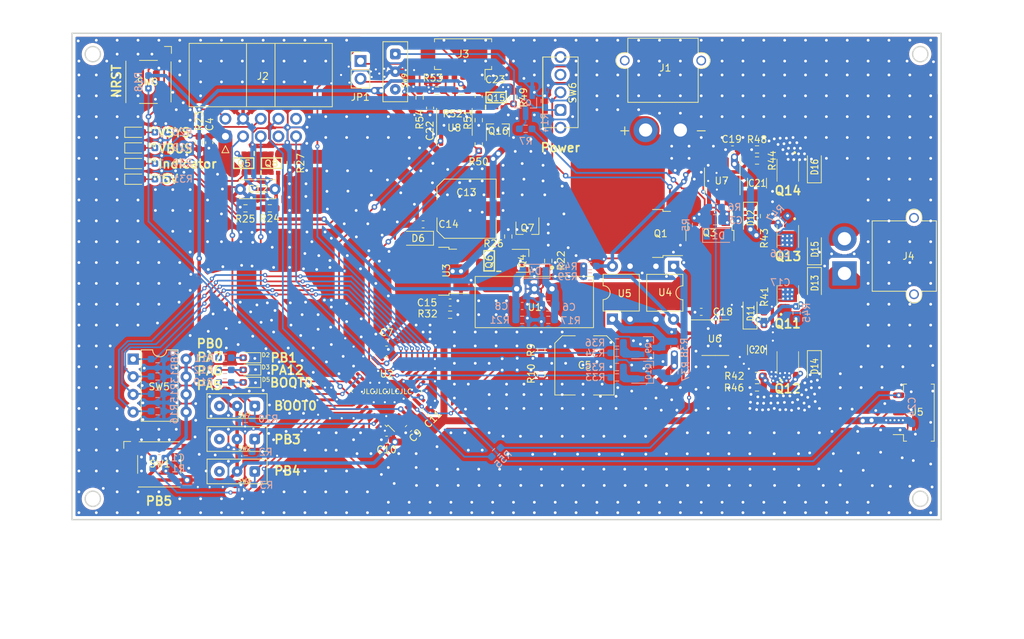
<source format=kicad_pcb>
(kicad_pcb (version 20211014) (generator pcbnew)
  (layers (0 "F.Cu" signal) (31 "B.Cu" signal) (34 "B.Paste" user) (35 "F.Paste" user) (36 "B.SilkS" user "B.Silkscreen") (37 "F.SilkS" user "F.Silkscreen") (38 "B.Mask" user) (39 "F.Mask" user) (44 "Edge.Cuts" user))
  (net 0 "")
  (net 1 "+3.3V")
  (net 2 "Tact_Switch1")
  (net 3 "/S-S")
  (net 4 "Net-(C3-Pad2)")
  (net 5 "VBUS")
  (net 6 "GND")
  (net 7 "VDD")
  (net 8 "/VSYS")
  (net 9 "NRST")
  (net 10 "Net-(C12-Pad2)")
  (net 11 "+5V")
  (net 12 "Net-(C20-Pad1)")
  (net 13 "Motor_A")
  (net 14 "Net-(C21-Pad1)")
  (net 15 "Motor_B")
  (net 16 "MD_Pw")
  (net 17 "Net-(D2-Pad2)")
  (net 18 "Net-(D3-Pad2)")
  (net 19 "Net-(D5-Pad2)")
  (net 20 "Net-(D7-Pad2)")
  (net 21 "Net-(D8-Pad2)")
  (net 22 "Net-(D9-Pad2)")
  (net 23 "Net-(D10-Pad2)")
  (net 24 "+7.5V")
  (net 25 "TCK")
  (net 26 "TMS")
  (net 28 "MainRX2_STLinkTX")
  (net 29 "MainTX2_STLinkRX")
  (net 31 "MD_GPIO")
  (net 32 "RS485_MD_A")
  (net 33 "RS485_MD_B")
  (net 34 "I2C1_SCL")
  (net 35 "I2C1_SDA")
  (net 36 "Encoder_OUT")
  (net 37 "Net-(JP1-Pad2)")
  (net 38 "主電源スイッチ")
  (net 39 "Net-(Q2-Pad3)")
  (net 40 "Net-(Q4-Pad1)")
  (net 41 "IndicatorLED")
  (net 42 "Net-(Q6-Pad3)")
  (net 43 "Net-(Q9-Pad1)")
  (net 44 "Net-(Q9-Pad3)")
  (net 45 "Net-(Q10-Pad1)")
  (net 46 "Net-(Q10-Pad3)")
  (net 47 "Net-(Q11-Pad4)")
  (net 48 "Net-(Q12-Pad4)")
  (net 49 "Net-(Q13-Pad4)")
  (net 50 "Net-(Q14-Pad4)")
  (net 51 "Net-(Q15-Pad3)")
  (net 52 "Net-(Q16-Pad1)")
  (net 53 "Net-(Q16-Pad3)")
  (net 54 "Slide_Switch1")
  (net 55 "Slide_Switch2")
  (net 56 "DIPSW1")
  (net 57 "V_Measure")
  (net 58 "LED1")
  (net 59 "LED2")
  (net 60 "DIPSW2")
  (net 61 "DIPSW3")
  (net 62 "DIPSW4")
  (net 63 "BOOT0")
  (net 64 "PWM_A")
  (net 65 "PWM_B")
  (net 66 "Net-(R39-Pad1)")
  (net 67 "Net-(R40-Pad1)")
  (net 68 "Net-(R41-Pad1)")
  (net 69 "Net-(R42-Pad1)")
  (net 70 "Net-(R43-Pad1)")
  (net 71 "Net-(R44-Pad1)")
  (net 72 "MainTX1_MAX3485RX")
  (net 80 "Net-(R55-Pad1)")
  (net 81 "MainRX1_MAX3485TX")
  (net 82 "shutdown")
  (footprint "Package_TO_SOT_SMD:TO-252-3_TabPin2" (layer "F.Cu") (at 169.77 86.065 180)
    (fp_text reference "Q1")
    (fp_text value "Q_PMOS_GDS")
  )
  (footprint "Connector_IDC:IDC-Header_2x05_P2.54mm_Horizontal" (layer "F.Cu") (at 109.32 72.09 90)
    (fp_text reference "J2")
    (fp_text value "Conn_01x10_Female")
  )
  (footprint "TSOP6F:SSM6J808R" (layer "F.Cu") (at 115.95 75.942499 90)
    (fp_text reference "Q8")
    (fp_text value "PMN48XP" hide)
  )
  (footprint "TSOP6F:SSM6J808R" (layer "F.Cu") (at 147.25 90 180)
    (fp_text reference "Q6")
    (fp_text value "PMN48XP" hide)
  )
  (footprint "Resistor_SMD:R_0603_1608Metric_Pad0.98x0.95mm_HandSolder" (layer "F.Cu") (at 105.5 73 90)
    (fp_text reference "R23")
    (fp_text value "10k")
  )
  (footprint "LED_SMD:LED_0603_1608Metric_Pad1.05x0.95mm_HandSolder" (layer "F.Cu") (at 112.75 103.95 180)
    (fp_text reference "D2")
    (fp_text value "LED")
  )
  (footprint "LED_SMD:LED_0603_1608Metric_Pad1.05x0.95mm_HandSolder" (layer "F.Cu") (at 96.5 76)
    (fp_text reference "D9")
    (fp_text value "LED")
  )
  (footprint "TSON-Advance:TPN1R603PLL1Q" (layer "F.Cu") (at 190.2 94.828)
    (fp_text reference "Q11")
    (fp_text value "FDMS8050" hide)
  )
  (footprint "Resistor_SMD:R_0603_1608Metric_Pad0.98x0.95mm_HandSolder" (layer "F.Cu") (at 150 86.5 -90)
    (fp_text reference "R26")
    (fp_text value "10k")
  )
  (footprint "Resistor_SMD:R_0603_1608Metric_Pad0.98x0.95mm_HandSolder" (layer "F.Cu") (at 185.775 73.97)
    (fp_text reference "R48")
    (fp_text value "10k")
  )
  (footprint "Package_SO:SOP-8_3.9x4.9mm_P1.27mm" (layer "F.Cu") (at 142.25 70 90)
    (fp_text reference "U8")
    (fp_text value "MAX3485")
  )
  (footprint "Resistor_SMD:R_0603_1608Metric_Pad0.98x0.95mm_HandSolder" (layer "F.Cu") (at 141.6375 97.75 180)
    (fp_text reference "R32")
    (fp_text value "10k")
  )
  (footprint "Capacitor_SMD:C_0603_1608Metric_Pad1.08x0.95mm_HandSolder" (layer "F.Cu") (at 138.05 111.75 45)
    (fp_text reference "C11")
    (fp_text value "1uF")
  )
  (footprint "Diode_SMD:D_SOD-123" (layer "F.Cu") (at 137 86.75 180)
    (fp_text reference "D6")
    (fp_text value "D")
  )
  (footprint "Connector_PinHeader_2.54mm:PinHeader_1x02_P2.54mm_Vertical" (layer "F.Cu") (at 128.75 61.25)
    (fp_text reference "JP1")
    (fp_text value "Jumper_2_Open")
  )
  (footprint "Toggle_Switch:3P_SPDT_5Pin_ToggleSwitch" (layer "F.Cu") (at 157.5 65.75 180)
    (fp_text reference "SW6")
    (fp_text value "SW_SPDT")
  )
  (footprint "Package_TO_SOT_SMD:SC-59_Handsoldering" (layer "F.Cu") (at 152.75 85.25 -90)
    (fp_text reference "Q7")
    (fp_text value "Q_PNP_BEC")
  )
  (footprint "Package_TO_SOT_SMD:TO-252-3_TabPin2" (layer "F.Cu") (at 139 91.5 180)
    (fp_text reference "U3")
    (fp_text value "AMS1117CD-3.3")
  )
  (footprint "Package_QFP:LQFP-32_7x7mm_P0.8mm" (layer "F.Cu") (at 132.5 108.75 135)
    (fp_text reference "U2")
    (fp_text value "STM32F303K8Tx")
  )
  (footprint "Resistor_SMD:R_0603_1608Metric_Pad0.98x0.95mm_HandSolder" (layer "F.Cu") (at 115.7 82.4425)
    (fp_text reference "R24")
    (fp_text value "10k")
  )
  (footprint "Diode_SMD:D_SOD-123" (layer "F.Cu") (at 184.825 83.815 -90)
    (fp_text reference "D12")
    (fp_text value "D")
  )
  (footprint "Resistor_SMD:R_0603_1608Metric_Pad0.98x0.95mm_HandSolder" (layer "F.Cu") (at 186.775 98.29 -90)
    (fp_text reference "R41")
    (fp_text value "R")
  )
  (footprint "Capacitor_SMD:C_0603_1608Metric_Pad1.08x0.95mm_HandSolder" (layer "F.Cu") (at 138.75 68 -90)
    (fp_text reference "C22")
    (fp_text value "0.1uF")
  )
  (footprint "Package_TO_SOT_SMD:SC-59_Handsoldering" (layer "F.Cu") (at 148.5 71.25 90)
    (fp_text reference "Q16")
    (fp_text value "Q_PNP_BEC")
  )
  (footprint "Package_SO:SOP-8_3.9x4.9mm_P1.27mm" (layer "F.Cu") (at 179.775 101.065)
    (fp_text reference "U6")
    (fp_text value "IR2302")
  )
  (footprint "Package_DIP:DIP-8_W7.62mm" (layer "F.Cu") (at 96.05 104.15)
    (fp_text reference "SW5")
    (fp_text value "SW_DIP_x04")
  )
  (footprint "DCDC_Regulator:BP5293" (layer "F.Cu") (at 153.75 92.25 -90)
    (fp_text reference "U1")
    (fp_text value "LF50_TO220")
  )
  (footprint "LED_SMD:LED_0603_1608Metric_Pad1.05x0.95mm_HandSolder" (layer "F.Cu") (at 112.75 107.5 180)
    (fp_text reference "D5")
    (fp_text value "LED")
  )
  (footprint "Connector_AMASS:AMASS_XT30PW-M_1x02_P2.50mm_Horizontal" (layer "F.Cu") (at 174.75 71.175)
    (fp_text reference "J1")
    (fp_text value "Conn_01x02_Female")
  )
  (footprint "Connector_Molex:Molex_PicoBlade_53261-0571_1x05-1MP_P1.25mm_Horizontal" (layer "F.Cu") (at 208.55 111.85 90)
    (fp_text reference "J5")
    (fp_text value "Conn_01x05_Female")
  )
  (footprint "LED_SMD:LED_0603_1608Metric_Pad1.05x0.95mm_HandSolder" (layer "F.Cu") (at 96.5 71.5)
    (fp_text reference "D7")
    (fp_text value "LED")
  )
  (footprint "Slide_Switch:3P_SPDT_SlideSwitch" (layer "F.Cu") (at 111 120.3125 -90)
    (fp_text reference "SW3")
    (fp_text value "SW_SPDT")
  )
  (footprint "Diode_SMD:D_SOD-123" (layer "F.Cu") (at 184.775 97.565 90)
    (fp_text reference "D11")
    (fp_text value "D")
  )
  (footprint "TSOP6F:SSM6J808R" (layer "F.Cu") (at 148.25 66.5 90)
    (fp_text reference "Q15")
    (fp_text value "PMN48XP" hide)
  )
  (footprint "Resistor_SMD:R_0603_1608Metric_Pad0.98x0.95mm_HandSolder" (layer "F.Cu") (at 139.75 65.5 180)
    (fp_text reference "R53")
    (fp_text value "2.2k")
  )
  (footprint "Resistor_SMD:R_0603_1608Metric_Pad0.98x0.95mm_HandSolder" (layer "F.Cu") (at 185.775 75.565)
    (fp_text reference "R44")
    (fp_text value "R")
  )
  (footprint "LED_SMD:LED_0603_1608Metric_Pad1.05x0.95mm_HandSolder" (layer "F.Cu") (at 96.5 78.25)
    (fp_text reference "D10")
    (fp_text value "LED")
  )
  (footprint "Capacitor_SMD:C_0603_1608Metric_Pad1.08x0.95mm_HandSolder" (layer "F.Cu") (at 182.25 73.97 180)
    (fp_text reference "C19")
    (fp_text value "0.1uF")
  )
  (footprint "Diode_SMD:D_SOD-123" (layer "F.Cu") (at 194.025 93.215 -90)
    (fp_text reference "D13")
    (fp_text value "D")
  )
  (footprint "Package_DIP:DIP-4_W7.62mm" (layer "F.Cu") (at 164.975 98.39 90)
    (fp_text reference "U5")
    (fp_text value "TLP785")
  )
  (footprint "Capacitor_SMD:C_0603_1608Metric_Pad1.08x0.95mm_HandSolder" (layer "F.Cu") (at 177.75 97.34 180)
    (fp_text reference "C18")
    (fp_text value "0.1uF")
  )
  (footprint "LED_SMD:LED_0603_1608Metric_Pad1.05x0.95mm_HandSolder" (layer "F.Cu") (at 112.75 105.7 180)
    (fp_text reference "D3")
    (fp_text value "LED")
  )
  (footprint "Connector_Molex:Molex_PicoBlade_53261-0571_1x05-1MP_P1.25mm_Horizontal" (layer "F.Cu") (at 143.5 60.75 180)
    (fp_text reference "J3")
    (fp_text value "Conn_01x05_Female")
  )
  (footprint "Resistor_SMD:R_0603_1608Metric_Pad0.98x0.95mm_HandSolder" (layer "F.Cu") (at 143.25 65.5 180)
    (fp_text reference "R52")
    (fp_text value "2.2k")
  )
  (footprint "Resistor_SMD:R_0603_1608Metric_Pad0.98x0.95mm_HandSolder" (layer "F.Cu") (at 112.2 82.4425)
    (fp_text reference "R25")
    (fp_text value "1k")
  )
  (footprint "Connector_AMASS:AMASS_XT30PW-M_1x02_P2.50mm_Horizontal" (layer "F.Cu") (at 198.35 91.815 -90)
    (fp_text reference "J4")
    (fp_text value "Conn_01x02_Female")
  )
  (footprint "Resistor_SMD:R_0603_1608Metric_Pad0.98x0.95mm_HandSolder" (layer "F.Cu") (at 186.775 83.565 -90)
    (fp_text reference "R43")
    (fp_text value "R")
  )
  (footprint "Resistor_SMD:R_0603_1608Metric_Pad0.98x0.95mm_HandSolder" (layer "F.Cu") (at 145.75 69.75 -90)
    (fp_text reference "R51")
    (fp_text value "20k")
  )
  (footprint "Capacitor_SMD:C_Elec_8x10.2" (layer "F.Cu") (at 144 82.5)
    (fp_text reference "C13")
    (fp_text value "470uF")
  )
  (footprint "Diode_SMD:D_SOD-123" (layer "F.Cu") (at 194.025 88.315 90)
    (fp_text reference "D15")
    (fp_text value "D")
  )
  (footprint "TSOP6F:SSM6J808R" (layer "F.Cu") (at 111.95 75.9425 -90)
    (fp_text reference "Q5")
    (fp_text value "PMN48XP" hide)
  )
  (footprint "Capacitor_SMD:C_0603_1608Metric_Pad1.08x0.95mm_HandSolder" (layer "F.Cu") (at 132.5 115.75 180)
    (fp_text reference "C10")
    (fp_text value "0.1uF")
  )
  (footprint "Diode_SMD:D_SOD-123" (layer "F.Cu") (at 194.015 105.17 -90)
    (fp_text reference "D14")
    (fp_text value "D")
  )
  (footprint "Resistor_SMD:R_0603_1608Metric_Pad0.98x0.95mm_HandSolder" (layer "F.Cu") (at 137.25 66.5 90)
    (fp_text reference "R54")
    (fp_text value "120")
  )
  (footprint "Capacitor_SMD:C_0603_1608Metric_Pad1.08x0.95mm_HandSolder" (layer "F.Cu") (at 141.6375 96)
    (fp_text reference "C15")
    (fp_text value "1uF")
  )
  (footprint "Resistor_SMD:R_0603_1608Metric_Pad0.98x0.95mm_HandSolder" (layer "F.Cu") (at 154.75 106.35 -90)
    (fp_text reference "R10")
    (fp_text value "R")
  )
  (footprint "TSON-Advance:TPN1R603PLL1Q" (layer "F.Cu") (at 190.2 104.328)
    (fp_text reference "Q12")
    (fp_text value "FDMS8050" hide)
  )
  (footprint "LED_SMD:LED_0603_1608Metric_Pad1.05x0.95mm_HandSolder" (layer "F.Cu") (at 96.5 73.75)
    (fp_text reference "D8")
    (fp_text value "LED")
  )
  (footprint "Capacitor_SMD:C_0603_1608Metric_Pad1.08x0.95mm_HandSolder" (layer "F.Cu") (at 107 73 -90)
    (fp_text reference "C4")
    (fp_text value "0.1uF")
  )
  (footprint "Capacitor_SMD:C_Elec_8x10.2" (layer "F.Cu") (at 160.95 105.05 -90)
    (fp_text reference "C5")
    (fp_text value "470uF")
  )
  (footprint "Capacitor_SMD:C_1210_3225Metric_Pad1.33x2.70mm_HandSolder" (layer "F.Cu") (at 185.775 78.815 90)
    (fp_text reference "C21")
    (fp_text value "C")
  )
  (footprint "Button_Switch_SMD:SW_SPST_Omron_B3FS-100xP" (layer "F.Cu") (at 99.8 119.3)
    (fp_text reference "SW1")
    (fp_text value "SW_SPST")
  )
  (footprint "Resistor_SMD:R_0603_1608Metric_Pad0.98x0.95mm_HandSolder" (layer "F.Cu") (at 150.75 66.5 -90)
    (fp_text reference "R49")
    (fp_text value "10k")
  )
  (footprint "TSON-Advance:TPN1R603PLL1Q" (layer "F.Cu") (at 190.2 77.302 180)
    (fp_text reference "Q14")
    (fp_text value "FDMS8050" hide)
  )
  (footprint "Capacitor_SMD:C_1210_3225Metric_Pad1.33x2.70mm_HandSolder" (layer "F.Cu") (at 185.775 102.815 -90)
    (fp_text reference "C20")
    (fp_text value "C")
  )
  (footprint "Capacitor_SMD:C_0603_1608Metric_Pad1.08x0.95mm_HandSolder" (layer "F.Cu") (at 145.75 66.3375 -90)
    (fp_text reference "C23")
    (fp_text value "0.1uF")
  )
  (footprint "Resistor_SMD:R_0603_1608Metric_Pad0.98x0.95mm_HandSolder" (layer "F.Cu") (at 118.7 75.9425 90)
    (fp_text reference "R27")
    (fp_text value "10k")
  )
  (footprint "Capacitor_SMD:C_0603_1608Metric_Pad1.08x0.95mm_HandSolder" (layer "F.Cu") (at 132.5 101.75)
    (fp_text reference "C7")
    (fp_text value "0.1uF")
  )
  (footprint "Package_DIP:DIP-4_W7.62mm" (layer "F.Cu") (at 173.775 90.79 -90)
    (fp_text reference "U4")
    (fp_text value "TLP785")
  )
  (footprint "Button_Switch_SMD:SW_SPST_Omron_B3FS-100xP" (layer "F.Cu") (at 98.25 64.25 -90)
    (fp_text reference "SW8")
    (fp_text value "SW_SPST")
  )
  (footprint "Capacitor_THT:C_Disc_D5.0mm_W2.5mm_P5.00mm" (layer "F.Cu") (at 111.45 79.6925)
    (fp_text reference "C12")
    (fp_text value "ADJ_ST")
  )
  (footprint "Diode_SMD:D_SOD-123" (layer "F.Cu") (at 194.015 76.52 90)
    (fp_text reference "D16")
    (fp_text value "D")
  )
  (footprint "Slide_Switch:3P_SPDT_SlideSwitch" (layer "F.Cu") (at 133.75 62.78)
    (fp_text reference "SW9")
    (fp_text value "SW_SPDT")
  )
  (footprint "TSON-Advance:TPN1R603PLL1Q" (layer "F.Cu") (at 190.2 86.815 180)
    (fp_text reference "Q13")
    (fp_text value "FDMS8050" hide)
  )
  (footprint "Capacitor_SMD:C_0603_1608Metric_Pad1.08x0.95mm_HandSolder" (layer "F.Cu") (at 135.65 114.15 -135)
    (fp_text reference "C9")
    (fp_text value "0.1uF")
  )
  (footprint "Slide_Switch:3P_SPDT_SlideSwitch" (layer "F.Cu") (at 110.99 115.65 -90)
    (fp_text reference "SW2")
    (fp_text value "SW_SPDT")
  )
  (footprint "Capacitor_SMD:C_0603_1608Metric_Pad1.08x0.95mm_HandSolder" (layer "F.Cu") (at 137.75 84.75 180)
    (fp_text reference "C14")
    (fp_text value "1uF")
  )
  (footprint "Slide_Switch:3P_SPDT_SlideSwitch" (layer "F.Cu") (at 111 110.9 -90)
    (fp_text reference "SW7")
    (fp_text value "SW_SPDT")
  )
  (footprint "Resistor_SMD:R_0603_1608Metric_Pad0.98x0.95mm_HandSolder" (layer "F.Cu") (at 185.775 108.22)
    (fp_text reference "R46")
    (fp_text value "10k")
  )
  (footprint "Resistor_SMD:R_0603_1608Metric_Pad0.98x0.95mm_HandSolder" (layer "F.Cu") (at 155.75 90 90)
    (fp_text reference "R22")
    (fp_text value "10k")
  )
  (footprint "Package_TO_SOT_SMD:TO-252-3_TabPin2" (layer "F.Cu") (at 178.995 88.09 -90)
    (fp_text reference "Q3")
    (fp_text value "Q_PMOS_GDS")
  )
  (footprint "Resistor_SMD:R_0603_1608Metric_Pad0.98x0.95mm_HandSolder" (layer "F.Cu") (at 154.75 102.85 -90)
    (fp_text reference "R9")
    (fp_text value "R")
  )
  (footprint "Resistor_SMD:R_0603_1608Metric_Pad0.98x0.95mm_HandSolder" (layer "F.Cu") (at 145.75 73.25 -90)
    (fp_text reference "R50")
    (fp_text value "7.5k")
  )
  (footprint "Resistor_SMD:R_0603_1608Metric_Pad0.98x0.95mm_HandSolder" (layer "F.Cu") (at 185.775 106.565)
    (fp_text reference "R42")
    (fp_text value "R")
  )
  (footprint "Package_SO:SOP-8_3.9x4.9mm_P1.27mm" (layer "F.Cu") (at 180.775 78.565 -90)
    (fp_text reference "U7")
    (fp_text value "IR2302")
  )
  (footprint "Package_TO_SOT_SMD:SC-59_Handsoldering" (layer "F.Cu") (at 152 90)
    (fp_text reference "Q4")
    (fp_text value "Q_PNP_BEC")
  )
  (footprint "Resistor_SMD:R_0603_1608Metric_Pad0.98x0.95mm_HandSolder" (layer "B.Cu") (at 173.887501 106.033553 -90)
    (fp_text reference "R37")
    (fp_text value "510")
  )
  (footprint "Capacitor_SMD:C_0603_1608Metric_Pad1.08x0.95mm_HandSolder" (layer "B.Cu") (at 208.05 114.25 -90)
    (fp_text reference "C24")
    (fp_text value "0.1uF")
  )
  (footprint "Resistor_SMD:R_0603_1608Metric_Pad0.98x0.95mm_HandSolder" (layer "B.Cu") (at 165.6375 103.249999)
    (fp_text reference "R34")
    (fp_text value "510")
  )
  (footprint "Resistor_SMD:R_0603_1608Metric_Pad0.98x0.95mm_HandSolder" (layer "B.Cu") (at 165.6375 101.75)
    (fp_text reference "R36")
    (fp_text value "10k")
  )
  (footprint "Resistor_SMD:R_0603_1608Metric_Pad0.98x0.95mm_HandSolder" (layer "B.Cu") (at 100.087499 76)
    (fp_text reference "R30")
    (fp_text value "1k")
  )
  (footprint "Capacitor_SMD:C_0603_1608Metric_Pad1.08x0.95mm_HandSolder" (layer "B.Cu") (at 152 96.5)
    (fp_text reference "C8")
    (fp_text value "1uF")
  )
  (footprint "Resistor_SMD:R_0603_1608Metric_Pad0.98x0.95mm_HandSolder" (layer "B.Cu") (at 173.887501 102.5 90)
    (fp_text reference "R38")
    (fp_text value "510")
  )
  (footprint "Resistor_SMD:R_0603_1608Metric_Pad0.98x0.95mm_HandSolder" (layer "B.Cu") (at 109.25 105.7 180)
    (fp_text reference "R12")
    (fp_text value "1k")
  )
  (footprint "Resistor_SMD:R_0603_1608Metric_Pad0.98x0.95mm_HandSolder" (layer "B.Cu") (at 100.0875 71.500001)
    (fp_text reference "R28")
    (fp_text value "1k")
  )
  (footprint "Resistor_SMD:R_0603_1608Metric_Pad0.98x0.95mm_HandSolder" (layer "B.Cu") (at 112.25 112.75 180)
    (fp_text reference "R20")
    (fp_text value "10k")
  )
  (footprint "Resistor_SMD:R_0603_1608Metric_Pad0.98x0.95mm_HandSolder" (layer "B.Cu") (at 191.465 97.47 90)
    (fp_text reference "R45")
    (fp_text value "10k")
  )
  (footprint "Resistor_SMD:R_0603_1608Metric_Pad0.98x0.95mm_HandSolder" (layer "B.Cu") (at 99.55 106.65 180)
    (fp_text reference "R13")
    (fp_text value "10k")
  )
  (footprint "Resistor_SMD:R_0603_1608Metric_Pad0.98x0.95mm_HandSolder" (layer "B.Cu") (at 189.465 84.22 -135)
    (fp_text reference "R47")
    (fp_text value "10k")
  )
  (footprint "Resistor_SMD:R_0603_1608Metric_Pad0.98x0.95mm_HandSolder" (layer "B.Cu") (at 112.25 117.5 180)
    (fp_text reference "R2")
    (fp_text value "10k")
  )
  (footprint "Package_TO_SOT_SMD:SOT-23_Handsoldering" (layer "B.Cu") (at 170.1375 106.033554)
    (fp_text reference "Q9")
    (fp_text value "Q_NMOS_GSD")
  )
  (footprint "Diode_SMD:D_SOD-123" (layer "B.Cu") (at 180.2 86.34)
    (fp_text reference "D1")
    (fp_text value "D")
  )
  (footprint "Capacitor_SMD:C_0805_2012Metric_Pad1.18x1.45mm_HandSolder" (layer "B.Cu") (at 179.75 84.09)
    (fp_text reference "C3")
    (fp_text value "4.7uF")
  )
  (footprint "Diode_SMD:D_SOD-123" (layer "B.Cu") (at 153.75 91.5 180)
    (fp_text reference "D4")
    (fp_text value "D")
  )
  (footprint "Package_TO_SOT_SMD:SOT-23_Handsoldering" (layer "B.Cu") (at 152.5 67.25 -90)
    (fp_text reference "Q2")
    (fp_text value "Q_NMOS_GSD")
  )
  (footprint "Resistor_SMD:R_0603_1608Metric_Pad0.98x0.95mm_HandSolder" (layer "B.Cu") (at 99.8 119.9 180)
    (fp_text reference "R1")
    (fp_text value "10k")
  )
  (footprint "Resistor_SMD:R_0603_1608Metric_Pad0.98x0.95mm_HandSolder" (layer "B.Cu") (at 165.6375 106.783554)
    (fp_text reference "R33")
    (fp_text value "510")
  )
  (footprint "Capacitor_SMD:C_0805_2012Metric_Pad1.18x1.45mm_HandSolder" (layer "B.Cu") (at 155.75 96.5 180)
    (fp_text reference "C6")
    (fp_text value "10uF")
  )
  (footprint "Resistor_SMD:R_0603_1608Metric_Pad0.98x0.95mm_HandSolder" (layer "B.Cu") (at 109.25 103.95 180)
    (fp_text reference "R11")
    (fp_text value "1k")
  )
  (footprint "Resistor_SMD:R_0603_1608Metric_Pad0.98x0.95mm_HandSolder" (layer "B.Cu") (at 99.55 109.15 180)
    (fp_text reference "R15")
    (fp_text value "10k")
  )
  (footprint "Resistor_SMD:R_0603_1608Metric_Pad0.98x0.95mm_HandSolder" (layer "B.Cu") (at 100.087499 73.75)
    (fp_text reference "R29")
    (fp_text value "1k")
  )
  (footprint "Resistor_SMD:R_0603_1608Metric_Pad0.98x0.95mm_HandSolder" (layer "B.Cu") (at 179.75 82.265)
    (fp_text reference "R6")
    (fp_text value "10k")
  )
  (footprint "Package_TO_SOT_SMD:SOT-23_Handsoldering" (layer "B.Cu") (at 170.1375 102.5)
    (fp_text reference "Q10")
    (fp_text value "Q_NMOS_GSD")
  )
  (footprint "Capacitor_SMD:C_0805_2012Metric_Pad1.18x1.45mm_HandSolder" (layer "B.Cu") (at 189.13 94.8 180)
    (fp_text reference "C17")
    (fp_text value "4.7uF")
  )
  (footprint "Resistor_SMD:R_0603_1608Metric_Pad0.98x0.95mm_HandSolder" (layer "B.Cu") (at 152 98.5 180)
    (fp_text reference "R21")
    (fp_text value "10k")
  )
  (footprint "Resistor_SMD:R_0603_1608Metric_Pad0.98x0.95mm_HandSolder" (layer "B.Cu") (at 100.087499 78.25)
    (fp_text reference "R31")
    (fp_text value "1k")
  )
  (footprint "Resistor_SMD:R_0603_1608Metric_Pad0.98x0.95mm_HandSolder" (layer "B.Cu") (at 98.25 64.25 -90)
    (fp_text reference "R18")
    (fp_text value "10k")
  )
  (footprint "Resistor_SMD:R_0603_1608Metric_Pad0.98x0.95mm_HandSolder" (layer "B.Cu") (at 112.5 122.25 180)
    (fp_text reference "R3")
    (fp_text value "10k")
  )
  (footprint "Resistor_SMD:R_0603_1608Metric_Pad0.98x0.95mm_HandSolder" (layer "B.Cu") (at 165.6375 105.283554)
    (fp_text reference "R35")
    (fp_text value "10k")
  )
  (footprint "Resistor_SMD:R_0603_1608Metric_Pad0.98x0.95mm_HandSolder" (layer "B.Cu") (at 155.25 67 90)
    (fp_text reference "R14")
    (fp_text value "10k")
  )
  (footprint "Resistor_SMD:R_0603_1608Metric_Pad0.98x0.95mm_HandSolder" (layer "B.Cu") (at 99.55 111.65 180)
    (fp_text reference "R16")
    (fp_text value "10k")
  )
  (footprint "Resistor_SMD:R_0603_1608Metric_Pad0.98x0.95mm_HandSolder" (layer "B.Cu") (at 161.75 92.25 180)
    (fp_text reference "R39")
    (fp_text value "1k")
  )
  (footprint "Resistor_SMD:R_0603_1608Metric_Pad0.98x0.95mm_HandSolder" (layer "B.Cu") (at 99.55 104.15 180)
    (fp_text reference "R8")
    (fp_text value "10k")
  )
  (footprint "Capacitor_SMD:C_0603_1608Metric_Pad1.08x0.95mm_HandSolder" (layer "B.Cu") (at 99.8 118.4 180)
    (fp_text reference "C1")
    (fp_text value "0.1uF")
  )
  (footprint "Resistor_SMD:R_0603_1608Metric_Pad0.98x0.95mm_HandSolder" (layer "B.Cu") (at 148.25 117.55 45)
    (fp_text reference "R55")
    (fp_text value "R")
  )
  (footprint "Resistor_SMD:R_0603_1608Metric_Pad0.98x0.95mm_HandSolder" (layer "B.Cu") (at 177 84.84 -90)
    (fp_text reference "R5")
    (fp_text value "10k")
  )
  (footprint "Resistor_SMD:R_0603_1608Metric_Pad0.98x0.95mm_HandSolder" (layer "B.Cu") (at 109.25 107.5 180)
    (fp_text reference "R19")
    (fp_text value "1k")
  )
  (footprint "Capacitor_SMD:C_0805_2012Metric_Pad1.18x1.45mm_HandSolder" (layer "B.Cu") (at 189.05 87.05 180)
    (fp_text reference "C16")
    (fp_text value "4.7uF")
  )
  (footprint "Resistor_SMD:R_0603_1608Metric_Pad0.98x0.95mm_HandSolder" (layer "B.Cu") (at 155.75 98.5)
    (fp_text reference "R17")
    (fp_text value "10k")
  )
  (footprint "Resistor_SMD:R_0603_1608Metric_Pad0.98x0.95mm_HandSolder" (layer "B.Cu") (at 161.75 90.75 180)
    (fp_text reference "R40")
    (fp_text value "1k")
  )
  (footprint "Resistor_SMD:R_0603_1608Metric_Pad0.98x0.95mm_HandSolder" (layer "B.Cu") (at 152.5 71 180)
    (fp_text reference "R7")
    (fp_text value "1k")
  )
  (gr_line (start 87.25 57.25) (end 87.25 127.25) (layer "Edge.Cuts") (width 0.2))
  (gr_circle (center 90.25 124.25) (end 91.35 124.25) (layer "Edge.Cuts") (width 0.2) (fill none))
  (gr_line (start 212.25 127.25) (end 212.25 57.25) (layer "Edge.Cuts") (width 0.2))
  (gr_circle (center 209.25 124.25) (end 210.35 124.25) (layer "Edge.Cuts") (width 0.2) (fill none))
  (gr_circle (center 90.25 60.25) (end 91.35 60.25) (layer "Edge.Cuts") (width 0.2) (fill none))
  (gr_line (start 212.25 57.25) (end 87.25 57.25) (layer "Edge.Cuts") (width 0.2))
  (gr_circle (center 209.25 60.25) (end 210.35 60.25) (layer "Edge.Cuts") (width 0.2) (fill none))
  (gr_line (start 87.25 127.25) (end 212.25 127.25) (layer "Edge.Cuts") (width 0.2))
  (gr_text "PA12" (at 118.17 105.74) (layer "F.SilkS") (effects (font (size 1.27 1.27) (thickness 0.254))))
  (gr_text "PB1" (at 117.71 103.95) (layer "F.SilkS") (effects (font (size 1.27 1.27) (thickness 0.254))))
  (gr_text "PB4" (at 118.23 120.23) (layer "F.SilkS") (effects (font (size 1.27 1.27) (thickness 0.254))))
  (gr_text "Power" (at 157.49 73.71) (layer "F.SilkS") (effects (font (size 1.27 1.27) (thickness 0.254))))
  (gr_text "NRST" (at 93.65 64.15 90) (layer "F.SilkS") (effects (font (size 1.27 1.27) (thickness 0.254))))
  (gr_text "PB3" (at 118.25 115.72) (layer "F.SilkS") (effects (font (size 1.27 1.27) (thickness 0.254))))
  (gr_text "BOOT0" (at 118.81 107.54) (layer "F.SilkS") (effects (font (size 1.27 1.27) (thickness 0.254))))
  (gr_text "JLCJLCJLCJLC" (at 132.56 108.81) (layer "F.SilkS") (effects (font (size 0.7 0.7) (thickness 0.12))))
  (gr_text "PB0" (at 107.09 101.91) (layer "F.SilkS") (effects (font (size 1.27 1.27) (thickness 0.254))))
  (gr_text "PA5" (at 107 107.93) (layer "F.SilkS") (effects (font (size 1.27 1.27) (thickness 0.254))))
  (gr_text "Indicator" (at 103.85 76.05) (layer "F.SilkS") (effects (font (size 1.27 1.27) (thickness 0.254))))
  (gr_text "BOOT0" (at 119.39 110.87) (layer "F.SilkS") (effects (font (size 1.27 1.27) (thickness 0.254))))
  (gr_text "PA6" (at 107.06 105.84) (layer "F.SilkS") (effects (font (size 1.27 1.27) (thickness 0.254))))
  (gr_text "VSYS" (at 101.95 71.55) (layer "F.SilkS") (effects (font (size 1.27 1.27) (thickness 0.254))))
  (gr_text "PB5" (at 99.77 124.58) (layer "F.SilkS") (effects (font (size 1.27 1.27) (thickness 0.254))))
  (gr_text "VBUS" (at 102.15 73.85) (layer "F.SilkS") (effects (font (size 1.27 1.27) (thickness 0.254))))
  (gr_text "5V" (at 101.35 78.25) (layer "F.SilkS") (effects (font (size 1.27 1.27) (thickness 0.254))))
  (gr_text "PA7" (at 107.06 103.88) (layer "F.SilkS") (effects (font (size 1.27 1.27) (thickness 0.254))))
  (segment (start 135.35 89.95) (end 136.9 91.5) (width 2) (layer "F.Cu") (net 1))
  (segment (start 206.75 112.95) (end 206.5 112.7) (width 0.5) (layer "F.Cu") (net 1))
  (segment (start 141.38 91.5) (end 140.725 92.155) (width 2) (layer "F.Cu") (net 1))
  (segment (start 111 110.9) (end 111 115.65) (width 0.5) (layer "F.Cu") (net 1))
  (segment (start 97.65 121.55) (end 95.8 121.55) (width 0.5) (layer "F.Cu") (net 1))
  (segment (start 133.68995 116.07745) (end 133.3625 115.75) (width 1) (layer "F.Cu") (net 1))
  (segment (start 140.725 99.225) (end 139.25 97.75) (width 1) (layer "F.Cu") (net 1))
  (segment (start 136.675566 112.35988) (end 135.735014 111.419328) (width 0.5) (layer "F.Cu") (net 1))
  (segment (start 140.45524 113.29476) (end 140.725 113.025) (width 1) (layer "F.Cu") (net 1))
  (segment (start 138.35 89.75) (end 135.35 86.75) (width 2) (layer "F.Cu") (net 1))
  (segment (start 100.736136 118.463864) (end 97.65 121.55) (width 0.5) (layer "F.Cu") (net 1))
  (segment (start 140.345 67.375) (end 140.345 68.777272) (width 0.5) (layer "F.Cu") (net 1))
  (segment (start 149.45 73.7) (end 148.575 74.575) (width 1) (layer "F.Cu") (net 1))
  (segment (start 140.1075 67.1375) (end 140.345 67.375) (width 1) (layer "F.Cu") (net 1))
  (segment (start 109.7625 121.55) (end 103.8 121.55) (width 0.5) (layer "F.Cu") (net 1))
  (segment (start 140.725 97.75) (end 139.25 97.75) (width 1) (layer "F.Cu") (net 1))
  (segment (start 204.6 112.7) (end 204.35 112.95) (width 0.5) (layer "F.Cu") (net 1))
  (segment (start 149.45 72.9) (end 149.45 73.7) (width 1) (layer "F.Cu") (net 1))
  (segment (start 165.983554 113.025) (end 140.725 113.025) (width 1) (layer "F.Cu") (net 1))
  (segment (start 132.999587 100.249587) (end 131.6375 101.611675) (width 1) (layer "F.Cu") (net 1))
  (segment (start 131.6375 103.708158) (end 131.527728 103.81793) (width 0.5) (layer "F.Cu") (net 1))
  (segment (start 131.749999 66.057081) (end 131.749999 65.499999) (width 1) (layer "F.Cu") (net 1))
  (segment (start 202.175 113.025) (end 202.25 112.95) (width 1) (layer "F.Cu") (net 1))
  (segment (start 165.983554 113.025) (end 192.275 113.025) (width 1) (layer "F.Cu") (net 1))
  (segment (start 140.5 96.5) (end 139.375 95.375) (width 2) (layer "F.Cu") (net 1))
  (segment (start 139.325 114.425) (end 139.325 114.24476) (width 1) (layer "F.Cu") (net 1))
  (segment (start 105.55 106.275973) (end 110.174027 110.9) (width 0.5) (layer "F.Cu") (net 1))
  (segment (start 139.325 114.24476) (end 138.375 113.29476) (width 1) (layer "F.Cu") (net 1))
  (segment (start 192.275 113.025) (end 200.975 113.025) (width 1) (layer "F.Cu") (net 1))
  (segment (start 111 120.3125) (end 109.7625 121.55) (width 0.5) (layer "F.Cu") (net 1))
  (segment (start 134.75 96.75) (end 140.25 96.75) (width 2) (layer "F.Cu") (net 1))
  (segment (start 140.25 97.15) (end 140.7495 97.6495) (width 1) (layer "F.Cu") (net 1))
  (segment (start 139.375 95.375) (end 136.9 92.9) (width 2) (layer "F.Cu") (net 1))
  (segment (start 135.35 86.75) (end 135.35 89.95) (width 2) (layer "F.Cu") (net 1))
  (segment (start 143.2 91.5) (end 142 91.5) (width 1) (layer "F.Cu") (net 1))
  (segment (start 133.472272 115.640228) (end 133.3625 115.75) (width 0.5) (layer "F.Cu") (net 1))
  (segment (start 130.75 65.5) (end 131.749999 65.499999) (width 1) (layer "F.Cu") (net 1))
  (segment (start 131.802987 65.552987) (end 131.749999 65.499999) (width 0.5) (layer "F.Cu") (net 1))
  (segment (start 131.802987 65.756515) (end 131.802987 65.552987) (width 0.5) (layer "F.Cu") (net 1))
  (segment (start 136.25 96.75) (end 134.75 95.25) (width 2) (layer "F.Cu") (net 1))
  (segment (start 131.6375 101.75) (end 131.6375 103.708158) (width 0.5) (layer "F.Cu") (net 1))
  (segment (start 204.35 112.95) (end 204.65 113.25) (width 0.5) (layer "F.Cu") (net 1))
  (segment (start 147.825 75.325) (end 147.8 75.35) (width 1) (layer "F.Cu") (net 1))
  (segment (start 140.725 113.025) (end 138.10524 113.025) (width 1) (layer "F.Cu") (net 1))
  (segment (start 133.472272 113.68207) (end 133.472272 115.640228) (width 0.5) (layer "F.Cu") (net 1))
  (segment (start 143.177947 64.540129) (end 143.202629 64.540129) (width 0.5) (layer "F.Cu") (net 1))
  (segment (start 204.35 112.95) (end 206.75 112.95) (width 0.5) (layer "F.Cu") (net 1))
  (segment (start 107.97 68.2) (end 105.55 68.2) (width 0.25) (layer "F.Cu") (net 1))
  (segment (start 206.5 112.7) (end 204.6 112.7) (width 0.5) (layer "F.Cu") (net 1))
  (segment (start 137.67255 116.07745) (end 133.68995 116.07745) (width 1) (layer "F.Cu") (net 1))
  (segment (start 103.8 121.55) (end 95.8 121.55) (width 0.5) (layer "F.Cu") (net 1))
  (segment (start 206.45 113.25) (end 206.75 112.95) (width 0.5) (layer "F.Cu") (net 1))
  (segment (start 140.725 100.475) (end 140.725 99.225) (width 1) (layer "F.Cu") (net 1))
  (segment (start 139.325 114.425) (end 138.375 115.375) (width 1) (layer "F.Cu") (net 1))
  (segment (start 200.975 113.025) (end 202.175 113.025) (width 1) (layer "F.Cu") (net 1))
  (segment (start 138.75 67.1375) (end 140.1075 67.1375) (width 1) (layer "F.Cu") (net 1))
  (segment (start 141.042918 75.35) (end 135.221459 69.528541) (width 1) (layer "F.Cu") (net 1))
  (segment (start 134.75 93.5) (end 134.75 95.25) (width 2) (layer "F.Cu") (net 1))
  (segment (start 105.55 102.27) (end 105.55 89.65) (width 0.5) (layer "F.Cu") (net 1))
  (segment (start 132.221459 66.528541) (end 131.192918 65.5) (width 1) (layer "F.Cu") (net 1))
  (segment (start 141.38 91.5) (end 140.5 92.38) (width 2) (layer "F.Cu") (net 1))
  (segment (start 140.725 92.155) (end 140.725 97.75) (width 2) (layer "F.Cu") (net 1))
  (segment (start 132.999587 100.249587) (end 134.25 98.999174) (width 1) (layer "F.Cu") (net 1))
  (segment (start 140.345 68.777272) (end 139.272272 69.85) (width 0.5) (layer "F.Cu") (net 1))
  (segment (start 135.221459 69.528541) (end 132.221459 66.528541) (width 1) (layer "F.Cu") (net 1))
  (segment (start 143.2 91.5) (end 141.38 91.5) (width 2) (layer "F.Cu") (net 1))
  (segment (start 140.7495 97.6495) (end 140.7495 113.0005) (width 1) (layer "F.Cu") (net 1))
  (segment (start 137.44012 112.35988) (end 138.375 113.29476) (width 1) (layer "F.Cu") (net 1))
  (segment (start 141.38 91.5) (end 140.5 90.62) (width 2) (layer "F.Cu") (net 1))
  (segment (start 147.8 75.35) (end 141.042918 75.35) (width 1) (layer "F.Cu") (net 1))
  (segment (start 139.25 97.75) (end 135.499175 97.75) (width 1) (layer "F.Cu") (net 1))
  (segment (start 138.10524 113.025) (end 137.44012 112.35988) (width 1) (layer "F.Cu") (net 1))
  (segment (start 140.725 113.025) (end 139.325 114.425) (width 1) (layer "F.Cu") (net 1))
  (segment (start 134.25 98.999174) (end 134.25 95.75) (width 1) (layer "F.Cu") (net 1))
  (segment (start 132.221459 66.528541) (end 131.749999 66.057081) (width 1) (layer "F.Cu") (net 1))
  (segment (start 140.25 96.75) (end 136.25 96.75) (width 2) (layer "F.Cu") (net 1))
  (segment (start 140.5 92.38) (end 140.5 96.5) (width 2) (layer "F.Cu") (net 1))
  (segment (start 136.9 91.5) (end 136.75 91.5) (width 2) (layer "F.Cu") (net 1))
  (segment (start 135.499175 97.75) (end 132.999587 100.249587) (width 1) (layer "F.Cu") (net 1))
  (segment (start 135.542918 69.85) (end 135.221459 69.528541) (width 0.5) (layer "F.Cu") (net 1))
  (segment (start 131.192918 65.5) (end 130.75 65.5) (width 1) (layer "F.Cu") (net 1))
  (segment (start 149.45 73.2) (end 149.45 72.9) (width 0.5) (layer "F.Cu") (net 1))
  (segment (start 140.7495 113.0005) (end 140.725 113.025) (width 1) (layer "F.Cu") (net 1))
  (segment (start 139.272272 69.85) (end 135.542918 69.85) (width 0.5) (layer "F.Cu") (net 1))
  (segment (start 109.32 69.55) (end 107.97 68.2) (width 0.25) (layer "F.Cu") (net 1))
  (segment (start 134.75 95.25) (end 134.75 96.75) (width 2) (layer "F.Cu") (net 1))
  (segment (start 136.75 91.5) (end 134.75 93.5) (width 2) (layer "F.Cu") (net 1))
  (segment (start 148.575 74.575) (end 147.825 75.325) (width 1) (layer "F.Cu") (net 1))
  (segment (start 136.9 92.9) (end 136.9 91.5) (width 2) (layer "F.Cu") (net 1))
  (segment (start 140.25 96.75) (end 140.5 96.5) (width 2) (layer "F.Cu") (net 1))
  (segment (start 111 120.3125) (end 111 115.65) (width 0.5) (layer "F.Cu") (net 1))
  (segment (start 140.5 89.75) (end 138.35 89.75) (width 2) (layer "F.Cu") (net 1))
  (segment (start 134.25 95.75) (end 134.75 95.25) (width 1) (layer "F.Cu") (net 1))
  (segment (start 173.887501 105.121053) (end 165.983554 113.025) (width 1) (layer "F.Cu") (net 1))
  (segment (start 138.375 115.375) (end 137.67255 116.07745) (width 1) (layer "F.Cu") (net 1))
  (segment (start 140.5 90.62) (end 140.5 89.75) (width 2) (layer "F.Cu") (net 1))
  (segment (start 142 91.5) (end 136.9 91.5) (width 1) (layer "F.Cu") (net 1))
  (segment (start 140.725 97.75) (end 140.725 100.475) (width 1) (layer "F.Cu") (net 1))
  (segment (start 105.55 102.27) (end 105.55 106.275973) (width 0.5) (layer "F.Cu") (net 1))
  (segment (start 110.174027 110.9) (end 111 110.9) (width 0.5) (layer "F.Cu") (net 1))
  (segment (start 139.25 95.25) (end 134.75 95.25) (width 2) (layer "F.Cu") (net 1))
  (segment (start 137.44012 112.35988) (end 136.675566 112.35988) (width 0.5) (layer "F.Cu") (net 1))
  (segment (start 138.375 113.29476) (end 140.45524 113.29476) (width 1) (layer "F.Cu") (net 1))
  (segment (start 138.375 113.29476) (end 138.375 115.375) (width 1) (layer "F.Cu") (net 1))
  (segment (start 143.202629 64.540129) (end 144.1625 65.5) (width 0.5) (layer "F.Cu") (net 1))
  (segment (start 204.65 113.25) (end 206.45 113.25) (width 0.5) (layer "F.Cu") (net 1))
  (segment (start 139.375 95.375) (end 139.25 95.25) (width 2) (layer "F.Cu") (net 1))
  (segment (start 103.67 104.15) (end 105.55 102.27) (width 0.5) (layer "F.Cu") (net 1))
  (segment (start 173.887501 103.4125) (end 173.887501 105.121053) (width 1) (layer "F.Cu") (net 1))
  (via (at 133.68995 116.07745) (size 1) (drill 0.6) (layers "F.Cu" "B.Cu") (net 1))
  (via (at 205.55 112.95) (size 0.6) (drill 0.3) (layers "F.Cu" "B.Cu") (net 1))
  (via (at 103.8 121.55) (size 1) (drill 0.6) (layers "F.Cu" "B.Cu") (net 1))
  (via (at 206.15 112.95) (size 0.6) (drill 0.3) (layers "F.Cu" "B.Cu") (net 1))
  (via (at 105.55 89.65) (size 0.8) (drill 0.4) (layers "F.Cu" "B.Cu") (net 1))
  (via (at 131.749999 65.499999) (size 1) (drill 0.6) (layers "F.Cu" "B.Cu") (net 1))
  (via (at 143.177947 64.540129) (size 0.8) (drill 0.4) (layers "F.Cu" "B.Cu") (net 1))
  (via (at 143.2 91.5) (size 1) (drill 0.6) (layers "F.Cu" "B.Cu") (net 1))
  (via (at 147.825 75.325) (size 1) (drill 0.6) (layers "F.Cu" "B.Cu") (net 1))
  (via (at 105.55 68.2) (size 0.8) (drill 0.4) (layers "F.Cu" "B.Cu") (net 1))
  (via (at 204.95 112.95) (size 0.6) (drill 0.3) (layers "F.Cu" "B.Cu") (net 1))
  (via (at 202.25 112.95) (size 1) (drill 0.6) (layers "F.Cu" "B.Cu") (net 1))
  (via (at 200.975 113.025) (size 1) (drill 0.6) (layers "F.Cu" "B.Cu") (net 1))
  (via (at 148.575 74.575) (size 1) (drill 0.6) (layers "F.Cu" "B.Cu") (net 1))
  (via (at 204.35 112.95) (size 0.6) (drill 0.3) (layers "F.Cu" "B.Cu") (net 1))
  (via (at 100.736136 118.463864) (size 0.8) (drill 0.4) (layers "F.Cu" "B.Cu") (net 1))
  (via (at 173.887501 105.121053) (size 1) (drill 0.6) (layers "F.Cu" "B.Cu") (net 1))
  (via (at 173.887501 103.4125) (size 1) (drill 0.6) (layers "F.Cu" "B.Cu") (net 1))
  (via (at 206.75 112.95) (size 0.6) (drill 0.3) (layers "F.Cu" "B.Cu") (net 1))
  (via (at 130.75 65.5) (size 1) (drill 0.6) (layers "F.Cu" "B.Cu") (net 1))
  (via (at 142 91.5) (size 1) (drill 0.6) (layers "F.Cu" "B.Cu") (net 1))
  (segment (start 98.25 63.3375) (end 100.6875 63.3375) (width 0.5) (layer "B.Cu") (net 1))
  (segment (start 201.05 112.95) (end 200.975 113.025) (width 1) (layer "B.Cu") (net 1))
  (segment (start 103.67 115.3925) (end 101.48125 117.58125) (width 0.5) (layer "B.Cu") (net 1))
  (segment (start 108.250001 65.499999) (end 131.749999 65.499999) (width 0.5) (layer "B.Cu") (net 1))
  (segment (start 103.8 121.527728) (end 103.8 121.55) (width 0.5) (layer "B.Cu") (net 1))
  (segment (start 100.6625 118.4) (end 101.48125 117.58125) (width 0.5) (layer "B.Cu") (net 1))
  (segment (start 206.15 112.95) (end 206.75 112.95) (width 1) (layer "B.Cu") (net 1))
  (segment (start 202.25 112.95) (end 204.35 112.95) (width 1) (layer "B.Cu") (net 1))
  (segment (start 205.55 112.95) (end 206.15 112.95) (width 1) (layer "B.Cu") (net 1))
  (segment (start 133.68995 116.07745) (end 130.6669 119.1005) (width 0.5) (layer "B.Cu") (net 1))
  (segment (start 173.887501 103.4125) (end 173.887501 105.121053) (width 1) (layer "B.Cu") (net 1))
  (segment (start 100.6875 63.3375) (end 105.55 68.2) (width 0.5) (layer "B.Cu") (net 1))
  (segment (start 103.67 111.77) (end 103.67 104.15) (width 0.5) (layer "B.Cu") (net 1))
  (segment (start 133.141998 64.108) (end 131.749999 65.499999) (width 0.5) (layer "B.Cu") (net 1))
  (segment (start 143.2 91.5) (end 142 91.5) (width 1) (layer "B.Cu") (net 1))
  (segment (start 143.177947 64.540129) (end 142.745818 64.108) (width 0.5) (layer "B.Cu") (net 1))
  (segment (start 100.736136 118.463864) (end 103.8 121.527728) (width 0.5) (layer "B.Cu") (net 1))
  (segment (start 105.55 68.2) (end 108.250001 65.499999) (width 0.5) (layer "B.Cu") (net 1))
  (segment (start 105.55 68.2) (end 105.55 89.65) (width 0.5) (layer "B.Cu") (net 1))
  (segment (start 148.575 74.575) (end 147.825 75.325) (width 1) (layer "B.Cu") (net 1))
  (segment (start 142.745818 64.108) (end 133.141998 64.108) (width 0.5) (layer "B.Cu") (net 1))
  (segment (start 130.75 65.5) (end 131.749999 65.499999) (width 1) (layer "B.Cu") (net 1))
  (segment (start 207.6125 112.95) (end 208.05 113.3875) (width 1) (layer "B.Cu") (net 1))
  (segment (start 100.672272 118.4) (end 100.736136 118.463864) (width 0.5) (layer "B.Cu") (net 1))
  (segment (start 103.67 111.77) (end 103.67 115.3925) (width 0.5) (layer "B.Cu") (net 1))
  (segment (start 204.95 112.95) (end 205.55 112.95) (width 1) (layer "B.Cu") (net 1))
  (segment (start 112.212 119.1005) (end 111 120.3125) (width 0.5) (layer "B.Cu") (net 1))
  (segment (start 147.825 75.325) (end 147.825 86.875) (width 1) (layer "B.Cu") (net 1))
  (segment (start 100.6625 118.4) (end 100.672272 118.4) (width 0.5) (layer "B.Cu") (net 1))
  (segment (start 130.6669 119.1005) (end 112.212 119.1005) (width 0.5) (layer "B.Cu") (net 1))
  (segment (start 204.35 112.95) (end 204.95 112.95) (width 1) (layer "B.Cu") (net 1))
  (segment (start 147.825 86.875) (end 143.2 91.5) (width 1) (layer "B.Cu") (net 1))
  (segment (start 206.75 112.95) (end 207.6125 112.95) (width 1) (layer "B.Cu") (net 1))
  (segment (start 202.25 112.95) (end 201.05 112.95) (width 1) (layer "B.Cu") (net 1))
  (segment (start 129.264986 111.419328) (end 128.834314 111.85) (width 0.25) (layer "F.Cu") (net 2))
  (segment (start 95.8 117.05) (end 96.9 117.05) (width 0.25) (layer "F.Cu") (net 2))
  (segment (start 110.05 123.35) (end 112.35 123.35) (width 0.25) (layer "F.Cu") (net 2))
  (segment (start 103.8 117.05) (end 96.9 117.05) (width 0.25) (layer "F.Cu") (net 2))
  (segment (start 96.9 117.05) (end 97.5875 117.05) (width 0.25) (layer "F.Cu") (net 2))
  (segment (start 128.834314 111.85) (end 123.85 111.85) (width 0.25) (layer "F.Cu") (net 2))
  (segment (start 97.5875 117.05) (end 98.9375 118.4) (width 0.25) (layer "F.Cu") (net 2))
  (segment (start 112.35 123.35) (end 114.8 120.9) (width 0.25) (layer "F.Cu") (net 2))
  (segment (start 123.85 111.85) (end 114.8 120.9) (width 0.25) (layer "F.Cu") (net 2))
  (via (at 98.9375 118.4) (size 0.8) (drill 0.4) (layers "F.Cu" "B.Cu") (net 2))
  (via (at 110.05 123.35) (size 0.6) (drill 0.3) (layers "F.Cu" "B.Cu") (net 2))
  (segment (start 102.3375 123.35) (end 110.05 123.35) (width 0.25) (layer "B.Cu") (net 2))
  (segment (start 98.8875 119.9) (end 98.8875 118.45) (width 0.25) (layer "B.Cu") (net 2))
  (segment (start 98.8875 118.45) (end 98.9375 118.4) (width 0.25) (layer "B.Cu") (net 2))
  (segment (start 98.8875 119.9) (end 102.3375 123.35) (width 0.25) (layer "B.Cu") (net 2))
  (segment (start 174.8495 81.363628) (end 175.123128 81.09) (width 2) (layer "F.Cu") (net 3))
  (segment (start 156.325 66.925) (end 157.5 65.75) (width 0.25) (layer "F.Cu") (net 3))
  (segment (start 174.512035 82.09) (end 173.97 82.632035) (width 2) (layer "F.Cu") (net 3))
  (segment (start 173.75 81.34) (end 173.75 83.565) (width 2) (layer "F.Cu") (net 3))
  (segment (start 176.25 82.09) (end 174.512035 82.09) (width 2) (layer "F.Cu") (net 3))
  (segment (start 176.61 83.785) (end 176.715 83.89) (width 2) (layer "F.Cu") (net 3))
  (segment (start 176.715 83.89) (end 176.75 83.855) (width 2) (layer "F.Cu") (net 3))
  (segment (start 173.25 81.912035) (end 173.97 82.632035) (width 0.25) (layer "F.Cu") (net 3))
  (segment (start 176.715 81.555) (end 176.715 83.89) (width 2) (layer "F.Cu") (net 3))
  (segment (start 176.25 81.09) (end 176.715 81.555) (width 2) (layer "F.Cu") (net 3))
  (segment (start 176.75 82.59) (end 176.25 82.09) (width 2) (layer "F.Cu") (net 3))
  (segment (start 173.97 83.785) (end 173.97 82.632035) (width 2) (layer "F.Cu") (net 3))
  (segment (start 176.75 83.855) (end 176.75 82.59) (width 2) (layer "F.Cu") (net 3))
  (segment (start 158.25 77.75) (end 156.325 75.825) (width 0.25) (layer "F.Cu") (net 3))
  (segment (start 176.715 83.89) (end 176.25 83.425) (width 2) (layer "F.Cu") (net 3))
  (segment (start 174 81.09) (end 173.75 81.34) (width 2) (layer "F.Cu") (net 3))
  (segment (start 175.123128 81.09) (end 176.25 81.09) (width 2) (layer "F.Cu") (net 3))
  (segment (start 176.25 83.425) (end 176.25 81.09) (width 2) (layer "F.Cu") (net 3))
  (segment (start 156.325 75.825) (end 156.325 66.925) (width 0.25) (layer "F.Cu") (net 3))
  (segment (start 173.97 83.785) (end 176.61 83.785) (width 2) (layer "F.Cu") (net 3))
  (segment (start 174.8495 81.752535) (end 174.8495 81.363628) (width 2) (layer "F.Cu") (net 3))
  (segment (start 175.123128 81.478907) (end 175.123128 81.09) (width 2) (layer "F.Cu") (net 3))
  (segment (start 173.97 82.632035) (end 174.8495 81.752535) (width 2) (layer "F.Cu") (net 3))
  (segment (start 176.25 81.09) (end 174 81.09) (width 2) (layer "F.Cu") (net 3))
  (segment (start 173.75 83.565) (end 173.97 83.785) (width 2) (layer "F.Cu") (net 3))
  (segment (start 174 81.09) (end 173.25 80.34) (width 0.25) (layer "F.Cu") (net 3))
  (segment (start 173.25 80.34) (end 173.25 79.34) (width 0.25) (layer "F.Cu") (net 3))
  (segment (start 173.97 82.632035) (end 175.123128 81.478907) (width 2) (layer "F.Cu") (net 3))
  (segment (start 173.25 79.34) (end 173.25 81.912035) (width 0.25) (layer "F.Cu") (net 3))
  (via (at 177.4475 83.3025) (size 0.8) (drill 0.4) (layers "F.Cu" "B.Cu") (net 3))
  (via (at 176.75 83.855) (size 0.8) (drill 0.4) (layers "F.Cu" "B.Cu") (net 3))
  (via (at 158.25 77.75) (size 0.8) (drill 0.4) (layers "F.Cu" "B.Cu") (net 3))
  (via (at 173.25 79.34) (size 0.8) (drill 0.4) (layers "F.Cu" "B.Cu") (net 3))
  (segment (start 178.8375 82.265) (end 178.8375 83.965) (width 0.5) (layer "B.Cu") (net 3))
  (segment (start 178.7125 84.7875) (end 178.7125 86.1775) (width 0.5) (layer "B.Cu") (net 3))
  (segment (start 178.8375 83.965) (end 178.7125 84.09) (width 0.5) (layer "B.Cu") (net 3))
  (segment (start 173.25 79.34) (end 171.91 78) (width 0.25) (layer "B.Cu") (net 3))
  (segment (start 178.7125 86.1775) (end 178.55 86.34) (width 0.5) (layer "B.Cu") (net 3))
  (segment (start 177.3025 83.3025) (end 176.75 83.855) (width 0.5) (layer "B.Cu") (net 3))
  (segment (start 178.125 83.5025) (end 178.125 82.875) (width 0.5) (layer "B.Cu") (net 3))
  (segment (start 178.7125 84.09) (end 178.7125 84.7875) (width 0.5) (layer "B.Cu") (net 3))
  (segment (start 178.55 83.9275) (end 178.7125 84.09) (width 0.5) (layer "B.Cu") (net 3))
  (segment (start 178.7125 83.4625) (end 178.125 82.875) (width 0.5) (layer "B.Cu") (net 3))
  (segment (start 178.34 82.265) (end 178.1775 82.4275) (width 0.5) (layer "B.Cu") (net 3))
  (segment (start 178.7125 84.09) (end 178.7125 82.9625) (width 0.5) (layer "B.Cu") (net 3))
  (segment (start 177.9275 82.6775) (end 177.3025 83.3025) (width 0.5) (layer "B.Cu") (net 3))
  (segment (start 178.7125 84.09) (end 178.7125 83.4625) (width 0.5) (layer "B.Cu") (net 3))
  (segment (start 158.5 78) (end 158.25 77.75) (width 0.25) (layer "B.Cu") (net 3))
  (segment (start 178.55 85.4775) (end 178.55 86.34) (width 0.5) (layer "B.Cu") (net 3))
  (segment (start 178.7125 84.09) (end 178.125 83.5025) (width 0.5) (layer "B.Cu") (net 3))
  (segment (start 178.09 84.09) (end 177.3025 83.3025) (width 0.5) (layer "B.Cu") (net 3))
  (segment (start 178.125 82.875) (end 177.9275 82.6775) (width 0.5) (layer "B.Cu") (net 3))
  (segment (start 171.91 78) (end 168.75 78) (width 0.25) (layer "B.Cu") (net 3))
  (segment (start 178.7125 84.09) (end 177.1625 84.09) (width 0.5) (layer "B.Cu") (net 3))
  (segment (start 178.7125 84.09) (end 178.16 84.09) (width 0.5) (layer "B.Cu") (net 3))
  (segment (start 177 83.9275) (end 177.66125 84.58875) (width 0.5) (layer "B.Cu") (net 3))
  (segment (start 178.7125 82.9625) (end 178.1775 82.4275) (width 0.5) (layer "B.Cu") (net 3))
  (segment (start 178.1775 82.4275) (end 177.9275 82.6775) (width 0.5) (layer "B.Cu") (net 3))
  (segment (start 178.16 84.09) (end 177.66125 84.58875) (width 0.5) (layer "B.Cu") (net 3))
  (segment (start 177.86 84.7875) (end 178.7125 84.7875) (width 0.5) (layer "B.Cu") (net 3))
  (segment (start 178.5575 84.09) (end 177.86 84.7875) (width 0.5) (layer "B.Cu") (net 3))
  (segment (start 177.1625 84.09) (end 177 83.9275) (width 0.5) (layer "B.Cu") (net 3))
  (segment (start 177.925 83.3025) (end 177.4475 83.3025) (width 0.5) (layer "B.Cu") (net 3))
  (segment (start 177 83.9275) (end 178.55 85.4775) (width 0.5) (layer "B.Cu") (net 3))
  (segment (start 178.7125 84.09) (end 178.09 84.09) (width 0.5) (layer "B.Cu") (net 3))
  (segment (start 177 83.9275) (end 178.55 83.9275) (width 0.5) (layer "B.Cu") (net 3))
  (segment (start 177.4475 83.3025) (end 177.3025 83.3025) (width 0.5) (layer "B.Cu") (net 3))
  (segment (start 168.75 78) (end 158.5 78) (width 0.25) (layer "B.Cu") (net 3))
  (segment (start 178.7125 84.09) (end 177.925 83.3025) (width 0.5) (layer "B.Cu") (net 3))
  (segment (start 178.8375 82.265) (end 178.34 82.265) (width 0.5) (layer "B.Cu") (net 3))
  (segment (start 178.7125 84.09) (end 178.5575 84.09) (width 0.5) (layer "B.Cu") (net 3))
  (segment (start 177.66125 84.58875) (end 177.86 84.7875) (width 0.5) (layer "B.Cu") (net 3))
  (segment (start 178.523249 82.34) (end 178.245 82.061751) (width 0.25) (layer "F.Cu") (net 4))
  (segment (start 176.706823 79.59) (end 175 79.59) (width 0.25) (layer "F.Cu") (net 4))
  (segment (start 178.245 82.061751) (end 178.245 81.128177) (width 0.25) (layer "F.Cu") (net 4))
  (segment (start 179.725 82.34) (end 178.523249 82.34) (width 0.25) (layer "F.Cu") (net 4))
  (segment (start 178.245 81.128177) (end 176.706823 79.59) (width 0.25) (layer "F.Cu") (net 4))
  (segment (start 175 79.59) (end 173.75 78.34) (width 0.25) (layer "F.Cu") (net 4))
  (segment (start 181.275 83.89) (end 179.725 82.34) (width 0.25) (layer "F.Cu") (net 4))
  (via (at 173.75 78.34) (size 0.8) (drill 0.4) (layers "F.Cu" "B.Cu") (net 4))
  (via (at 181.429261 83.255866) (size 0.8) (drill 0.4) (layers "F.Cu" "B.Cu") (net 4))
  (via (at 181.5 84.5) (size 0.8) (drill 0.4) (layers "F.Cu" "B.Cu") (net 4))
  (segment (start 180.6625 83.0875) (end 180.6625 83.965) (width 0.5) (layer "B.Cu") (net 4))
  (segment (start 181.5 84.5) (end 181.5 83.925) (width 0.5) (layer "B.Cu") (net 4))
  (segment (start 180.6625 82.265) (end 180.6625 82.489105) (width 0.5) (layer "B.Cu") (net 4))
  (segment (start 181.5 83.925) (end 180.6625 83.0875) (width 0.5) (layer "B.Cu") (net 4))
  (segment (start 180.6625 82.265) (end 180.6625 83.0875) (width 0.5) (layer "B.Cu") (net 4))
  (segment (start 159.75 77.34) (end 172.75 77.34) (width 0.25) (layer "B.Cu") (net 4))
  (segment (start 181.429261 83.448239) (end 181.429261 83.255866) (width 0.5) (layer "B.Cu") (net 4))
  (segment (start 180.6625 83.965) (end 180.7875 84.09) (width 0.5) (layer "B.Cu") (net 4))
  (segment (start 180.7875 84.09) (end 181.429261 83.448239) (width 0.5) (layer "B.Cu") (net 4))
  (segment (start 180.6625 82.489105) (end 181.429261 83.255866) (width 0.5) (layer "B.Cu") (net 4))
  (segment (start 153.4125 71.0025) (end 159.75 77.34) (width 0.25) (layer "B.Cu") (net 4))
  (segment (start 181.5 83.326605) (end 181.429261 83.255866) (width 0.5) (layer "B.Cu") (net 4))
  (segment (start 181.5 84.5) (end 181.5 83.326605) (width 0.5) (layer "B.Cu") (net 4))
  (segment (start 153.4125 71) (end 153.4125 71.0025) (width 0.25) (layer "B.Cu") (net 4))
  (segment (start 172.75 77.34) (end 173.75 78.34) (width 0.25) (layer "B.Cu") (net 4))
  (segment (start 181.5 84.5) (end 181.1975 84.5) (width 0.5) (layer "B.Cu") (net 4))
  (segment (start 181.1975 84.5) (end 180.7875 84.09) (width 0.5) (layer "B.Cu") (net 4))
  (segment (start 150.75 65.5) (end 150.25 65) (width 1) (layer "F.Cu") (net 5))
  (segment (start 105.5025 72.09) (end 105.5 72.0875) (width 0.5) (layer "F.Cu") (net 5))
  (segment (start 109.32 75.872) (end 110.4405 76.9925) (width 2) (layer "F.Cu") (net 5))
  (segment (start 150.75 65.5875) (end 150.75 65.5) (width 1) (layer "F.Cu") (net 5))
  (segment (start 150.25 65) (end 150 65) (width 1) (layer "F.Cu") (net 5))
  (segment (start 109.32 72.09) (end 105.5025 72.09) (width 0.5) (layer "F.Cu") (net 5))
  (segment (start 109.32 72.09) (end 109.32 75.872) (width 2) (layer "F.Cu") (net 5))
  (segment (start 149.6755 65.5875) (end 149.2595 65.1715) (width 1) (layer "F.Cu") (net 5))
  (segment (start 105.4125 72) (end 105.5 72.0875) (width 0.25) (layer "F.Cu") (net 5))
  (segment (start 104.25 72) (end 105.4125 72) (width 0.25) (layer "F.Cu") (net 5))
  (segment (start 150.75 65.5875) (end 149.6755 65.5875) (width 1) (layer "F.Cu") (net 5))
  (segment (start 150 65) (end 149.2595 65) (width 1) (layer "F.Cu") (net 5))
  (via (at 150 65) (size 0.6) (drill 0.3) (layers "F.Cu" "B.Cu") (net 5))
  (via (at 149.6755 65.5875) (size 0.6) (drill 0.3) (layers "F.Cu" "B.Cu") (net 5))
  (via (at 104.25 72) (size 0.8) (drill 0.4) (layers "F.Cu" "B.Cu") (net 5))
  (via (at 149.25 65) (size 0.6) (drill 0.3) (layers "F.Cu" "B.Cu") (net 5))
  (segment (start 107.2 70.329138) (end 107.2 68.770862) (width 2) (layer "B.Cu") (net 5))
  (segment (start 149.25 65) (end 150 65) (width 1) (layer "B.Cu") (net 5))
  (segment (start 148.25 66.75) (end 149.6755 65.3245) (width 1) (layer "B.Cu") (net 5))
  (segment (start 102.75 72) (end 104.25 72) (width 0.25) (layer "B.Cu") (net 5))
  (segment (start 147.718 67.282) (end 149.500001 65.499999) (width 2) (layer "B.Cu") (net 5))
  (segment (start 147.718 67.282) (end 120.553638 67.282) (width 2) (layer "B.Cu") (net 5))
  (segment (start 149.6755 65.5875) (end 149.6755 65.4255) (width 1) (layer "B.Cu") (net 5))
  (segment (start 149.25 65) (end 149.25 65.162) (width 1) (layer "B.Cu") (net 5))
  (segment (start 108.960862 72.09) (end 107.2 70.329138) (width 2) (layer "B.Cu") (net 5))
  (segment (start 149.6755 65.5875) (end 149.6755 65.3245) (width 1) (layer "B.Cu") (net 5))
  (segment (start 120.553638 67.282) (end 108.688862 67.282) (width 2) (layer "B.Cu") (net 5))
  (segment (start 107.2 68.770862) (end 108.470862 67.5) (width 2) (layer "B.Cu") (net 5))
  (segment (start 149.6755 65.4255) (end 149.25 65) (width 1) (layer "B.Cu") (net 5))
  (segment (start 108.688862 67.282) (end 107.2 68.770862) (width 2) (layer "B.Cu") (net 5))
  (segment (start 109.32 72.09) (end 108.960862 72.09) (width 2) (layer "B.Cu") (net 5))
  (segment (start 149.25 65.162) (end 149.6755 65.5875) (width 1) (layer "B.Cu") (net 5))
  (segment (start 101 73.75) (end 102.75 72) (width 0.25) (layer "B.Cu") (net 5))
  (segment (start 149.6755 65.3245) (end 150 65) (width 1) (layer "B.Cu") (net 5))
  (segment (start 183.641637 96.598363) (end 183.783274 96.74) (width 0.25) (layer "F.Cu") (net 6))
  (segment (start 154.5 95) (end 154.722 94.778) (width 0.25) (layer "F.Cu") (net 6))
  (segment (start 99.25 79.75) (end 100.15 78.85) (width 0.25) (layer "F.Cu") (net 6))
  (segment (start 115.59 70.051701) (end 115.59 65.09) (width 0.25) (layer "F.Cu") (net 6))
  (segment (start 118.7 76.855) (end 118.7 76.92) (width 0.25) (layer "F.Cu") (net 6))
  (segment (start 188.05 101.59) (end 187.1 102.54) (width 0.25) (layer "F.Cu") (net 6))
  (segment (start 152.5 94) (end 152.5 95.278) (width 0.25) (layer "F.Cu") (net 6))
  (segment (start 95.625 71.375) (end 96.75 70.25) (width 0.25) (layer "F.Cu") (net 6))
  (segment (start 96.65 77.05) (end 100.15 77.05) (width 0.25) (layer "F.Cu") (net 6))
  (segment (start 95.625 78.25) (end 95.625 78.325) (width 0.25) (layer "F.Cu") (net 6))
  (segment (start 118.7 76.92) (end 117.78 77.84) (width 0.25) (layer "F.Cu") (net 6))
  (segment (start 100.15 78.85) (end 100.15 77.05) (width 0.25) (layer "F.Cu") (net 6))
  (segment (start 131.75 115.75) (end 133.75 117.75) (width 0.5) (layer "F.Cu") (net 6))
  (segment (start 132.25 112.55) (end 132.45 112.35) (width 0.5) (layer "F.Cu") (net 6))
  (segment (start 107.65 74.35) (end 107.65 75.11) (width 0.25) (layer "F.Cu") (net 6))
  (segment (start 187 102.64) (end 185.3 102.64) (width 0.25) (layer "F.Cu") (net 6))
  (segment (start 134.18 62.78) (end 133.75 62.78) (width 0.5) (layer "F.Cu") (net 6))
  (segment (start 131.23 115.1) (end 131.23 115.3425) (width 0.5) (layer "F.Cu") (net 6))
  (segment (start 100.15 74.85) (end 101.35 74.85) (width 0.25) (layer "F.Cu") (net 6))
  (segment (start 182.15 96.34) (end 183.383274 96.34) (width 0.25) (layer "F.Cu") (net 6))
  (segment (start 111.2875 82.4425) (end 111.1925 82.4425) (width 0.25) (layer "F.Cu") (net 6))
  (segment (start 131.65 113.85) (end 131.65 113.98) (width 0.5) (layer "F.Cu") (net 6))
  (segment (start 140.475 57.975) (end 140.75 58.25) (width 0.25) (layer "F.Cu") (net 6))
  (segment (start 113.625 105.7) (end 113.6 105.7) (width 0.25) (layer "F.Cu") (net 6))
  (segment (start 99.95 72.65) (end 99.95 70.45) (width 0.25) (layer "F.Cu") (net 6))
  (segment (start 187.85 105.99) (end 188.9 105.99) (width 0.5) (layer "F.Cu") (net 6))
  (segment (start 133.3625 101.75) (end 133.3625 103.708158) (width 0.5) (layer "F.Cu") (net 6))
  (segment (start 189.75 107.44) (end 190.4 106.79) (width 0.5) (layer "F.Cu") (net 6))
  (segment (start 188.1 107.24) (end 188.1 106.89) (width 0.5) (layer "F.Cu") (net 6))
  (segment (start 110.05 109.25) (end 110.887251 109.25) (width 0.25) (layer "F.Cu") (net 6))
  (segment (start 96.75 79.45) (end 96.75 81.25) (width 0.25) (layer "F.Cu") (net 6))
  (segment (start 115.59 72.401701) (end 115.59 70.051701) (width 0.25) (layer "F.Cu") (net 6))
  (segment (start 155.75 90.9125) (end 155.75 90.92) (width 0.5) (layer "F.Cu") (net 6))
  (segment (start 131.23 114.4) (end 131.23 115.02) (width 0.5) (layer "F.Cu") (net 6))
  (segment (start 113.85 103.95) (end 115.55 105.65) (width 0.25) (layer "F.Cu") (net 6))
  (segment (start 178.75 99.75) (end 178.75 100.326751) (width 0.25) (layer "F.Cu") (net 6))
  (segment (start 112.75 104.85) (end 113.55 104.05) (width 0.25) (layer "F.Cu") (net 6))
  (segment (start 112.087 121.713) (end 112.087 113.913) (width 0.25) (layer "F.Cu") (net 6))
  (segment (start 113.6 105.7) (end 112.75 104.85) (width 0.25) (layer "F.Cu") (net 6))
  (segment (start 105.05 110.55) (end 102.45 110.55) (width 0.25) (layer "F.Cu") (net 6))
  (segment (start 154.5 92.25) (end 153.75 92.25) (width 0.25) (layer "F.Cu") (net 6))
  (segment (start 187.85 105.99) (end 187.6 105.74) (width 0.25) (layer "F.Cu") (net 6))
  (segment (start 105.5 73.9125) (end 105.5 73.8) (width 0.25) (layer "F.Cu") (net 6))
  (segment (start 187.85 106.64) (end 187.9 106.64) (width 0.5) (layer "F.Cu") (net 6))
  (segment (start 190.4 106.19) (end 189.1 106.19) (width 0.5) (layer "F.Cu") (net 6))
  (segment (start 152.75 93.25) (end 152.5 93.25) (width 0.25) (layer "F.Cu") (net 6))
  (segment (start 178.001751 101.075) (end 176.175 101.075) (width 0.25) (layer "F.Cu") (net 6))
  (segment (start 116.765 73.265) (end 116.453299 73.265) (width 0.25) (layer "F.Cu") (net 6))
  (segment (start 186.235 83.665) (end 185.835 83.665) (width 0.25) (layer "F.Cu") (net 6))
  (segment (start 131.75 115.62) (end 131.23 115.1) (width 0.5) (layer "F.Cu") (net 6))
  (segment (start 154.8375 107.2625) (end 156.25 105.85) (width 0.25) (layer "F.Cu") (net 6))
  (segment (start 106.95 106.05) (end 106.95 105.32) (width 0.25) (layer "F.Cu") (net 6))
  (segment (start 153.75 94.25) (end 154.5 95) (width 0.25) (layer "F.Cu") (net 6))
  (segment (start 154.75 107.2) (end 153.27 105.72) (width 0.25) (layer "F.Cu") (net 6))
  (segment (start 153.25 102.25) (end 153.85 102.85) (width 0.25) (layer "F.Cu") (net 6))
  (segment (start 188.05 96.74) (end 188.05 98.99) (width 0.25) (layer "F.Cu") (net 6))
  (segment (start 121.02 73.09) (end 120.845 73.265) (width 0.25) (layer "F.Cu") (net 6))
  (segment (start 178.8 78.5) (end 179.95 77.35) (width 0.5) (layer "F.Cu") (net 6))
  (segment (start 99.95 70.45) (end 100.15 70.25) (width 0.25) (layer "F.Cu") (net 6))
  (segment (start 104.55 72.95) (end 104.25 73.25) (width 0.25) (layer "F.Cu") (net 6))
  (segment (start 115.55 105.65) (end 115.55 106.15) (width 0.25) (layer "F.Cu") (net 6))
  (segment (start 132.75 102.75) (end 132.75 103.095658) (width 0.5) (layer "F.Cu") (net 6))
  (segment (start 118.22 72.97) (end 117.925 73.265) (width 0.25) (layer "F.Cu") (net 6))
  (segment (start 154.722 94.028) (end 155 93.75) (width 0.25) (layer "F.Cu") (net 6))
  (segment (start 187.905 96.595) (end 188.05 96.74) (width 0.25) (layer "F.Cu") (net 6))
  (segment (start 185.85 83.85) (end 186.05 83.85) (width 0.25) (layer "F.Cu") (net 6))
  (segment (start 180.5 97.99) (end 180.745 97.745) (width 0.25) (layer "F.Cu") (net 6))
  (segment (start 133.51 103.19) (end 133.51 103.780202) (width 0.5) (layer "F.Cu") (net 6))
  (segment (start 131.28 105.84) (end 133.16 105.84) (width 0.5) (layer "F.Cu") (net 6))
  (segment (start 118.285 72.905) (end 118.22 72.97) (width 0.25) (layer "F.Cu") (net 6))
  (segment (start 139.85 63.25) (end 139.85 64.15) (width 0.25) (layer "F.Cu") (net 6))
  (segment (start 116.343299 70.805) (end 115.59 70.051701) (width 0.25) (layer "F.Cu") (net 6))
  (segment (start 138.55 65.05) (end 138.05 64.55) (width 0.25) (layer "F.Cu") (net 6))
  (segment (start 132.25 114.45) (end 131.65 113.85) (width 0.5) (layer "F.Cu") (net 6))
  (segment (start 188.1 106.89) (end 187.85 106.64) (width 0.5) (layer "F.Cu") (net 6))
  (segment (start 132.25 114.45) (end 132.25 115.25) (width 0.5) (layer "F.Cu") (net 6))
  (segment (start 183.783274 96.74) (end 185.85 96.74) (width 0.25) (layer "F.Cu") (net 6))
  (segment (start 97.25 68.75) (end 99.25 66.75) (width 0.25) (layer "F.Cu") (net 6))
  (segment (start 104.85 107.95) (end 102.25 107.95) (width 0.25) (layer "F.Cu") (net 6))
  (segment (start 183.45 83.85) (end 185.85 83.85) (width 0.25) (layer "F.Cu") (net 6))
  (segment (start 107.1625 73.8625) (end 107.65 74.35) (width 0.25) (layer "F.Cu") (net 6))
  (segment (start 99.25 70.25) (end 100.15 70.25) (width 0.25) (layer "F.Cu") (net 6))
  (segment (start 133.75 117.75) (end 134.25 117.75) (width 0.5) (layer "F.Cu") (net 6))
  (segment (start 184.2 105.14) (end 183.875 104.815) (width 0.25) (layer "F.Cu") (net 6))
  (segment (start 132.75 103.66) (end 132.90793 103.81793) (width 0.5) (layer "F.Cu") (net 6))
  (segment (start 158.615 64.385) (end 156.115 64.385) (width 0.25) (layer "F.Cu") (net 6))
  (segment (start 131.75 115.75) (end 131.75 115.62) (width 0.5) (layer "F.Cu") (net 6))
  (segment (start 101.35 74.85) (end 102.15 75.65) (width 0.25) (layer "F.Cu") (net 6))
  (segment (start 158.55 88.05) (end 158.6125 88.1125) (width 0.5) (layer "F.Cu") (net 6))
  (segment (start 143.2 93.78) (end 143.2 95.3) (width 0.5) (layer "F.Cu") (net 6))
  (segment (start 105.5 73.8) (end 104.65 72.95) (width 0.25) (layer "F.Cu") (net 6))
  (segment (start 95.625 76) (end 95.625 76.025) (width 0.25) (layer "F.Cu") (net 6))
  (segment (start 96.55 75.075) (end 95.625 76) (width 0.25) (layer "F.Cu") (net 6))
  (segment (start 113.913299 70.915) (end 116.485 70.915) (width 0.25) (layer "F.Cu") (net 6))
  (segment (start 132.25 114.45) (end 132.25 113.56) (width 0.5) (layer "F.Cu") (net 6))
  (segment (start 188.05 99.45) (end 188.05 100.29) (width 0.25) (layer "F.Cu") (net 6))
  (segment (start 96.75 69.25) (end 97.05 68.95) (width 0.25) (layer "F.Cu") (net 6))
  (segment (start 187.585 83.665) (end 186.465 83.665) (width 0.25) (layer "F.Cu") (net 6))
  (segment (start 176.175 101.075) (end 175.5 101.75) (width 0.25) (layer "F.Cu") (net 6))
  (segment (start 104.75 74.75) (end 105.88 75.88) (width 0.25) (layer "F.Cu") (net 6))
  (segment (start 158.55 83.8) (end 158.55 88.05) (width 0.5) (layer "F.Cu") (net 6))
  (segment (start 113.225 73.275) (end 116.755 73.275) (width 0.25) (layer "F.Cu") (net 6))
  (segment (start 109.75 114.25) (end 109.75 116.85) (width 0.25) (layer "F.Cu") (net 6))
  (segment (start 186.465 83.665) (end 186.235 83.665) (width 0.25) (layer "F.Cu") (net 6))
  (segment (start 144.569239 61.25) (end 143.75 61.25) (width 0.5) (layer "F.Cu") (net 6))
  (segment (start 146.25 63.25) (end 146.25 62.930761) (width 0.5) (layer "F.Cu") (net 6))
  (segment (start 133.16 105.84) (end 133.45 105.55) (width 0.5) (layer "F.Cu") (net 6))
  (segment (start 184.6 105.54) (end 184.2 105.14) (width 0.25) (layer "F.Cu") (net 6))
  (segment (start 186.05 83.85) (end 186.235 83.665) (width 0.25) (layer "F.Cu") (net 6))
  (segment (start 152.5 93.25) (end 152.5 94) (width 0.25) (layer "F.Cu") (net 6))
  (segment (start 184.8 105.74) (end 184.6 105.54) (width 0.25) (layer "F.Cu") (net 6))
  (segment (start 154.535 62.035) (end 153.75 61.25) (width 0.25) (layer "F.Cu") (net 6))
  (segment (start 132.25 115.25) (end 131.75 115.75) (width 0.5) (layer "F.Cu") (net 6))
  (segment (start 188.05 101.49) (end 188.05 101.59) (width 0.25) (layer "F.Cu") (net 6))
  (segment (start 159.75 61.25) (end 158.965 62.035) (width 0.25) (layer "F.Cu") (net 6))
  (segment (start 95.625 78.25) (end 95.625 78.075) (width 0.25) (layer "F.Cu") (net 6))
  (segment (start 108.89 80.14) (end 108.89 79.67) (width 0.25) (layer "F.Cu") (net 6))
  (segment (start 95.625 78.325) (end 96.75 79.45) (width 0.25) (layer "F.Cu") (net 6))
  (segment (start 188.05 100.29) (end 188.05 101.49) (width 0.25) (layer "F.Cu") (net 6))
  (segment (start 187.85 105.99) (end 187.85 106.64) (width 0.5) (layer "F.Cu") (net 6))
  (segment (start 111.455 82.275) (end 112.24 81.49) (width 0.25) (layer "F.Cu") (net 6))
  (segment (start 188.9 105.99) (end 189.1 106.19) (width 0.5) (layer "F.Cu") (net 6))
  (segment (start 133.3625 101.7375) (end 135.85 99.25) (width 0.5) (layer "F.Cu") (net 6))
  (segment (start 167.515 90.77) (end 166.39 89.645) (width 0.25) (layer "F.Cu") (net 6))
  (segment (start 135.85 99.25) (end 136.75 99.25) (width 0.5) (layer "F.Cu") (net 6))
  (segment (start 146.25 62.930761) (end 144.569239 61.25) (width 0.5) (layer "F.Cu") (net 6))
  (segment (start 118.285 70.805) (end 118.285 64.785) (width 0.25) (layer "F.Cu") (net 6))
  (segment (start 113.625 103.95) (end 113.85 103.95) (width 0.25) (layer "F.Cu") (net 6))
  (segment (start 106.3375 73.8625) (end 106.25 73.95) (width 0.25) (layer "F.Cu") (net 6))
  (segment (start 132.75 102.3625) (end 133.3625 101.75) (width 0.5) (layer "F.Cu") (net 6))
  (segment (start 155 92.75) (end 154.5 92.25) (width 0.25) (layer "F.Cu") (net 6))
  (segment (start 155.42 91.25) (end 153.75 91.25) (width 0.5) (layer "F.Cu") (net 6))
  (segment (start 156.115 64.385) (end 155.75 64.75) (width 0.25) (layer "F.Cu") (net 6))
  (segment (start 112.24 81.49) (end 112.24 80.4825) (width 0.25) (layer "F.Cu") (net 6))
  (segment (start 118.285 70.805) (end 118.285 72.905) (width 0.25) (layer "F.Cu") (net 6))
  (segment (start 187.1 102.54) (end 187 102.64) (width 0.25) (layer "F.Cu") (net 6))
  (segment (start 132.25 116.147272) (end 132.25 114.45) (width 0.5) (layer "F.Cu") (net 6))
  (segment (start 187.6 105.74) (end 185.95 105.74) (width 0.25) (layer "F.Cu") (net 6))
  (segment (start 185.85 96.74) (end 186.25 96.34) (width 0.25) (layer "F.Cu") (net 6))
  (segment (start 154.75 107.2625) (end 154.8375 107.2625) (width 0.25) (layer "F.Cu") (net 6))
  (segment (start 138.85 111.05) (end 138.85 109.35) (width 0.5) (layer "F.Cu") (net 6))
  (segment (start 189.4 107.44) (end 188.3 107.44) (width 0.5) (layer "F.Cu") (net 6))
  (segment (start 133.51 103.780202) (end 133.472272 103.81793) (width 0.5) (layer "F.Cu") (net 6))
  (segment (start 104.65 72.95) (end 104.55 72.95) (width 0.25) (layer "F.Cu") (net 6))
  (segment (start 110.887251 109.25) (end 112.15 110.512749) (width 0.25) (layer "F.Cu") (net 6))
  (segment (start 144.65 92.8) (end 144.65 94.65) (width 0.5) (layer "F.Cu") (net 6))
  (segment (start 100.75 70.25) (end 101.35 70.25) (width 0.25) (layer "F.Cu") (net 6))
  (segment (start 113.225 71.603299) (end 113.913299 70.915) (width 0.25) (layer "F.Cu") (net 6))
  (segment (start 118.515 73.265) (end 118.22 72.97) (width 0.25) (layer "F.Cu") (net 6))
  (segment (start 109.17 79.39) (end 108.89 79.67) (width 0.25) (layer "F.Cu") (net 6))
  (segment (start 103.75 74.75) (end 104.75 74.75) (width 0.25) (layer "F.Cu") (net 6))
  (segment (start 136.35 64.95) (end 134.18 62.78) (width 0.5) (layer "F.Cu") (net 6))
  (segment (start 190.4 106.19) (end 190.4 106.79) (width 0.5) (layer "F.Cu") (net 6))
  (segment (start 163.855 89.645) (end 163.75 89.75) (width 0.25) (layer "F.Cu") (net 6))
  (segment (start 178.75 78.5) (end 178.8 78.5) (width 0.5) (layer "F.Cu") (net 6))
  (segment (start 127.25 62.55) (end 127.25 62.25) (width 0.25) (layer "F.Cu") (net 6))
  (segment (start 112.24 80.4825) (end 111.45 79.6925) (width 0.25) (layer "F.Cu") (net 6))
  (segment (start 152.528 94.028) (end 152.5 94) (width 0.25) (layer "F.Cu") (net 6))
  (segment (start 107 73.8625) (end 107.1625 73.8625) (width 0.25) (layer "F.Cu") (net 6))
  (segment (start 112.087 113.913) (end 112.15 113.85) (width 0.25) (layer "F.Cu") (net 6))
  (segment (start 118.285 70.805) (end 116.595 70.805) (width 0.25) (layer "F.Cu") (net 6))
  (segment (start 190.525 75.402) (end 190.402 75.402) (width 0.25) (layer "F.Cu") (net 6))
  (segment (start 144.18 92.8) (end 143.2 93.78) (width 0.5) (layer "F.Cu") (net 6))
  (segment (start 156.25 105.85) (end 156.25 104.75) (width 0.25) (layer "F.Cu") (net 6))
  (segment (start 97.05 68.95) (end 97.25 68.75) (width 0.25) (layer "F.Cu") (net 6))
  (segment (start 190.402 75.402) (end 189.75 74.75) (width 0.25) (layer "F.Cu") (net 6))
  (segment (start 118.285 64.785) (end 117.75 64.25) (width 0.25) (layer "F.Cu") (net 6))
  (segment (start 155.55 102.85) (end 154.35 102.85) (width 0.25) (layer "F.Cu") (net 6))
  (segment (start 113.225 73.275) (end 113.225 71.603299) (width 0.25) (layer "F.Cu") (net 6))
  (segment (start 95.625 73.925) (end 96.55 74.85) (width 0.25) (layer "F.Cu") (net 6))
  (segment (start 180.55 100.3) (end 180.5 100.35) (width 0.25) (layer "F.Cu") (net 6))
  (segment (start 130.25 62.75) (end 130.05 62.55) (width 0.25) (layer "F.Cu") (net 6))
  (segment (start 96.65 72.65) (end 99.95 72.65) (width 0.25) (layer "F.Cu") (net 6))
  (segment (start 116.755 73.275) (end 116.765 73.265) (width 0.25) (layer "F.Cu") (net 6))
  (segment (start 136.75 114.75) (end 135.25 114.75) (width 0.5) (layer "F.Cu") (net 6))
  (segment (start 95.625 71.625) (end 96.65 72.65) (width 0.25) (layer "F.Cu") (net 6))
  (segment (start 183.05 84.25) (end 183.635 83.665) (width 0.25) (layer "F.Cu") (net 6))
  (segment (start 96.75 69.25) (end 97.15 69.65) (width 0.25) (layer "F.Cu") (net 6))
  (segment (start 131.23 115.02) (end 131.23 115.1) (width 0.5) (layer "F.Cu") (net 6))
  (segment (start 120.845 73.265) (end 118.515 73.265) (width 0.25) (layer "F.Cu") (net 6))
  (segment (start 133.3625 103.708158) (end 133.472272 103.81793) (width 0.5) (layer "F.Cu") (net 6))
  (segment (start 185.95 105.74) (end 184.8 105.74) (width 0.25) (layer "F.Cu") (net 6))
  (segment (start 106.95 105.32) (end 107.42 104.85) (width 0.25) (layer "F.Cu") (net 6))
  (segment (start 154.75 107.2625) (end 154.75 107.2) (width 0.25) (layer "F.Cu") (net 6))
  (segment (start 111.55 122.25) (end 112.087 121.713) (width 0.25) (layer "F.Cu") (net 6))
  (segment (start 131.65 113.85) (end 131.65 114.6) (width 0.5) (layer "F.Cu") (net 6))
  (segment (start 187.5 72.75) (end 187 72.25) (width 0.25) (layer "F.Cu") (net 6))
  (segment (start 130.05 62.55) (end 127.25 62.55) (width 0.25) (layer "F.Cu") (net 6))
  (segment (start 153.75 94.028) (end 153.75 94.25) (width 0.25) (layer "F.Cu") (net 6))
  (segment (start 187 72.25) (end 186.75 72.25) (width 0.25) (layer "F.Cu") (net 6))
  (segment (start 142.75 95.75) (end 142.5 96) (width 0.5) (layer "F.Cu") (net 6))
  (segment (start 133.3625 102.1375) (end 132.75 102.75) (width 0.5) (layer "F.Cu") (net 6))
  (segment (start 100.15 70.25) (end 100.75 70.25) (width 0.25) (layer "F.Cu") (net 6))
  (segment (start 183.635 83.665) (end 186.465 83.665) (width 0.25) (layer "F.Cu") (net 6))
  (segment (start 111.2875 82.4425) (end 111.455 82.275) (width 0.25) (layer "F.Cu") (net 6))
  (segment (start 187.9 106.64) (end 188.7 107.44) (width 0.5) (layer "F.Cu") (net 6))
  (segment (start 95.625 73.75) (end 95.625 73.675) (width 0.25) (layer "F.Cu") (net 6))
  (segment (start 158.6125 88.1125) (end 159.75 89.25) (width 0.5) (layer "F.Cu") (net 6))
  (segment (start 132.75 103.095658) (end 133.472272 103.81793) (width 0.5) (layer "F.Cu") (net 6))
  (segment (start 104.65 105.35) (end 102.35 105.35) (width 0.25) (layer "F.Cu") (net 6))
  (segment (start 178.75 100.326751) (end 178.001751 101.075) (width 0.25) (layer "F.Cu") (net 6))
  (segment (start 114.85 119.95) (end 122.65 112.15) (width 0.25) (layer "F.Cu") (net 6))
  (segment (start 131.75 115.75) (end 131.75 114.95) (width 0.5) (layer "F.Cu") (net 6))
  (segment (start 111.75 67.75) (end 111.75 64.25) (width 0.5) (layer "F.Cu") (net 6))
  (segment (start 111.86 69.55) (end 111.86 67.86) (width 0.5) (layer "F.Cu") (net 6))
  (segment (start 95.625 76.025) (end 96.65 77.05) (width 0.25) (layer "F.Cu") (net 6))
  (segment (start 133.852728 117.75) (end 132.25 116.147272) (width 0.5) (layer "F.Cu") (net 6))
  (segment (start 95.625 71.5) (end 95.625 71.375) (width 0.25) (layer "F.Cu") (net 6))
  (segment (start 132.75 102.75) (end 132.75 103.66) (width 0.5) (layer "F.Cu") (net 6))
  (segment (start 107 73.8625) (end 106.3375 73.8625) (width 0.25) (layer "F.Cu") (net 6))
  (segment (start 95.625 71.5) (end 95.625 71.625) (width 0.25) (layer "F.Cu") (net 6))
  (segment (start 134.25 117.75) (end 133.852728 117.75) (width 0.5) (layer "F.Cu") (net 6))
  (segment (start 158 83.25) (end 158.55 83.8) (width 0.5) (layer "F.Cu") (net 6))
  (segment (start 183.875 104.815) (end 183.3 104.24) (width 0.25) (layer "F.Cu") (net 6))
  (segment (start 153.75 94.028) (end 152.528 94.028) (width 0.25) (layer "F.Cu") (net 6))
  (segment (start 126.75 58.25) (end 127.025 57.975) (width 0.25) (layer "F.Cu") (net 6))
  (segment (start 144.65 94.65) (end 145.75 95.75) (width 0.5) (layer "F.Cu") (net 6))
  (segment (start 190.4 106.79) (end 190.4 106.84) (width 0.5) (layer "F.Cu") (net 6))
  (segment (start 105.15 107.65) (end 104.85 107.95) (width 0.25) (layer "F.Cu") (net 6))
  (segment (start 97.15 69.85) (end 97.25 69.75) (width 0.25) (layer "F.Cu") (net 6))
  (segment (start 102.15 71.05) (end 102.15 71.25) (width 0.25) (layer "F.Cu") (net 6))
  (segment (start 97.15 69.65) (end 97.15 69.85) (width 0.25) (layer "F.Cu") (net 6))
  (segment (start 111.3625 79.6925) (end 111.06 79.39) (width 0.25) (layer "F.Cu") (net 6))
  (segment (start 132.75 102.75) (end 132.75 102.3625) (width 0.5) (layer "F.Cu") (net 6))
  (segment (start 107.65 75.11) (end 106.88 75.88) (width 0.25) (layer "F.Cu") (net 6))
  (segment (start 106.25 73.95) (end 106.25 75.25) (width 0.25) (layer "F.Cu") (net 6))
  (segment (start 180 79.75) (end 181.75 78) (width 0.5) (layer "F.Cu") (net 6))
  (segment (start 154.35 102.85) (end 153.85 102.85) (width 0.25) (layer "F.Cu") (net 6))
  (segment (start 96.55 74.85) (end 100.15 74.85) (width 0.25) (layer "F.Cu") (net 6))
  (segment (start 109.33 104.85) (end 112.75 104.85) (width 0.25) (layer "F.Cu") (net 6))
  (segment (start 117.78 77.84) (end 117.78 78.16) (width 0.25) (layer "F.Cu") (net 6))
  (segment (start 138.85 109.35) (end 138.25 108.75) (width 0.5) (layer "F.Cu") (net 6))
  (segment (start 180.5 100.35) (end 180.5 100.75) (width 0.25) (layer "F.Cu") (net 6))
  (segment (start 143.2 95.3) (end 142.75 95.75) (width 0.5) (layer "F.Cu") (net 6))
  (segment (start 153.75 94.028) (end 154.722 94.028) (width 0.25) (layer "F.Cu") (net 6))
  (segment (start 187.65 96.34) (end 187.905 96.595) (width 0.25) (layer "F.Cu") (net 6))
  (segment (start 166.39 89.645) (end 163.855 89.645) (width 0.25) (layer "F.Cu") (net 6))
  (segment (start 152.5 95.278) (end 153.75 94.028) (width 0.25) (layer "F.Cu") (net 6))
  (segment (start 109.33 104.85) (end 109.45 104.73) (width 0.25) (layer "F.Cu") (net 6))
  (segment (start 116.595 70.805) (end 116.343299 70.805) (width 0.25) (layer "F.Cu") (net 6))
  (segment (start 186.25 96.34) (end 187.65 96.34) (width 0.25) (layer "F.Cu") (net 6))
  (segment (start 183.3 104.24) (end 183.3 103.84) (width 0.25) (layer "F.Cu") (net 6))
  (segment (start 131.65 113.85) (end 131.96 113.85) (width 0.5) (layer "F.Cu") (net 6))
  (segment (start 155.75 90.92) (end 155.42 91.25) (width 0.5) (layer "F.Cu") (net 6))
  (segment (start 97.25 69.75) (end 97.25 68.75) (width 0.25) (layer "F.Cu") (net 6))
  (segment (start 138.05 63.45) (end 138.25 63.25) (width 0.25) (layer "F.Cu") (net 6))
  (segment (start 158.965 62.035) (end 154.535 62.035) (width 0.25) (layer "F.Cu") (net 6))
  (segment (start 96.75 70.25) (end 99.25 70.25) (width 0.25) (layer "F.Cu") (net 6))
  (segment (start 181.75 78) (end 183.75 78) (width 0.5) (layer "F.Cu") (net 6))
  (segment (start 138.05 64.55) (end 138.05 63.45) (width 0.25) (layer "F.Cu") (net 6))
  (segment (start 105.88 75.88) (end 106.88 75.88) (width 0.25) (layer "F.Cu") (net 6))
  (segment (start 113.625 103.95) (end 111.725 102.05) (width 0.25) (layer "F.Cu") (net 6))
  (segment (start 115.59 65.09) (end 114.75 64.25) (width 0.25) (layer "F.Cu") (net 6))
  (segment (start 132.90793 103.81793) (end 133.472272 103.81793) (width 0.5) (layer "F.Cu") (net 6))
  (segment (start 153.75 92.25) (end 152.75 93.25) (width 0.25) (layer "F.Cu") (net 6))
  (segment (start 189.875 75.402) (end 189.875 75.125) (width 0.25) (layer "F.Cu") (net 6))
  (segment (start 183.05 84.25) (end 183.45 83.85) (width 0.25) (layer "F.Cu") (net 6))
  (segment (start 111.86 67.86) (end 111.75 67.75) (width 0.5) (layer "F.Cu") (net 6))
  (segment (start 131.75 113.95) (end 131.65 113.85) (width 0.5) (layer "F.Cu") (net 6))
  (segment (start 116.453299 73.265) (end 115.59 72.401701) (width 0.25) (layer "F.Cu") (net 6))
  (segment (start 132.75 102.75) (end 133.07 102.75) (width 0.5) (layer "F.Cu") (net 6))
  (segment (start 188.3 107.44) (end 188.1 107.24) (width 0.5) (layer "F.Cu") (net 6))
  (segment (start 111.45 79.6925) (end 111.3625 79.6925) (width 0.25) (layer "F.Cu") (net 6))
  (segment (start 131.75 115.75) (end 131.75 113.95) (width 0.5) (layer "F.Cu") (net 6))
  (segment (start 96.55 74.85) (end 96.55 75.075) (width 0.25) (layer "F.Cu") (net 6))
  (segment (start 180.5 100.75) (end 180.5 97.99) (width 0.25) (layer "F.Cu") (net 6))
  (segment (start 131.65 113.98) (end 131.23 114.4) (width 0.5) (layer "F.Cu") (net 6))
  (segment (start 131.65 114.6) (end 131.23 115.02) (width 0.5) (layer "F.Cu") (net 6))
  (segment (start 101.35 70.25) (end 102.15 71.05) (width 0.25) (layer "F.Cu") (net 6))
  (segment (start 190.4 106.84) (end 190 107.24) (width 0.5) (layer "F.Cu") (net 6))
  (segment (start 117.925 73.265) (end 116.765 73.265) (width 0.25) (layer "F.Cu") (net 6))
  (segment (start 133.98 62.55) (end 133.75 62.78) (width 0.5) (layer "F.Cu") (net 6))
  (segment (start 121.025 70.805) (end 121.06 70.77) (width 0.25) (layer "F.Cu") (net 6))
  (segment (start 133.3625 101.75) (end 133.3625 101.7375) (width 0.5) (layer "F.Cu") (net 6))
  (segment (start 95.625 78.075) (end 96.65 77.05) (width 0.25) (layer "F.Cu") (net 6))
  (segment (start 131.75 114.95) (end 132.25 114.45) (width 0.5) (layer "F.Cu") (net 6))
  (segment (start 117.78 78.16) (end 118.53 78.91) (width 0.25) (layer "F.Cu") (net 6))
  (segment (start 156.05 102.35) (end 155.55 102.85) (width 0.25) (layer "F.Cu") (net 6))
  (segment (start 111.725 102.05) (end 111.15 102.05) (width 0.25) (layer "F.Cu") (net 6))
  (segment (start 106.25 75.25) (end 106.88 75.88) (width 0.25) (layer "F.Cu") (net 6))
  (segment (start 102.15 75.65) (end 102.15 77.05) (width 0.25) (layer "F.Cu") (net 6))
  (segment (start 188 83.25) (end 187.585 83.665) (width 0.25) (layer "F.Cu") (net 6))
  (segment (start 132.25 113.56) (end 132.25 112.55) (width 0.5) (layer "F.Cu") (net 6))
  (segment (start 139.85 64.15) (end 140.05 64.35) (width 0.25) (layer "F.Cu") (net 6))
  (segment (start 109.45 104.73) (end 109.45 102.55) (width 0.25) (layer "F.Cu") (net 6))
  (segment (start 102.45 110.55) (end 102.35 110.45) (width 0.25) (layer "F.Cu") (net 6))
  (segment (start 136.45 62.55) (end 133.98 62.55) (width 0.5) (layer "F.Cu") (net 6))
  (segment (start 133.07 102.75) (end 133.51 103.19) (width 0.5) (layer "F.Cu") (net 6))
  (segment (start 131.23 115.3425) (end 131.6375 115.75) (width 0.5) (layer "F.Cu") (net 6))
  (segment (start 111.1925 82.4425) (end 108.89 80.14) (width 0.25) (layer "F.Cu") (net 6))
  (segment (start 133.3625 101.75) (end 133.3625 102.1375) (width 0.5) (layer "F.Cu") (net 6))
  (segment (start 154.722 94.778) (end 154.722 94.028) (width 0.25) (layer "F.Cu") (net 6))
  (segment (start 127.025 57.975) (end 140.475 57.975) (width 0.25) (layer "F.Cu") (net 6))
  (segment (start 95.625 73.675) (end 96.65 72.65) (width 0.25) (layer "F.Cu") (net 6))
  (segment (start 140.05 64.35) (end 139.15 65.25) (width 0.25) (layer "F.Cu") (net 6))
  (segment (start 112.15 110.512749) (end 112.15 113.85) (width 0.25) (layer "F.Cu") (net 6))
  (segment (start 131.96 113.85) (end 132.25 113.56) (width 0.5) (layer "F.Cu") (net 6))
  (segment (start 183.383274 96.34) (end 183.641637 96.598363) (width 0.25) (layer "F.Cu") (net 6))
  (segment (start 188.05 98.99) (end 188.05 99.45) (width 0.25) (layer "F.Cu") (net 6))
  (segment (start 118.285 70.805) (end 121.025 70.805) (width 0.25) (layer "F.Cu") (net 6))
  (segment (start 182.15 96.34) (end 180.745 97.745) (width 0.25) (layer "F.Cu") (net 6))
  (segment (start 155 93.75) (end 155 92.75) (width 0.25) (layer "F.Cu") (net 6))
  (segment (start 127.25 62.25) (end 127.05 62.05) (width 0.25) (layer "F.Cu") (net 6))
  (segment (start 189.4 107.44) (end 189.75 107.44) (width 0.5) (layer "F.Cu") (net 6))
  (segment (start 102.35 105.35) (end 102.25 105.45) (width 0.25) (layer "F.Cu") (net 6))
  (segment (start 116.485 70.915) (end 116.595 70.805) (width 0.25) (layer "F.Cu") (net 6))
  (segment (start 111.06 79.39) (end 109.17 79.39) (width 0.25) (layer "F.Cu") (net 6))
  (segment (start 107.42 104.85) (end 109.33 104.85) (width 0.25) (layer "F.Cu") (net 6))
  (segment (start 189.875 75.125) (end 187.5 72.75) (width 0.25) (layer "F.Cu") (net 6))
  (segment (start 159.75 63.25) (end 158.615 64.385) (width 0.25) (layer "F.Cu") (net 6))
  (segment (start 144.65 92.8) (end 144.18 92.8) (width 0.5) (layer "F.Cu") (net 6))
  (segment (start 95.625 73.75) (end 95.625 73.925) (width 0.25) (layer "F.Cu") (net 6))
  (via (at 122.65 112.15) (size 0.6) (drill 0.3) (layers "F.Cu" "B.Cu") (net 6))
  (via (at 117.05 104.55) (size 0.8) (drill 0.4) (layers "F.Cu" "B.Cu") (net 6))
  (via (at 180.75 69.25) (size 0.8) (drill 0.4) (layers "F.Cu" "B.Cu") (net 6))
  (via (at 136.45 62.55) (size 0.6) (drill 0.3) (layers "F.Cu" "B.Cu") (net 6))
  (via (at 165.75 126.25) (size 0.8) (drill 0.4) (layers "F.Cu" "B.Cu") (net 6))
  (via (at 111.75 58.25) (size 0.8) (drill 0.4) (layers "F.Cu" "B.Cu") (net 6))
  (via (at 180.75 126.25) (size 0.8) (drill 0.4) (layers "F.Cu" "B.Cu") (net 6))
  (via (at 159.75 63.25) (size 0.8) (drill 0.4) (layers "F.Cu" "B.Cu") (net 6))
  (via (at 192.6 74.6) (size 0.8) (drill 0.4) (layers "F.Cu" "B.Cu") (net 6))
  (via (at 151.25 85.5) (size 0.8) (drill 0.4) (layers "F.Cu" "B.Cu") (net 6))
  (via (at 101.75 103.25) (size 0.8) (drill 0.4) (layers "F.Cu" "B.Cu") (net 6))
  (via (at 96.75 58.25) (size 0.8) (drill 0.4) (layers "F.Cu" "B.Cu") (net 6))
  (via (at 142.25 100.25) (size 0.8) (drill 0.4) (layers "F.Cu" "B.Cu") (net 6))
  (via (at 190 72.35) (size 0.8) (drill 0.4) (layers "F.Cu" "B.Cu") (net 6))
  (via (at 106.88 75.88) (size 0.8) (drill 0.4) (layers "F.Cu" "B.Cu") (net 6))
  (via (at 114.65 117.45) (size 0.8) (drill 0.4) (layers "F.Cu" "B.Cu") (net 6))
  (via (at 93.75 78.25) (size 0.8) (drill 0.4) (layers "F.Cu" "B.Cu") (net 6))
  (via (at 93.75 111.25) (size 0.8) (drill 0.4) (layers "F.Cu" "B.Cu") (net 6))
  (via (at 177.75 58.25) (size 0.8) (drill 0.4) (layers "F.Cu" "B.Cu") (net 6))
  (via (at 162.75 66.25) (size 0.8) (drill 0.4) (layers "F.Cu" "B.Cu") (net 6))
  (via (at 190 107.24) (size 0.6) (drill 0.3) (layers "F.Cu" "B.Cu") (net 6))
  (via (at 204.75 81.25) (size 0.8) (drill 0.4) (layers "F.Cu" "B.Cu") (net 6))
  (via (at 201.75 66.25) (size 0.8) (drill 0.4) (layers "F.Cu" "B.Cu") (net 6))
  (via (at 154.8 122.33) (size 0.8) (drill 0.4) (layers "F.Cu" "B.Cu") (net 6))
  (via (at 153.75 69) (size 0.8) (drill 0.4) (layers "F.Cu" "B.Cu") (net 6))
  (via (at 165.5 111.25) (size 0.8) (drill 0.4) (layers "F.Cu" "B.Cu") (net 6))
  (via (at 108.19 77.54) (size 0.8) (drill 0.4) (layers "F.Cu" "B.Cu") (net 6))
  (via (at 188.8 73.25) (size 0.8) (drill 0.4) (layers "F.Cu" "B.Cu") (net 6))
  (via (at 157.75 111.25) (size 0.8) (drill 0.4) (layers "F.Cu" "B.Cu") (net 6))
  (via (at 167.75 108.75) (size 0.8) (drill 0.4) (layers "F.Cu" "B.Cu") (net 6))
  (via (at 152.25 109.25) (size 0.8) (drill 0.4) (layers "F.Cu" "B.Cu") (net 6))
  (via (at 177.75 69.25) (size 0.8) (drill 0.4) (layers "F.Cu" "B.Cu") (net 6))
  (via (at 93.75 96.25) (size 0.8) (drill 0.4) (layers "F.Cu" "B.Cu") (net 6))
  (via (at 186.72 110.5) (size 0.8) (drill 0.4) (layers "F.Cu" "B.Cu") (net 6))
  (via (at 144.25 117.25) (size 0.8) (drill 0.4) (layers "F.Cu" "B.Cu") (net 6))
  (via (at 165.75 58.25) (size 0.8) (drill 0.4) (layers "F.Cu" "B.Cu") (net 6))
  (via (at 132.85 91.35) (size 0.8) (drill 0.4) (layers "F.Cu" "B.Cu") (net 6))
  (via (at 203.55 117.55) (size 0.8) (drill 0.4) (layers "F.Cu" "B.Cu") (net 6))
  (via (at 146.5 80.5) (size 0.8) (drill 0.4) (layers "F.Cu" "B.Cu") (net 6))
  (via (at 154.75 119.99) (size 0.8) (drill 0.4) (layers "F.Cu" "B.Cu") (net 6))
  (via (at 157.75 115.25) (size 0.8) (drill 0.4) (layers "F.Cu" "B.Cu") (net 6))
  (via (at 141.75 124.75) (size 0.8) (drill 0.4) (layers "F.Cu" "B.Cu") (net 6))
  (via (at 165.75 124.75) (size 0.8) (drill 0.4) (layers "F.Cu" "B.Cu") (net 6))
  (via (at 118.55 82.75) (size 0.8) (drill 0.4) (layers "F.Cu" "B.Cu") (net 6))
  (via (at 90.75 81.25) (size 0.8) (drill 0.4) (layers "F.Cu" "B.Cu") (net 6))
  (via (at 184.91 109.22) (size 0.8) (drill 0.4) (layers "F.Cu" "B.Cu") (net 6))
  (via (at 118.53 78.91) (size 0.8) (drill 0.4) (layers "F.Cu" "B.Cu") (net 6))
  (via (at 96.75 99.25) (size 0.8) (drill 0.4) (layers "F.Cu" "B.Cu") (net 6))
  (via (at 145.25 104.75) (size 0.8) (drill 0.4) (layers "F.Cu" "B.Cu") (net 6))
  (via (at 129.75 72.25) (size 0.8) (drill 0.4) (layers "F.Cu" "B.Cu") (net 6))
  (via (at 121.06 70.77) (size 0.8) (drill 0.4) (layers "F.Cu" "B.Cu") (net 6))
  (via (at 136.75 114.75) (size 0.8) (drill 0.4) (layers "F.Cu" "B.Cu") (net 6))
  (via (at 111.15 102.05) (size 0.8) (drill 0.4) (layers "F.Cu" "B.Cu") (net 6))
  (via (at 198.75 69.25) (size 0.8) (drill 0.4) (layers "F.Cu" "B.Cu") (net 6))
  (via (at 108.75 87.25) (size 0.8) (drill 0.4) (layers "F.Cu" "B.Cu") (net 6))
  (via (at 152 80.5) (size 0.8) (drill 0.4) (layers "F.Cu" "B.Cu") (net 6))
  (via (at 115.38 81.11) (size 0.8) (drill 0.4) (layers "F.Cu" "B.Cu") (net 6))
  (via (at 188.05 99.45) (size 0.6) (drill 0.3) (layers "F.Cu" "B.Cu") (net 6))
  (via (at 145.25 102.25) (size 0.8) (drill 0.4) (layers "F.Cu" "B.Cu") (net 6))
  (via (at 169.8 122.33) (size 0.8) (drill 0.4) (layers "F.Cu" "B.Cu") (net 6))
  (via (at 191.74 117.77) (size 0.8) (drill 0.4) (layers "F.Cu" "B.Cu") (net 6))
  (via (at 128.75 114.75) (size 0.8) (drill 0.4) (layers "F.Cu" "B.Cu") (net 6))
  (via (at 99.75 58.25) (size 0.8) (drill 0.4) (layers "F.Cu" "B.Cu") (net 6))
  (via (at 145.75 119.99) (size 0.8) (drill 0.4) (layers "F.Cu" "B.Cu") (net 6))
  (via (at 132.25 110.35) (size 0.6) (drill 0.3) (layers "F.Cu" "B.Cu") (net 6))
  (via (at 93.75 99.25) (size 0.8) (drill 0.4) (layers "F.Cu" "B.Cu") (net 6))
  (via (at 204.75 84.25) (size 0.8) (drill 0.4) (layers "F.Cu" "B.Cu") (net 6))
  (via (at 165.5 109.5) (size 0.8) (drill 0.4) (layers "F.Cu" "B.Cu") (net 6))
  (via (at 148.25 100.25) (size 0.8) (drill 0.4) (layers "F.Cu" "B.Cu") (net 6))
  (via (at 185 74) (size 0.8) (drill 0.4) (layers "F.Cu" "B.Cu") (net 6))
  (via (at 141.25 80.5) (size 0.8) (drill 0.4) (layers "F.Cu" "B.Cu") (net 6))
  (via (at 105.05 112.95) (size 0.8) (drill 0.4) (layers "F.Cu" "B.Cu") (net 6))
  (via (at 104.25 100.75) (size 0.8) (drill 0.4) (layers "F.Cu" "B.Cu") (net 6))
  (via (at 210.75 96.25) (size 0.8) (drill 0.4) (layers "F.Cu" "B.Cu") (net 6))
  (via (at 177 111.5) (size 0.8) (drill 0.4) (layers "F.Cu" "B.Cu") (net 6))
  (via (at 206.65 118.35) (size 0.8) (drill 0.4) (layers "F.Cu" "B.Cu") (net 6))
  (via (at 131.45 90.05) (size 0.8) (drill 0.4) (layers "F.Cu" "B.Cu") (net 6))
  (via (at 93.75 84.25) (size 0.8) (drill 0.4) (layers "F.Cu" "B.Cu") (net 6))
  (via (at 197.72 122.26) (size 0.8) (drill 0.4) (layers "F.Cu" "B.Cu") (net 6))
  (via (at 147.75 126.25) (size 0.8) (drill 0.4) (layers "F.Cu" "B.Cu") (net 6))
  (via (at 178.75 119.99) (size 0.8) (drill 0.4) (layers "F.Cu" "B.Cu") (net 6))
  (via (at 88.25 63.25) (size 0.8) (drill 0.4) (layers "F.Cu" "B.Cu") (net 6))
  (via (at 118.65 96.05) (size 0.8) (drill 0.4) (layers "F.Cu" "B.Cu") (net 6))
  (via (at 168.75 63.25) (size 0.8) (drill 0.4) (layers "F.Cu" "B.Cu") (net 6))
  (via (at 145.75 95.75) (size 0.8) (drill 0.4) (layers "F.Cu" "B.Cu") (net 6))
  (via (at 112.15 113.85) (size 0.6) (drill 0.3) (layers "F.Cu" "B.Cu") (net 6))
  (via (at 158.25 104.75) (size 0.8) (drill 0.4) (layers "F.Cu" "B.Cu") (net 6))
  (via (at 104.65 105.35) (size 0.6) (drill 0.3) (layers "F.Cu" "B.Cu") (net 6))
  (via (at 103.75 74.75) (size 0.8) (drill 0.4) (layers "F.Cu" "B.Cu") (net 6))
  (via (at 156.75 92.25) (size 0.8) (drill 0.4) (layers "F.Cu" "B.Cu") (net 6))
  (via (at 188.45 106.04) (size 0.6) (drill 0.3) (layers "F.Cu" "B.Cu") (net 6))
  (via (at 183.75 66.25) (size 0.8) (drill 0.4) (layers "F.Cu" "B.Cu") (net 6))
  (via (at 189.65 73.15) (size 0.8) (drill 0.4) (layers "F.Cu" "B.Cu") (net 6))
  (via (at 119.45 110.05) (size 0.6) (drill 0.3) (layers "F.Cu" "B.Cu") (net 6))
  (via (at 102.15 77.05) (size 0.8) (drill 0.4) (layers "F.Cu" "B.Cu") (net 6))
  (via (at 90.75 108.25) (size 0.8) (drill 0.4) (layers "F.Cu" "B.Cu") (net 6))
  (via (at 101.75 82.75) (size 0.8) (drill 0.4) (layers "F.Cu" "B.Cu") (net 6))
  (via (at 210.75 78.25) (size 0.8) (drill 0.4) (layers "F.Cu" "B.Cu") (net 6))
  (via (at 109.75 116.85) (size 0.8) (drill 0.4) (layers "F.Cu" "B.Cu") (net 6))
  (via (at 197.75 111.25) (size 0.8) (drill 0.4) (layers "F.Cu" "B.Cu") (net 6))
  (via (at 141.75 114.75) (size 0.8) (drill 0.4) (layers "F.Cu" "B.Cu") (net 6))
  (via (at 121.75 87.25) (size 0.8) (drill 0.4) (layers "F.Cu" "B.Cu") (net 6))
  (via (at 156.75 126.25) (size 0.8) (drill 0.4) (layers "F.Cu" "B.Cu") (net 6))
  (via (at 113.55 104.05) (size 0.8) (drill 0.4) (layers "F.Cu" "B.Cu") (net 6))
  (via (at 105.55 117.85) (size 0.8) (drill 0.4) (layers "F.Cu" "B.Cu") (net 6))
  (via (at 113.25 87.35) (size 0.8) (drill 0.4) (layers "F.Cu" "B.Cu") (net 6))
  (via (at 109.75 118.85) (size 0.8) (drill 0.4) (layers "F.Cu" "B.Cu") (net 6))
  (via (at 115.35 96.05) (size 0.8) (drill 0.4) (layers "F.Cu" "B.Cu") (net 6))
  (via (at 97.25 120.25) (size 0.8) (drill 0.4) (layers "F.Cu" "B.Cu") (net 6))
  (via (at 200.75 108.25) (size 0.8) (drill 0.4) (layers "F.Cu" "B.Cu") (net 6))
  (via (at 107.55 97.65) (size 0.8) (drill 0.4) (layers "F.Cu" "B.Cu") (net 6))
  (via (at 88.25 90.25) (size 0.8) (drill 0.4) (layers "F.Cu" "B.Cu") (net 6))
  (via (at 123.75 61.25) (size 0.8) (drill 0.4) (layers "F.Cu" "B.Cu") (net 6))
  (via (at 180.75 66.25) (size 0.8) (drill 0.4) (layers "F.Cu" "B.Cu") (net 6))
  (via (at 137.25 73.75) (size 0.8) (drill 0.4) (layers "F.Cu" "B.Cu") (net 6))
  (via (at 105.75 64.25) (size 0.8) (drill 0.4) (layers "F.Cu" "B.Cu") (net 6))
  (via (at 178.75 105.25) (size 0.8) (drill 0.4) (layers "F.Cu" "B.Cu") (net 6))
  (via (at 204.95 122.45) (size 0.8) (drill 0.4) (layers "F.Cu" "B.Cu") (net 6))
  (via (at 150.75 58.25) (size 0.8) (drill 0.4) (layers "F.Cu" "B.Cu") (net 6))
  (via (at 102.95 73.25) (size 0.8) (drill 0.4) (layers "F.Cu" "B.Cu") (net 6))
  (via (at 143 78.75) (size 0.8) (drill 0.4) (layers "F.Cu" "B.Cu") (net 6))
  (via (at 154.75 96.75) (size 0.8) (drill 0.4) (layers "F.Cu" "B.Cu") (net 6))
  (via (at 139.09 78.77) (size 0.8) (drill 0.4) (layers "F.Cu" "B.Cu") (net 6))
  (via (at 90.75 78.25) (size 0.8) (drill 0.4) (layers "F.Cu" "B.Cu") (net 6))
  (via (at 171.75 68.75) (size 0.8) (drill 0.4) (layers "F.Cu" "B.Cu") (net 6))
  (via (at 188 80) (size 0.8) (drill 0.4) (layers "F.Cu" "B.Cu") (net 6))
  (via (at 158.75 92.25) (size 0.8) (drill 0.4) (layers "F.Cu" "B.Cu") (net 6))
  (via (at 106.75 84.25) (size 0.8) (drill 0.4) (layers "F.Cu" "B.Cu") (net 6))
  (via (at 130.65 110.35) (size 0.6) (drill 0.3) (layers "F.Cu" "B.Cu") (net 6))
  (via (at 183.641637 96.598363) (size 0.6) (drill 0.3) (layers "F.Cu" "B.Cu") (net 6))
  (via (at 104.25 69.75) (size 0.8) (drill 0.4) (layers "F.Cu" "B.Cu") (net 6))
  (via (at 178.75 108.25) (size 0.8) (drill 0.4) (layers "F.Cu" "B.Cu") (net 6))
  (via (at 192.61 111.49) (size 0.8) (drill 0.4) (layers "F.Cu" "B.Cu") (net 6))
  (via (at 139.75 119.99) (size 0.8) (drill 0.4) (layers "F.Cu" "B.Cu") (net 6))
  (via (at 132.85 88.65) (size 0.8) (drill 0.4) (layers "F.Cu" "B.Cu") (net 6))
  (via (at 108.75 126.25) (size 0.8) (drill 0.4) (layers "F.Cu" "B.Cu") (net 6))
  (via (at 138.75 126.25) (size 0.8) (drill 0.4) (layers "F.Cu" "B.Cu") (net 6))
  (via (at 92.75 102.25) (size 0.8) (drill 0.4) (layers "F.Cu" "B.Cu") (net 6))
  (via (at 161.75 89.75) (size 0.6) (drill 0.3) (layers "F.Cu" "B.Cu") (net 6))
  (via (at 188.1 107.24) (size 0.6) (drill 0.3) (layers "F.Cu" "B.Cu") (net 6))
  (via (at 144.75 124.75) (size 0.8) (drill 0.4) (layers "F.Cu" "B.Cu") (net 6))
  (via (at 178.75 111.25) (size 0.8) (drill 0.4) (layers "F.Cu" "B.Cu") (net 6))
  (via (at 96.75 69.25) (size 0.8) (drill 0.4) (layers "F.Cu" "B.Cu") (net 6))
  (via (at 172.74 117.77) (size 0.8) (drill 0.4) (layers "F.Cu" "B.Cu") (net 6))
  (via (at 117.65 110.05) (size 0.6) (drill 0.3) (layers "F.Cu" "B.Cu") (net 6))
  (via (at 192.7 75.4) (size 0.8) (drill 0.4) (layers "F.Cu" "B.Cu") (net 6))
  (via (at 114.75 64.25) (size 0.8) (drill 0.4) (layers "F.Cu" "B.Cu") (net 6))
  (via (at 102.75 118.75) (size 0.8) (drill 0.4) (layers "F.Cu" "B.Cu") (net 6))
  (via (at 143.75 114.75) (size 0.8) (drill 0.4) (layers "F.Cu" "B.Cu") (net 6))
  (via (at 207.75 66.25) (size 0.8) (drill 0.4) (layers "F.Cu" "B.Cu") (net 6))
  (via (at 151.25 102.25) (size 0.8) (drill 0.4) (layers "F.Cu" "B.Cu") (net 6))
  (via (at 107.05 109.55) (size 0.8) (drill 0.4) (layers "F.Cu" "B.Cu") (net 6))
  (via (at 107.85 117.95) (size 0.8) (drill 0.4) (layers "F.Cu" "B.Cu") (net 6))
  (via (at 99.75 126.25) (size 0.8) (drill 0.4) (layers "F.Cu" "B.Cu") (net 6))
  (via (at 132.25 114.45) (size 0.6) (drill 0.3) (layers "F.Cu" "B.Cu") (net 6))
  (via (at 138.75 101.25) (size 0.8) (drill 0.4) (layers "F.Cu" "B.Cu") (net 6))
  (via (at 207.75 96.25) (size 0.8) (drill 0.4) (layers "F.Cu" "B.Cu") (net 6))
  (via (at 170 101.5) (size 0.8) (drill 0.4) (layers "F.Cu" "B.Cu") (net 6))
  (via (at 130.95 62.45) (size 0.6) (drill 0.3) (layers "F.Cu" "B.Cu") (net 6))
  (via (at 121 76.99) (size 0.8) (drill 0.4) (layers "F.Cu" "B.Cu") (net 6))
  (via (at 190.4 106.79) (size 0.6) (drill 0.3) (layers "F.Cu" "B.Cu") (net 6))
  (via (at 101.25 115.75) (size 0.8) (drill 0.4) (layers "F.Cu" "B.Cu") (net 6))
  (via (at 113.65 107.55) (size 0.8) (drill 0.4) (layers "F.Cu" "B.Cu") (net 6))
  (via (at 159.25 69.25) (size 0.8) (drill 0.4) (layers "F.Cu" "B.Cu") (net 6))
  (via (at 193.07 109.65) (size 0.8) (drill 0.4) (layers "F.Cu" "B.Cu") (net 6))
  (via (at 188.05 100.29) (size 0.6) (drill 0.3) (layers "F.Cu" "B.Cu") (net 6))
  (via (at 145.25 100.25) (size 0.8) (drill 0.4) (layers "F.Cu" "B.Cu") (net 6))
  (via (at 139.85 63.25) (size 0.6) (drill 0.3) (layers "F.Cu" "B.Cu") (net 6))
  (via (at 184.6 105.54) (size 0.6) (drill 0.3) (layers "F.Cu" "B.Cu") (net 6))
  (via (at 138.25 108.75) (size 0.6) (drill 0.3) (layers "F.Cu" "B.Cu") (net 6))
  (via (at 132.75 126.25) (size 0.8) (drill 0.4) (layers "F.Cu" "B.Cu") (net 6))
  (via (at 207.75 87.25) (size 0.8) (drill 0.4) (layers "F.Cu" "B.Cu") (net 6))
  (via (at 135.75 75.25) (size 0.8) (drill 0.4) (layers "F.Cu" "B.Cu") (net 6))
  (via (at 136.5 69) (size 0.6) (drill 0.3) (layers "F.Cu" "B.Cu") (net 6))
  (via (at 166.75 119.99) (size 0.8) (drill 0.4) (layers "F.Cu" "B.Cu") (net 6))
  (via (at 112.95 97.35) (size 0.8) (drill 0.4) (layers "F.Cu" "B.Cu") (net 6))
  (via (at 106.94 73.78) (size 0.8) (drill 0.4) (layers "F.Cu" "B.Cu") (net 6))
  (via (at 118.75 106.25) (size 0.8) (drill 0.4) (layers "F.Cu" "B.Cu") (net 6))
  (via (at 155.25 80.5) (size 0.8) (drill 0.4) (layers "F.Cu" "B.Cu") (net 6))
  (via (at 97.45 112.85) (size 0.8) (drill 0.4) (layers "F.Cu" "B.Cu") (net 6))
  (via (at 135.75 124.75) (size 0.8) (drill 0.4) (layers "F.Cu" "B.Cu") (net 6))
  (via (at 166.8 122.33) (size 0.8) (drill 0.4) (layers "F.Cu" "B.Cu") (net 6))
  (via (at 150 69) (size 0.8) (drill 0.4) (layers "F.Cu" "B.Cu") (net 6))
  (via (at 108.75 58.25) (size 0.8) (drill 0.4) (layers "F.Cu" "B.Cu") (net 6))
  (via (at 123.75 126.25) (size 0.8) (drill 0.4) (layers "F.Cu" "B.Cu") (net 6))
  (via (at 185.84 110.5) (size 0.8) (drill 0.4) (layers "F.Cu" "B.Cu") (net 6))
  (via (at 158.6125 88.1125) (size 0.8) (drill 0.4) (layers "F.Cu" "B.Cu") (net 6))
  (via (at 118.55 85.85) (size 0.8) (drill 0.4) (layers "F.Cu" "B.Cu") (net 6))
  (via (at 126.75 72.25) (size 0.8) (drill 0.4) (layers "F.Cu" "B.Cu") (net 6))
  (via (at 190.4 106.19) (size 0.6) (drill 0.3) (layers "F.Cu" "B.Cu") (net 6))
  (via (at 179.5 73.5) (size 0.8) (drill 0.4) (layers "F.Cu" "B.Cu") (net 6))
  (via (at 153.75 126.25) (size 0.8) (drill 0.4) (layers "F.Cu" "B.Cu") (net 6))
  (via (at 128.95 108.85) (size 0.6) (drill 0.3) (layers "F.Cu" "B.Cu") (net 6))
  (via (at 200.35 117.65) (size 0.8) (drill 0.4) (layers "F.Cu" "B.Cu") (net 6))
  (via (at 151.75 90) (size 0.8) (drill 0.4) (layers "F.Cu" "B.Cu") (net 6))
  (via (at 188.76 110.45) (size 0.8) (drill 0.4) (layers "F.Cu" "B.Cu") (net 6))
  (via (at 126.94 79.97) (size 0.8) (drill 0.4) (layers "F.Cu" "B.Cu") (net 6))
  (via (at 173.5 75.25) (size 0.8) (drill 0.4) (layers "F.Cu" "B.Cu") (net 6))
  (via (at 193.35 117.65) (size 0.8) (drill 0.4) (layers "F.Cu" "B.Cu") (net 6))
  (via (at 107.05 114.35) (size 0.8) (drill 0.4) (layers "F.Cu" "B.Cu") (net 6))
  (via (at 207.75 72.25) (size 0.8) (drill 0.4) (layers "F.Cu" "B.Cu") (net 6))
  (via (at 178.75 114.75) (size 0.8) (drill 0.4) (layers "F.Cu" "B.Cu") (net 6))
  (via (at 168.75 126.25) (size 0.8) (drill 0.4) (layers "F.Cu" "B.Cu") (net 6))
  (via (at 186.75 58.25) (size 0.8) (drill 0.4) (layers "F.Cu" "B.Cu") (net 6))
  (via (at 163.8 122.33) (size 0.8) (drill 0.4) (layers "F.Cu" "B.Cu") (net 6))
  (via (at 160.75 115.25) (size 0.8) (drill 0.4) (layers "F.Cu" "B.Cu") (net 6))
  (via (at 121.95 106.05) (size 0.8) (drill 0.4) (layers "F.Cu" "B.Cu") (net 6))
  (via (at 181.25 105.25) (size 0.8) (drill 0.4) (layers "F.Cu" "B.Cu") (net 6))
  (via (at 155 71) (size 0.8) (drill 0.4) (layers "F.Cu" "B.Cu") (net 6))
  (via (at 207.75 99.25) (size 0.8) (drill 0.4) (layers "F.Cu" "B.Cu") (net 6))
  (via (at 189.1 72.35) (size 0.8) (drill 0.4) (layers "F.Cu" "B.Cu") (net 6))
  (via (at 138.75 69) (size 0.8) (drill 0.4) (layers "F.Cu" "B.Cu") (net 6))
  (via (at 101.75 65.75) (size 0.8) (drill 0.4) (layers "F.Cu" "B.Cu") (net 6))
  (via (at 177 103) (size 0.8) (drill 0.4) (layers "F.Cu" "B.Cu") (net 6))
  (via (at 153.54 104.04) (size 0.8) (drill 0.4) (layers "F.Cu" "B.Cu") (net 6))
  (via (at 147 71) (size 0.8) (drill 0.4) (layers "F.Cu" "B.Cu") (net 6))
  (via (at 207.35 61.25) (size 0.8) (drill 0.4) (layers "F.Cu" "B.Cu") (net 6))
  (via (at 132.75 69.25) (size 0.8) (drill 0.4) (layers "F.Cu" "B.Cu") (net 6))
  (via (at 112.15 114.55) (size 0.6) (drill 0.3) (layers "F.Cu" "B.Cu") (net 6))
  (via (at 127.75 115.75) (size 0.8) (drill 0.4) (layers "F.Cu" "B.Cu") (net 6))
  (via (at 204.75 96.25) (size 0.8) (drill 0.4) (layers "F.Cu" "B.Cu") (net 6))
  (via (at 151.75 119.99) (size 0.8) (drill 0.4) (layers "F.Cu" "B.Cu") (net 6))
  (via (at 201.75 75.25) (size 0.8) (drill 0.4) (layers "F.Cu" "B.Cu") (net 6))
  (via (at 201.75 99.25) (size 0.8) (drill 0.4) (layers "F.Cu" "B.Cu") (net 6))
  (via (at 149.75 107.75) (size 0.8) (drill 0.4) (layers "F.Cu" "B.Cu") (net 6))
  (via (at 139.55 102.15) (size 0.6) (drill 0.3) (layers "F.Cu" "B.Cu") (net 6))
  (via (at 156.75 90.25) (size 0.8) (drill 0.4) (layers "F.Cu" "B.Cu") (net 6))
  (via (at 174.75 58.25) (size 0.8) (drill 0.4) (layers "F.Cu" "B.Cu") (net 6))
  (via (at 180.75 124.75) (size 0.8) (drill 0.4) (layers "F.Cu" "B.Cu") (net 6))
  (via (at 152 76) (size 0.8) (drill 0.4) (layers "F.Cu" "B.Cu") (net 6))
  (via (at 138.75 71) (size 0.8) (drill 0.4) (layers "F.Cu" "B.Cu") (net 6))
  (via (at 99.55 98.95) (size 0.8) (drill 0.4) (layers "F.Cu" "B.Cu") (net 6))
  (via (at 185.72 111.41) (size 0.8) (drill 0.4) (layers "F.Cu" "B.Cu") (net 6))
  (via (at 187.42 111.41) (size 0.8) (drill 0.4) (layers "F.Cu" "B.Cu") (net 6))
  (via (at 96.75 66.25) (size 0.8) (drill 0.4) (layers "F.Cu" "B.Cu") (net 6))
  (via (at 107.25 112.35) (size 0.8) (drill 0.4) (layers "F.Cu" "B.Cu") (net 6))
  (via (at 191.15 73.8) (size 0.8) (drill 0.4) (layers "F.Cu" "B.Cu") (net 6))
  (via (at 90.75 126.25) (size 0.8) (drill 0.4) (layers "F.Cu" "B.Cu") (net 6))
  (via (at 147.25 111.25) (size 0.8) (drill 0.4) (layers "F.Cu" "B.Cu") (net 6))
  (via (at 192.75 61.25) (size 0.8) (drill 0.4) (layers "F.Cu" "B.Cu") (net 6))
  (via (at 126.75 120.25) (size 0.8) (drill 0.4) (layers "F.Cu" "B.Cu") (net 6))
  (via (at 120.15 100.75) (size 0.8) (drill 0.4) (layers "F.Cu" "B.Cu") (net 6))
  (via (at 149.25 76.25) (size 0.8) (drill 0.4) (layers "F.Cu" "B.Cu") (net 6))
  (via (at 118.55 88.05) (size 0.8) (drill 0.4) (layers "F.Cu" "B.Cu") (net 6))
  (via (at 114.75 123.25) (size 0.8) (drill 0.4) (layers "F.Cu" "B.Cu") (net 6))
  (via (at 183.875 104.815) (size 0.6) (drill 0.3) (layers "F.Cu" "B.Cu") (net 6))
  (via (at 163.5 107.75) (size 0.8) (drill 0.4) (layers "F.Cu" "B.Cu") (net 6))
  (via (at 189.05 106.89) (size 0.6) (drill 0.3) (layers "F.Cu" "B.Cu") (net 6))
  (via (at 154.75 111.25) (size 0.8) (drill 0.4) (layers "F.Cu" "B.Cu") (net 6))
  (via (at 133.45 105.55) (size 0.6) (drill 0.3) (layers "F.Cu" "B.Cu") (net 6))
  (via (at 109.45 99.75) (size 0.8) (drill 0.4) (layers "F.Cu" "B.Cu") (net 6))
  (via (at 189.75 124.75) (size 0.8) (drill 0.4) (layers "F.Cu" "B.Cu") (net 6))
  (via (at 202.85 111.55) (size 0.8) (drill 0.4) (layers "F.Cu" "B.Cu") (net 6))
  (via (at 128.15 86.55) (size 0.8) (drill 0.4) (layers "F.Cu" "B.Cu") (net 6))
  (via (at 151 74.25) (size 0.8) (drill 0.4) (layers "F.Cu" "B.Cu") (net 6))
  (via (at 210.75 99.25) (size 0.8) (drill 0.4) (layers "F.Cu" "B.Cu") (net 6))
  (via (at 109.45 102.55) (size 0.8) (drill 0.4) (layers "F.Cu" "B.Cu") (net 6))
  (via (at 145.75 97.75) (size 0.8) (drill 0.4) (layers "F.Cu" "B.Cu") (net 6))
  (via (at 129.8 84.67) (size 0.8) (drill 0.4) (layers "F.Cu" "B.Cu") (net 6))
  (via (at 96.75 93.25) (size 0.8) (drill 0.4) (layers "F.Cu" "B.Cu") (net 6))
  (via (at 142.25 71) (size 0.8) (drill 0.4) (layers "F.Cu" "B.Cu") (net 6))
  (via (at 172.75 92.25) (size 0.8) (drill 0.4) (layers "F.Cu" "B.Cu") (net 6))
  (via (at 96.75 96.25) (size 0.8) (drill 0.4) (layers "F.Cu" "B.Cu") (net 6))
  (via (at 160.75 119.99) (size 0.8) (drill 0.4) (layers "F.Cu" "B.Cu") (net 6))
  (via (at 123.9 77.07) (size 0.8) (drill 0.4) (layers "F.Cu" "B.Cu") (net 6))
  (via (at 175.74 117.77) (size 0.8) (drill 0.4) (layers "F.Cu" "B.Cu") (net 6))
  (via (at 181.74 117.77) (size 0.8) (drill 0.4) (layers "F.Cu" "B.Cu") (net 6))
  (via (at 102.75 63.25) (size 0.8) (drill 0.4) (layers "F.Cu" "B.Cu") (net 6))
  (via (at 155.25 74.5) (size 0.8) (drill 0.4) (layers "F.Cu" "B.Cu") (net 6))
  (via (at 127.75 112.65) (size 0.6) (drill 0.3) (layers "F.Cu" "B.Cu") (net 6))
  (via (at 192.75 72.25) (size 0.8) (drill 0.4) (layers "F.Cu" "B.Cu") (net 6))
  (via (at 90.75 93.25) (size 0.8) (drill 0.4) (layers "F.Cu" "B.Cu") (net 6))
  (via (at 198.75 124.75) (size 0.8) (drill 0.4) (layers "F.Cu" "B.Cu") (net 6))
  (via (at 152.75 96.25) (size 0.8) (drill 0.4) (layers "F.Cu" "B.Cu") (net 6))
  (via (at 123.65 108.25) (size 0.6) (drill 0.3) (layers "F.Cu" "B.Cu") (net 6))
  (via (at 88.25 78.25) (size 0.8) (drill 0.4) (layers "F.Cu" "B.Cu") (net 6))
  (via (at 130.95 100.55) (size 0.8) (drill 0.4) (layers "F.Cu" "B.Cu") (net 6))
  (via (at 111.75 124.25) (size 0.8) (drill 0.4) (layers "F.Cu" "B.Cu") (net 6))
  (via (at 105.75 124.25) (size 0.8) (drill 0.4) (layers "F.Cu" "B.Cu") (net 6))
  (via (at 180.5 102.25) (size 0.8) (drill 0.4) (layers "F.Cu" "B.Cu") (net 6))
  (via (at 144.5 82.75) (size 0.8) (drill 0.4) (layers "F.Cu" "B.Cu") (net 6))
  (via (at 104.25 94.25) (size 0.8) (drill 0.4) (layers "F.Cu" "B.Cu") (net 6))
  (via (at 168.75 68.25) (size 0.8) (drill 0.4) (layers "F.Cu" "B.Cu") (net 6))
  (via (at 174.25 111.5) (size 0.8) (drill 0.4) (layers "F.Cu" "B.Cu") (net 6))
  (via (at 193.59 108.27) (size 0.8) (drill 0.4) (layers "F.Cu" "B.Cu") (net 6))
  (via (at 139.05 63.25) (size 0.6) (drill 0.3) (layers "F.Cu" "B.Cu") (net 6))
  (via (at 190.9 74.6) (size 0.8) (drill 0.4) (layers "F.Cu" "B.Cu") (net 6))
  (via (at 210.75 66.25) (size 0.8) (drill 0.4) (layers "F.Cu" "B.Cu") (net 6))
  (via (at 96.75 90.25) (size 0.8) (drill 0.4) (layers "F.Cu" "B.Cu") (net 6))
  (via (at 189.8 106.14) (size 0.6) (drill 0.3) (layers "F.Cu" "B.Cu") (net 6))
  (via (at 162.75 104.5) (size 0.8) (drill 0.4) (layers "F.Cu" "B.Cu") (net 6))
  (via (at 177.75 72.25) (size 0.8) (drill 0.4) (layers "F.Cu" "B.Cu") (net 6))
  (via (at 190.74 111.51) (size 0.8) (drill 0.4) (layers "F.Cu" "B.Cu") (net 6))
  (via (at 203.55 114.35) (size 0.8) (drill 0.4) (layers "F.Cu" "B.Cu") (net 6))
  (via (at 181.25 74) (size 0.8) (drill 0.4) (layers "F.Cu" "B.Cu") (net 6))
  (via (at 153.27 105.72) (size 0.8) (drill 0.4) (layers "F.Cu" "B.Cu") (net 6))
  (via (at 198.75 72.25) (size 0.8) (drill 0.4) (layers "F.Cu" "B.Cu") (net 6))
  (via (at 186.75 66.25) (size 0.8) (drill 0.4) (layers "F.Cu" "B.Cu") (net 6))
  (via (at 111.45 95.95) (size 0.8) (drill 0.4) (layers "F.Cu" "B.Cu") (net 6))
  (via (at 184.75 108.25) (size 0.8) (drill 0.4) (layers "F.Cu" "B.Cu") (net 6))
  (via (at 198.75 63.25) (size 0.8) (drill 0.4) (layers "F.Cu" "B.Cu") (net 6))
  (via (at 173.5 100.25) (size 0.8) (drill 0.4) (layers "F.Cu" "B.Cu") (net 6))
  (via (at 121.02 73.09) (size 0.8) (drill 0.4) (layers "F.Cu" "B.Cu") (net 6))
  (via (at 114.75 58.25) (size 0.8) (drill 0.4) (layers "F.Cu" "B.Cu") (net 6))
  (via (at 99.95 72.65) (size 0.8) (drill 0.4) (layers "F.Cu" "B.Cu") (net 6))
  (via (at 97.25 118.25) (size 0.8) (drill 0.4) (layers "F.Cu" "B.Cu") (net 6))
  (via (at 195.75 124.75) (size 0.8) (drill 0.4) (layers "F.Cu" "B.Cu") (net 6))
  (via (at 154.75 107.75) (size 0.8) (drill 0.4) (layers "F.Cu" "B.Cu") (net 6))
  (via (at 180.75 72.25) (size 0.8) (drill 0.4) (layers "F.Cu" "B.Cu") (net 6))
  (via (at 178.75 99.75) (size 0.8) (drill 0.4) (layers "F.Cu" "B.Cu") (net 6))
  (via (at 105.75 66.25) (size 0.8) (drill 0.4) (layers "F.Cu" "B.Cu") (net 6))
  (via (at 149.75 109.25) (size 0.8) (drill 0.4) (layers "F.Cu" "B.Cu") (net 6))
  (via (at 201.75 72.25) (size 0.8) (drill 0.4) (layers "F.Cu" "B.Cu") (net 6))
  (via (at 102.25 114.25) (size 0.8) (drill 0.4) (layers "F.Cu" "B.Cu") (net 6))
  (via (at 88.25 93.25) (size 0.8) (drill 0.4) (layers "F.Cu" "B.Cu") (net 6))
  (via (at 88.15 58.35) (size 0.8) (drill 0.4) (layers "F.Cu" "B.Cu") (net 6))
  (via (at 186.25 96.34) (size 0.6) (drill 0.3) (layers "F.Cu" "B.Cu") (net 6))
  (via (at 120.75 123.25) (size 0.8) (drill 0.4) (layers "F.Cu" "B.Cu") (net 6))
  (via (at 102.25 68.25) (size 0.8) (drill 0.4) (layers "F.Cu" "B.Cu") (net 6))
  (via (at 96.75 84.25) (size 0.8) (drill 0.4) (layers "F.Cu" "B.Cu") (net 6))
  (via (at 211.05 108.75) (size 0.8) (drill 0.4) (layers "F.Cu" "B.Cu") (net 6))
  (via (at 155.75 86) (size 0.8) (drill 0.4) (layers "F.Cu" "B.Cu") (net 6))
  (via (at 151.75 115.25) (size 0.8) (drill 0.4) (layers "F.Cu" "B.Cu") (net 6))
  (via (at 175.8 122.33) (size 0.8) (drill 0.4) (layers "F.Cu" "B.Cu") (net 6))
  (via (at 207.95 108.85) (size 0.8) (drill 0.4) (layers "F.Cu" "B.Cu") (net 6))
  (via (at 172.75 108.25) (size 0.8) (drill 0.4) (layers "F.Cu" "B.Cu") (net 6))
  (via (at 195.75 69.25) (size 0.8) (drill 0.4) (layers "F.Cu" "B.Cu") (net 6))
  (via (at 204.75 102.25) (size 0.8) (drill 0.4) (layers "F.Cu" "B.Cu") (net 6))
  (via (at 132.2 63.5) (size 0.6) (drill 0.3) (layers "F.Cu" "B.Cu") (net 6))
  (via (at 182.15 96.34) (size 0.6) (drill 0.3) (layers "F.Cu" "B.Cu") (net 6))
  (via (at 151.28 105.7) (size 0.8) (drill 0.4) (layers "F.Cu" "B.Cu") (net 6))
  (via (at 125.95 63.25) (size 0.6) (drill 0.3) (layers "F.Cu" "B.Cu") (net 6))
  (via (at 102.15 71.25) (size 0.8) (drill 0.4) (layers "F.Cu" "B.Cu") (net 6))
  (via (at 122.65 97.75) (size 0.8) (drill 0.4) (layers "F.Cu" "B.Cu") (net 6))
  (via (at 176 75.25) (size 0.8) (drill 0.4) (layers "F.Cu" "B.Cu") (net 6))
  (via (at 105.05 110.55) (size 0.8) (drill 0.4) (layers "F.Cu" "B.Cu") (net 6))
  (via (at 183.75 124.75) (size 0.8) (drill 0.4) (layers "F.Cu" "B.Cu") (net 6))
  (via (at 168.75 124.75) (size 0.8) (drill 0.4) (layers "F.Cu" "B.Cu") (net 6))
  (via (at 178.75 78.5) (size 0.6) (drill 0.3) (layers "F.Cu" "B.Cu") (net 6))
  (via (at 104.95 115.35) (size 0.8) (drill 0.4) (layers "F.Cu" "B.Cu") (net 6))
  (via (at 194.75 111.25) (size 0.8) (drill 0.4) (layers "F.Cu" "B.Cu") (net 6))
  (via (at 146.25 76.75) (size 0.8) (drill 0.4) (layers "F.Cu" "B.Cu") (net 6))
  (via (at 148.5 71.25) (size 0.8) (drill 0.4) (layers "F.Cu" "B.Cu") (net 6))
  (via (at 183.3 103.84) (size 0.6) (drill 0.3) (layers "F.Cu" "B.Cu") (net 6))
  (via (at 187 102.64) (size 0.6) (drill 0.3) (layers "F.Cu" "B.Cu") (net 6))
  (via (at 189.57 109.44) (size 0.8) (drill 0.4) (layers "F.Cu" "B.Cu") (net 6))
  (via (at 126.41 84.67) (size 0.8) (drill 0.4) (layers "F.Cu" "B.Cu") (net 6))
  (via (at 187.85 105.99) (size 0.6) (drill 0.3) (layers "F.Cu" "B.Cu") (net 6))
  (via (at 165.75 63.25) (size 0.8) (drill 0.4) (layers "F.Cu" "B.Cu") (net 6))
  (via (at 169.25 91.75) (size 0.8) (drill 0.4) (layers "F.Cu" "B.Cu") (net 6))
  (via (at 166.75 115.25) (size 0.8) (drill 0.4) (layers "F.Cu" "B.Cu") (net 6))
  (via (at 114.55 112.45) (size 0.6) (drill 0.3) (layers "F.Cu" "B.Cu") (net 6))
  (via (at 156.25 104.75) (size 0.8) (drill 0.4) (layers "F.Cu" "B.Cu") (net 6))
  (via (at 97.35 107.95) (size 0.8) (drill 0.4) (layers "F.Cu" "B.Cu") (net 6))
  (via (at 162.75 126.25) (size 0.8) (drill 0.4) (layers "F.Cu" "B.Cu") (net 6))
  (via (at 144.75 76.75) (size 0.8) (drill 0.4) (layers "F.Cu" "B.Cu") (net 6))
  (via (at 117.75 58.25) (size 0.8) (drill 0.4) (layers "F.Cu" "B.Cu") (net 6))
  (via (at 183.05 84.25) (size 0.8) (drill 0.4) (layers "F.Cu" "B.Cu") (net 6))
  (via (at 129.75 126.25) (size 0.8) (drill 0.4) (layers "F.Cu" "B.Cu") (net 6))
  (via (at 191.21 108.99) (size 0.8) (drill 0.4) (layers "F.Cu" "B.Cu") (net 6))
  (via (at 88.25 69.25) (size 0.8) (drill 0.4) (layers "F.Cu" "B.Cu") (net 6))
  (via (at 131.75 120.75) (size 0.8) (drill 0.4) (layers "F.Cu" "B.Cu") (net 6))
  (via (at 204.75 75.25) (size 0.8) (drill 0.4) (layers "F.Cu" "B.Cu") (net 6))
  (via (at 106.95 106.05) (size 0.8) (drill 0.4) (layers "F.Cu" "B.Cu") (net 6))
  (via (at 119.35 108.25) (size 0.6) (drill 0.3) (layers "F.Cu" "B.Cu") (net 6))
  (via (at 113.15 85.9) (size 0.8) (drill 0.4) (layers "F.Cu" "B.Cu") (net 6))
  (via (at 88.25 114.25) (size 0.8) (drill 0.4) (layers "F.Cu" "B.Cu") (net 6))
  (via (at 153.75 124.75) (size 0.8) (drill 0.4) (layers "F.Cu" "B.Cu") (net 6))
  (via (at 181.8 122.33) (size 0.8) (drill 0.4) (layers "F.Cu" "B.Cu") (net 6))
  (via (at 201.75 102.25) (size 0.8) (drill 0.4) (layers "F.Cu" "B.Cu") (net 6))
  (via (at 183.75 126.25) (size 0.8) (drill 0.4) (layers "F.Cu" "B.Cu") (net 6))
  (via (at 146.75 61.25) (size 0.8) (drill 0.4) (layers "F.Cu" "B.Cu") (net 6))
  (via (at 106.85 103.05) (size 0.8) (drill 0.4) (layers "F.Cu" "B.Cu") (net 6))
  (via (at 163.07 117.85) (size 0.8) (drill 0.4) (layers "F.Cu" "B.Cu") (net 6))
  (via (at 120.75 61.25) (size 0.8) (drill 0.4) (layers "F.Cu" "B.Cu") (net 6))
  (via (at 134.04 84.4) (size 0.8) (drill 0.4) (layers "F.Cu" "B.Cu") (net 6))
  (via (at 206.75 105.25) (size 0.8) (drill 0.4) (layers "F.Cu" "B.Cu") (net 6))
  (via (at 199.75 89) (size 0.8) (drill 0.4) (layers "F.Cu" "B.Cu") (net 6))
  (via (at 129.75 123.25) (size 0.8) (drill 0.4) (layers "F.Cu" "B.Cu") (net 6))
  (via (at 88.25 96.25) (size 0.8) (drill 0.4) (layers "F.Cu" "B.Cu") (net 6))
  (via (at 141.29 76.85) (size 0.8) (drill 0.4) (layers "F.Cu" "B.Cu") (net 6))
  (via (at 151.28 104.03) (size 0.8) (drill 0.4) (layers "F.Cu" "B.Cu") (net 6))
  (via (at 140.75 58.25) (size 0.8) (drill 0.4) (layers "F.Cu" "B.Cu") (net 6))
  (via (at 91.75 122.75) (size 0.8) (drill 0.4) (layers "F.Cu" "B.Cu") (net 6))
  (via (at 152.25 63.75) (size 0.8) (drill 0.4) (layers "F.Cu" "B.Cu") (net 6))
  (via (at 176.75 78.25) (size 0.8) (drill 0.4) (layers "F.Cu" "B.Cu") (net 6))
  (via (at 201.75 78.25) (size 0.8) (drill 0.4) (layers "F.Cu" "B.Cu") (net 6))
  (via (at 185.3 102.64) (size 0.6) (drill 0.3) (layers "F.Cu" "B.Cu") (net 6))
  (via (at 171.75 61.25) (size 0.8) (drill 0.4) (layers "F.Cu" "B.Cu") (net 6))
  (via (at 105.75 126.25) (size 0.8) (drill 0.4) (layers "F.Cu" "B.Cu") (net 6))
  (via (at 138.75 99.25) (size 0.8) (drill 0.4) (layers "F.Cu" "B.Cu") (net 6))
  (via (at 204.75 58.25) (size 0.8) (drill 0.4) (layers "F.Cu" "B.Cu") (net 6))
  (via (at 102.75 93.25) (size 0.8) (drill 0.4) (layers "F.Cu" "B.Cu") (net 6))
  (via (at 139.45 105.45) (size 0.6) (drill 0.3) (layers "F.Cu" "B.Cu") (net 6))
  (via (at 142.75 95.75) (size 0.8) (drill 0.4) (layers "F.Cu" "B.Cu") (net 6))
  (via (at 160.75 105) (size 0.8) (drill 0.4) (layers "F.Cu" "B.Cu") (net 6))
  (via (at 132.75 124.75) (size 0.8) (drill 0.4) (layers "F.Cu" "B.Cu") (net 6))
  (via (at 139.16 75.97) (size 0.8) (drill 0.4) (layers "F.Cu" "B.Cu") (net 6))
  (via (at 174.75 108.25) (size 0.8) (drill 0.4) (layers "F.Cu" "B.Cu") (net 6))
  (via (at 126.75 123.25) (size 0.8) (drill 0.4) (layers "F.Cu" "B.Cu") (net 6))
  (via (at 117.75 123.25) (size 0.8) (drill 0.4) (layers "F.Cu" "B.Cu") (net 6))
  (via (at 202.35 122.35) (size 0.8) (drill 0.4) (layers "F.Cu" "B.Cu") (net 6))
  (via (at 194.75 88.75) (size 0.8) (drill 0.4) (layers "F.Cu" "B.Cu") (net 6))
  (via (at 131.28 105.84) (size 0.6) (drill 0.3) (layers "F.Cu" "B.Cu") (net 6))
  (via (at 90.75 87.25) (size 0.8) (drill 0.4) (layers "F.Cu" "B.Cu") (net 6))
  (via (at 162.75 124.75) (size 0.8) (drill 0.4) (layers "F.Cu" "B.Cu") (net 6))
  (via (at 175.75 114.75) (size 0.8) (drill 0.4) (layers "F.Cu" "B.Cu") (net 6))
  (via (at 99.25 79.75) (size 0.8) (drill 0.4) (layers "F.Cu" "B.Cu") (net 6))
  (via (at 187.85 106.64) (size 0.6) (drill 0.3) (layers "F.Cu" "B.Cu") (net 6))
  (via (at 149.25 78.25) (size 0.8) (drill 0.4) (layers "F.Cu" "B.Cu") (net 6))
  (via (at 204.75 78.25) (size 0.8) (drill 0.4) (layers "F.Cu" "B.Cu") (net 6))
  (via (at 184.83 110.35) (size 0.8) (drill 0.4) (layers "F.Cu" "B.Cu") (net 6))
  (via (at 189.75 61.25) (size 0.8) (drill 0.4) (layers "F.Cu" "B.Cu") (net 6))
  (via (at 115.15 102.65) (size 0.8) (drill 0.4) (layers "F.Cu" "B.Cu") (net 6))
  (via (at 149.25 82.75) (size 0.8) (drill 0.4) (layers "F.Cu" "B.Cu") (net 6))
  (via (at 137.43 77.05) (size 0.8) (drill 0.4) (layers "F.Cu" "B.Cu") (net 6))
  (via (at 207.75 93.25) (size 0.8) (drill 0.4) (layers "F.Cu" "B.Cu") (net 6))
  (via (at 148.8 122.33) (size 0.8) (drill 0.4) (layers "F.Cu" "B.Cu") (net 6))
  (via (at 153.51 117.86) (size 0.8) (drill 0.4) (layers "F.Cu" "B.Cu") (net 6))
  (via (at 131.86 86.3) (size 0.8) (drill 0.4) (layers "F.Cu" "B.Cu") (net 6))
  (via (at 152.25 78.25) (size 0.8) (drill 0.4) (layers "F.Cu" "B.Cu") (net 6))
  (via (at 162.75 68.25) (size 0.8) (drill 0.4) (layers "F.Cu" "B.Cu") (net 6))
  (via (at 111.55 122.25) (size 0.8) (drill 0.4) (layers "F.Cu" "B.Cu") (net 6))
  (via (at 120.75 58.25) (size 0.8) (drill 0.4) (layers "F.Cu" "B.Cu") (net 6))
  (via (at 128.85 100.95) (size 0.8) (drill 0.4) (layers "F.Cu" "B.Cu") (net 6))
  (via (at 153.25 74.25) (size 0.8) (drill 0.4) (layers "F.Cu" "B.Cu") (net 6))
  (via (at 93.75 81.25) (size 0.8) (drill 0.4) (layers "F.Cu" "B.Cu") (net 6))
  (via (at 206.55 107.85) (size 0.8) (drill 0.4) (layers "F.Cu" "B.Cu") (net 6))
  (via (at 99.25 70.25) (size 0.8) (drill 0.4) (layers "F.Cu" "B.Cu") (net 6))
  (via (at 159.75 124.75) (size 0.8) (drill 0.4) (layers "F.Cu" "B.Cu") (net 6))
  (via (at 104.25 79.75) (size 0.8) (drill 0.4) (layers "F.Cu" "B.Cu") (net 6))
  (via (at 184.75 114.75) (size 0.8) (drill 0.4) (layers "F.Cu" "B.Cu") (net 6))
  (via (at 110.05 109.25) (size 0.8) (drill 0.4) (layers "F.Cu" "B.Cu") (net 6))
  (via (at 211.15 61.35) (size 0.8) (drill 0.4) (layers "F.Cu" "B.Cu") (net 6))
  (via (at 150.75 61.25) (size 0.8) (drill 0.4) (layers "F.Cu" "B.Cu") (net 6))
  (via (at 191.75 74.6) (size 0.8) (drill 0.4) (layers "F.Cu" "B.Cu") (net 6))
  (via (at 109.75 112.25) (size 0.8) (drill 0.4) (layers "F.Cu" "B.Cu") (net 6))
  (via (at 108.75 83.25) (size 0.8) (drill 0.4) (layers "F.Cu" "B.Cu") (net 6))
  (via (at 165.75 66.25) (size 0.8) (drill 0.4) (layers "F.Cu" "B.Cu") (net 6))
  (via (at 92.75 108.25) (size 0.8) (drill 0.4) (layers "F.Cu" "B.Cu") (net 6))
  (via (at 201.75 69.25) (size 0.8) (drill 0.4) (layers "F.Cu" "B.Cu") (net 6))
  (via (at 206.35 114.35) (size 0.8) (drill 0.4) (layers "F.Cu" "B.Cu") (net 6))
  (via (at 105.15 107.65) (size 0.8) (drill 0.4) (layers "F.Cu" "B.Cu") (net 6))
  (via (at 192 73.8) (size 0.8) (drill 0.4) (layers "F.Cu" "B.Cu") (net 6))
  (via (at 88.25 84.25) (size 0.8) (drill 0.4) (layers "F.Cu" "B.Cu") (net 6))
  (via (at 126.25 103.75) (size 0.8) (drill 0.4) (layers "F.Cu" "B.Cu") (net 6))
  (via (at 99.25 64.25) (size 0.8) (drill 0.4) (layers "F.Cu" "B.Cu") (net 6))
  (via (at 210.75 126.25) (size 0.8) (drill 0.4) (layers "F.Cu" "B.Cu") (net 6))
  (via (at 138.75 124.75) (size 0.8) (drill 0.4) (layers "F.Cu" "B.Cu") (net 6))
  (via (at 210.95 122.55) (size 0.8) (drill 0.4) (layers "F.Cu" "B.Cu") (net 6))
  (via (at 99.75 96.25) (size 0.8) (drill 0.4) (layers "F.Cu" "B.Cu") (net 6))
  (via (at 135.25 62.55) (size 0.6) (drill 0.3) (layers "F.Cu" "B.Cu") (net 6))
  (via (at 132.45 112.35) (size 0.6) (drill 0.3) (layers "F.Cu" "B.Cu") (net 6))
  (via (at 93.75 66.25) (size 0.8) (drill 0.4) (layers "F.Cu" "B.Cu") (net 6))
  (via (at 186.57 111.46) (size 0.8) (drill 0.4) (layers "F.Cu" "B.Cu") (net 6))
  (via (at 152.75 85.25) (size 0.8) (drill 0.4) (layers "F.Cu" "B.Cu") (net 6))
  (via (at 118.58 76.94) (size 0.8) (drill 0.4) (layers "F.Cu" "B.Cu") (net 6))
  (via (at 138.55 65.05) (size 0.6) (drill 0.3) (layers "F.Cu" "B.Cu") (net 6))
  (via (at 108.95 90.85) (size 0.8) (drill 0.4) (layers "F.Cu" "B.Cu") (net 6))
  (via (at 186.75 124.75) (size 0.8) (drill 0.4) (layers "F.Cu" "B.Cu") (net 6))
  (via (at 184.75 111.25) (size 0.8) (drill 0.4) (layers "F.Cu" "B.Cu") (net 6))
  (via (at 167.75 105) (size 0.8) (drill 0.4) (layers "F.Cu" "B.Cu") (net 6))
  (via (at 93.75 93.25) (size 0.8) (drill 0.4) (layers "F.Cu" "B.Cu") (net 6))
  (via (at 196.55 114.55) (size 0.8) (drill 0.4) (layers "F.Cu" "B.Cu") (net 6))
  (via (at 104.25 88.75) (size 0.8) (drill 0.4) (layers "F.Cu" "B.Cu") (net 6))
  (via (at 152.25 107.75) (size 0.8) (drill 0.4) (layers "F.Cu" "B.Cu") (net 6))
  (via (at 105.75 58.25) (size 0.8) (drill 0.4) (layers "F.Cu" "B.Cu") (net 6))
  (via (at 96.75 126.25) (size 0.8) (drill 0.4) (layers "F.Cu" "B.Cu") (net 6))
  (via (at 159.25 66.75) (size 0.8) (drill 0.4) (layers "F.Cu" "B.Cu") (net 6))
  (via (at 143.75 61.25) (size 0.8) (drill 0.4) (layers "F.Cu" "B.Cu") (net 6))
  (via (at 168.75 61.25) (size 0.8) (drill 0.4) (layers "F.Cu" "B.Cu") (net 6))
  (via (at 148.25 102.25) (size 0.8) (drill 0.4) (layers "F.Cu" "B.Cu") (net 6))
  (via (at 166.4 117.85) (size 0.8) (drill 0.4) (layers "F.Cu" "B.Cu") (net 6))
  (via (at 116.25 90.95) (size 0.8) (drill 0.4) (layers "F.Cu" "B.Cu") (net 6))
  (via (at 138.75 100.25) (size 0.8) (drill 0.4) (layers "F.Cu" "B.Cu") (net 6))
  (via (at 145.8 122.33) (size 0.8) (drill 0.4) (layers "F.Cu" "B.Cu") (net 6))
  (via (at 146.25 117.25) (size 0.8) (drill 0.4) (layers "F.Cu" "B.Cu") (net 6))
  (via (at 186.75 61.25) (size 0.8) (drill 0.4) (layers "F.Cu" "B.Cu") (net 6))
  (via (at 204.75 90.25) (size 0.8) (drill 0.4) (layers "F.Cu" "B.Cu") (net 6))
  (via (at 99.75 123.25) (size 0.8) (drill 0.4) (layers "F.Cu" "B.Cu") (net 6))
  (via (at 201.05 120.15) (size 0.8) (drill 0.4) (layers "F.Cu" "B.Cu") (net 6))
  (via (at 111.55 85.85) (size 0.8) (drill 0.4) (layers "F.Cu" "B.Cu") (net 6))
  (via (at 189.75 63.25) (size 0.8) (drill 0.4) (layers "F.Cu" "B.Cu") (net 6))
  (via (at 138.85 111.05) (size 0.6) (drill 0.3) (layers "F.Cu" "B.Cu") (net 6))
  (via (at 169.78 117.83) (size 0.8) (drill 0.4) (layers "F.Cu" "B.Cu") (net 6))
  (via (at 132.62 78.35) (size 0.8) (drill 0.4) (layers "F.Cu" "B.Cu") (net 6))
  (via (at 159.75 61.25) (size 0.8) (drill 0.4) (layers "F.Cu" "B.Cu") (net 6))
  (via (at 126.89 77.04) (size 0.8) (drill 0.4) (layers "F.Cu" "B.Cu") (net 6))
  (via (at 132.75 72.25) (size 0.8) (drill 0.4) (layers "F.Cu" "B.Cu") (net 6))
  (via (at 121.05 85.85) (size 0.8) (drill 0.4) (layers "F.Cu" "B.Cu") (net 6))
  (via (at 174.75 124.75) (size 0.8) (drill 0.4) (layers "F.Cu" "B.Cu") (net 6))
  (via (at 123.98 82.54) (size 0.8) (drill 0.4) (layers "F.Cu" "B.Cu") (net 6))
  (via (at 150 71) (size 0.8) (drill 0.4) (layers "F.Cu" "B.Cu") (net 6))
  (via (at 90.75 120.25) (size 0.8) (drill 0.4) (layers "F.Cu" "B.Cu") (net 6))
  (via (at 106.85 91.25) (size 0.8) (drill 0.4) (layers "F.Cu" "B.Cu") (net 6))
  (via (at 210.75 72.25) (size 0.8) (drill 0.4) (layers "F.Cu" "B.Cu") (net 6))
  (via (at 198.75 126.25) (size 0.8) (drill 0.4) (layers "F.Cu" "B.Cu") (net 6))
  (via (at 111.75 61.25) (size 0.8) (drill 0.4) (layers "F.Cu" "B.Cu") (net 6))
  (via (at 100.15 74.85) (size 0.8) (drill 0.4) (layers "F.Cu" "B.Cu") (net 6))
  (via (at 114.45 98.85) (size 0.8) (drill 0.4) (layers "F.Cu" "B.Cu") (net 6))
  (via (at 191.75 119.99) (size 0.8) (drill 0.4) (layers "F.Cu" "B.Cu") (net 6))
  (via (at 125.65 106.25) (size 0.8) (drill 0.4) (layers "F.Cu" "B.Cu") (net 6))
  (via (at 130.35 63.55) (size 0.6) (drill 0.3) (layers "F.Cu" "B.Cu") (net 6))
  (via (at 90.75 102.25) (size 0.8) (drill 0.4) (layers "F.Cu" "B.Cu") (net 6))
  (via (at 106.75 81.25) (size 0.8) (drill 0.4) (layers "F.Cu" "B.Cu") (net 6))
  (via (at 132.75 95.05) (size 0.8) (drill 0.4) (layers "F.Cu" "B.Cu") (net 6))
  (via (at 207.75 78.25) (size 0.8) (drill 0.4) (layers "F.Cu" "B.Cu") (net 6))
  (via (at 93.75 72.25) (size 0.8) (drill 0.4) (layers "F.Cu" "B.Cu") (net 6))
  (via (at 126.75 126.25) (size 0.8) (drill 0.4) (layers "F.Cu" "B.Cu") (net 6))
  (via (at 108.75 124.25) (size 0.8) (drill 0.4) (layers "F.Cu" "B.Cu") (net 6))
  (via (at 193.27 110.99) (size 0.8) (drill 0.4) (layers "F.Cu" "B.Cu") (net 6))
  (via (at 124.35 89.95) (size 0.8) (drill 0.4) (layers "F.Cu" "B.Cu") (net 6))
  (via (at 210.75 119.25) (size 0.8) (drill 0.4) (layers "F.Cu" "B.Cu") (net 6))
  (via (at 144.65 92.8) (size 0.8) (drill 0.4) (layers "F.Cu" "B.Cu") (net 6))
  (via (at 118.22 72.97) (size 0.8) (drill 0.4) (layers "F.Cu" "B.Cu") (net 6))
  (via (at 128.25 117.75) (size 0.8) (drill 0.4) (layers "F.Cu" "B.Cu") (net 6))
  (via (at 157.75 107.75) (size 0.8) (drill 0.4) (layers "F.Cu" "B.Cu") (net 6))
  (via (at 151.25 69.5) (size 0.8) (drill 0.4) (layers "F.Cu" "B.Cu") (net 6))
  (via (at 173.5 73.5) (size 0.8) (drill 0.4) (layers "F.Cu" "B.Cu") (net 6))
  (via (at 196.5 89) (size 0.8) (drill 0.4) (layers "F.Cu" "B.Cu") (net 6))
  (via (at 90.75 84.25) (size 0.8) (drill 0.4) (layers "F.Cu" "B.Cu") (net 6))
  (via (at 138.65 65.65) (size 0.6) (drill 0.3) (layers "F.Cu" "B.Cu") (net 6))
  (via (at 134.25 117.75) (size 0.8) (drill 0.4) (layers "F.Cu" "B.Cu") (net 6))
  (via (at 116.75 118.05) (size 0.6) (drill 0.3) (layers "F.Cu" "B.Cu") (net 6))
  (via (at 120.75 64.25) (size 0.8) (drill 0.4) (layers "F.Cu" "B.Cu") (net 6))
  (via (at 97.65 105.45) (size 0.8) (drill 0.4) (layers "F.Cu" "B.Cu") (net 6))
  (via (at 88.25 126.25) (size 0.8) (drill 0.4) (layers "F.Cu" "B.Cu") (net 6))
  (via (at 191.9 75.45) (size 0.8) (drill 0.4) (layers "F.Cu" "B.Cu") (net 6))
  (via (at 159.75 126.25) (size 0.8) (drill 0.4) (layers "F.Cu" "B.Cu") (net 6))
  (via (at 134.54 80.21) (size 0.8) (drill 0.4) (layers "F.Cu" "B.Cu") (net 6))
  (via (at 154.75 115.25) (size 0.8) (drill 0.4) (layers "F.Cu" "B.Cu") (net 6))
  (via (at 180.75 58.25) (size 0.8) (drill 0.4) (layers "F.Cu" "B.Cu") (net 6))
  (via (at 188.7 107.44) (size 0.6) (drill 0.3) (layers "F.Cu" "B.Cu") (net 6))
  (via (at 155.75 84.75) (size 0.8) (drill 0.4) (layers "F.Cu" "B.Cu") (net 6))
  (via (at 90.75 69.25) (size 0.8) (drill 0.4) (layers "F.Cu" "B.Cu") (net 6))
  (via (at 105.75 61.25) (size 0.8) (drill 0.4) (layers "F.Cu" "B.Cu") (net 6))
  (via (at 150.75 124.75) (size 0.8) (drill 0.4) (layers "F.Cu" "B.Cu") (net 6))
  (via (at 175.75 119.99) (size 0.8) (drill 0.4) (layers "F.Cu" "B.Cu") (net 6))
  (via (at 135.25 114.75) (size 0.8) (drill 0.4) (layers "F.Cu" "B.Cu") (net 6))
  (via (at 99.75 115.75) (size 0.8) (drill 0.4) (layers "F.Cu" "B.Cu") (net 6))
  (via (at 90.75 111.25) (size 0.8) (drill 0.4) (layers "F.Cu" "B.Cu") (net 6))
  (via (at 149.75 95.75) (size 0.8) (drill 0.4) (layers "F.Cu" "B.Cu") (net 6))
  (via (at 129.15 103.75) (size 0.6) (drill 0.3) (layers "F.Cu" "B.Cu") (net 6))
  (via (at 163.75 89.75) (size 0.6) (drill 0.3) (layers "F.Cu" "B.Cu") (net 6))
  (via (at 189.71 110.38) (size 0.8) (drill 0.4) (layers "F.Cu" "B.Cu") (net 6))
  (via (at 130.75 108.85) (size 0.6) (drill 0.3) (layers "F.Cu" "B.Cu") (net 6))
  (via (at 136.8 122.33) (size 0.8) (drill 0.4) (layers "F.Cu" "B.Cu") (net 6))
  (via (at 147.85 63.35) (size 0.8) (drill 0.4) (layers "F.Cu" "B.Cu") (net 6))
  (via (at 150 85.5) (size 0.8) (drill 0.4) (layers "F.Cu" "B.Cu") (net 6))
  (via (at 96.75 87.25) (size 0.8) (drill 0.4) (layers "F.Cu" "B.Cu") (net 6))
  (via (at 113.25 100.85) (size 0.8) (drill 0.4) (layers "F.Cu" "B.Cu") (net 6))
  (via (at 133.85 108.75) (size 0.6) (drill 0.3) (layers "F.Cu" "B.Cu") (net 6))
  (via (at 109.25 97.05) (size 0.8) (drill 0.4) (layers "F.Cu" "B.Cu") (net 6))
  (via (at 123.85 104.55) (size 0.8) (drill 0.4) (layers "F.Cu" "B.Cu") (net 6))
  (via (at 120.35 97.75) (size 0.8) (drill 0.4) (layers "F.Cu" "B.Cu") (net 6))
  (via (at 127.15 64.35) (size 0.6) (drill 0.3) (layers "F.Cu" "B.Cu") (net 6))
  (via (at 148.25 97.75) (size 0.8) (drill 0.4) (layers "F.Cu" "B.Cu") (net 6))
  (via (at 178.75 102.25) (size 0.8) (drill 0.4) (layers "F.Cu" "B.Cu") (net 6))
  (via (at 139.25 71.75) (size 0.8) (drill 0.4) (layers "F.Cu" "B.Cu") (net 6))
  (via (at 162.75 61.25) (size 0.8) (drill 0.4) (layers "F.Cu" "B.Cu") (net 6))
  (via (at 204.75 72.25) (size 0.8) (drill 0.4) (layers "F.Cu" "B.Cu") (net 6))
  (via (at 204.75 93.25) (size 0.8) (drill 0.4) (layers "F.Cu" "B.Cu") (net 6))
  (via (at 201.75 124.75) (size 0.8) (drill 0.4) (layers "F.Cu" "B.Cu") (net 6))
  (via (at 116.05 88.05) (size 0.8) (drill 0.4) (layers "F.Cu" "B.Cu") (net 6))
  (via (at 160.75 107.75) (size 0.8) (drill 0.4) (layers "F.Cu" "B.Cu") (net 6))
  (via (at 123.75 123.25) (size 0.8) (drill 0.4) (layers "F.Cu" "B.Cu") (net 6))
  (via (at 126.75 58.25) (size 0.8) (drill 0.4) (layers "F.Cu" "B.Cu") (net 6))
  (via (at 194.75 106.25) (size 0.8) (drill 0.4) (layers "F.Cu" "B.Cu") (net 6))
  (via (at 111.455 82.275) (size 0.8) (drill 0.4) (layers "F.Cu" "B.Cu") (net 6))
  (via (at 177.75 66.25) (size 0.8) (drill 0.4) (layers "F.Cu" "B.Cu") (net 6))
  (via (at 143 80.75) (size 0.8) (drill 0.4) (layers "F.Cu" "B.Cu") (net 6))
  (via (at 131.75 115.75) (size 0.8) (drill 0.4) (layers "F.Cu" "B.Cu") (net 6))
  (via (at 201.75 63.25) (size 0.8) (drill 0.4) (layers "F.Cu" "B.Cu") (net 6))
  (via (at 149.75 63.25) (size 0.8) (drill 0.4) (layers "F.Cu" "B.Cu") (net 6))
  (via (at 109.75 114.25) (size 0.8) (drill 0.4) (layers "F.Cu" "B.Cu") (net 6))
  (via (at 118.75 116.05) (size 0.6) (drill 0.3) (layers "F.Cu" "B.Cu") (net 6))
  (via (at 153.25 102.25) (size 0.8) (drill 0.4) (layers "F.Cu" "B.Cu") (net 6))
  (via (at 207.75 102.25) (size 0.8) (drill 0.4) (layers "F.Cu" "B.Cu") (net 6))
  (via (at 96.75 63.25) (size 0.8) (drill 0.4) (layers "F.Cu" "B.Cu") (net 6))
  (via (at 88.25 81.25) (size 0.8) (drill 0.4) (layers "F.Cu" "B.Cu") (net 6))
  (via (at 115.65 110.75) (size 0.8) (drill 0.4) (layers "F.Cu" "B.Cu") (net 6))
  (via (at 120.75 120.25) (size 0.8) (drill 0.4) (layers "F.Cu" "B.Cu") (net 6))
  (via (at 122.65 99.85) (size 0.8) (drill 0.4) (layers "F.Cu" "B.Cu") (net 6))
  (via (at 90.75 114.25) (size 0.8) (drill 0.4) (layers "F.Cu" "B.Cu") (net 6))
  (via (at 122.75 114.75) (size 0.8) (drill 0.4) (layers "F.Cu" "B.Cu") (net 6))
  (via (at 102.35 110.45) (size 0.8) (drill 0.4) (layers "F.Cu" "B.Cu") (net 6))
  (via (at 132.55 108.85) (size 0.6) (drill 0.3) (layers "F.Cu" "B.Cu") (net 6))
  (via (at 118.35 102.55) (size 0.8) (drill 0.4) (layers "F.Cu" "B.Cu") (net 6))
  (via (at 104.25 85.75) (size 0.8) (drill 0.4) (layers "F.Cu" "B.Cu") (net 6))
  (via (at 191.75 111.25) (size 0.8) (drill 0.4) (layers "F.Cu" "B.Cu") (net 6))
  (via (at 168.75 66.25) (size 0.8) (drill 0.4) (layers "F.Cu" "B.Cu") (net 6))
  (via (at 90.75 90.25) (size 0.8) (drill 0.4) (layers "F.Cu" "B.Cu") (net 6))
  (via (at 176 73.5) (size 0.8) (drill 0.4) (layers "F.Cu" "B.Cu") (net 6))
  (via (at 176.85 97.4) (size 0.8) (drill 0.4) (layers "F.Cu" "B.Cu") (net 6))
  (via (at 130.25 62.75) (size 0.6) (drill 0.3) (layers "F.Cu" "B.Cu") (net 6))
  (via (at 195.75 58.25) (size 0.8) (drill 0.4) (layers "F.Cu" "B.Cu") (net 6))
  (via (at 191.75 108.25) (size 0.8) (drill 0.4) (layers "F.Cu" "B.Cu") (net 6))
  (via (at 97.45 110.45) (size 0.8) (drill 0.4) (layers "F.Cu" "B.Cu") (net 6))
  (via (at 198.75 75.25) (size 0.8) (drill 0.4) (layers "F.Cu" "B.Cu") (net 6))
  (via (at 148.25 95.75) (size 0.8) (drill 0.4) (layers "F.Cu" "B.Cu") (net 6))
  (via (at 113.35 114.15) (size 0.6) (drill 0.3) (layers "F.Cu" "B.Cu") (net 6))
  (via (at 124.55 95.65) (size 0.8) (drill 0.4) (layers "F.Cu" "B.Cu") (net 6))
  (via (at 132.75 119.75) (size 0.8) (drill 0.4) (layers "F.Cu" "B.Cu") (net 6))
  (via (at 146.25 78.5) (size 0.8) (drill 0.4) (layers "F.Cu" "B.Cu") (net 6))
  (via (at 90.75 117.25) (size 0.8) (drill 0.4) (layers "F.Cu" "B.Cu") (net 6))
  (via (at 96.75 81.25) (size 0.8) (drill 0.4) (layers "F.Cu" "B.Cu") (net 6))
  (via (at 159.97 117.83) (size 0.8) (drill 0.4) (layers "F.Cu" "B.Cu") (net 6))
  (via (at 115.75 85.85) (size 0.8) (drill 0.4) (layers "F.Cu" "B.Cu") (net 6))
  (via (at 191.05 75.45) (size 0.8) (drill 0.4) (layers "F.Cu" "B.Cu") (net 6))
  (via (at 121.95 102.55) (size 0.8) (drill 0.4) (layers "F.Cu" "B.Cu") (net 6))
  (via (at 124.45 99.55) (size 0.8) (drill 0.4) (layers "F.Cu" "B.Cu") (net 6))
  (via (at 103.35 77.25) (size 0.8) (drill 0.4) (layers "F.Cu" "B.Cu") (net 6))
  (via (at 92.75 105.25) (size 0.8) (drill 0.4) (layers "F.Cu" "B.Cu") (net 6))
  (via (at 145.75 70.5) (size 0.8) (drill 0.4) (layers "F.Cu" "B.Cu") (net 6))
  (via (at 180.745 97.745) (size 0.6) (drill 0.3) (layers "F.Cu" "B.Cu") (net 6))
  (via (at 88.25 102.25) (size 0.8) (drill 0.4) (layers "F.Cu" "B.Cu") (net 6))
  (via (at 149.75 97.75) (size 0.8) (drill 0.4) (layers "F.Cu" "B.Cu") (net 6))
  (via (at 211.05 105.05) (size 0.8) (drill 0.4) (layers "F.Cu" "B.Cu") (net 6))
  (via (at 146.25 83) (size 0.8) (drill 0.4) (layers "F.Cu" "B.Cu") (net 6))
  (via (at 173.75 88.75) (size 0.8) (drill 0.4) (layers "F.Cu" "B.Cu") (net 6))
  (via (at 120.95 110.05) (size 0.6) (drill 0.3) (layers "F.Cu" "B.Cu") (net 6))
  (via (at 126.85 89.25) (size 0.8) (drill 0.4) (layers "F.Cu" "B.Cu") (net 6))
  (via (at 102.75 58.25) (size 0.8) (drill 0.4) (layers "F.Cu" "B.Cu") (net 6))
  (via (at 121.39 69.3) (size 0.8) (drill 0.4) (layers "F.Cu" "B.Cu") (net 6))
  (via (at 186.75 63.25) (size 0.8) (drill 0.4) (layers "F.Cu" "B.Cu") (net 6))
  (via (at 93.75 117.25) (size 0.8) (drill 0.4) (layers "F.Cu" "B.Cu") (net 6))
  (via (at 90.75 99.25) (size 0.8) (drill 0.4) (layers "F.Cu" "B.Cu") (net 6))
  (via (at 88.25 66.25) (size 0.8) (drill 0.4) (layers "F.Cu" "B.Cu") (net 6))
  (via (at 188 81.5) (size 0.8) (drill 0.4) (layers "F.Cu" "B.Cu") (net 6))
  (via (at 127.75 105.15) (size 0.8) (drill 0.4) (layers "F.Cu" "B.Cu") (net 6))
  (via (at 210.75 90.25) (size 0.8) (drill 0.4) (layers "F.Cu" "B.Cu") (net 6))
  (via (at 198.75 61.25) (size 0.8) (drill 0.4) (layers "F.Cu" "B.Cu") (net 6))
  (via (at 153.75 61.25) (size 0.8) (drill 0.4) (layers "F.Cu" "B.Cu") (net 6))
  (via (at 116.25 115.75) (size 0.8) (drill 0.4) (layers "F.Cu" "B.Cu") (net 6))
  (via (at 193.6 75.35) (size 0.8) (drill 0.4) (layers "F.Cu" "B.Cu") (net 6))
  (via (at 189.65 106.74) (size 0.6) (drill 0.3) (layers "F.Cu" "B.Cu") (net 6))
  (via (at 100.75 120.25) (size 0.8) (drill 0.4) (layers "F.Cu" "B.Cu") (net 6))
  (via (at 125.25 117.25) (size 0.8) (drill 0.4) (layers "F.Cu" "B.Cu") (net 6))
  (via (at 171.75 58.25) (size 0.8) (drill 0.4) (layers "F.Cu" "B.Cu") (net 6))
  (via (at 139.75 116.75) (size 0.8) (drill 0.4) (layers "F.Cu" "B.Cu") (net 6))
  (via (at 159.75 58.25) (size 0.8) (drill 0.4) (layers "F.Cu" "B.Cu") (net 6))
  (via (at 93.75 90.25) (size 0.8) (drill 0.4) (layers "F.Cu" "B.Cu") (net 6))
  (via (at 201.75 93.25) (size 0.8) (drill 0.4) (layers "F.Cu" "B.Cu") (net 6))
  (via (at 124.35 90.95) (size 0.8) (drill 0.4) (layers "F.Cu" "B.Cu") (net 6))
  (via (at 108.75 61.25) (size 0.8) (drill 0.4) (layers "F.Cu" "B.Cu") (net 6))
  (via (at 207.75 58.25) (size 0.8) (drill 0.4) (layers "F.Cu" "B.Cu") (net 6))
  (via (at 142.75 119.99) (size 0.8) (drill 0.4) (layers "F.Cu" "B.Cu") (net 6))
  (via (at 195.75 66.25) (size 0.8) (drill 0.4) (layers "F.Cu" "B.Cu") (net 6))
  (via (at 127.75 102.35) (size 0.6) (drill 0.3) (layers "F.Cu" "B.Cu") (net 6))
  (via (at 204.75 63.25) (size 0.8) (drill 0.4) (layers "F.Cu" "B.Cu") (net 6))
  (via (at 164.75 101.75) (size 0.8) (drill 0.4) (layers "F.Cu" "B.Cu") (net 6))
  (via (at 111.35 98.85) (size 0.8) (drill 0.4) (layers "F.Cu" "B.Cu") (net 6))
  (via (at 144.75 80.5) (size 0.8) (drill 0.4) (layers "F.Cu" "B.Cu") (net 6))
  (via (at 150.75 72.25) (size 0.8) (drill 0.4) (layers "F.Cu" "B.Cu") (net 6))
  (via (at 114.75 126.25) (size 0.8) (drill 0.4) (layers "F.Cu" "B.Cu") (net 6))
  (via (at 178.74 117.77) (size 0.8) (drill 0.4) (layers "F.Cu" "B.Cu") (net 6))
  (via (at 139.45 107.35) (size 0.6) (drill 0.3) (layers "F.Cu" "B.Cu") (net 6))
  (via (at 194.14 110.25) (size 0.8) (drill 0.4) (layers "F.Cu" "B.Cu") (net 6))
  (via (at 163.75 119.99) (size 0.8) (drill 0.4) (layers "F.Cu" "B.Cu") (net 6))
  (via (at 102.25 107.95) (size 0.8) (drill 0.4) (layers "F.Cu" "B.Cu") (net 6))
  (via (at 144.75 126.25) (size 0.8) (drill 0.4) (layers "F.Cu" "B.Cu") (net 6))
  (via (at 90.75 72.25) (size 0.8) (drill 0.4) (layers "F.Cu" "B.Cu") (net 6))
  (via (at 177.75 63.25) (size 0.8) (drill 0.4) (layers "F.Cu" "B.Cu") (net 6))
  (via (at 189.4 107.44) (size 0.6) (drill 0.3) (layers "F.Cu" "B.Cu") (net 6))
  (via (at 162.75 58.25) (size 0.8) (drill 0.4) (layers "F.Cu" "B.Cu") (net 6))
  (via (at 185.85 83.85) (size 0.6) (drill 0.3) (layers "F.Cu" "B.Cu") (net 6))
  (via (at 124.55 64.45) (size 0.6) (drill 0.3) (layers "F.Cu" "B.Cu") (net 6))
  (via (at 130.32 80.55) (size 0.8) (drill 0.4) (layers "F.Cu" "B.Cu") (net 6))
  (via (at 115.55 106.15) (size 0.8) (drill 0.4) (layers "F.Cu" "B.Cu") (net 6))
  (via (at 123.75 72.25) (size 0.8) (drill 0.4) (layers "F.Cu" "B.Cu") (net 6))
  (via (at 153.25 72.5) (size 0.8) (drill 0.4) (layers "F.Cu" "B.Cu") (net 6))
  (via (at 149.12 104.09) (size 0.8) (drill 0.4) (layers "F.Cu" "B.Cu") (net 6))
  (via (at 183.75 69.25) (size 0.8) (drill 0.4) (layers "F.Cu" "B.Cu") (net 6))
  (via (at 118.49 80.85) (size 0.8) (drill 0.4) (layers "F.Cu" "B.Cu") (net 6))
  (via (at 135.75 72.25) (size 0.8) (drill 0.4) (layers "F.Cu" "B.Cu") (net 6))
  (via (at 102.25 105.45) (size 0.8) (drill 0.4) (layers "F.Cu" "B.Cu") (net 6))
  (via (at 207.75 126.25) (size 0.8) (drill 0.4) (layers "F.Cu" "B.Cu") (net 6))
  (via (at 99.25 82.75) (size 0.8) (drill 0.4) (layers "F.Cu" "B.Cu") (net 6))
  (via (at 152.25 111.25) (size 0.8) (drill 0.4) (layers "F.Cu" "B.Cu") (net 6))
  (via (at 104.05 119.85) (size 0.8) (drill 0.4) (layers "F.Cu" "B.Cu") (net 6))
  (via (at 181.75 108.25) (size 0.8) (drill 0.4) (layers "F.Cu" "B.Cu") (net 6))
  (via (at 169.75 115.25) (size 0.8) (drill 0.4) (layers "F.Cu" "B.Cu") (net 6))
  (via (at 192.75 58.25) (size 0.8) (drill 0.4) (layers "F.Cu" "B.Cu") (net 6))
  (via (at 99.75 62.25) (size 0.8) (drill 0.4) (layers "F.Cu" "B.Cu") (net 6))
  (via (at 169.75 111.25) (size 0.8) (drill 0.4) (layers "F.Cu" "B.Cu") (net 6))
  (via (at 142.8 122.33) (size 0.8) (drill 0.4) (layers "F.Cu" "B.Cu") (net 6))
  (via (at 151.25 100.25) (size 0.8) (drill 0.4) (layers "F.Cu" "B.Cu") (net 6))
  (via (at 195.5 90.75) (size 0.8) (drill 0.4) (layers "F.Cu" "B.Cu") (net 6))
  (via (at 129.95 88.55) (size 0.8) (drill 0.4) (layers "F.Cu" "B.Cu") (net 6))
  (via (at 208.25 118.75) (size 0.8) (drill 0.4) (layers "F.Cu" "B.Cu") (net 6))
  (via (at 192.2 109.29) (size 0.8) (drill 0.4) (layers "F.Cu" "B.Cu") (net 6))
  (via (at 88.25 123.25) (size 0.8) (drill 0.4) (layers "F.Cu" "B.Cu") (net 6))
  (via (at 137.5 69) (size 0.6) (drill 0.3) (layers "F.Cu" "B.Cu") (net 6))
  (via (at 124.35 112.65) (size 0.6) (drill 0.3) (layers "F.Cu" "B.Cu") (net 6))
  (via (at 189.1 106.19) (size 0.6) (drill 0.3) (layers "F.Cu" "B.Cu") (net 6))
  (via (at 171.75 126.25) (size 0.8) (drill 0.4) (layers "F.Cu" "B.Cu") (net 6))
  (via (at 177 108.5) (size 0.8) (drill 0.4) (layers "F.Cu" "B.Cu") (net 6))
  (via (at 123.55 95.65) (size 0.8) (drill 0.4) (layers "F.Cu" "B.Cu") (net 6))
  (via (at 181.75 114.75) (size 0.8) (drill 0.4) (layers "F.Cu" "B.Cu") (net 6))
  (via (at 113.85 96.35) (size 0.8) (drill 0.4) (layers "F.Cu" "B.Cu") (net 6))
  (via (at 180.75 63.25) (size 0.8) (drill 0.4) (layers "F.Cu" "B.Cu") (net 6))
  (via (at 188.25 114.75) (size 0.8) (drill 0.4) (layers "F.Cu" "B.Cu") (net 6))
  (via (at 106.85 100.15) (size 0.8) (drill 0.4) (layers "F.Cu" "B.Cu") (net 6))
  (via (at 194.45 107.18) (size 0.8) (drill 0.4) (layers "F.Cu" "B.Cu") (net 6))
  (via (at 108.95 122.55) (size 0.6) (drill 0.3) (layers "F.Cu" "B.Cu") (net 6))
  (via (at 187.77 110.48) (size 0.8) (drill 0.4) (layers "F.Cu" "B.Cu") (net 6))
  (via (at 96.75 60.25) (size 0.8) (drill 0.4) (layers "F.Cu" "B.Cu") (net 6))
  (via (at 201.75 84.25) (size 0.8) (drill 0.4) (layers "F.Cu" "B.Cu") (net 6))
  (via (at 124.55 108.25) (size 0.6) (drill 0.3) (layers "F.Cu" "B.Cu") (net 6))
  (via (at 122.45 91.25) (size 0.8) (drill 0.4) (layers "F.Cu" "B.Cu") (net 6))
  (via (at 93.75 87.25) (size 0.8) (drill 0.4) (layers "F.Cu" "B.Cu") (net 6))
  (via (at 188 83.25) (size 0.8) (drill 0.4) (layers "F.Cu" "B.Cu") (net 6))
  (via (at 159.75 89.25) (size 0.8) (drill 0.4) (layers "F.Cu" "B.Cu") (net 6))
  (via (at 156.68 117.82) (size 0.8) (drill 0.4) (layers "F.Cu" "B.Cu") (net 6))
  (via (at 88.25 120.25) (size 0.8) (drill 0.4) (layers "F.Cu" "B.Cu") (net 6))
  (via (at 177 105.25) (size 0.8) (drill 0.4) (layers "F.Cu" "B.Cu") (net 6))
  (via (at 193.57 107.37) (size 0.8) (drill 0.4) (layers "F.Cu" "B.Cu") (net 6))
  (via (at 122.55 110.05) (size 0.6) (drill 0.3) (layers "F.Cu" "B.Cu") (net 6))
  (via (at 207.75 75.25) (size 0.8) (drill 0.4) (layers "F.Cu" "B.Cu") (net 6))
  (via (at 168 101.5) (size 0.8) (drill 0.4) (layers "F.Cu" "B.Cu") (net 6))
  (via (at 207.75 81.25) (size 0.8) (drill 0.4) (layers "F.Cu" "B.Cu") (net 6))
  (via (at 204.75 99.25) (size 0.8) (drill 0.4) (layers "F.Cu" "B.Cu") (net 6))
  (via (at 138.25 63.25) (size 0.6) (drill 0.3) (layers "F.Cu" "B.Cu") (net 6))
  (via (at 158.15 102.25) (size 0.8) (drill 0.4) (layers "F.Cu" "B.Cu") (net 6))
  (via (at 189.07 111.44) (size 0.8) (drill 0.4) (layers "F.Cu" "B.Cu") (net 6))
  (via (at 96.75 114.25) (size 0.8) (drill 0.4) (layers "F.Cu" "B.Cu") (net 6))
  (via (at 201.75 87.25) (size 0.8) (drill 0.4) (layers "F.Cu" "B.Cu") (net 6))
  (via (at 132.75 102.75) (size 0.8) (drill 0.4) (layers "F.Cu" "B.Cu") (net 6))
  (via (at 123.65 85.85) (size 0.8) (drill 0.4) (layers "F.Cu" "B.Cu") (net 6))
  (via (at 210.75 113.25) (size 0.8) (drill 0.4) (layers "F.Cu" "B.Cu") (net 6))
  (via (at 192.75 66.25) (size 0.8) (drill 0.4) (layers "F.Cu" "B.Cu") (net 6))
  (via (at 190.1 74.6) (size 0.8) (drill 0.4) (layers "F.Cu" "B.Cu") (net 6))
  (via (at 162.75 63.25) (size 0.8) (drill 0.4) (layers "F.Cu" "B.Cu") (net 6))
  (via (at 130.25 117.75) (size 0.8) (drill 0.4) (layers "F.Cu" "B.Cu") (net 6))
  (via (at 136.15 108.55) (size 0.6) (drill 0.3) (layers "F.Cu" "B.Cu") (net 6))
  (via (at 198.75 58.25) (size 0.8) (drill 0.4) (layers "F.Cu" "B.Cu") (net 6))
  (via (at 144.25 107.75) (size 0.8) (drill 0.4) (layers "F.Cu" "B.Cu") (net 6))
  (via (at 188.25 72.45) (size 0.8) (drill 0.4) (layers "F.Cu" "B.Cu") (net 6))
  (via (at 195.75 72.25) (size 0.8) (drill 0.4) (layers "F.Cu" "B.Cu") (net 6))
  (via (at 157.75 109.25) (size 0.8) (drill 0.4) (layers "F.Cu" "B.Cu") (net 6))
  (via (at 163.25 111.25) (size 0.8) (drill 0.4) (layers "F.Cu" "B.Cu") (net 6))
  (via (at 193.41 106.41) (size 0.8) (drill 0.4) (layers "F.Cu" "B.Cu") (net 6))
  (via (at 172.25 104.5) (size 0.8) (drill 0.4) (layers "F.Cu" "B.Cu") (net 6))
  (via (at 210.75 75.25) (size 0.8) (drill 0.4) (layers "F.Cu" "B.Cu") (net 6))
  (via (at 139.45 104.15) (size 0.6) (drill 0.3) (layers "F.Cu" "B.Cu") (net 6))
  (via (at 207.75 122.45) (size 0.8) (drill 0.4) (layers "F.Cu" "B.Cu") (net 6))
  (via (at 160.75 109.25) (size 0.8) (drill 0.4) (layers "F.Cu" "B.Cu") (net 6))
  (via (at 128.12 82.75) (size 0.8) (drill 0.4) (layers "F.Cu" "B.Cu") (net 6))
  (via (at 192.75 126.25) (size 0.8) (drill 0.4) (layers "F.Cu" "B.Cu") (net 6))
  (via (at 100.15 77.05) (size 0.8) (drill 0.4) (layers "F.Cu" "B.Cu") (net 6))
  (via (at 155.25 66.25) (size 0.8) (drill 0.4) (layers "F.Cu" "B.Cu") (net 6))
  (via (at 160.8 122.33) (size 0.8) (drill 0.4) (layers "F.Cu" "B.Cu") (net 6))
  (via (at 120.85 95.95) (size 0.8) (drill 0.4) (layers "F.Cu" "B.Cu") (net 6))
  (via (at 132.65 107.55) (size 0.6) (drill 0.3) (layers "F.Cu" "B.Cu") (net 6))
  (via (at 155 78.5) (size 0.8) (drill 0.4) (layers "F.Cu" "B.Cu") (net 6))
  (via (at 153.75 65.75) (size 0.8) (drill 0.4) (layers "F.Cu" "B.Cu") (net 6))
  (via (at 117.75 61.25) (size 0.8) (drill 0.4) (layers "F.Cu" "B.Cu") (net 6))
  (via (at 127.05 62.05) (size 0.6) (drill 0.3) (layers "F.Cu" "B.Cu") (net 6))
  (via (at 210.75 87.25) (size 0.8) (drill 0.4) (layers "F.Cu" "B.Cu") (net 6))
  (via (at 201.75 96.25) (size 0.8) (drill 0.4) (layers "F.Cu" "B.Cu") (net 6))
  (via (at 126.45 91.45) (size 0.6) (drill 0.3) (layers "F.Cu" "B.Cu") (net 6))
  (via (at 170.5 104) (size 0.8) (drill 0.4) (layers "F.Cu" "B.Cu") (net 6))
  (via (at 189.5 74) (size 0.8) (drill 0.4) (layers "F.Cu" "B.Cu") (net 6))
  (via (at 130.15 107.55) (size 0.6) (drill 0.3) (layers "F.Cu" "B.Cu") (net 6))
  (via (at 117.55 108.15) (size 0.6) (drill 0.3) (layers "F.Cu" "B.Cu") (net 6))
  (via (at 204.75 66.25) (size 0.8) (drill 0.4) (layers "F.Cu" "B.Cu") (net 6))
  (via (at 88.25 72.25) (size 0.8) (drill 0.4) (layers "F.Cu" "B.Cu") (net 6))
  (via (at 201.75 58.25) (size 0.8) (drill 0.4) (layers "F.Cu" "B.Cu") (net 6))
  (via (at 165.75 108.25) (size 0.8) (drill 0.4) (layers "F.Cu" "B.Cu") (net 6))
  (via (at 197.75 106.25) (size 0.8) (drill 0.4) (layers "F.Cu" "B.Cu") (net 6))
  (via (at 194.65 119.95) (size 0.8) (drill 0.4) (layers "F.Cu" "B.Cu") (net 6))
  (via (at 102.65 95.95) (size 0.8) (drill 0.4) (layers "F.Cu" "B.Cu") (net 6))
  (via (at 210.75 63.25) (size 0.8) (drill 0.4) (layers "F.Cu" "B.Cu") (net 6))
  (via (at 187.8 109.44) (size 0.8) (drill 0.4) (layers "F.Cu" "B.Cu") (net 6))
  (via (at 96.75 123.25) (size 0.8) (drill 0.4) (layers "F.Cu" "B.Cu") (net 6))
  (via (at 99.75 114.25) (size 0.8) (drill 0.4) (layers "F.Cu" "B.Cu") (net 6))
  (via (at 108.75 64.25) (size 0.8) (drill 0.4) (layers "F.Cu" "B.Cu") (net 6))
  (via (at 210.75 58.25) (size 0.8) (drill 0.4) (layers "F.Cu" "B.Cu") (net 6))
  (via (at 153.75 63.25) (size 0.8) (drill 0.4) (layers "F.Cu" "B.Cu") (net 6))
  (via (at 153.75 58.25) (size 0.8) (drill 0.4) (layers "F.Cu" "B.Cu") (net 6))
  (via (at 99.75 87.25) (size 0.8) (drill 0.4) (layers "F.Cu" "B.Cu") (net 6))
  (via (at 181.75 119.99) (size 0.8) (drill 0.4) (layers "F.Cu" "B.Cu") (net 6))
  (via (at 163.25 109.5) (size 0.8) (drill 0.4) (layers "F.Cu" "B.Cu") (net 6))
  (via (at 177.75 124.75) (size 0.8) (drill 0.4) (layers "F.Cu" "B.Cu") (net 6))
  (via (at 201.75 126.25) (size 0.8) (drill 0.4) (layers "F.Cu" "B.Cu") (net 6))
  (via (at 155 76.25) (size 0.8) (drill 0.4) (layers "F.Cu" "B.Cu") (net 6))
  (via (at 155.75 87.75) (size 0.8) (drill 0.4) (layers "F.Cu" "B.Cu") (net 6))
  (via (at 137.75 100.25) (size 0.8) (drill 0.4) (layers "F.Cu" "B.Cu") (net 6))
  (via (at 113.225 73.275) (size 0.6) (drill 0.3) (layers "F.Cu" "B.Cu") (net 6))
  (via (at 123.75 58.25) (size 0.8) (drill 0.4) (layers "F.Cu" "B.Cu") (net 6))
  (via (at 112.75 108.75) (size 0.8) (drill 0.4) (layers "F.Cu" "B.Cu") (net 6))
  (via (at 139.15 65.25) (size 0.6) (drill 0.3) (layers "F.Cu" "B.Cu") (net 6))
  (via (at 120.75 88.95) (size 0.8) (drill 0.4) (layers "F.Cu" "B.Cu") (net 6))
  (via (at 90.75 58.25) (size 0.8) (drill 0.4) (layers "F.Cu" "B.Cu") (net 6))
  (via (at 154.75 109.25) (size 0.8) (drill 0.4) (layers "F.Cu" "B.Cu") (net 6))
  (via (at 192.75 69.25) (size 0.8) (drill 0.4) (layers "F.Cu" "B.Cu") (net 6))
  (via (at 120.55 91.15) (size 0.8) (drill 0.4) (layers "F.Cu" "B.Cu") (net 6))
  (via (at 207.75 63.25) (size 0.8) (drill 0.4) (layers "F.Cu" "B.Cu") (net 6))
  (via (at 177.75 126.25) (size 0.8) (drill 0.4) (layers "F.Cu" "B.Cu") (net 6))
  (via (at 196.75 117.75) (size 0.8) (drill 0.4) (layers "F.Cu" "B.Cu") (net 6))
  (via (at 186.75 72.25) (size 0.8) (drill 0.4) (layers "F.Cu" "B.Cu") (net 6))
  (via (at 115.55 114.85) (size 0.8) (drill 0.4) (layers "F.Cu" "B.Cu") (net 6))
  (via (at 104.25 82.75) (size 0.8) (drill 0.4) (layers "F.Cu" "B.Cu") (net 6))
  (via (at 88.25 111.25) (size 0.8) (drill 0.4) (layers "F.Cu" "B.Cu") (net 6))
  (via (at 190.25 75.4) (size 0.8) (drill 0.4) (layers "F.Cu" "B.Cu") (net 6))
  (via (at 183.75 58.25) (size 0.8) (drill 0.4) (layers "F.Cu" "B.Cu") (net 6))
  (via (at 118.75 99.25) (size 0.8) (drill 0.4) (layers "F.Cu" "B.Cu") (net 6))
  (via (at 123.75 120.25) (size 0.8) (drill 0.4) (layers "F.Cu" "B.Cu") (net 6))
  (via (at 181.25 78.5) (size 0.6) (drill 0.3) (layers "F.Cu" "B.Cu") (net 6))
  (via (at 105.35 122.55) (size 0.6) (drill 0.3) (layers "F.Cu" "B.Cu") (net 6))
  (via (at 135.05 65.65) (size 0.6) (drill 0.3) (layers "F.Cu" "B.Cu") (net 6))
  (via (at 199.45 111.35) (size 0.8) (drill 0.4) (layers "F.Cu" "B.Cu") (net 6))
  (via (at 118.285 70.805) (size 0.8) (drill 0.4) (layers "F.Cu" "B.Cu") (net 6))
  (via (at 114.75 108.65) (size 0.8) (drill 0.4) (layers "F.Cu" "B.Cu") (net 6))
  (via (at 102.75 124.25) (size 0.8) (drill 0.4) (layers "F.Cu" "B.Cu") (net 6))
  (via (at 132.15 62.35) (size 0.6) (drill 0.3) (layers "F.Cu" "B.Cu") (net 6))
  (via (at 88.25 108.25) (size 0.8) (drill 0.4) (layers "F.Cu" "B.Cu") (net 6))
  (via (at 191.75 114.75) (size 0.8) (drill 0.4) (layers "F.Cu" "B.Cu") (net 6))
  (via (at 157.75 100.25) (size 0.8) (drill 0.4) (layers "F.Cu" "B.Cu") (net 6))
  (via (at 130.27 77.04) (size 0.8) (drill 0.4) (layers "F.Cu" "B.Cu") (net 6))
  (via (at 157.75 79.25) (size 0.8) (drill 0.4) (layers "F.Cu" "B.Cu") (net 6))
  (via (at 134.95 109.85) (size 0.6) (drill 0.3) (layers "F.Cu" "B.Cu") (net 6))
  (via (at 93.75 60.25) (size 0.8) (drill 0.4) (layers "F.Cu" "B.Cu") (net 6))
  (via (at 173.5 110) (size 0.8) (drill 0.4) (layers "F.Cu" "B.Cu") (net 6))
  (via (at 130.95 93.25) (size 0.8) (drill 0.4) (layers "F.Cu" "B.Cu") (net 6))
  (via (at 189.75 126.25) (size 0.8) (drill 0.4) (layers "F.Cu" "B.Cu") (net 6))
  (via (at 189.9 111.42) (size 0.8) (drill 0.4) (layers "F.Cu" "B.Cu") (net 6))
  (via (at 185.89 109.58) (size 0.8) (drill 0.4) (layers "F.Cu" "B.Cu") (net 6))
  (via (at 121.15 82.75) (size 0.8) (drill 0.4) (layers "F.Cu" "B.Cu") (net 6))
  (via (at 90.75 63.25) (size 0.8) (drill 0.4) (layers "F.Cu" "B.Cu") (net 6))
  (via (at 102.75 90.25) (size 0.8) (drill 0.4) (layers "F.Cu" "B.Cu") (net 6))
  (via (at 93.75 63.25) (size 0.8) (drill 0.4) (layers "F.Cu" "B.Cu") (net 6))
  (via (at 192.75 63.25) (size 0.8) (drill 0.4) (layers "F.Cu" "B.Cu") (net 6))
  (via (at 136.5 81.86) (size 0.8) (drill 0.4) (layers "F.Cu" "B.Cu") (net 6))
  (via (at 136.75 119.75) (size 0.8) (drill 0.4) (layers "F.Cu" "B.Cu") (net 6))
  (via (at 152.75 98.25) (size 0.8) (drill 0.4) (layers "F.Cu" "B.Cu") (net 6))
  (via (at 146.75 58.25) (size 0.8) (drill 0.4) (layers "F.Cu" "B.Cu") (net 6))
  (via (at 158 83.25) (size 0.8) (drill 0.4) (layers "F.Cu" "B.Cu") (net 6))
  (via (at 115.35 78.45) (size 0.8) (drill 0.4) (layers "F.Cu" "B.Cu") (net 6))
  (via (at 157.8 122.33) (size 0.8) (drill 0.4) (layers "F.Cu" "B.Cu") (net 6))
  (via (at 174.75 66.25) (size 0.8) (drill 0.4) (layers "F.Cu" "B.Cu") (net 6))
  (via (at 136.35 64.95) (size 0.6) (drill 0.3) (layers "F.Cu" "B.Cu") (net 6))
  (via (at 131.45 107.55) (size 0.6) (drill 0.3) (layers "F.Cu" "B.Cu") (net 6))
  (via (at 208.55 114.95) (size 0.8) (drill 0.4) (layers "F.Cu" "B.Cu") (net 6))
  (via (at 174.75 63.25) (size 0.8) (drill 0.4) (layers "F.Cu" "B.Cu") (net 6))
  (via (at 142.25 102.25) (size 0.8) (drill 0.4) (layers "F.Cu" "B.Cu") (net 6))
  (via (at 181.75 111.25) (size 0.8) (drill 0.4) (layers "F.Cu" "B.Cu") (net 6))
  (via (at 129.75 69.25) (size 0.8) (drill 0.4) (layers "F.Cu" "B.Cu") (net 6))
  (via (at 144.5 78.5) (size 0.8) (drill 0.4) (layers "F.Cu" "B.Cu") (net 6))
  (via (at 111.65 90.65) (size 0.8) (drill 0.4) (layers "F.Cu" "B.Cu") (net 6))
  (via (at 174.75 68.75) (size 0.8) (drill 0.4) (layers "F.Cu" "B.Cu") (net 6))
  (via (at 165.75 68.25) (size 0.8) (drill 0.4) (layers "F.Cu" "B.Cu") (net 6))
  (via (at 111.55 87.25) (size 0.8) (drill 0.4) (layers "F.Cu" "B.Cu") (net 6))
  (via (at 111.75 64.25) (size 0.8) (drill 0.4) (layers "F.Cu" "B.Cu") (net 6))
  (via (at 93.75 126.25) (size 0.8) (drill 0.4) (layers "F.Cu" "B.Cu") (net 6))
  (via (at 174.75 61.25) (size 0.8) (drill 0.4) (layers "F.Cu" "B.Cu") (net 6))
  (via (at 118.05 114.55) (size 0.8) (drill 0.4) (layers "F.Cu" "B.Cu") (net 6))
  (via (at 178.8 122.33) (size 0.8) (drill 0.4) (layers "F.Cu" "B.Cu") (net 6))
  (via (at 120.55 111.95) (size 0.8) (drill 0.4) (layers "F.Cu" "B.Cu") (net 6))
  (via (at 171.75 124.75) (size 0.8) (drill 0.4) (layers "F.Cu" "B.Cu") (net 6))
  (via (at 164.75 105.25) (size 0.8) (drill 0.4) (layers "F.Cu" "B.Cu") (net 6))
  (via (at 171.25 109.75) (size 0.8) (drill 0.4) (layers "F.Cu" "B.Cu") (net 6))
  (via (at 156.75 124.75) (size 0.8) (drill 0.4) (layers "F.Cu" "B.Cu") (net 6))
  (via (at 195.75 126.25) (size 0.8) (drill 0.4) (layers "F.Cu" "B.Cu") (net 6))
  (via (at 118.55 111.95) (size 0.8) (drill 0.4) (layers "F.Cu" "B.Cu") (net 6))
  (via (at 131.65 113.85) (size 0.6) (drill 0.3) (layers "F.Cu" "B.Cu") (net 6))
  (via (at 120.35 104.35) (size 0.8) (drill 0.4) (layers "F.Cu" "B.Cu") (net 6))
  (via (at 174.75 126.25) (size 0.8) (drill 0.4) (layers "F.Cu" "B.Cu") (net 6))
  (via (at 114.75 61.25) (size 0.8) (drill 0.4) (layers "F.Cu" "B.Cu") (net 6))
  (via (at 124.55 96.65) (size 0.8) (drill 0.4) (layers "F.Cu" "B.Cu") (net 6))
  (via (at 102.75 61.25) (size 0.8) (drill 0.4) (layers "F.Cu" "B.Cu") (net 6))
  (via (at 88.25 87.25) (size 0.8) (drill 0.4) (layers "F.Cu" "B.Cu") (net 6))
  (via (at 188.25 119.99) (size 0.8) (drill 0.4) (layers "F.Cu" "B.Cu") (net 6))
  (via (at 126.05 112.65) (size 0.6) (drill 0.3) (layers "F.Cu" "B.Cu") (net 6))
  (via (at 207.75 90.25) (size 0.8) (drill 0.4) (layers "F.Cu" "B.Cu") (net 6))
  (via (at 172.75 119.99) (size 0.8) (drill 0.4) (layers "F.Cu" "B.Cu") (net 6))
  (via (at 169 102) (size 0.8) (drill 0.4) (layers "F.Cu" "B.Cu") (net 6))
  (via (at 190.3 73.8) (size 0.8) (drill 0.4) (layers "F.Cu" "B.Cu") (net 6))
  (via (at 189.75 58.25) (size 0.8) (drill 0.4) (layers "F.Cu" "B.Cu") (net 6))
  (via (at 147.25 114.75) (size 0.8) (drill 0.4) (layers "F.Cu" "B.Cu") (net 6))
  (via (at 178.75 76.25) (size 0.8) (drill 0.4) (layers "F.Cu" "B.Cu") (net 6))
  (via (at 93.75 120.25) (size 0.8) (drill 0.4) (layers "F.Cu" "B.Cu") (net 6))
  (via (at 186.79 109.61) (size 0.8) (drill 0.4) (layers "F.Cu" "B.Cu") (net 6))
  (via (at 133.65 110.35) (size 0.6) (drill 0.3) (layers "F.Cu" "B.Cu") (net 6))
  (via (at 136.75 117.75) (size 0.8) (drill 0.4) (layers "F.Cu" "B.Cu") (net 6))
  (via (at 191.8 122.33) (size 0.8) (drill 0.4) (layers "F.Cu" "B.Cu") (net 6))
  (via (at 117.75 126.25) (size 0.8) (drill 0.4) (layers "F.Cu" "B.Cu") (net 6))
  (via (at 153.75 91.25) (size 0.8) (drill 0.4) (layers "F.Cu" "B.Cu") (net 6))
  (via (at 172.8 122.33) (size 0.8) (drill 0.4) (layers "F.Cu" "B.Cu") (net 6))
  (via (at 194.75 108.25) (size 0.8) (drill 0.4) (layers "F.Cu" "B.Cu") (net 6))
  (via (at 188.05 101.49) (size 0.6) (drill 0.3) (layers "F.Cu" "B.Cu") (net 6))
  (via (at 204.75 69.25) (size 0.8) (drill 0.4) (layers "F.Cu" "B.Cu") (net 6))
  (via (at 189.75 69.25) (size 0.8) (drill 0.4) (layers "F.Cu" "B.Cu") (net 6))
  (via (at 97.25 115.75) (size 0.8) (drill 0.4) (layers "F.Cu" "B.Cu") (net 6))
  (via (at 125.35 109.95) (size 0.6) (drill 0.3) (layers "F.Cu" "B.Cu") (net 6))
  (via (at 207.75 69.25) (size 0.8) (drill 0.4) (layers "F.Cu" "B.Cu") (net 6))
  (via (at 150.75 126.25) (size 0.8) (drill 0.4) (layers "F.Cu" "B.Cu") (net 6))
  (via (at 187.5 72.75) (size 0.8) (drill 0.4) (layers "F.Cu" "B.Cu") (net 6))
  (via (at 120.75 117.25) (size 0.8) (drill 0.4) (layers "F.Cu" "B.Cu") (net 6))
  (via (at 190.5 73) (size 0.8) (drill 0.4) (layers "F.Cu" "B.Cu") (net 6))
  (via (at 154.75 100.25) (size 0.8) (drill 0.4) (layers "F.Cu" "B.Cu") (net 6))
  (via (at 174.75 87.75) (size 0.8) (drill 0.4) (layers "F.Cu" "B.Cu") (net 6))
  (via (at 128.75 91.15) (size 0.8) (drill 0.4) (layers "F.Cu" "B.Cu") (net 6))
  (via (at 155.75 64.75) (size 0.8) (drill 0.4) (layers "F.Cu" "B.Cu") (net 6))
  (via (at 149.25 80.25) (size 0.8) (drill 0.4) (layers "F.Cu" "B.Cu") (net 6))
  (via (at 106.55 120.25) (size 0.8) (drill 0.4) (layers "F.Cu" "B.Cu") (net 6))
  (via (at 200.25 114.55) (size 0.8) (drill 0.4) (layers "F.Cu" "B.Cu") (net 6))
  (via (at 113.15 90.75) (size 0.8) (drill 0.4) (layers "F.Cu" "B.Cu") (net 6))
  (via (at 195.75 75.25) (size 0.8) (drill 0.4) (layers "F.Cu" "B.Cu") (net 6))
  (via (at 147.75 124.75) (size 0.8) (drill 0.4) (layers "F.Cu" "B.Cu") (net 6))
  (via (at 104.25 68.25) (size 0.8) (drill 0.4) (layers "F.Cu" "B.Cu") (net 6))
  (via (at 139.45 110.15) (size 0.6) (drill 0.3) (layers "F.Cu" "B.Cu") (net 6))
  (via (at 200.75 105.25) (size 0.8) (drill 0.4) (layers "F.Cu" "B.Cu") (net 6))
  (via (at 210.75 102.25) (size 0.8) (drill 0.4) (layers "F.Cu" "B.Cu") (net 6))
  (via (at 169.75 119.99) (size 0.8) (drill 0.4) (layers "F.Cu" "B.Cu") (net 6))
  (via (at 134.95 107.35) (size 0.6) (drill 0.3) (layers "F.Cu" "B.Cu") (net 6))
  (via (at 117.75 120.25) (size 0.8) (drill 0.4) (layers "F.Cu" "B.Cu") (net 6))
  (via (at 195.3 122.33) (size 0.8) (drill 0.4) (layers "F.Cu" "B.Cu") (net 6))
  (via (at 98.75 60.25) (size 0.8) (drill 0.4) (layers "F.Cu" "B.Cu") (net 6))
  (via (at 120.85 108.25) (size 0.6) (drill 0.3) (layers "F.Cu" "B.Cu") (net 6))
  (via (at 126.55 101.15) (size 0.6) (drill 0.3) (layers "F.Cu" "B.Cu") (net 6))
  (via (at 90.75 75.25) (size 0.8) (drill 0.4) (layers "F.Cu" "B.Cu") (net 6))
  (via (at 163.75 115.25) (size 0.8) (drill 0.4) (layers "F.Cu" "B.Cu") (net 6))
  (via (at 153.75 92.25) (size 0.8) (drill 0.4) (layers "F.Cu" "B.Cu") (net 6))
  (via (at 179.95 77.35) (size 0.6) (drill 0.3) (layers "F.Cu" "B.Cu") (net 6))
  (via (at 187.905 96.595) (size 0.6) (drill 0.3) (layers "F.Cu" "B.Cu") (net 6))
  (via (at 136.75 99.25) (size 0.8) (drill 0.4) (layers "F.Cu" "B.Cu") (net 6))
  (via (at 169.5 105.5) (size 0.8) (drill 0.4) (layers "F.Cu" "B.Cu") (net 6))
  (via (at 197.75 108.25) (size 0.8) (drill 0.4) (layers "F.Cu" "B.Cu") (net 6))
  (via (at 174 77) (size 0.8) (drill 0.4) (layers "F.Cu" "B.Cu") (net 6))
  (via (at 142.25 109.75) (size 0.8) (drill 0.4) (layers "F.Cu" "B.Cu") (net 6))
  (via (at 142.25 104.75) (size 0.8) (drill 0.4) (layers "F.Cu" "B.Cu") (net 6))
  (via (at 189.75 66.25) (size 0.8) (drill 0.4) (layers "F.Cu" "B.Cu") (net 6))
  (via (at 188.3 122.33) (size 0.8) (drill 0.4) (layers "F.Cu" "B.Cu") (net 6))
  (via (at 142.25 107.75) (size 0.8) (drill 0.4) (layers "F.Cu" "B.Cu") (net 6))
  (via (at 156.05 102.35) (size 0.8) (drill 0.4) (layers "F.Cu" "B.Cu") (net 6))
  (via (at 175.25 90.25) (size 0.8) (drill 0.4) (layers "F.Cu" "B.Cu") (net 6))
  (via (at 149.94 117.82) (size 0.8) (drill 0.4) (layers "F.Cu" "B.Cu") (net 6))
  (via (at 210.75 93.25) (size 0.8) (drill 0.4) (layers "F.Cu" "B.Cu") (net 6))
  (via (at 149.12 105.73) (size 0.8) (drill 0.4) (layers "F.Cu" "B.Cu") (net 6))
  (via (at 186.75 126.25) (size 0.8) (drill 0.4) (layers "F.Cu" "B.Cu") (net 6))
  (via (at 132.17 82.61) (size 0.8) (drill 0.4) (layers "F.Cu" "B.Cu") (net 6))
  (via (at 201.75 90.25) (size 0.8) (drill 0.4) (layers "F.Cu" "B.Cu") (net 6))
  (via (at 204.75 126.25) (size 0.8) (drill 0.4) (layers "F.Cu" "B.Cu") (net 6))
  (via (at 141.5 69.25) (size 0.8) (drill 0.4) (layers "F.Cu" "B.Cu") (net 6))
  (via (at 133.59 122.05) (size 0.8) (drill 0.4) (layers "F.Cu" "B.Cu") (net 6))
  (via (at 147.25 104.75) (size 0.8) (drill 0.4) (layers "F.Cu" "B.Cu") (net 6))
  (via (at 114.85 119.95) (size 0.6) (drill 0.3) (layers "F.Cu" "B.Cu") (net 6))
  (via (at 157.75 119.99) (size 0.8) (drill 0.4) (layers "F.Cu" "B.Cu") (net 6))
  (via (at 104.25 73.25) (size 0.8) (drill 0.4) (layers "F.Cu" "B.Cu") (net 6))
  (via (at 180.5 100.75) (size 0.8) (drill 0.4) (layers "F.Cu" "B.Cu") (net 6))
  (via (at 192.54 110.48) (size 0.8) (drill 0.4) (layers "F.Cu" "B.Cu") (net 6))
  (via (at 88.25 117.25) (size 0.8) (drill 0.4) (layers "F.Cu" "B.Cu") (net 6))
  (via (at 203.75 108.25) (size 0.8) (drill 0.4) (layers "F.Cu" "B.Cu") (net 6))
  (via (at 131.45 63.05) (size 0.6) (drill 0.3) (layers "F.Cu" "B.Cu") (net 6))
  (via (at 93.75 114.25) (size 0.8) (drill 0.4) (layers "F.Cu" "B.Cu") (net 6))
  (via (at 124.55 86.75) (size 0.8) (drill 0.4) (layers "F.Cu" "B.Cu") (net 6))
  (via (at 210.75 81.25) (size 0.8) (drill 0.4) (layers "F.Cu" "B.Cu") (net 6))
  (via (at 88.25 75.25) (size 0.8) (drill 0.4) (layers "F.Cu" "B.Cu") (net 6))
  (via (at 201.75 81.25) (size 0.8) (drill 0.4) (layers "F.Cu" "B.Cu") (net 6))
  (via (at 126.75 69.25) (size 0.8) (drill 0.4) (layers "F.Cu" "B.Cu") (net 6))
  (via (at 177.75 77.25) (size 0.8) (drill 0.4) (layers "F.Cu" "B.Cu") (net 6))
  (via (at 190.5 109.45) (size 0.8) (drill 0.4) (layers "F.Cu" "B.Cu") (net 6))
  (via (at 184.75 119.99) (size 0.8) (drill 0.4) (layers "F.Cu" "B.Cu") (net 6))
  (via (at 188.45 106.64) (size 0.6) (drill 0.3) (layers "F.Cu" "B.Cu") (net 6))
  (via (at 93.75 58.25) (size 0.8) (drill 0.4) (layers "F.Cu" "B.Cu") (net 6))
  (via (at 113.63 78.3) (size 0.6) (drill 0.3) (layers "F.Cu" "B.Cu") (net 6))
  (via (at 149.75 111.25) (size 0.8) (drill 0.4) (layers "F.Cu" "B.Cu") (net 6))
  (via (at 190.88 110.38) (size 0.8) (drill 0.4) (layers "F.Cu" "B.Cu") (net 6))
  (via (at 180.75 61.25) (size 0.8) (drill 0.4) (layers "F.Cu" "B.Cu") (net 6))
  (via (at 123.75 117.25) (size 0.8) (drill 0.4) (layers "F.Cu" "B.Cu") (net 6))
  (via (at 160.75 111.25) (size 0.8) (drill 0.4) (layers "F.Cu" "B.Cu") (net 6))
  (via (at 128.85 98.35) (size 0.8) (drill 0.4) (layers "F.Cu" "B.Cu") (net 6))
  (via (at 106.75 87.25) (size 0.8) (drill 0.4) (layers "F.Cu" "B.Cu") (net 6))
  (via (at 195.75 61.25) (size 0.8) (drill 0.4) (layers "F.Cu" "B.Cu") (net 6))
  (via (at 154.75 98.75) (size 0.8) (drill 0.4) (layers "F.Cu" "B.Cu") (net 6))
  (via (at 101.75 79.75) (size 0.8) (drill 0.4) (layers "F.Cu" "B.Cu") (net 6))
  (via (at 99.75 90.25) (size 0.8) (drill 0.4) (layers "F.Cu" "B.Cu") (net 6))
  (via (at 141.75 126.25) (size 0.8) (drill 0.4) (layers "F.Cu" "B.Cu") (net 6))
  (via (at 120.25 114.55) (size 0.6) (drill 0.3) (layers "F.Cu" "B.Cu") (net 6))
  (via (at 116.45 97.15) (size 0.8) (drill 0.4) (layers "F.Cu" "B.Cu") (net 6))
  (via (at 195.75 63.25) (size 0.8) (drill 0.4) (layers "F.Cu" "B.Cu") (net 6))
  (via (at 194.05 109.18) (size 0.8) (drill 0.4) (layers "F.Cu" "B.Cu") (net 6))
  (via (at 126.75 98.75) (size 0.8) (drill 0.4) (layers "F.Cu" "B.Cu") (net 6))
  (via (at 123.75 69.25) (size 0.8) (drill 0.4) (layers "F.Cu" "B.Cu") (net 6))
  (via (at 118.55 90.95) (size 0.8) (drill 0.4) (layers "F.Cu" "B.Cu") (net 6))
  (via (at 147.25 109.25) (size 0.8) (drill 0.4) (layers "F.Cu" "B.Cu") (net 6))
  (via (at 184.8 122.33) (size 0.8) (drill 0.4) (layers "F.Cu" "B.Cu") (net 6))
  (via (at 171.75 66.25) (size 0.8) (drill 0.4) (layers "F.Cu" "B.Cu") (net 6))
  (via (at 146.25 63.25) (size 0.8) (drill 0.4) (layers "F.Cu" "B.Cu") (net 6))
  (via (at 204.75 87.25) (size 0.8) (drill 0.4) (layers "F.Cu" "B.Cu") (net 6))
  (via (at 210.75 69.25) (size 0.8) (drill 0.4) (layers "F.Cu" "B.Cu") (net 6))
  (via (at 90.75 105.25) (size 0.8) (drill 0.4) (layers "F.Cu" "B.Cu") (net 6))
  (via (at 183.75 72.25) (size 0.8) (drill 0.4) (layers "F.Cu" "B.Cu") (net 6))
  (via (at 192.65 107.57) (size 0.8) (drill 0.4) (layers "F.Cu" "B.Cu") (net 6))
  (via (at 92.25 61.25) (size 0.8) (drill 0.4) (layers "F.Cu" "B.Cu") (net 6))
  (via (at 113.65 105.65) (size 0.8) (drill 0.4) (layers "F.Cu" "B.Cu") (net 6))
  (via (at 107.05 122.55) (size 0.6) (drill 0.3) (layers "F.Cu" "B.Cu") (net 6))
  (via (at 93.75 69.25) (size 0.8) (drill 0.4) (layers "F.Cu" "B.Cu") (net 6))
  (via (at 88.25 99.25) (size 0.8) (drill 0.4) (layers "F.Cu" "B.Cu") (net 6))
  (via (at 168.75 58.25) (size 0.8) (drill 0.4) (layers "F.Cu" "B.Cu") (net 6))
  (via (at 183.75 63.25) (size 0.8) (drill 0.4) (layers "F.Cu" "B.Cu") (net 6))
  (via (at 149.25 115.25) (size 0.8) (drill 0.4) (layers "F.Cu" "B.Cu") (net 6))
  (via (at 103.25 67.25) (size 0.8) (drill 0.4) (layers "F.Cu" "B.Cu") (net 6))
  (via (at 192.84 108.57) (size 0.8) (drill 0.4) (layers "F.Cu" "B.Cu") (net 6))
  (via (at 102.75 126.25) (size 0.8) (drill 0.4) (layers "F.Cu" "B.Cu") (net 6))
  (via (at 135.75 126.25) (size 0.8) (drill 0.4) (layers "F.Cu" "B.Cu") (net 6))
  (via (at 151.8 122.33) (size 0.8) (drill 0.4) (layers "F.Cu" "B.Cu") (net 6))
  (via (at 140.75 70.5) (size 0.8) (drill 0.4) (layers "F.Cu" "B.Cu") (net 6))
  (via (at 113.05 80.91) (size 0.8) (drill 0.4) (layers "F.Cu" "B.Cu") (net 6))
  (via (at 192.75 124.75) (size 0.8) (drill 0.4) (layers "F.Cu" "B.Cu") (net 6))
  (via (at 180 79.75) (size 0.6) (drill 0.3) (layers "F.Cu" "B.Cu") (net 6))
  (via (at 207.95 111.45) (size 0.8) (drill 0.4) (layers "F.Cu" "B.Cu") (net 6))
  (via (at 122.75 89.25) (size 0.8) (drill 0.4) (layers "F.Cu" "B.Cu") (net 6))
  (via (at 142.75 97.75) (size 0.8) (drill 0.4) (layers "F.Cu" "B.Cu") (net 6))
  (via (at 93.75 75.25) (size 0.8) (drill 0.4) (layers "F.Cu" "B.Cu") (net 6))
  (via (at 203.75 105.25) (size 0.8) (drill 0.4) (layers "F.Cu" "B.Cu") (net 6))
  (via (at 171.75 63.25) (size 0.8) (drill 0.4) (layers "F.Cu" "B.Cu") (net 6))
  (via (at 204.15 110.55) (size 0.8) (drill 0.4) (layers "F.Cu" "B.Cu") (net 6))
  (via (at 194.75 114.75) (size 0.8) (drill 0.4) (layers "F.Cu" "B.Cu") (net 6))
  (via (at 201.75 61.25) (size 0.8) (drill 0.4) (layers "F.Cu" "B.Cu") (net 6))
  (via (at 108.89 79.67) (size 0.8) (drill 0.4) (layers "F.Cu" "B.Cu") (net 6))
  (via (at 143.85 111.35) (size 0.8) (drill 0.4) (layers "F.Cu" "B.Cu") (net 6))
  (via (at 90.75 66.25) (size 0.8) (drill 0.4) (layers "F.Cu" "B.Cu") (net 6))
  (via (at 188.25 111.25) (size 0.8) (drill 0.4) (layers "F.Cu" "B.Cu") (net 6))
  (via (at 120.91 78.91) (size 0.8) (drill 0.4) (layers "F.Cu" "B.Cu") (net 6))
  (via (at 123.92 80) (size 0.8) (drill 0.4) (layers "F.Cu" "B.Cu") (net 6))
  (via (at 99.25 66.75) (size 0.8) (drill 0.4) (layers "F.Cu" "B.Cu") (net 6))
  (via (at 116.25 100.25) (size 0.8) (drill 0.4) (layers "F.Cu" "B.Cu") (net 6))
  (via (at 88.25 61.25) (size 0.8) (drill 0.4) (layers "F.Cu" "B.Cu") (net 6))
  (via (at 198.75 66.25) (size 0.8) (drill 0.4) (layers "F.Cu" "B.Cu") (net 6))
  (via (at 111.75 126.25) (size 0.8) (drill 0.4) (layers "F.Cu" "B.Cu") (net 6))
  (via (at 90.75 96.25) (size 0.8) (drill 0.4) (layers "F.Cu" "B.Cu") (net 6))
  (via (at 120.75 126.25) (size 0.8) (drill 0.4) (layers "F.Cu" "B.Cu") (net 6))
  (via (at 104.35 91.95) (size 0.8) (drill 0.4) (layers "F.Cu" "B.Cu") (net 6))
  (via (at 143.75 58.25) (size 0.8) (drill 0.4) (layers "F.Cu" "B.Cu") (net 6))
  (via (at 93.75 123.25) (size 0.8) (drill 0.4) (layers "F.Cu" "B.Cu") (net 6))
  (via (at 115.95 98.55) (size 0.8) (drill 0.4) (layers "F.Cu" "B.Cu") (net 6))
  (via (at 125.25 114.75) (size 0.8) (drill 0.4) (layers "F.Cu" "B.Cu") (net 6))
  (via (at 99.75 93.25) (size 0.8) (drill 0.4) (layers "F.Cu" "B.Cu") (net 6))
  (via (at 183.75 61.25) (size 0.8) (drill 0.4) (layers "F.Cu" "B.Cu") (net 6))
  (via (at 88.25 105.25) (size 0.8) (drill 0.4) (layers "F.Cu" "B.Cu") (net 6))
  (via (at 144 69.25) (size 0.8) (drill 0.4) (layers "F.Cu" "B.Cu") (net 6))
  (via (at 197.85 120.25) (size 0.8) (drill 0.4) (layers "F.Cu" "B.Cu") (net 6))
  (via (at 172 111.5) (size 0.8) (drill 0.4) (layers "F.Cu" "B.Cu") (net 6))
  (via (at 210.75 84.25) (size 0.8) (drill 0.4) (layers "F.Cu" "B.Cu") (net 6))
  (via (at 148.75 119.99) (size 0.8) (drill 0.4) (layers "F.Cu" "B.Cu") (net 6))
  (via (at 156.75 58.25) (size 0.8) (drill 0.4) (layers "F.Cu" "B.Cu") (net 6))
  (via (at 139.8 122.33) (size 0.8) (drill 0.4) (layers "F.Cu" "B.Cu") (net 6))
  (via (at 188.24 117.77) (size 0.8) (drill 0.4) (layers "F.Cu" "B.Cu") (net 6))
  (via (at 191.5 73) (size 0.8) (drill 0.4) (layers "F.Cu" "B.Cu") (net 6))
  (via (at 120.89 80.73) (size 0.8) (drill 0.4) (layers "F.Cu" "B.Cu") (net 6))
  (via (at 124.55 102.05) (size 0.8) (drill 0.4) (layers "F.Cu" "B.Cu") (net 6))
  (via (at 190.95 72.25) (size 0.8) (drill 0.4) (layers "F.Cu" "B.Cu") (net 6))
  (via (at 117.75 64.25) (size 0.8) (drill 0.4) (layers "F.Cu" "B.Cu") (net 6))
  (via (at 186.75 69.25) (size 0.8) (drill 0.4) (layers "F.Cu" "B.Cu") (net 6))
  (via (at 188.68 109.44) (size 0.8) (drill 0.4) (layers "F.Cu" "B.Cu") (net 6))
  (via (at 191.62 109.98) (size 0.8) (drill 0.4) (layers "F.Cu" "B.Cu") (net 6))
  (via (at 204.75 61.25) (size 0.8) (drill 0.4) (layers "F.Cu" "B.Cu") (net 6))
  (via (at 184.74 117.77) (size 0.8) (drill 0.4) (layers "F.Cu" "B.Cu") (net 6))
  (via (at 100.75 70.25) (size 0.8) (drill 0.4) (layers "F.Cu" "B.Cu") (net 6))
  (via (at 126.75 96.15) (size 0.8) (drill 0.4) (layers "F.Cu" "B.Cu") (net 6))
  (via (at 101.75 85.75) (size 0.8) (drill 0.4) (layers "F.Cu" "B.Cu") (net 6))
  (segment (start 114.65 123.35) (end 114.75 123.25) (width 0.25) (layer "B.Cu") (net 6))
  (segment (start 153.75 65.75) (end 153.95 65.75) (width 0.25) (layer "B.Cu") (net 6))
  (segment (start 189.3 93.1) (end 188.3 94.1) (width 0.25) (layer "B.Cu") (net 6))
  (segment (start 154.25 66.25) (end 153.75 65.75) (width 0.25) (layer "B.Cu") (net 6))
  (segment (start 112.75 123.35) (end 114.65 123.35) (width 0.25) (layer "B.Cu") (net 6))
  (segment (start 111.65 122.25) (end 112.75 123.35) (width 0.25) (layer "B.Cu") (net 6))
  (segment (start 155.75 64.75) (end 155.75 65.75) (width 0.25) (layer "B.Cu") (net 6))
  (segment (start 118.285 70.805) (end 118.32 70.77) (width 0.25) (layer "B.Cu") (net 6))
  (segment (start 130.115 62.615) (end 126.585 62.615) (width 0.25) (layer "B.Cu") (net 6))
  (segment (start 99.95 72.65) (end 100.05 72.75) (width 0.25) (layer "B.Cu") (net 6))
  (segment (start 103.05 122.55) (end 100.75 120.25) (width 0.5) (layer "B.Cu") (net 6))
  (segment (start 100.35 104.15) (end 99.05 105.45) (width 0.25) (layer "B.Cu") (net 6))
  (segment (start 131.95 63.75) (end 131.45 63.25) (width 0.5) (layer "B.Cu") (net 6))
  (segment (start 136.05 107.75) (end 136.05 108.45) (width 0.25) (layer "B.Cu") (net 6))
  (segment (start 105.183384 91.95) (end 107.35 94.116616) (width 0.25) (layer "B.Cu") (net 6))
  (segment (start 105.35 122.55) (end 103.05 122.55) (width 0.5) (layer "B.Cu") (net 6))
  (segment (start 165.55 102.55) (end 165.55 104.45) (width 0.25) (layer "B.Cu") (net 6))
  (segment (start 112.1375 118.3) (end 111.7 118.3) (width 0.25) (layer "B.Cu") (net 6))
  (segment (start 152.25 63.75) (end 152.25 64.25) (width 0.25) (layer "B.Cu") (net 6))
  (segment (start 104.35 91.95) (end 105.183384 91.95) (width 0.25) (layer "B.Cu") (net 6))
  (segment (start 156.0875 66.925) (end 155.25 66.0875) (width 0.25) (layer "B.Cu") (net 6))
  (segment (start 152.25 64.25) (end 153.75 65.75) (width 0.25) (layer "B.Cu") (net 6))
  (segment (start 190 97.5) (end 192.3 97.5) (width 0.25) (layer "B.Cu") (net 6))
  (segment (start 100.45 109.15) (end 99.15 110.45) (width 0.25) (layer "B.Cu") (net 6))
  (segment (start 99.05 105.45) (end 100.25 106.65) (width 0.25) (layer "B.Cu") (net 6))
  (segment (start 164.725 101.75) (end 164.75 101.75) (width 0.25) (layer "B.Cu") (net 6))
  (segment (start 99.15 110.45) (end 99.2625 110.45) (width 0.25) (layer "B.Cu") (net 6))
  (segment (start 101.75 103.25) (end 101.3625 103.25) (width 0.25) (layer "B.Cu") (net 6))
  (segment (start 155.75 64.75) (end 155.925 64.575) (width 0.25) (layer "B.Cu") (net 6))
  (segment (start 102.15 71.632996) (end 101.132996 72.65) (width 0.25) (layer "B.Cu") (net 6))
  (segment (start 107.55 97.15) (end 107.35 96.95) (width 0.25) (layer "B.Cu") (net 6))
  (segment (start 155.25 66.25) (end 154.25 66.25) (width 0.25) (layer "B.Cu") (net 6))
  (segment (start 154.35 61.85) (end 153.75 61.25) (width 0.25) (layer "B.Cu") (net 6))
  (segment (start 118.22 72.97) (end 118.22 71.688299) (width 0.25) (layer "B.Cu") (net 6))
  (segment (start 100.35 109.15) (end 100.4625 109.15) (width 0.25) (layer "B.Cu") (net 6))
  (segment (start 169.5 105.5) (end 170.2375 106.2375) (width 0.5) (layer "B.Cu") (net 6))
  (segment (start 154.4 69.65) (end 153.75 69) (width 0.25) (layer "B.Cu") (net 6))
  (segment (start 154.75 96.75) (end 154.75 96.55) (width 0.25) (layer "B.Cu") (net 6))
  (segment (start 189.583604 85.4) (end 190.78642 85.4) (width 0.25) (layer "B.Cu") (net 6))
  (segment (start 159.75 61.25) (end 159.15 61.85) (width 0.25) (layer "B.Cu") (net 6))
  (segment (start 132.92 62.78) (end 132.2 63.5) (width 0.5) (layer "B.Cu") (net 6))
  (segment (start 152.6 95.4) (end 152.5 95.3) (width 0.25) (layer "B.Cu") (net 6))
  (segment (start 100.4625 106.65) (end 100.45 106.65) (width 0.25) (layer "B.Cu") (net 6))
  (segment (start 158.85 69.65) (end 154.4 69.65) (width 0.25) (layer "B.Cu") (net 6))
  (segment (start 100.05 74.75) (end 100.15 74.85) (width 0.25) (layer "B.Cu") (net 6))
  (segment (start 133.75 62.78) (end 135.08 62.78) (width 0.5) (layer "B.Cu") (net 6))
  (segment (start 99.25 70.25) (end 100.05 70.25) (width 0.25) (layer "B.Cu") (net 6))
  (segment (start 99.95 72.65) (end 100.05 72.55) (width 0.25) (layer "B.Cu") (net 6))
  (segment (start 100.4625 111.65) (end 100.45 111.65) (width 0.25) (layer "B.Cu") (net 6))
  (segment (start 100.05 72.75) (end 100.05 74.75) (width 0.25) (layer "B.Cu") (net 6))
  (segment (start 100.25 106.65) (end 100.4625 106.65) (width 0.25) (layer "B.Cu") (net 6))
  (segment (start 188.11358 83.36358) (end 188 83.25) (width 0.5) (layer "B.Cu") (net 6))
  (segment (start 111.7 118.3) (end 111.15 118.85) (width 0.25) (layer "B.Cu") (net 6))
  (segment (start 110.05 109.25) (end 109.75 109.55) (width 0.25) (layer "B.Cu") (net 6))
  (segment (start 118.23 71.678299) (end 118.23 70.86) (width 0.25) (layer "B.Cu") (net 6))
  (segment (start 159.25 69.25) (end 158.85 69.65) (width 0.25) (layer "B.Cu") (net 6))
  (segment (start 139.15 107.05) (end 136.75 107.05) (width 0.25) (layer "B.Cu") (net 6))
  (segment (start 99.25 112.85) (end 97.45 112.85) (width 0.25) (layer "B.Cu") (net 6))
  (segment (start 171.75 108.25) (end 172.75 108.25) (width 0.5) (layer "B.Cu") (net 6))
  (segment (start 165.675 100.925) (end 167.425 100.925) (width 0.25) (layer "B.Cu") (net 6))
  (segment (start 188.0125 86.971104) (end 189.583604 85.4) (width 0.25) (layer "B.Cu") (net 6))
  (segment (start 113.225 73.275) (end 113.225 77.895) (width 0.25) (layer "B.Cu") (net 6))
  (segment (start 164.75 101.75) (end 165.55 102.55) (width 0.25) (layer "B.Cu") (net 6))
  (segment (start 132.15 61.95) (end 132.15 62.35) (width 0.25) (layer "B.Cu") (net 6))
  (segment (start 135.25 62.95) (end 135.25 62.55) (width 0.5) (layer "B.Cu") (net 6))
  (segment (start 100.4625 104.15) (end 100.35 104.15) (width 0.25) (layer "B.Cu") (net 6))
  (segment (start 99.2625 110.45) (end 100.4625 111.65) (width 0.25) (layer "B.Cu") (net 6))
  (segment (start 100.05 70.25) (end 100.75 70.25) (width 0.25) (layer "B.Cu") (net 6))
  (segment (start 115.38 80.51) (end 115.26 80.39) (width 0.25) (layer "B.Cu") (net 6))
  (segment (start 153.6 95.4) (end 152.6 95.4) (width 0.25) (layer "B.Cu") (net 6))
  (segment (start 115.35 78.45) (end 115.26 78.54) (width 0.25) (layer "B.Cu") (net 6))
  (segment (start 102.15 71.25) (end 102.15 71.632996) (width 0.25) (layer "B.Cu") (net 6))
  (segment (start 139.45 107.35) (end 139.15 107.05) (width 0.25) (layer "B.Cu") (net 6))
  (segment (start 111.5875 122.25) (end 111.65 122.25) (width 0.25) (layer "B.Cu") (net 6))
  (segment (start 112.15 109.35) (end 112.75 108.75) (width 0.25) (layer "B.Cu") (net 6))
  (segment (start 155.75 65.75) (end 155.25 66.25) (width 0.25) (layer "B.Cu") (net 6))
  (segment (start 154.3 92.8) (end 153.75 92.25) (width 0.25) (layer "B.Cu") (net 6))
  (segment (start 111.05 123.55) (end 111.75 124.25) (width 0.25) (layer "B.Cu") (net 6))
  (segment (start 114.65 117.45) (end 113.8 118.3) (width 0.25) (layer "B.Cu") (net 6))
  (segment (start 167.425 100.925) (end 168 101.5) (width 0.25) (layer "B.Cu") (net 6))
  (segment (start 138.25 108.75) (end 136.35 108.75) (width 0.25) (layer "B.Cu") (net 6))
  (segment (start 170.2375 106.2375) (end 170.2375 106.7375) (width 0.5) (layer "B.Cu") (net 6))
  (segment (start 154.3 93.3) (end 154.3 92.8) (width 0.25) (layer "B.Cu") (net 6))
  (segment (start 100.15 78.85) (end 99.25 79.75) (width 0.25) (layer "B.Cu") (net 6))
  (segment (start 153.75 93.85) (end 154.3 93.3) (width 0.25) (layer "B.Cu") (net 6))
  (segment (start 112.1375 118.3) (end 111.3375 117.5) (width 0.25) (layer "B.Cu") (net 6))
  (segment (start 107.35 96.95) (end 107.35 97.05) (width 0.25) (layer "B.Cu") (net 6))
  (segment (start 100.05 72.55) (end 100.05 70.25) (width 0.25) (layer "B.Cu") (net 6))
  (segment (start 188.0125 87.05) (end 188.0125 86.971104) (width 0.25) (layer "B.Cu") (net 6))
  (segment (start 165.55 104.45) (end 164.75 105.25) (width 0.25) (layer "B.Cu") (net 6))
  (segment (start 99.15 107.95) (end 100.35 109.15) (width 0.25) (layer "B.Cu") (net 6))
  (segment (start 153.75 65.75) (end 153.45 65.75) (width 0.25) (layer "B.Cu") (net 6))
  (segment (start 135.25 62.25) (end 134.55 61.55) (width 0.25) (layer "B.Cu") (net 6))
  (segment (start 152.5 95.3) (end 152.5 94.1) (width 0.25) (layer "B.Cu") (net 6))
  (segment (start 159.25 66.75) (end 159.075 66.925) (width 0.25) (layer "B.Cu") (net 6))
  (segment (start 154.75 96.55) (end 153.6 95.4) (width 0.25) (layer "B.Cu") (net 6))
  (segment (start 136.05 108.45) (end 136.15 108.55) (width 0.25) (layer "B.Cu") (net 6))
  (segment (start 152.572 94.028) (end 152.5 94.1) (width 0.25) (layer "B.Cu") (net 6))
  (segment (start 167.75 105) (end 167.7 105) (width 0.25) (layer "B.Cu") (net 6))
  (segment (start 190.9 93.1) (end 189.3 93.1) (width 0.25) (layer "B.Cu") (net 6))
  (segment (start 192.3 97.5) (end 192.8 97) (width 0.25) (layer "B.Cu") (net 6))
  (segment (start 100.45 106.65) (end 99.15 107.95) (width 0.25) (layer "B.Cu") (net 6))
  (segment (start 110.6875 116.85) (end 111.3375 117.5) (width 0.25) (layer "B.Cu") (net 6))
  (segment (start 132.2 63.5) (end 131.95 63.75) (width 0.5) (layer "B.Cu") (net 6))
  (segment (start 153.95 65.75) (end 155.05 64.65) (width 0.25) (layer "B.Cu") (net 6))
  (segment (start 109.75 116.85) (end 110.6875 116.85) (width 0.25) (layer "B.Cu") (net 6))
  (segment (start 135.08 62.78) (end 135.25 62.95) (width 0.5) (layer "B.Cu") (net 6))
  (segment (start 126.585 62.615) (end 125.95 63.25) (width 0.25) (layer "B.Cu") (net 6))
  (segment (start 101.132996 72.65) (end 99.95 72.65) (width 0.25) (layer "B.Cu") (net 6))
  (segment (start 192.8 95) (end 190.9 93.1) (width 0.25) (layer "B.Cu") (net 6))
  (segment (start 111.05 122.25) (end 111.05 123.55) (width 0.25) (layer "B.Cu") (net 6))
  (segment (start 100.15 77.05) (end 100.15 78.85) (width 0.25) (layer "B.Cu") (net 6))
  (segment (start 118.32 70.77) (end 121.06 70.77) (width 0.25) (layer "B.Cu") (net 6))
  (segment (start 165.725 104.275) (end 165.55 104.45) (width 0.25) (layer "B.Cu") (net 6))
  (segment (start 133.75 62.78) (end 132.92 62.78) (width 0.5) (layer "B.Cu") (net 6))
  (segment (start 109.75 109.55) (end 109.75 112.25) (width 0.25) (layer "B.Cu") (net 6))
  (segment (start 188.75 83.36358) (end 188.11358 83.36358) (width 0.5) (layer "B.Cu") (net 6))
  (segment (start 152.5 94.1) (end 152.5 93.1) (width 0.25) (layer "B.Cu") (net 6))
  (segment (start 132.55 61.55) (end 132.15 61.95) (width 0.25) (layer "B.Cu") (net 6))
  (segment (start 118.23 70.86) (end 118.285 70.805) (width 0.25) (layer "B.Cu") (net 6))
  (segment (start 131.45 63.25) (end 131.45 63.05) (width 0.5) (layer "B.Cu") (net 6))
  (segment (start 188.05 99.45) (end 190 97.5) (width 0.25) (layer "B.Cu") (net 6))
  (segment (start 153.75 94.028) (end 152.572 94.028) (width 0.25) (layer "B.Cu") (net 6))
  (segment (start 113.8 118.3) (end 112.1375 118.3) (width 0.25) (layer "B.Cu") (net 6))
  (segment (start 107.55 97.65) (end 107.55 97.15) (width 0.25) (layer "B.Cu") (net 6))
  (segment (start 135.25 62.55) (end 135.25 62.25) (width 0.25) (layer "B.Cu") (net 6))
  (segment (start 170 101.5) (end 170 103.5) (width 0.25) (layer "B.Cu") (net 6))
  (segment (start 159.75 63.55) (end 159.75 63.25) (width 0.25) (layer "B.Cu") (net 6))
  (segment (start 109.75 118.85) (end 109.75 120.95) (width 0.25) (layer "B.Cu") (net 6))
  (segment (start 152.822 93.1) (end 153.75 94.028) (width 0.25) (layer "B.Cu") (net 6))
  (segment (start 170.2375 106.7375) (end 171.75 108.25) (width 0.5) (layer "B.Cu") (net 6))
  (segment (start 134.55 61.55) (end 132.55 61.55) (width 0.25) (layer "B.Cu") (net 6))
  (segment (start 130.25 62.75) (end 130.115 62.615) (width 0.25) (layer "B.Cu") (net 6))
  (segment (start 158.725 64.575) (end 159.75 63.55) (width 0.25) (layer "B.Cu") (net 6))
  (segment (start 109.75 120.95) (end 111.05 122.25) (width 0.25) (layer "B.Cu") (net 6))
  (segment (start 159.075 66.925) (end 156.0875 66.925) (width 0.25) (layer "B.Cu") (net 6))
  (segment (start 100.4625 109.15) (end 100.45 109.15) (width 0.25) (layer "B.Cu") (net 6))
  (segment (start 113.225 70.915) (end 113.225 73.275) (width 0.25) (layer "B.Cu") (net 6))
  (segment (start 112.15 114.55) (end 112.15 109.35) (width 0.25) (layer "B.Cu") (net 6))
  (segment (start 115.26 80.39) (end 115.26 80.71) (width 0.25) (layer "B.Cu") (net 6))
  (segment (start 136.35 108.75) (end 136.15 108.55) (width 0.25) (layer "B.Cu") (net 6))
  (segment (start 99.15 107.95) (end 97.35 107.95) (width 0.25) (layer "B.Cu") (net 6))
  (segment (start 111.15 118.85) (end 109.75 118.85) (width 0.25) (layer "B.Cu") (net 6))
  (segment (start 99.15 110.45) (end 97.45 110.45) (width 0.25) (layer "B.Cu") (net 6))
  (segment (start 136.75 107.05) (end 136.05 107.75) (width 0.25) (layer "B.Cu") (net 6))
  (segment (start 100.15 74.85) (end 100.15 77.05) (width 0.25) (layer "B.Cu") (net 6))
  (segment (start 111.86 69.55) (end 113.225 70.915) (width 0.25) (layer "B.Cu") (net 6))
  (segment (start 115.38 81.11) (end 115.38 80.51) (width 0.25) (layer "B.Cu") (net 6))
  (segment (start 107.35 94.116616) (end 107.35 96.95) (width 0.25) (layer "B.Cu") (net 6))
  (segment (start 113.225 77.895) (end 113.63 78.3) (width 0.25) (layer "B.Cu") (net 6))
  (segment (start 159.15 61.85) (end 154.35 61.85) (width 0.25) (layer "B.Cu") (net 6))
  (segment (start 170 103.5) (end 170.5 104) (width 0.25) (layer "B.Cu") (net 6))
  (segment (start 155.925 64.575) (end 158.725 64.575) (width 0.25) (layer "B.Cu") (net 6))
  (segment (start 166.975 104.275) (end 165.725 104.275) (width 0.25) (layer "B.Cu") (net 6))
  (segment (start 190.78642 85.4) (end 188.75 83.36358) (width 0.25) (layer "B.Cu") (net 6))
  (segment (start 111.05 122.25) (end 111.5875 122.25) (width 0.25) (layer "B.Cu") (net 6))
  (segment (start 152.5 93.1) (end 152.822 93.1) (width 0.25) (layer "B.Cu") (net 6))
  (segment (start 155.05 64.65) (end 155.65 64.65) (width 0.25) (layer "B.Cu") (net 6))
  (segment (start 99.05 105.45) (end 97.65 105.45) (width 0.25) (layer "B.Cu") (net 6))
  (segment (start 155.65 64.65) (end 155.75 64.75) (width 0.25) (layer "B.Cu") (net 6))
  (segment (start 164.85 101.75) (end 165.675 100.925) (width 0.25) (layer "B.Cu") (net 6))
  (segment (start 167.7 105) (end 166.975 104.275) (width 0.25) (layer "B.Cu") (net 6))
  (segment (start 153.75 94.028) (end 153.75 93.85) (width 0.25) (layer "B.Cu") (net 6))
  (segment (start 164.725 101.75) (end 164.85 101.75) (width 0.25) (layer "B.Cu") (net 6))
  (segment (start 101.3625 103.25) (end 100.4625 104.15) (width 0.25) (layer "B.Cu") (net 6))
  (segment (start 115.26 78.54) (end 115.26 80.39) (width 0.25) (layer "B.Cu") (net 6))
  (segment (start 118.22 71.688299) (end 118.23 71.678299) (width 0.25) (layer "B.Cu") (net 6))
  (segment (start 192.8 97) (end 192.8 95) (width 0.25) (layer "B.Cu") (net 6))
  (segment (start 100.45 111.65) (end 99.25 112.85) (width 0.25) (layer "B.Cu") (net 6))
  (segment (start 178.995 90.19) (end 177.9 91.285) (width 2) (layer "F.Cu") (net 7))
  (segment (start 178.75 96.59) (end 178.75 97.2025) (width 2) (layer "F.Cu") (net 7))
  (segment (start 189.383 94.828) (end 188.4475 93.8925) (width 2) (layer "F.Cu") (net 7))
  (segment (start 190.135 86.815) (end 189.39 87.56) (width 0.25) (layer "F.Cu") (net 7))
  (segment (start 174.3875 95.09) (end 178.995 90.4825) (width 4) (layer "F.Cu") (net 7))
  (segment (start 188.4475 93.8925) (end 187.383 92.828) (width 2) (layer "F.Cu") (net 7))
  (segment (start 191.465 94.125) (end 194.025 91.565) (width 1) (layer "F.Cu") (net 7))
  (segment (start 190.9275 87.5425) (end 191.63 88.245) (width 0.25) (layer "F.Cu") (net 7))
  (segment (start 160.95 101.45) (end 162.85 101.45) (width 2) (layer "F.Cu") (net 7))
  (segment (start 178.6125 97.6975) (end 178.6125 97.34) (width 1) (layer "F.Cu") (net 7))
  (segment (start 190.2 94.828) (end 190.2 94.14) (width 0.25) (layer "F.Cu") (net 7))
  (segment (start 178.995 85.345) (end 178.775 85.565) (width 2) (layer "F.Cu") (net 7))
  (segment (start 178.775 85.565) (end 178.025 86.315) (width 2) (layer "F.Cu") (net 7))
  (segment (start 190.2 89.49) (end 192.869 92.159) (width 2) (layer "F.Cu") (net 7))
  (segment (start 185.025 86.815) (end 183.775 86.815) (width 2) (layer "F.Cu") (net 7))
  (segment (start 180.495 90.19) (end 179.77 90.915) (width 2) (layer "F.Cu") (net 7))
  (segment (start 190.2 92.828) (end 190.2 90.84) (width 2) (layer "F.Cu") (net 7))
  (segment (start 154.75 101.9375) (end 155.2375 101.45) (width 0.25) (layer "F.Cu") (net 7))
  (segment (start 185.175 95.915) (end 186.262 94.828) (width 1) (layer "F.Cu") (net 7))
  (segment (start 177.275 93.815) (end 177.275 91.91) (width 2) (layer "F.Cu") (net 7))
  (segment (start 181.538 95.233) (end 181.538 94.828) (width 1) (layer "F.Cu") (net 7))
  (segment (start 175.6625 93.815) (end 174.3875 95.09) (width 4) (layer "F.Cu") (net 7))
  (segment (start 179.475 86.19) (end 181.15 86.19) (width 2) (layer "F.Cu") (net 7))
  (segment (start 190.785 94.805) (end 191.465 94.125) (width 1) (layer "F.Cu") (net 7))
  (segment (start 184.775 95.915) (end 185.175 95.915) (width 1) (layer "F.Cu") (net 7))
  (segment (start 160.95 96.415) (end 162.275 95.09) (width 4) (layer "F.Cu") (net 7))
  (segment (start 178.6125 97.478325) (end 177.15 98.940825) (width 1) (layer "F.Cu") (net 7))
  (segment (start 190.2 94.828) (end 189.542 94.828) (width 2) (layer "F.Cu") (net 7))
  (segment (start 194.025 89.965) (end 194.025 91.565) (width 1) (layer "F.Cu") (net 7))
  (segment (start 177.9 94.44) (end 177.275 93.815) (width 2) (layer "F.Cu") (net 7))
  (segment (start 177.275 93.815) (end 177.275 95.115) (width 2) (layer "F.Cu") (net 7))
  (segment (start 190.2 86.815) (end 190.2 89.49) (width 2) (layer "F.Cu") (net 7))
  (segment (start 190.2 92.828) (end 190.2 89.24) (width 2) (layer "F.Cu") (net 7))
  (segment (start 190.2 86.815) (end 190.9275 87.5425) (width 0.25) (layer "F.Cu") (net 7))
  (segment (start 175.4625 96.165) (end 174.3875 95.09) (width 1) (layer "F.Cu") (net 7))
  (segment (start 190.2 86.815) (end 190.875 86.815) (width 1) (layer "F.Cu") (net 7))
  (segment (start 178.288 94.828) (end 177.9 94.44) (width 2) (layer "F.Cu") (net 7))
  (segment (start 189.39 87.56) (end 188.955 87.995) (width 0.25) (layer "F.Cu") (net 7))
  (segment (start 190.2 87.24) (end 190.74 87.78) (width 2) (layer "F.Cu") (net 7))
  (segment (start 187.383 92.828) (end 182.62 88.065) (width 2) (layer "F.Cu") (net 7))
  (segment (start 190.875 86.815) (end 194.025 89.965) (width 1) (layer "F.Cu") (net 7))
  (segment (start 183.1125 74.4775) (end 182.525 75.065) (width 0.5) (layer "F.Cu") (net 7))
  (segment (start 177.15 99.24) (end 177.3405 99.4305) (width 1) (layer "F.Cu") (net 7))
  (segment (start 178.995 85.71) (end 179.475 86.19) (width 2) (layer "F.Cu") (net 7))
  (segment (start 184.1 86.19) (end 184.825 85.465) (width 2) (layer "F.Cu") (net 7))
  (segment (start 190.2 86.815) (end 190.135 86.815) (width 0.25) (layer "F.Cu") (net 7))
  (segment (start 179.762 94.828) (end 178.288 94.828) (width 2) (layer "F.Cu") (net 7))
  (segment (start 179.762 96.1905) (end 178.75 97.2025) (width 1) (layer "F.Cu") (net 7))
  (segment (start 190.2 86.815) (end 190.2 87.24) (width 2) (layer "F.Cu") (net 7))
  (segment (start 178.995 87.285) (end 178.995 90.19) (width 2) (layer "F.Cu") (net 7))
  (segment (start 188.955 87.995) (end 187.775 86.815) (width 2) (layer "F.Cu") (net 7))
  (segment (start 177.275 95.115) (end 178.75 96.59) (width 2) (layer "F.Cu") (net 7))
  (segment (start 181.15 86.19) (end 184.1 86.19) (width 2) (layer "F.Cu") (net 7))
  (segment (start 180.395 90.19) (end 178.77 88.565) (width 2) (layer "F.Cu") (net 7))
  (segment (start 164.275 95.09) (end 166.49 95.09) (width 2) (layer "F.Cu") (net 7))
  (segment (start 187.383 92.828) (end 186.12 91.565) (width 2) (layer "F.Cu") (net 7))
  (segment (start 177.275 91.91) (end 178.995 90.19) (width 2) (layer "F.Cu") (net 7))
  (segment (start 190.2 92.828) (end 181.633 92.828) (width 2) (layer "F.Cu") (net 7))
  (segment (start 178.025 89.22) (end 178.995 90.19) (width 2) (layer "F.Cu") (net 7))
  (segment (start 182.4735 93.8925) (end 181.538 94.828) (width 2) (layer "F.Cu") (net 7))
  (segment (start 190.2 94.828) (end 190.762 94.828) (width 1) (layer "F.Cu") (net 7))
  (segment (start 190.2 91.99) (end 185.025 86.815) (width 2) (layer "F.Cu") (net 7))
  (segment (start 179.7365 96.165) (end 175.4625 96.165) (width 1) (layer "F.Cu") (net 7))
  (segment (start 182.525 76.065) (end 182.525 75.065) (width 1) (layer "F.Cu") (net 7))
  (segment (start 178.995 90.19) (end 177.025 88.22) (width 2) (layer "F.Cu") (net 7))
  (segment (start 178.6125 97.34) (end 178.6125 97.478325) (width 1) (layer "F.Cu") (net 7))
  (segment (start 162.95 96.415) (end 164.275 95.09) (width 2) (layer "F.Cu") (net 7))
  (segment (start 180.495 90.19) (end 180.395 90.19) (width 2) (layer "F.Cu") (net 7))
  (segment (start 193.525 91.503) (end 192.869 92.159) (width 2) (layer "F.Cu") (net 7))
  (segment (start 155.2375 101.45) (end 160.95 101.45) (width 0.25) (layer "F.Cu") (net 7))
  (segment (start 181.633 92.828) (end 178.995 90.19) (width 2) (layer "F.Cu") (net 7))
  (segment (start 187.383 92.828) (end 184.745 90.19) (width 2) (layer "F.Cu") (net 7))
  (segment (start 190.762 94.828) (end 190.785 94.805) (width 1) (layer "F.Cu") (net 7))
  (segment (start 188.4475 93.6425) (end 188.4475 93.8925) (width 2) (layer "F.Cu") (net 7))
  (segment (start 182.62 88.065) (end 180.495 90.19) (width 2) (layer "F.Cu") (net 7))
  (segment (start 177.15 99.16) (end 178.6125 97.6975) (width 1) (layer "F.Cu") (net 7))
  (segment (start 190.2 92.828) (end 187.383 92.828) (width 2) (layer "F.Cu") (net 7))
  (segment (start 177.275 93.815) (end 175.6625 93.815) (width 4) (layer "F.Cu") (net 7))
  (segment (start 192.119 92.909) (end 191.025 91.815) (width 2) (layer "F.Cu") (net 7))
  (segment (start 184.825 85.465) (end 185.68 86.32) (width 2) (layer "F.Cu") (net 7))
  (segment (start 178.025 86.315) (end 178.995 87.285) (width 2) (layer "F.Cu") (net 7))
  (segment (start 183.038 94.828) (end 181.538 94.828) (width 2) (layer "F.Cu") (net 7))
  (segment (start 182.68 75.94) (end 182.65 75.94) (width 1) (layer "F.Cu") (net 7))
  (segment (start 184.775 95.865) (end 183.738 94.828) (width 1) (layer "F.Cu") (net 7))
  (segment (start 177.9475 93.8925) (end 177.9 93.94) (width 2) (layer "F.Cu") (net 7))
  (segment (start 178.77 91.915) (end 180.495 90.19) (width 2) (layer "F.Cu") (net 7))
  (segment (start 189.788 92.828) (end 189.525 92.565) (width 2) (layer "F.Cu") (net 7))
  (segment (start 186.262 94.828) (end 183.038 94.828) (width 2) (layer "F.Cu") (net 7))
  (segment (start 190.875 86.815) (end 190.875 86.925) (width 0.25) (layer "F.Cu") (net 7))
  (segment (start 183.738 94.828) (end 183.038 94.828) (width 1) (layer "F.Cu") (net 7))
  (segment (start 177.025 87.315) (end 178.995 85.345) (width 2) (layer "F.Cu") (net 7))
  (segment (start 177.9 91.285) (end 177.9 93.94) (width 2) (layer "F.Cu") (net 7))
  (segment (start 162.85 101.45) (end 162.95 101.35) (width 2) (layer "F.Cu") (net 7))
  (segment (start 190.2 92.828) (end 190.2 91.99) (width 2) (layer "F.Cu") (net 7))
  (segment (start 178.75 97.2025) (end 178.6245 97.328) (width 2) (layer "F.Cu") (net 7))
  (segment (start 180.37 91.565) (end 178.995 90.19) (width 2) (layer "F.Cu") (net 7))
  (segment (start 160.95 101.45) (end 160.95 98.688) (width 4) (layer "F.Cu") (net 7))
  (segment (start 157.352 95.09) (end 166.49 95.09) (width 4) (layer "F.Cu") (net 7))
  (segment (start 162.275 95.09) (end 166.49 95.09) (width 4) (layer "F.Cu") (net 7))
  (segment (start 190.875 86.925) (end 190.2 87.6) (width 0.25) (layer "F.Cu") (net 7))
  (segment (start 179.762 94.828) (end 179.762 96.1905) (width 1) (layer "F.Cu") (net 7))
  (segment (start 182.65 75.94) (end 182.525 76.065) (width 1) (layer "F.Cu") (net 7))
  (segment (start 190.162 94.828) (end 189.383 94.828) (width 2) (layer "F.Cu") (net 7))
  (segment (start 189.542 94.828) (end 186.262 94.828) (width 2) (layer "F.Cu") (net 7))
  (segment (start 183.775 86.815) (end 180.1 86.815) (width 2) (layer "F.Cu") (net 7))
  (segment (start 166.49 95.09) (end 174.3875 95.09) (width 4) (layer "F.Cu") (net 7))
  (segment (start 177.9 93.94) (end 177.9 94.44) (width 2) (layer "F.Cu") (net 7))
  (segment (start 183.1125 73.97) (end 183.1125 74.4775) (width 0.5) (layer "F.Cu") (net 7))
  (segment (start 190.2 86.815) (end 190.2 87.6) (width 2) (layer "F.Cu") (net 7))
  (segment (start 182.4735 93.8925) (end 177.9475 93.8925) (width 2) (layer "F.Cu") (net 7))
  (segment (start 190.2 90.84) (end 186.175 86.815) (width 2) (layer "F.Cu") (net 7))
  (segment (start 190.2 94.14) (end 190.2 92.828) (width 0.25) (layer "F.Cu") (net 7))
  (segment (start 192.119 92.909) (end 190.849 94.179) (width 2) (layer "F.Cu") (net 7))
  (segment (start 181.538 94.828) (end 179.762 94.828) (width 2) (layer "F.Cu") (net 7))
  (segment (start 184.745 90.19) (end 178.995 90.19) (width 2) (layer "F.Cu") (net 7))
  (segment (start 184.775 95.915) (end 184.775 95.865) (width 1) (layer "F.Cu") (net 7))
  (segment (start 178.77 88.565) (end 178.77 87.065) (width 2) (layer "F.Cu") (net 7))
  (segment (start 177.15 99.16) (end 177.15 99.24) (width 1) (layer "F.Cu") (net 7))
  (segment (start 178.995 83.89) (end 178.995 85.345) (width 2) (layer "F.Cu") (net 7))
  (segment (start 178.995 83.89) (end 178.995 85.71) (width 2) (layer "F.Cu") (net 7))
  (segment (start 190.2 87.6) (end 190.2 91.815) (width 2) (layer "F.Cu") (net 7))
  (segment (start 193.525 90.565) (end 193.525 91.503) (width 2) (layer "F.Cu") (net 7))
  (segment (start 178.995 90.4825) (end 178.995 90.19) (width 4) (layer "F.Cu") (net 7))
  (segment (start 190.2 89.24) (end 188.955 87.995) (width 2) (layer "F.Cu") (net 7))
  (segment (start 178.025 86.315) (end 178.025 89.22) (width 2) (layer "F.Cu") (net 7))
  (segment (start 160.95 98.688) (end 157.352 95.09) (width 4) (layer "F.Cu") (net 7))
  (segment (start 162.95 101.35) (end 162.95 96.415) (width 2) (layer "F.Cu") (net 7))
  (segment (start 179.762 96.1905) (end 179.7365 96.165) (width 1) (layer "F.Cu") (net 7))
  (segment (start 190.2 94.828) (end 190.162 94.828) (width 2) (layer "F.Cu") (net 7))
  (segment (start 177.15 98.940825) (end 177.15 99.16) (width 1) (layer "F.Cu") (net 7))
  (segment (start 190.74 87.78) (end 191.63 88.67) (width 2) (layer "F.Cu") (net 7))
  (segment (start 177.3405 99.4305) (end 181.538 95.233) (width 1) (layer "F.Cu") (net 7))
  (segment (start 187.775 86.815) (end 185.025 86.815) (width 2) (layer "F.Cu") (net 7))
  (segment (start 189.525 92.565) (end 188.4475 93.6425) (width 2) (layer "F.Cu") (net 7))
  (segment (start 189.525 92.565) (end 183.775 86.815) (width 2) (layer "F.Cu") (net 7))
  (segment (start 191.025 91.815) (end 190.2 91.815) (width 2) (layer "F.Cu") (net 7))
  (segment (start 180.1 86.815) (end 178.995 85.71) (width 2) (layer "F.Cu") (net 7))
  (segment (start 191.63 88.245) (end 191.63 88.67) (width 0.25) (layer "F.Cu") (net 7))
  (segment (start 186.175 86.815) (end 187.775 86.815) (width 2) (layer "F.Cu") (net 7))
  (segment (start 186.12 91.565) (end 180.37 91.565) (width 2) (layer "F.Cu") (net 7))
  (segment (start 192.869 92.159) (end 192.119 92.909) (width 2) (layer "F.Cu") (net 7))
  (segment (start 190.2 94.828) (end 190.2 92.828) (width 0.25) (layer "F.Cu") (net 7))
  (segment (start 185.68 86.32) (end 186.175 86.815) (width 2) (layer "F.Cu") (net 7))
  (segment (start 160.95 101.45) (end 160.95 96.415) (width 4) (layer "F.Cu") (net 7))
  (segment (start 189.485 86.815) (end 187.775 86.815) (width 2) (layer "F.Cu") (net 7))
  (segment (start 191.63 88.67) (end 193.525 90.565) (width 2) (layer "F.Cu") (net 7))
  (segment (start 188.4475 93.8925) (end 182.4735 93.8925) (width 2) (layer "F.Cu") (net 7))
  (segment (start 190.2 86.815) (end 189.485 86.815) (width 2) (layer "F.Cu") (net 7))
  (segment (start 177.025 88.22) (end 177.025 87.315) (width 2) (layer "F.Cu") (net 7))
  (segment (start 190.2 92.828) (end 189.788 92.828) (width 2) (layer "F.Cu") (net 7))
  (via (at 189.475 87.675) (size 0.6) (drill 0.3) (layers "F.Cu" "B.Cu") (net 7))
  (via (at 189.43 87.05) (size 0.6) (drill 0.3) (layers "F.Cu" "B.Cu") (net 7))
  (via (at 190.12 87.7) (size 0.6) (drill 0.3) (layers "F.Cu" "B.Cu") (net 7))
  (via (at 190.2 95.44) (size 0.6) (drill 0.3) (layers "F.Cu" "B.Cu") (net 7))
  (via (at 190.849 94.179) (size 0.6) (drill 0.3) (layers "F.Cu" "B.Cu") (net 7))
  (via (at 190.72875 86.40875) (size 0.6) (drill 0.3) (layers "F.Cu" "B.Cu") (net 7))
  (via (at 190.162 94.828) (size 0.6) (drill 0.3) (layers "F.Cu" "B.Cu") (net 7))
  (via (at 189.542 94.828) (size 0.6) (drill 0.3) (layers "F.Cu" "B.Cu") (net 7))
  (via (at 185.68 86.32) (size 1) (drill 0.6) (layers "F.Cu" "B.Cu") (net 7))
  (via (at 190.74 87.78) (size 0.6) (drill 0.3) (layers "F.Cu" "B.Cu") (net 7))
  (via (at 182.525 76.065) (size 1) (drill 0.6) (layers "F.Cu" "B.Cu") (net 7))
  (via (at 190.12 86.43) (size 0.6) (drill 0.3) (layers "F.Cu" "B.Cu") (net 7))
  (via (at 189.53 94.15) (size 0.6) (drill 0.3) (layers "F.Cu" "B.Cu") (net 7))
  (via (at 190.785 95.415) (size 0.6) (drill 0.3) (layers "F.Cu" "B.Cu") (net 7))
  (via (at 184.825 85.465) (size 1) (drill 0.6) (layers "F.Cu" "B.Cu") (net 7))
  (via (at 182.525 75.065) (size 1) (drill 0.6) (layers "F.Cu" "B.Cu") (net 7))
  (via (at 190.71 87.05) (size 0.6) (drill 0.3) (layers "F.Cu" "B.Cu") (net 7))
  (via (at 190.785 94.805) (size 0.6) (drill 0.3) (layers "F.Cu" "B.Cu") (net 7))
  (via (at 189.54 95.44) (size 0.6) (drill 0.3) (layers "F.Cu" "B.Cu") (net 7))
  (via (at 190.0875 87.05) (size 0.6) (drill 0.3) (layers "F.Cu" "B.Cu") (net 7))
  (via (at 189.49375 86.45625) (size 0.6) (drill 0.3) (layers "F.Cu" "B.Cu") (net 7))
  (via (at 190.2 94.14) (size 0.6) (drill 0.3) (layers "F.Cu" "B.Cu") (net 7))
  (segment (start 190.785 95.415) (end 190.76 95.44) (width 0.25) (layer "B.Cu") (net 7))
  (segment (start 189.53 95.43) (end 189.54 95.44) (width 0.5) (layer "B.Cu") (net 7))
  (segment (start 190.162 94.828) (end 190.162 94.772) (width 0.25) (layer "B.Cu") (net 7))
  (segment (start 156.7875 94.5255) (end 156.29 94.028) (width 1) (layer "B.Cu") (net 7))
  (segment (start 190.82 94.15) (end 190.849 94.179) (width 0.5) (layer "B.Cu") (net 7))
  (segment (start 189.49375 86.45625) (end 190.0875 87.05) (width 0.25) (layer "B.Cu") (net 7))
  (segment (start 189.49375 87.65625) (end 189.475 87.675) (width 0.25) (layer "B.Cu") (net 7))
  (segment (start 189.31 87.88) (end 189.29 87.86) (width 0.25) (layer "B.Cu") (net 7))
  (segment (start 190.12 86.23) (end 190.86 86.23) (width 0.25) (layer "B.Cu") (net 7))
  (segment (start 190.72875 86.40875) (end 190.0875 87.05) (width 0.25) (layer "B.Cu") (net 7))
  (segment (start 189.29 87.86) (end 189.29 87.05) (width 0.25) (layer "B.Cu") (net 7))
  (segment (start 190.162 94.828) (end 189.542 94.828) (width 0.25) (layer "B.Cu") (net 7))
  (segment (start 190.68125 86.45625) (end 190.72875 86.40875) (width 0.25) (layer "B.Cu") (net 7))
  (segment (start 189.54 95.44) (end 189.54 94.83) (width 0.25) (layer "B.Cu") (net 7))
  (segment (start 189.29 86.33) (end 189.39 86.23) (width 0.25) (layer "B.Cu") (net 7))
  (segment (start 156.7875 96.5) (end 156.7875 94.5255) (width 1) (layer "B.Cu") (net 7))
  (segment (start 189.49375 86.45625) (end 190.68125 86.45625) (width 0.25) (layer "B.Cu") (net 7))
  (segment (start 190.76 95.44) (end 190.2 95.44) (width 0.25) (layer "B.Cu") (net 7))
  (segment (start 185.68 86.32) (end 184.825 85.465) (width 1) (layer "B.Cu") (net 7))
  (segment (start 189.39 86.23) (end 189.39 86.3525) (width 0.25) (layer "B.Cu") (net 7))
  (segment (start 190.14 87.88) (end 189.31 87.88) (width 0.25) (layer "B.Cu") (net 7))
  (segment (start 190.8775 86.26) (end 190.72875 86.40875) (width 0.25) (layer "B.Cu") (net 7))
  (segment (start 155.4 93.138) (end 156.29 94.028) (width 1) (layer "B.Cu") (net 7))
  (segment (start 182.525 76.065) (end 184.825 78.365) (width 1) (layer "B.Cu") (net 7))
  (segment (start 190.89 87.82) (end 190.83 87.88) (width 0.25) (layer "B.Cu") (net 7))
  (segment (start 189.29 87.05) (end 189.29 86.33) (width 0.25) (layer "B.Cu") (net 7))
  (segment (start 189.53 94.15) (end 189.53 95.43) (width 0.5) (layer "B.Cu") (net 7))
  (segment (start 189.54 94.16) (end 189.53 94.15) (width 0.25) (layer "B.Cu") (net 7))
  (segment (start 190.72875 87.76875) (end 190.74 87.78) (width 0.25) (layer "B.Cu") (net 7))
  (segment (start 189.475 87.675) (end 189.29 87.86) (width 0.25) (layer "B.Cu") (net 7))
  (segment (start 156.6625 98.5) (end 156.6625 96.625) (width 1) (layer "B.Cu") (net 7))
  (segment (start 190.785 94.243) (end 190.849 94.179) (width 0.5) (layer "B.Cu") (net 7))
  (segment (start 190.849 94.179) (end 189.559 94.179) (width 0.25) (layer "B.Cu") (net 7))
  (segment (start 156.6625 96.625) (end 156.7875 96.5) (width 1) (layer "B.Cu") (net 7))
  (segment (start 190.162 94.772) (end 189.54 94.15) (width 0.25) (layer "B.Cu") (net 7))
  (segment (start 189.54 95.44) (end 189.54 94.16) (width 0.25) (layer "B.Cu") (net 7))
  (segment (start 189.39 86.23) (end 190.12 86.23) (width 0.25) (layer "B.Cu") (net 7))
  (segment (start 190.0875 87.05) (end 190.0875 87.1375) (width 0.25) (layer "B.Cu") (net 7))
  (segment (start 189.39 86.3525) (end 189.49375 86.45625) (width 0.25) (layer "B.Cu") (net 7))
  (segment (start 190.0875 87.1375) (end 190.83 87.88) (width 0.25) (layer "B.Cu") (net 7))
  (segment (start 189.565 95.415) (end 189.54 95.44) (width 0.25) (layer "B.Cu") (net 7))
  (segment (start 190.12 87.86) (end 190.14 87.88) (width 0.25) (layer "B.Cu") (net 7))
  (segment (start 189.58 87.78) (end 189.475 87.675) (width 0.25) (layer "B.Cu") (net 7))
  (segment (start 189.43 87.05) (end 189.29 87.05) (width 0.25) (layer "B.Cu") (net 7))
  (segment (start 190.81 87.05) (end 190.89 87.13) (width 0.25) (layer "B.Cu") (net 7))
  (segment (start 189.49375 86.45625) (end 189.49375 87.65625) (width 0.25) (layer "B.Cu") (net 7))
  (segment (start 184.825 78.365) (end 184.825 85.465) (width 1) (layer "B.Cu") (net 7))
  (segment (start 190.71 87.05) (end 190.81 87.05) (width 0.25) (layer "B.Cu") (net 7))
  (segment (start 190.0875 87.05) (end 190.0875 87.0625) (width 0.25) (layer "B.Cu") (net 7))
  (segment (start 189.54 94.83) (end 189.542 94.828) (width 0.25) (layer "B.Cu") (net 7))
  (segment (start 190.2 95.44) (end 189.54 95.44) (width 0.25) (layer "B.Cu") (net 7))
  (segment (start 182.525 75.065) (end 182.525 76.065) (width 1) (layer "B.Cu") (net 7))
  (segment (start 189.54 95.44) (end 190.76 95.44) (width 0.5) (layer "B.Cu") (net 7))
  (segment (start 190.849 94.741) (end 190.785 94.805) (width 0.5) (layer "B.Cu") (net 7))
  (segment (start 190.89 87.13) (end 190.89 87.82) (width 0.25) (layer "B.Cu") (net 7))
  (segment (start 190.0875 87.0625) (end 189.475 87.675) (width 0.25) (layer "B.Cu") (net 7))
  (segment (start 190.12 86.43) (end 190.12 87.7) (width 0.25) (layer "B.Cu") (net 7))
  (segment (start 190.785 94.805) (end 190.785 95.415) (width 0.25) (layer "B.Cu") (net 7))
  (segment (start 190.89 86.26) (end 190.8775 86.26) (width 0.25) (layer "B.Cu") (net 7))
  (segment (start 155.4 91.5) (end 155.4 93.138) (width 1) (layer "B.Cu") (net 7))
  (segment (start 190.72875 86.40875) (end 190.72875 87.76875) (width 0.25) (layer "B.Cu") (net 7))
  (segment (start 190.86 86.23) (end 190.89 86.26) (width 0.25) (layer "B.Cu") (net 7))
  (segment (start 190.0875 87.05) (end 190.71 87.05) (width 0.25) (layer "B.Cu") (net 7))
  (segment (start 190.89 86.26) (end 190.89 87.13) (width 0.25) (layer "B.Cu") (net 7))
  (segment (start 190.83 87.88) (end 190.14 87.88) (width 0.25) (layer "B.Cu") (net 7))
  (segment (start 189.53 94.15) (end 190.82 94.15) (width 0.5) (layer "B.Cu") (net 7))
  (segment (start 190.849 94.179) (end 190.849 95.351) (width 0.25) (layer "B.Cu") (net 7))
  (segment (start 190.849 95.351) (end 190.785 95.415) (width 0.25) (layer "B.Cu") (net 7))
  (segment (start 189.559 94.179) (end 189.53 94.15) (width 0.25) (layer "B.Cu") (net 7))
  (segment (start 190.785 95.415) (end 189.565 95.415) (width 0.25) (layer "B.Cu") (net 7))
  (segment (start 190.0875 87.05) (end 189.43 87.05) (width 0.25) (layer "B.Cu") (net 7))
  (segment (start 189.54 94.15) (end 189.53 94.15) (width 0.25) (layer "B.Cu") (net 7))
  (segment (start 190.12 87.7) (end 190.12 87.86) (width 0.25) (layer "B.Cu") (net 7))
  (segment (start 190.849 94.179) (end 190.849 94.741) (width 0.5) (layer "B.Cu") (net 7))
  (segment (start 190.74 87.78) (end 189.58 87.78) (width 0.25) (layer "B.Cu") (net 7))
  (segment (start 190.12 86.23) (end 190.12 86.43) (width 0.25) (layer "B.Cu") (net 7))
  (segment (start 151.21 94.028) (end 151.21 91.81) (width 1) (layer "F.Cu") (net 8))
  (segment (start 150.35 90.95) (end 149.588 90.95) (width 1) (layer "F.Cu") (net 8))
  (segment (start 145.862 90) (end 145.862 90.362) (width 0.5) (layer "F.Cu") (net 8))
  (segment (start 150.528 94.028) (end 147.45 90.95) (width 1) (layer "F.Cu") (net 8))
  (segment (start 150.35 90.95) (end 148.95 90.95) (width 1) (layer "F.Cu") (net 8))
  (segment (start 151.21 94.028) (end 148.94 94.028) (width 1) (layer "F.Cu") (net 8))
  (segment (start 113.1125 82.4425) (end 112.3125 83.2425) (width 0.25) (layer "F.Cu") (net 8))
  (segment (start 148.638 90) (end 148.638 90.362) (width 0.5) (layer "F.Cu") (net 8))
  (segment (start 146.778 94.028) (end 145.862 93.112) (width 1) (layer "F.Cu") (net 8))
  (segment (start 151.21 91.81) (end 150.35 90.95) (width 1) (layer "F.Cu") (net 8))
  (segment (start 148.94 94.028) (end 145.862 90.95) (width 1) (layer "F.Cu") (net 8))
  (segment (start 148.638 90.95) (end 147.45 90.95) (width 1) (layer "F.Cu") (net 8))
  (segment (start 148.94 94.028) (end 147.778 94.028) (width 1) (layer "F.Cu") (net 8))
  (segment (start 146.7 90.95) (end 145.862 90.95) (width 1) (layer "F.Cu") (net 8))
  (segment (start 148.638 90.95) (end 148.638 90.0595) (width 1) (layer "F.Cu") (net 8))
  (segment (start 116.345 84) (end 114.7875 82.4425) (width 0.5) (layer "F.Cu") (net 8))
  (segment (start 148.638 90.362) (end 148.638 90.95) (width 0.5) (layer "F.Cu") (net 8))
  (segment (start 146.2 90.612) (end 145.862 90.95) (width 0.5) (layer "F.Cu") (net 8))
  (segment (start 145.862 93.112) (end 145.862 92.112) (width 1) (layer "F.Cu") (net 8))
  (segment (start 148.638 90.95) (end 148.476 90.95) (width 0.5) (layer "F.Cu") (net 8))
  (segment (start 151.21 93.96) (end 148.2 90.95) (width 1) (layer "F.Cu") (net 8))
  (segment (start 148.05 90.95) (end 145.862 90.95) (width 0.5) (layer "F.Cu") (net 8))
  (segment (start 145.862 90.95) (end 145.862 90.19) (width 1) (layer "F.Cu") (net 8))
  (segment (start 145.862 92.112) (end 145.862 90.95) (width 1) (layer "F.Cu") (net 8))
  (segment (start 151.21 94.028) (end 151.21 93.96) (width 1) (layer "F.Cu") (net 8))
  (segment (start 151.21 93.21) (end 148.95 90.95) (width 1) (layer "F.Cu") (net 8))
  (segment (start 149.588 90.95) (end 148.6975 90.0595) (width 1) (layer "F.Cu") (net 8))
  (segment (start 101 73.437995) (end 101 71.500001) (width 0.25) (layer "F.Cu") (net 8))
  (segment (start 147.888 90.362) (end 145.862 90.362) (width 0.5) (layer "F.Cu") (net 8))
  (segment (start 150.35 90.95) (end 148.05 90.95) (width 0.5) (layer "F.Cu") (net 8))
  (segment (start 151.21 94.028) (end 150.528 94.028) (width 1) (layer "F.Cu") (net 8))
  (segment (start 148.2 90.95) (end 148.05 90.95) (width 1) (layer "F.Cu") (net 8))
  (segment (start 151.21 94.028) (end 146.778 94.028) (width 1) (layer "F.Cu") (net 8))
  (segment (start 145.862 90) (end 148.638 90) (width 0.5) (layer "F.Cu") (net 8))
  (segment (start 147.45 90.95) (end 146.7 90.95) (width 1) (layer "F.Cu") (net 8))
  (segment (start 123.5 84) (end 116.345 84) (width 0.5) (layer "F.Cu") (net 8))
  (segment (start 149.778 94.028) (end 146.7 90.95) (width 1) (layer "F.Cu") (net 8))
  (segment (start 148.638 90.95) (end 148.05 90.95) (width 0.5) (layer "F.Cu") (net 8))
  (segment (start 148.95 90.95) (end 146.7 90.95) (width 1) (layer "F.Cu") (net 8))
  (segment (start 114.7875 82.4425) (end 113.1125 82.4425) (width 0.5) (layer "F.Cu") (net 8))
  (segment (start 112.3125 83.2425) (end 110.804505 83.2425) (width 0.25) (layer "F.Cu") (net 8))
  (segment (start 110.804505 83.2425) (end 101 73.437995) (width 0.25) (layer "F.Cu") (net 8))
  (segment (start 148.138 90.612) (end 147.888 90.362) (width 0.5) (layer "F.Cu") (net 8))
  (segment (start 145.862 90.362) (end 145.862 90.95) (width 0.5) (layer "F.Cu") (net 8))
  (segment (start 148.476 90.95) (end 148.138 90.612) (width 0.5) (layer "F.Cu") (net 8))
  (segment (start 148.138 90.612) (end 146.2 90.612) (width 0.5) (layer "F.Cu") (net 8))
  (segment (start 151.21 94.028) (end 149.778 94.028) (width 1) (layer "F.Cu") (net 8))
  (segment (start 148.638 90.362) (end 147.888 90.362) (width 0.5) (layer "F.Cu") (net 8))
  (segment (start 151.21 94.028) (end 151.21 93.21) (width 1) (layer "F.Cu") (net 8))
  (segment (start 147.778 94.028) (end 145.862 92.112) (width 1) (layer "F.Cu") (net 8))
  (via (at 101 71.500001) (size 0.8) (drill 0.4) (layers "F.Cu" "B.Cu") (net 8))
  (via (at 123.5 84) (size 0.8) (drill 0.4) (layers "F.Cu" "B.Cu") (net 8))
  (segment (start 133.528 94.028) (end 123.5 84) (width 0.5) (layer "B.Cu") (net 8))
  (segment (start 151.0875 98.5) (end 151.0875 94.1505) (width 1) (layer "B.Cu") (net 8))
  (segment (start 151.0875 94.1505) (end 151.21 94.028) (width 1) (layer "B.Cu") (net 8))
  (segment (start 151.21 94.028) (end 133.528 94.028) (width 0.5) (layer "B.Cu") (net 8))
  (segment (start 151.21 92.39) (end 152.1 91.5) (width 1) (layer "B.Cu") (net 8))
  (segment (start 151.21 94.028) (end 151.21 92.39) (width 1) (layer "B.Cu") (net 8))
  (segment (start 134.533206 111.337839) (end 134.533206 111.348892) (width 0.25) (layer "F.Cu") (net 9))
  (segment (start 114.4 69.55) (end 113.225 70.725) (width 0.25) (layer "F.Cu") (net 9))
  (segment (start 113.225 70.725) (end 102.975 70.725) (width 0.25) (layer "F.Cu") (net 9))
  (segment (start 99.25 68.25) (end 98.25 69.25) (width 0.25) (layer "F.Cu") (net 9))
  (segment (start 98.25 62.5) (end 98.25 65.1625) (width 0.25) (layer "F.Cu") (net 9))
  (segment (start 134.533206 111.348892) (end 135.169328 111.985014) (width 0.25) (layer "F.Cu") (net 9))
  (segment (start 135.169328 111.985014) (end 136.25988 113.075566) (width 0.25) (layer "F.Cu") (net 9))
  (segment (start 102.975 70.725) (end 100.5 68.25) (width 0.25) (layer "F.Cu") (net 9))
  (segment (start 100.5 60.25) (end 98.25 62.5) (width 0.25) (layer "F.Cu") (net 9))
  (segment (start 100.5 68.25) (end 99.25 68.25) (width 0.25) (layer "F.Cu") (net 9))
  (segment (start 136.25988 113.075566) (end 136.25988 113.54012) (width 0.25) (layer "F.Cu") (net 9))
  (segment (start 100.5 68.25) (end 100.5 60.25) (width 0.25) (layer "F.Cu") (net 9))
  (via (at 134.533206 111.337839) (size 0.8) (drill 0.4) (layers "F.Cu" "B.Cu") (net 9))
  (via (at 98.25 65.1625) (size 0.8) (drill 0.4) (layers "F.Cu" "B.Cu") (net 9))
  (via (at 98.25 69.25) (size 0.8) (drill 0.4) (layers "F.Cu" "B.Cu") (net 9))
  (segment (start 134.533206 111.337839) (end 125.253955 111.337839) (width 0.25) (layer "B.Cu") (net 9))
  (segment (start 98.25 84.333884) (end 98.25 69.25) (width 0.25) (layer "B.Cu") (net 9))
  (segment (start 98.25 65.1625) (end 98.25 69.25) (width 0.25) (layer "B.Cu") (net 9))
  (segment (start 125.253955 111.337839) (end 98.25 84.333884) (width 0.25) (layer "B.Cu") (net 9))
  (segment (start 116.45 79.6925) (end 113.6925 79.6925) (width 0.5) (layer "F.Cu") (net 10))
  (segment (start 116.6125 82.4425) (end 116.6125 79.855) (width 0.5) (layer "F.Cu") (net 10))
  (segment (start 113.6925 79.6925) (end 113.5 79.5) (width 0.5) (layer "F.Cu") (net 10))
  (segment (start 116.6125 79.855) (end 116.45 79.6925) (width 0.5) (layer "F.Cu") (net 10))
  (segment (start 116.9 77.330499) (end 116.9 79.2425) (width 0.5) (layer "F.Cu") (net 10))
  (segment (start 116.9 79.2425) (end 116.45 79.6925) (width 0.5) (layer "F.Cu") (net 10))
  (via (at 113.5 79.5) (size 0.8) (drill 0.4) (layers "F.Cu" "B.Cu") (net 10))
  (via (at 111 74.5545) (size 0.8) (drill 0.4) (layers "F.Cu" "B.Cu") (net 10))
  (segment (start 113.5 79.5) (end 112.25 78.25) (width 0.5) (layer "B.Cu") (net 10))
  (segment (start 112.25 75.8045) (end 111 74.5545) (width 0.5) (layer "B.Cu") (net 10))
  (segment (start 112.25 78.25) (end 112.25 75.8045) (width 0.5) (layer "B.Cu") (net 10))
  (segment (start 118.3795 74.7095) (end 118.7 75.03) (width 2) (layer "F.Cu") (net 11))
  (segment (start 148.75 85) (end 147.875 85.875) (width 1) (layer "F.Cu") (net 11))
  (segment (start 149.5 84.25) (end 149.125 84.625) (width 1) (layer "F.Cu") (net 11))
  (segment (start 143.2 84.2) (end 144 85) (width 2) (layer "F.Cu") (net 11))
  (segment (start 143.2 89.22) (end 143.67 88.75) (width 1) (layer "F.Cu") (net 11))
  (segment (start 133.2 75.8) (end 132.43 75.03) (width 2) (layer "F.Cu") (net 11))
  (segment (start 143.2 85.95) (end 144.5 87.25) (width 1) (layer "F.Cu") (net 11))
  (segment (start 146.5 87.25) (end 144.5 87.25) (width 1) (layer "F.Cu") (net 11))
  (segment (start 140.325 86.345) (end 140.325 82.925) (width 2) (layer "F.Cu") (net 11))
  (segment (start 144.2 86.95) (end 143.2 86.95) (width 1) (layer "F.Cu") (net 11))
  (segment (start 143.67 88.75) (end 146 88.75) (width 1) (layer "F.Cu") (net 11))
  (segment (start 105.176315 78.25) (end 111.676315 84.75) (width 0.25) (layer "F.Cu") (net 11))
  (segment (start 117.78 75.03) (end 117.4595 74.7095) (width 2) (layer "F.Cu") (net 11))
  (segment (start 152.6 82) (end 150.35 84.25) (width 1) (layer "F.Cu") (net 11))
  (segment (start 144.5 87.25) (end 145.25 87.25) (width 1) (layer "F.Cu") (net 11))
  (segment (start 140.73 86.75) (end 143.2 89.22) (width 2) (layer "F.Cu") (net 11))
  (segment (start 144.75 89.75) (end 144.2405 89.2405) (width 0.5) (layer "F.Cu") (net 11))
  (segment (start 143.2 89.22) (end 142.2 88.22) (width 2) (layer "F.Cu") (net 11))
  (segment (start 145.862 89.138) (end 145.7595 89.2405) (width 0.5) (layer "F.Cu") (net 11))
  (segment (start 150.35 84.25) (end 149.5 84.25) (width 1) (layer "F.Cu") (net 11))
  (segment (start 151.8 83.6) (end 151.15 84.25) (width 1) (layer "F.Cu") (net 11))
  (segment (start 143.2 86.95) (end 143.2 85.8) (width 2) (layer "F.Cu") (net 11))
  (segment (start 117.4595 74.7095) (end 118.3795 74.7095) (width 2) (layer "F.Cu") (net 11))
  (segment (start 143.2205 89.2405) (end 143.2 89.22) (width 0.5) (layer "F.Cu") (net 11))
  (segment (start 146 88) (end 146 87.5) (width 1) (layer "F.Cu") (net 11))
  (segment (start 148.75 85) (end 144 85) (width 1) (layer "F.Cu") (net 11))
  (segment (start 144.75 89.75) (end 143.73 89.75) (width 0.5) (layer "F.Cu") (net 11))
  (segment (start 146 88.75) (end 145.5 88.25) (width 1) (layer "F.Cu") (net 11))
  (segment (start 145.75 87.25) (end 146 87.5) (width 1) (layer "F.Cu") (net 11))
  (segment (start 143.2 85.8) (end 142.2 84.8) (width 2) (layer "F.Cu") (net 11))
  (segment (start 124.25 84.75) (end 133.2 75.8) (width 0.25) (layer "F.Cu") (net 11))
  (segment (start 145.2405 89.2405) (end 145.2405 89.2595) (width 0.5) (layer "F.Cu") (net 11))
  (segment (start 145.55 86.95) (end 144.2 86.95) (width 2) (layer "F.Cu") (net 11))
  (segment (start 140.4 82.5) (end 139.9 82.5) (width 2) (layer "F.Cu") (net 11))
  (segment (start 145.862 89.05) (end 145.862 89.138) (width 0.5) (layer "F.Cu") (net 11))
  (segment (start 151.8 83.6) (end 151.8 82.8) (width 1) (layer "F.Cu") (net 11))
  (segment (start 157.25 84.5) (end 157.25 88.75) (width 1) (layer "F.Cu") (net 11))
  (segment (start 145 87.75) (end 143.2 85.95) (width 1) (layer "F.Cu") (net 11))
  (segment (start 160.8375 90.75) (end 160.8375 92.25) (width 1) (layer "F.Cu") (net 11))
  (segment (start 111.676315 84.75) (end 124.25 84.75) (width 0.25) (layer "F.Cu") (net 11))
  (segment (start 147.25 86.5) (end 146.625 85.875) (width 1) (layer "F.Cu") (net 11))
  (segment (start 145.25 87.25) (end 146 88) (width 1) (layer "F.Cu") (net 11))
  (segment (start 146.8 86.95) (end 145.55 86.95) (width 1) (layer "F.Cu") (net 11))
  (segment (start 145.2405 89.2595) (end 144.75 89.75) (width 0.5) (layer "F.Cu") (net 11))
  (segment (start 144.5 88.25) (end 145.5 88.25) (width 1) (layer "F.Cu") (net 11))
  (segment (start 149.125 84.625) (end 148.75 85) (width 1) (layer "F.Cu") (net 11))
  (segment (start 132.43 75.03) (end 117.78 75.03) (width 2) (layer "F.Cu") (net 11))
  (segment (start 143.2 85.95) (end 143.2 85.8) (width 1) (layer "F.Cu") (net 11))
  (segment (start 160.8375 90.75) (end 159.25 90.75) (width 1) (layer "F.Cu") (net 11))
  (segment (start 143.2 86.95) (end 144.5 88.25) (width 1) (layer "F.Cu") (net 11))
  (segment (start 138.575 81.175) (end 138.65 81.25) (width 2) (layer "F.Cu") (net 11))
  (segment (start 145.7595 89.2405) (end 145.2405 89.2405) (width 0.5) (layer "F.Cu") (net 11))
  (segment (start 138.65 81.25) (end 138.65 86.75) (width 2) (layer "F.Cu") (net 11))
  (segment (start 145.375 85.875) (end 143.275 85.875) (width 1) (layer "F.Cu") (net 11))
  (segment (start 138.65 86.75) (end 140.73 86.75) (width 2) (layer "F.Cu") (net 11))
  (segment (start 147.25 86.5) (end 146.5 87.25) (width 1) (layer "F.Cu") (net 11))
  (segment (start 143.2 89.22) (end 140.325 86.345) (width 2) (layer "F.Cu") (net 11))
  (segment (start 152.6 82) (end 154.75 82) (width 1) (layer "F.Cu") (net 11))
  (segment (start 145 87.75) (end 144.2 86.95) (width 1) (layer "F.Cu") (net 11))
  (segment (start 140.325 82.925) (end 138.575 81.175) (width 2) (layer "F.Cu") (net 11))
  (segment (start 146 88) (end 146 88.75) (width 1) (layer "F.Cu") (net 11))
  (segment (start 143.2 89.22) (end 143.2 86.95) (width 2) (layer "F.Cu") (net 11))
  (segment (start 148.75 85) (end 145.5 88.25) (width 1) (layer "F.Cu") (net 11))
  (segment (start 145.2405 89.2405) (end 144.2405 89.2405) (width 0.5) (layer "F.Cu") (net 11))
  (segment (start 159.25 90.75) (end 157.25 88.75) (width 1) (layer "F.Cu") (net 11))
  (segment (start 142.2 88.22) (end 142.2 84.8) (width 2) (layer "F.Cu") (net 11))
  (segment (start 144.2405 89.2405) (end 143.2205 89.2405) (width 0.5) (layer "F.Cu") (net 11))
  (segment (start 138.575 81.175) (end 133.2 75.8) (width 2) (layer "F.Cu") (net 11))
  (segment (start 145.25 87.25) (end 145.75 87.25) (width 1) (layer "F.Cu") (net 11))
  (segment (start 143.73 89.75) (end 143.2 89.22) (width 0.5) (layer "F.Cu") (net 11))
  (segment (start 140.4 82.5) (end 141.5 82.5) (width 2) (layer "F.Cu") (net 11))
  (segment (start 160.8375 92.25) (end 160.75 92.25) (width 1) (layer "F.Cu") (net 11))
  (segment (start 151.8 82.8) (end 152.6 82) (width 1) (layer "F.Cu") (net 11))
  (segment (start 146.625 85.875) (end 145.375 85.875) (width 1) (layer "F.Cu") (net 11))
  (segment (start 149.125 84.625) (end 144.375 84.625) (width 1) (layer "F.Cu") (net 11))
  (segment (start 141.5 82.5) (end 143.2 84.2) (width 2) (layer "F.Cu") (net 11))
  (segment (start 100.999999 78.25) (end 105.176315 78.25) (width 0.25) (layer "F.Cu") (net 11))
  (segment (start 154.75 82) (end 157.25 84.5) (width 1) (layer "F.Cu") (net 11))
  (segment (start 147.875 85.875) (end 147.25 86.5) (width 1) (layer "F.Cu") (net 11))
  (segment (start 146.8 86.95) (end 146.45 86.95) (width 1) (layer "F.Cu") (net 11))
  (segment (start 146.45 86.95) (end 145.375 85.875) (width 1) (layer "F.Cu") (net 11))
  (segment (start 145.5 88.25) (end 145 87.75) (width 1) (layer "F.Cu") (net 11))
  (segment (start 143.2 84.2) (end 143.2 86.95) (width 2) (layer "F.Cu") (net 11))
  (segment (start 147.25 86.5) (end 146.8 86.95) (width 1) (layer "F.Cu") (net 11))
  (segment (start 144.375 84.625) (end 144 85) (width 1) (layer "F.Cu") (net 11))
  (segment (start 147.875 85.875) (end 145.375 85.875) (width 1) (layer "F.Cu") (net 11))
  (segment (start 160.75 92.25) (end 159.25 90.75) (width 1) (layer "F.Cu") (net 11))
  (segment (start 142.2 84.8) (end 140.325 82.925) (width 2) (layer "F.Cu") (net 11))
  (segment (start 139.9 82.5) (end 138.575 81.175) (width 2) (layer "F.Cu") (net 11))
  (segment (start 143.275 85.875) (end 143.2 85.8) (width 1) (layer "F.Cu") (net 11))
  (segment (start 151.15 84.25) (end 149.5 84.25) (width 1) (layer "F.Cu") (net 11))
  (via (at 160.8375 92.25) (size 0.8) (drill 0.4) (layers "F.Cu" "B.Cu") (net 11))
  (via (at 160.8375 90.75) (size 0.8) (drill 0.4) (layers "F.Cu" "B.Cu") (net 11))
  (via (at 100.999999 78.25) (size 0.8) (drill 0.4) (layers "F.Cu" "B.Cu") (net 11))
  (segment (start 160.8375 90.75) (end 160.8375 92.25) (width 1) (layer "B.Cu") (net 11))
  (segment (start 186.275 100.565) (end 186.275 100.7525) (width 1) (layer "F.Cu") (net 12))
  (segment (start 182.455 99.215) (end 182.4 99.16) (width 1) (layer "F.Cu") (net 12))
  (segment (start 184.775 99.215) (end 184.925 99.215) (width 1) (layer "F.Cu") (net 12))
  (segment (start 185.775 101.2525) (end 183.6825 99.16) (width 1) (layer "F.Cu") (net 12))
  (segment (start 185.775 101.2525) (end 185.775 100.565) (width 1) (layer "F.Cu") (net 12))
  (segment (start 184.775 99.215) (end 184.775 100.2525) (width 0.5) (layer "F.Cu") (net 12))
  (segment (start 184.72 99.16) (end 184.775 99.215) (width 0.5) (layer "F.Cu") (net 12))
  (segment (start 185.775 100.565) (end 184.37 99.16) (width 1) (layer "F.Cu") (net 12))
  (segment (start 183.6825 99.16) (end 182.4 99.16) (width 1) (layer "F.Cu") (net 12))
  (segment (start 184.775 99.215) (end 182.455 99.215) (width 1) (layer "F.Cu") (net 12))
  (segment (start 183.6825 99.16) (end 184.37 99.16) (width 1) (layer "F.Cu") (net 12))
  (segment (start 186.275 100.7525) (end 185.775 101.2525) (width 1) (layer "F.Cu") (net 12))
  (segment (start 182.4 99.16) (end 184.72 99.16) (width 0.5) (layer "F.Cu") (net 12))
  (segment (start 184.775 100.2525) (end 185.775 101.2525) (width 0.5) (layer "F.Cu") (net 12))
  (segment (start 184.925 99.215) (end 186.275 100.565) (width 1) (layer "F.Cu") (net 12))
  (segment (start 189.225 96.728) (end 190.225002 96.728) (width 1) (layer "F.Cu") (net 13))
  (segment (start 190.2 104.328) (end 194.025 100.503) (width 2) (layer "F.Cu") (net 13))
  (segment (start 198.35 91.815) (end 198.35 101.74) (width 2) (layer "F.Cu") (net 13))
  (segment (start 198.35 94.24) (end 194.025 98.565) (width 2) (layer "F.Cu") (net 13))
  (segment (start 189.775 102.065) (end 190.525 102.065) (width 2) (layer "F.Cu") (net 13))
  (segment (start 190.2 104.328) (end 190.525 104.003) (width 2) (layer "F.Cu") (net 13))
  (segment (start 199.775 100.315) (end 198.35 101.74) (width 2) (layer "F.Cu") (net 13))
  (segment (start 198.35 91.815) (end 198.35 92.353) (width 2) (layer "F.Cu") (net 13))
  (segment (start 194.025 94.865) (end 193.975 94.865) (width 2) (layer "F.Cu") (net 13))
  (segment (start 189.875 96.728) (end 189.875 97.415) (width 1) (layer "F.Cu") (net 13))
  (segment (start 198.35 100.115) (end 194.0875 104.3775) (width 2) (layer "F.Cu") (net 13))
  (segment (start 192.7245 97.7645) (end 192.8315 97.8715) (width 2) (layer "F.Cu") (net 13))
  (segment (start 199.775 102.565) (end 199.775 100.315) (width 2) (layer "F.Cu") (net 13))
  (segment (start 190.775 100.527) (end 192.388 102.14) (width 2) (layer "F.Cu") (net 13))
  (segment (start 190.2 104.328) (end 187.512 104.328) (width 2) (layer "F.Cu") (net 13))
  (segment (start 199.775 92.815) (end 199.775 100.315) (width 2) (layer "F.Cu") (net 13))
  (segment (start 189.225 96.728) (end 189.225 103.353) (width 1) (layer "F.Cu") (net 13))
  (segment (start 198.35 91.815) (end 198.35 94.24) (width 2) (layer "F.Cu") (net 13))
  (segment (start 191.37 98.315) (end 190.775 98.315) (width 2) (layer "F.Cu") (net 13))
  (segment (start 198.35 101.74) (end 195.7125 104.3775) (width 2) (layer "F.Cu") (net 13))
  (segment (start 198.35 91.815) (end 198.35 96.178) (width 2) (layer "F.Cu") (net 13))
  (segment (start 198.35 91.815) (end 198.775 91.815) (width 2) (layer "F.Cu") (net 13))
  (segment (start 182.4 101.7) (end 183.0975 101.7) (width 0.5) (layer "F.Cu") (net 13))
  (segment (start 189.225 96.728) (end 189.875 96.728) (width 1) (layer "F.Cu") (net 13))
  (segment (start 189.225 103.353) (end 190.2 104.328) (width 1) (layer "F.Cu") (net 13))
  (segment (start 191.7125 104.3775) (end 185.775 104.3775) (width 2) (layer "F.Cu") (net 13))
  (segment (start 198.35 91.815) (end 197.025 91.815) (width 2) (layer "F.Cu") (net 13))
  (segment (start 195.7125 104.3775) (end 197.9625 104.3775) (width 2) (layer "F.Cu") (net 13))
  (segment (start 187.512 104.328) (end 189.775 102.065) (width 2) (layer "F.Cu") (net 13))
  (segment (start 190.775 98.315) (end 190.775 100.527) (width 2) (layer "F.Cu") (net 13))
  (segment (start 197.025 91.815) (end 193.975 94.865) (width 2) (layer "F.Cu") (net 13))
  (segment (start 190.225002 96.728) (end 190.225002 97.578002) (width 1) (layer "F.Cu") (net 13))
  (segment (start 198.35 97.74) (end 191.7125 104.3775) (width 2) (layer "F.Cu") (net 13))
  (segment (start 190.4115 97.7645) (end 192.7245 97.7645) (width 1) (layer "F.Cu") (net 13))
  (segment (start 198.775 91.815) (end 199.775 92.815) (width 2) (layer "F.Cu") (net 13))
  (segment (start 194.0875 104.3775) (end 191.7125 104.3775) (width 2) (layer "F.Cu") (net 13))
  (segment (start 190.2 104.328) (end 190.2 97.99) (width 1) (layer "F.Cu") (net 13))
  (segment (start 198.35 91.815) (end 198.35 100.115) (width 2) (layer "F.Cu") (net 13))
  (segment (start 192.388 98.315) (end 191.37 98.315) (width 2) (layer "F.Cu") (net 13))
  (segment (start 194.025 98.565) (end 194.025 94.865) (width 2) (layer "F.Cu") (net 13))
  (segment (start 190.525 104.003) (end 190.525 102.065) (width 2) (layer "F.Cu") (net 13))
  (segment (start 198.35 91.815) (end 198.35 97.74) (width 2) (layer "F.Cu") (net 13))
  (segment (start 198.35 96.178) (end 194.025 100.503) (width 2) (layer "F.Cu") (net 13))
  (segment (start 194.025 94.865) (end 194.025 96.678) (width 2) (layer "F.Cu") (net 13))
  (segment (start 190.2 104.328) (end 192.388 102.14) (width 2) (layer "F.Cu") (net 13))
  (segment (start 198.35 92.353) (end 192.8315 97.8715) (width 2) (layer "F.Cu") (net 13))
  (segment (start 185.8245 104.328) (end 185.775 104.3775) (width 2) (layer "F.Cu") (net 13))
  (segment (start 189.875 97.415) (end 190.775 98.315) (width 1) (layer "F.Cu") (net 13))
  (segment (start 187.512 104.328) (end 185.8245 104.328) (width 2) (layer "F.Cu") (net 13))
  (segment (start 189.875 104.003) (end 190.2 104.328) (width 1) (layer "F.Cu") (net 13))
  (segment (start 194.025 100.503) (end 194.025 98.565) (width 2) (layer "F.Cu") (net 13))
  (segment (start 189.875 96.728) (end 189.875 104.003) (width 1) (layer "F.Cu") (net 13))
  (segment (start 183.0975 101.7) (end 185.775 104.3775) (width 0.5) (layer "F.Cu") (net 13))
  (segment (start 197.9625 104.3775) (end 199.775 102.565) (width 2) (layer "F.Cu") (net 13))
  (segment (start 195.7125 104.3775) (end 194.0875 104.3775) (width 2) (layer "F.Cu") (net 13))
  (segment (start 190.225002 97.578002) (end 190.4115 97.7645) (width 1) (layer "F.Cu") (net 13))
  (segment (start 194.025 96.678) (end 192.388 98.315) (width 2) (layer "F.Cu") (net 13))
  (segment (start 190.2 104.328) (end 189.775 103.903) (width 2) (layer "F.Cu") (net 13))
  (segment (start 192.388 102.14) (end 192.388 98.315) (width 2) (layer "F.Cu") (net 13))
  (via (at 191.37 98.315) (size 0.8) (drill 0.4) (layers "F.Cu" "B.Cu") (net 13))
  (segment (start 185.775 80.3775) (end 185.775 81.215) (width 0.5) (layer "F.Cu") (net 14))
  (segment (start 183.15 81.19) (end 183.8 81.84) (width 1) (layer "F.Cu") (net 14))
  (segment (start 184.5 81.84) (end 183.85 81.19) (width 1) (layer "F.Cu") (net 14))
  (segment (start 183.4925 80.3775) (end 182.68 81.19) (width 1) (layer "F.Cu") (net 14))
  (segment (start 185.775 81.215) (end 184.825 82.165) (width 0.5) (layer "F.Cu") (net 14))
  (segment (start 185.775 81.215) (end 185.75 81.19) (width 1) (layer "F.Cu") (net 14))
  (segment (start 184.6625 80.3775) (end 183.85 81.19) (width 0.5) (layer "F.Cu") (net 14))
  (segment (start 183.85 81.19) (end 184.825 82.165) (width 0.5) (layer "F.Cu") (net 14))
  (segment (start 182.68 81.19) (end 183.15 81.19) (width 1) (layer "F.Cu") (net 14))
  (segment (start 182.68 81.19) (end 183.85 81.19) (width 0.5) (layer "F.Cu") (net 14))
  (segment (start 185.775 81.215) (end 185.225 81.765) (width 1) (layer "F.Cu") (net 14))
  (segment (start 185.775 80.3775) (end 183.4925 80.3775) (width 1) (layer "F.Cu") (net 14))
  (segment (start 186.275 80.715) (end 185.775 81.215) (width 1) (layer "F.Cu") (net 14))
  (segment (start 185.775 80.3775) (end 184.6625 80.3775) (width 0.5) (layer "F.Cu") (net 14))
  (segment (start 183.8 81.84) (end 184.5 81.84) (width 1) (layer "F.Cu") (net 14))
  (segment (start 185.75 81.19) (end 183.85 81.19) (width 1) (layer "F.Cu") (net 14))
  (segment (start 190.2 77.302) (end 189.525 77.977) (width 1) (layer "F.Cu") (net 15))
  (segment (start 196.262 77.302) (end 199.525 80.565) (width 2) (layer "F.Cu") (net 15))
  (segment (start 191.175 82.965) (end 190.1745 81.9645) (width 1) (layer "F.Cu") (net 15))
  (segment (start 189.762 78.552) (end 188.4625 77.2525) (width 0.5) (layer "F.Cu") (net 15))
  (segment (start 191.175 80.965) (end 191.175 80.416) (width 1) (layer "F.Cu") (net 15))
  (segment (start 187.9625 77.2525) (end 189.525 78.815) (width 0.5) (layer "F.Cu") (net 15))
  (segment (start 184.86875 78.15875) (end 184.36875 78.65875) (width 0.5) (layer "F.Cu") (net 15))
  (segment (start 191.175 83.665) (end 191.175 82.165) (width 1) (layer "F.Cu") (net 15))
  (segment (start 192.012 77.302) (end 194.012 77.302) (width 2) (layer "F.Cu") (net 15))
  (segment (start 191.175 84.915) (end 191.175 84.165) (width 1) (layer "F.Cu") (net 15))
  (segment (start 198.35 85.452) (end 190.2 77.302) (width 2) (layer "F.Cu") (net 15))
  (segment (start 198.35 86.815) (end 198.35 85.452) (width 2) (layer "F.Cu") (net 15))
  (segment (start 188.36875 78.65875) (end 188.4 78.69) (width 0.5) (layer "F.Cu") (net 15))
  (segment (start 199.525 80.565) (end 199.525 85.64) (width 2) (layer "F.Cu") (net 15))
  (segment (start 191.175 83.665) (end 194.025 86.515) (width 2) (layer "F.Cu") (net 15))
  (segment (start 185.775 78.065) (end 185.18125 78.65875) (width 1) (layer "F.Cu") (net 15))
  (segment (start 194.012 77.302) (end 196.262 77.302) (width 2) (layer "F.Cu") (net 15))
  (segment (start 186.86875 78.15875) (end 186.36875 78.65875) (width 1) (layer "F.Cu") (net 15))
  (segment (start 189.525 79.815) (end 189.525 83.565) (width 1) (layer "F.Cu") (net 15))
  (segment (start 191.175 82.165) (end 191.175 81.965) (width 1) (layer "F.Cu") (net 15))
  (segment (start 181.861472 79.065) (end 180.14 80.786472) (width 0.5) (layer "F.Cu") (net 15))
  (segment (start 189.525 77.977) (end 189.525 78.815) (width 1) (layer "F.Cu") (net 15))
  (segment (start 183.9625 79.065) (end 181.861472 79.065) (width 0.5) (layer "F.Cu") (net 15))
  (segment (start 190.1745 84.0645) (end 190.1745 84.915) (width 1) (layer "F.Cu") (net 15))
  (segment (start 198.35 86.815) (end 196.025 86.815) (width 2) (layer "F.Cu") (net 15))
  (segment (start 190.1745 84.2145) (end 189.525 83.565) (width 1) (layer "F.Cu") (net 15))
  (segment (start 190.675 78.965) (end 190.1745 78.4645) (width 1) (layer "F.Cu") (net 15))
  (segment (start 185.18125 78.65875) (end 186.36875 78.65875) (width 0.5) (layer "F.Cu") (net 15))
  (segment (start 194.175 86.815) (end 194.025 86.665) (width 2) (layer "F.Cu") (net 15))
  (segment (start 187.86875 78.15875) (end 188.36875 78.65875) (width 0.5) (layer "F.Cu") (net 15))
  (segment (start 188.4 78.69) (end 189.025 79.315) (width 1) (layer "F.Cu") (net 15))
  (segment (start 191.175 82.165) (end 191.175 80.965) (width 1) (layer "F.Cu") (net 15))
  (segment (start 199.525 85.64) (end 198.35 86.815) (width 2) (layer "F.Cu") (net 15))
  (segment (start 185.775 77.2525) (end 187.9625 77.2525) (width 0.5) (layer "F.Cu") (net 15))
  (segment (start 199.525 79.065) (end 197.762 77.302) (width 2) (layer "F.Cu") (net 15))
  (segment (start 184.36875 78.65875) (end 185.18125 78.65875) (width 0.5) (layer "F.Cu") (net 15))
  (segment (start 185.775 77.2525) (end 185.775 78.065) (width 1) (layer "F.Cu") (net 15))
  (segment (start 184.36875 78.65875) (end 183.9625 79.065) (width 0.5) (layer "F.Cu") (net 15))
  (segment (start 191.175 83.665) (end 191.175 82.965) (width 1) (layer "F.Cu") (net 15))
  (segment (start 191.175 84.915) (end 190.1745 84.915) (width 1) (layer "F.Cu") (net 15))
  (segment (start 185.775 77.2525) (end 184.86875 78.15875) (width 0.5) (layer "F.Cu") (net 15))
  (segment (start 186.86875 78.15875) (end 187.86875 78.15875) (width 0.5) (layer "F.Cu") (net 15))
  (segment (start 191.175 81.965) (end 190.525 81.315) (width 1) (layer "F.Cu") (net 15))
  (segment (start 189.525 83.565) (end 189.675 83.565) (width 1) (layer "F.Cu") (net 15))
  (segment (start 185.775 77.2525) (end 188.4625 77.2525) (width 1) (layer "F.Cu") (net 15))
  (segment (start 191.175 84.166) (end 190.1745 83.1655) (width 1) (layer "F.Cu") (net 15))
  (segment (start 198.35 86.815) (end 197.574 86.815) (width 2) (layer "F.Cu") (net 15))
  (segment (start 190.1745 77.3275) (end 190.2 77.302) (width 1) (layer "F.Cu") (net 15))
  (segment (start 190.9245 80.1655) (end 190.1745 79.4155) (width 1) (layer "F.Cu") (net 15))
  (segment (start 191.175 84.165) (end 191.175 83.665) (width 1) (layer "F.Cu") (net 15))
  (segment (start 197.574 86.815) (end 190.1745 79.4155) (width 2) (layer "F.Cu") (net 15))
  (segment (start 197.762 77.302) (end 196.262 77.302) (width 2) (layer "F.Cu") (net 15))
  (segment (start 198.35 86.815) (end 198.35 81.64) (width 2) (layer "F.Cu") (net 15))
  (segment (start 183.9625 79.065) (end 188.775 79.065) (width 0.5) (layer "F.Cu") (net 15))
  (segment (start 194.025 86.515) (end 194.025 86.665) (width 2) (layer "F.Cu") (net 15))
  (segment (start 199.525 80.565) (end 199.525 79.065) (width 2) (layer "F.Cu") (net 15))
  (segment (start 198.35 83.64) (end 192.012 77.302) (width 2) (layer "F.Cu") (net 15))
  (segment (start 191.175 78.965) (end 190.675 78.965) (width 1) (layer "F.Cu") (net 15))
  (segment (start 198.35 81.64) (end 194.012 77.302) (width 2) (layer "F.Cu") (net 15))
  (segment (start 191.175 84.915) (end 191.175 84.166) (width 1) (layer "F.Cu") (net 15))
  (segment (start 184.86875 78.15875) (end 186.86875 78.15875) (width 0.5) (layer "F.Cu") (net 15))
  (segment (start 198.35 86.815) (end 194.175 86.815) (width 2) (layer "F.Cu") (net 15))
  (segment (start 186.36875 78.65875) (end 188.36875 78.65875) (width 0.5) (layer "F.Cu") (net 15))
  (segment (start 190.1745 83.1655) (end 190.1745 81.9645) (width 1) (layer "F.Cu") (net 15))
  (segment (start 191.175 80.416) (end 190.9245 80.1655) (width 1) (layer "F.Cu") (net 15))
  (segment (start 190.1745 79.4155) (end 190.1745 78.4645) (width 1) (layer "F.Cu") (net 15))
  (segment (start 190.1745 84.915) (end 190.1745 84.2145) (width 1) (layer "F.Cu") (net 15))
  (segment (start 190.1745 84.915) (end 190.1745 83.5105) (width 1) (layer "F.Cu") (net 15))
  (segment (start 190.1745 81.9645) (end 190.1745 80.9645) (width 1) (layer "F.Cu") (net 15))
  (segment (start 189.025 79.315) (end 189.525 79.815) (width 1) (layer "F.Cu") (net 15))
  (segment (start 188.775 79.065) (end 189.025 79.315) (width 0.5) (layer "F.Cu") (net 15))
  (segment (start 189.525 78.815) (end 189.525 79.815) (width 1) (layer "F.Cu") (net 15))
  (segment (start 188.4625 77.2525) (end 190.1505 77.2525) (width 1) (layer "F.Cu") (net 15))
  (segment (start 189.875 78.552) (end 189.762 78.552) (width 0.5) (layer "F.Cu") (net 15))
  (segment (start 185.775 77.2525) (end 186.9625 77.2525) (width 1) (layer "F.Cu") (net 15))
  (segment (start 190.1745 78.4645) (end 190.1745 77.3275) (width 1) (layer "F.Cu") (net 15))
  (segment (start 180.14 80.786472) (end 180.14 81.19) (width 0.5) (layer "F.Cu") (net 15))
  (segment (start 190.1745 83.5105) (end 190.1745 83.1655) (width 1) (layer "F.Cu") (net 15))
  (segment (start 190.525 81.315) (end 190.1745 80.9645) (width 1) (layer "F.Cu") (net 15))
  (segment (start 196.025 86.815) (end 190.525 81.315) (width 2) (layer "F.Cu") (net 15))
  (segment (start 190.1505 77.2525) (end 190.2 77.302) (width 1) (layer "F.Cu") (net 15))
  (segment (start 190.1745 80.9645) (end 190.1745 79.4155) (width 1) (layer "F.Cu") (net 15))
  (segment (start 189.675 83.565) (end 190.1745 84.0645) (width 1) (layer "F.Cu") (net 15))
  (segment (start 191.175 78.965) (end 191.175 78.277) (width 1) (layer "F.Cu") (net 15))
  (segment (start 190.2 77.302) (end 192.012 77.302) (width 2) (layer "F.Cu") (net 15))
  (segment (start 191.175 78.277) (end 190.2 77.302) (width 1) (layer "F.Cu") (net 15))
  (segment (start 191.175 80.965) (end 191.175 78.965) (width 1) (layer "F.Cu") (net 15))
  (segment (start 186.9625 77.2525) (end 188.4 78.69) (width 1) (layer "F.Cu") (net 15))
  (segment (start 198.35 86.815) (end 198.35 83.64) (width 2) (layer "F.Cu") (net 15))
  (via (at 190.1745 83.5105) (size 0.8) (drill 0.4) (layers "F.Cu" "B.Cu") (net 15))
  (segment (start 147.819 64.681) (end 148.25 65.112) (width 0.5) (layer "F.Cu") (net 16))
  (segment (start 144.75 63.619239) (end 145.065381 63.934619) (width 0.5) (layer "F.Cu") (net 16))
  (segment (start 144.75 63.15) (end 144.75 64) (width 0.5) (layer "F.Cu") (net 16))
  (segment (start 147.3 65.8) (end 147.3 65.95) (width 0.5) (layer "F.Cu") (net 16))
  (segment (start 147.3 66.3) (end 147.3 66.55) (width 0.5) (layer "F.Cu") (net 16))
  (segment (start 146.612 65.112) (end 147.3 65.8) (width 0.5) (layer "F.Cu") (net 16))
  (segment (start 146.069 64.681) (end 145.940381 64.809619) (width 0.5) (layer "F.Cu") (net 16))
  (segment (start 147.375 66.625) (end 147.75 67) (width 0.5) (layer "F.Cu") (net 16))
  (segment (start 145.065381 63.934619) (end 145.940381 64.809619) (width 0.5) (layer "F.Cu") (net 16))
  (segment (start 146.242761 65.492761) (end 147.375 66.625) (width 0.5) (layer "F.Cu") (net 16))
  (segment (start 148.25 67.888) (end 147.638 67.888) (width 0.5) (layer "F.Cu") (net 16))
  (segment (start 144.75 64) (end 145.75 65) (width 0.5) (layer "F.Cu") (net 16))
  (segment (start 144.75 63.15) (end 144.75 63.619239) (width 0.5) (layer "F.Cu") (net 16))
  (segment (start 146.612 65.112) (end 147.862 65.112) (width 0.5) (layer "F.Cu") (net 16))
  (segment (start 147.638 67.888) (end 147.3 67.888) (width 0.5) (layer "F.Cu") (net 16))
  (segment (start 147.819 64.681) (end 146.069 64.681) (width 0.5) (layer "F.Cu") (net 16))
  (segment (start 144.75 64.475) (end 144.725 64.475) (width 0.5) (layer "F.Cu") (net 16))
  (segment (start 145.940381 64.809619) (end 146.242761 65.112) (width 0.5) (layer "F.Cu") (net 16))
  (segment (start 147.3 65.95) (end 147.3 66.3) (width 0.5) (layer "F.Cu") (net 16))
  (segment (start 147.862 65.112) (end 147.862 67.5) (width 0.5) (layer "F.Cu") (net 16))
  (segment (start 146.242761 65.112) (end 146.242761 65.492761) (width 0.5) (layer "F.Cu") (net 16))
  (segment (start 145.630762 64.5) (end 147.638 64.5) (width 0.5) (layer "F.Cu") (net 16))
  (segment (start 147.862 65.112) (end 148.25 65.112) (width 0.5) (layer "F.Cu") (net 16))
  (segment (start 147.75 67) (end 147.75 67.776) (width 0.5) (layer "F.Cu") (net 16))
  (segment (start 144.75 64.475) (end 145.75 65.475) (width 0.5) (layer "F.Cu") (net 16))
  (segment (start 146.242761 65.112) (end 146.612 65.112) (width 0.5) (layer "F.Cu") (net 16))
  (segment (start 145.75 65) (end 145.75 65.475) (width 0.5) (layer "F.Cu") (net 16))
  (segment (start 147.5 66.5) (end 147.5 65.312) (width 0.5) (layer "F.Cu") (net 16))
  (segment (start 145.065381 63.934619) (end 145.630762 64.5) (width 0.5) (layer "F.Cu") (net 16))
  (segment (start 146.492761 65.492761) (end 146.242761 65.492761) (width 0.5) (layer "F.Cu") (net 16))
  (segment (start 144.5 63.4) (end 144.75 63.15) (width 0.5) (layer "F.Cu") (net 16))
  (segment (start 147.3 65.112) (end 147.3 65.95) (width 0.5) (layer "F.Cu") (net 16))
  (segment (start 147.3 66.3) (end 146.492761 65.492761) (width 0.5) (layer "F.Cu") (net 16))
  (segment (start 147.3 66.55) (end 147.375 66.625) (width 0.5) (layer "F.Cu") (net 16))
  (segment (start 144.5 64.25) (end 144.5 63.4) (width 0.5) (layer "F.Cu") (net 16))
  (segment (start 147.5 65.312) (end 147.3 65.112) (width 0.5) (layer "F.Cu") (net 16))
  (segment (start 144.75 63.15) (end 144.75 64.475) (width 0.5) (layer "F.Cu") (net 16))
  (segment (start 145.75 65.475) (end 147.3 67.025) (width 0.5) (layer "F.Cu") (net 16))
  (segment (start 147.638 64.5) (end 147.819 64.681) (width 0.5) (layer "F.Cu") (net 16))
  (segment (start 147.375 66.625) (end 147.5 66.5) (width 0.5) (layer "F.Cu") (net 16))
  (segment (start 147.3 67.025) (end 147.3 67.888) (width 0.5) (layer "F.Cu") (net 16))
  (segment (start 147.75 67.776) (end 147.638 67.888) (width 0.5) (layer "F.Cu") (net 16))
  (segment (start 144.725 64.475) (end 144.5 64.25) (width 0.5) (layer "F.Cu") (net 16))
  (segment (start 148.25 67.888) (end 148.25 65.112) (width 0.5) (layer "F.Cu") (net 16))
  (segment (start 147.862 67.5) (end 148.25 67.888) (width 0.5) (layer "F.Cu") (net 16))
  (via (at 111.875 103.95) (size 0.8) (drill 0.4) (layers "F.Cu" "B.Cu") (net 17))
  (segment (start 110.1625 103.95) (end 111.875 103.95) (width 0.25) (layer "B.Cu") (net 17))
  (via (at 111.875 105.7) (size 0.8) (drill 0.4) (layers "F.Cu" "B.Cu") (net 18))
  (segment (start 110.1625 105.7) (end 111.875 105.7) (width 0.25) (layer "B.Cu") (net 18))
  (via (at 111.875 107.5) (size 0.8) (drill 0.4) (layers "F.Cu" "B.Cu") (net 19))
  (segment (start 110.1625 107.5) (end 111.875 107.5) (width 0.25) (layer "B.Cu") (net 19))
  (segment (start 97.4125 71.5) (end 99.175 71.500001) (width 0.25) (layer "F.Cu") (net 20))
  (via (at 99.175 71.500001) (size 0.8) (drill 0.4) (layers "F.Cu" "B.Cu") (net 20))
  (segment (start 97.4125 73.75) (end 99.174999 73.75) (width 0.25) (layer "F.Cu") (net 21))
  (via (at 99.174999 73.75) (size 0.8) (drill 0.4) (layers "F.Cu" "B.Cu") (net 21))
  (segment (start 97.4125 76) (end 99.174999 76) (width 0.25) (layer "F.Cu") (net 22))
  (via (at 99.174999 76) (size 0.8) (drill 0.4) (layers "F.Cu" "B.Cu") (net 22))
  (segment (start 97.4125 78.25) (end 99.174999 78.25) (width 0.25) (layer "F.Cu") (net 23))
  (via (at 99.174999 78.25) (size 0.8) (drill 0.4) (layers "F.Cu" "B.Cu") (net 23))
  (segment (start 161 71.75) (end 161 86.5) (width 4) (layer "F.Cu") (net 24))
  (segment (start 168.92 84.815) (end 167.67 86.065) (width 2) (layer "F.Cu") (net 24))
  (segment (start 172.56 86.065) (end 170.965 84.47) (width 1) (layer "F.Cu") (net 24))
  (segment (start 166.5 71.175) (end 164.325 71.175) (width 4) (layer "F.Cu") (net 24))
  (segment (start 164.325 71.175) (end 162.75 72.75) (width 4) (layer "F.Cu") (net 24))
  (segment (start 171.5 72.925) (end 169.75 71.175) (width 2) (layer "F.Cu") (net 24))
  (segment (start 167.67 86.065) (end 167.87 86.065) (width 1) (layer "F.Cu") (net 24))
  (segment (start 169.75 71.175) (end 169.75 75) (width 2) (layer "F.Cu") (net 24))
  (segment (start 171.5 76.75) (end 171.5 72.925) (width 2) (layer "F.Cu") (net 24))
  (segment (start 173.31 86.065) (end 170.965 83.72) (width 1) (layer "F.Cu") (net 24))
  (segment (start 161 71.75) (end 161 83.5) (width 4) (layer "F.Cu") (net 24))
  (segment (start 161 86.5) (end 161.5 87) (width 4) (layer "F.Cu") (net 24))
  (segment (start 171.025 87.815) (end 169.42 87.815) (width 2) (layer "F.Cu") (net 24))
  (segment (start 171.025 87.19) (end 171.025 87.815) (width 2) (layer "F.Cu") (net 24))
  (segment (start 166.5 75.75) (end 166.5 84.895) (width 4) (layer "F.Cu") (net 24))
  (segment (start 173.97 86.065) (end 173.31 86.065) (width 1) (layer "F.Cu") (net 24))
  (segment (start 172.15 86.065) (end 171.025 87.19) (width 2) (layer "F.Cu") (net 24))
  (segment (start 161 83.5) (end 162.75 85.25) (width 4) (layer "F.Cu") (net 24))
  (segment (start 169.5 78.5) (end 166.75 75.75) (width 4) (layer "F.Cu") (net 24))
  (segment (start 161.5 87) (end 166.735 87) (width 4) (layer "F.Cu") (net 24))
  (segment (start 162.75 85.25) (end 163.565 86.065) (width 4) (layer "F.Cu") (net 24))
  (segment (start 169.75 75) (end 170.375 75.625) (width 2) (layer "F.Cu") (net 24))
  (segment (start 161.575 71.175) (end 161 71.75) (width 4) (layer "F.Cu") (net 24))
  (segment (start 171.025 87.815) (end 172.775 86.065) (width 2) (layer "F.Cu") (net 24))
  (segment (start 164.5 88) (end 165.735 88) (width 2) (layer "F.Cu") (net 24))
  (segment (start 166.5 84.895) (end 167.67 86.065) (width 4) (layer "F.Cu") (net 24))
  (segment (start 170.965 84.47) (end 169.265 84.47) (width 1) (layer "F.Cu") (net 24))
  (segment (start 163.565 86.065) (end 167.67 86.065) (width 4) (layer "F.Cu") (net 24))
  (segment (start 171.5 85.415) (end 172.15 86.065) (width 2) (layer "F.Cu") (net 24))
  (segment (start 170.015 83.72) (end 167.67 86.065) (width 1) (layer "F.Cu") (net 24))
  (segment (start 166.75 75.75) (end 166.5 75.75) (width 4) (layer "F.Cu") (net 24))
  (segment (start 173.97 86.065) (end 167.67 86.065) (width 2) (layer "F.Cu") (net 24))
  (segment (start 166.735 87) (end 167.67 86.065) (width 4) (layer "F.Cu") (net 24))
  (segment (start 162.75 86.25) (end 164.5 88) (width 2) (layer "F.Cu") (net 24))
  (segment (start 169.265 84.47) (end 167.67 86.065) (width 1) (layer "F.Cu") (net 24))
  (segment (start 166.5 71.175) (end 166.5 71.75) (width 2) (layer "F.Cu") (net 24))
  (segment (start 162.75 85.25) (end 162.75 86.25) (width 2) (layer "F.Cu") (net 24))
  (segment (start 166.5 71.175) (end 166.5 75.75) (width 4) (layer "F.Cu") (net 24))
  (segment (start 169.5 84.235) (end 169.5 78.5) (width 4) (layer "F.Cu") (net 24))
  (segment (start 170.965 83.72) (end 170.015 83.72) (width 1) (layer "F.Cu") (net 24))
  (segment (start 172.775 86.065) (end 173.97 86.065) (width 2) (layer "F.Cu") (net 24))
  (segment (start 170.375 75.625) (end 171.5 76.75) (width 2) (layer "F.Cu") (net 24))
  (segment (start 165.735 88) (end 167.67 86.065) (width 2) (layer "F.Cu") (net 24))
  (segment (start 169.75 71.175) (end 164.325 71.175) (width 4) (layer "F.Cu") (net 24))
  (segment (start 162.75 72.75) (end 162.75 85.25) (width 4) (layer "F.Cu") (net 24))
  (segment (start 173.97 86.065) (end 172.56 86.065) (width 1) (layer "F.Cu") (net 24))
  (segment (start 173.97 86.065) (end 172.15 86.065) (width 2) (layer "F.Cu") (net 24))
  (segment (start 167.67 86.065) (end 169.5 84.235) (width 4) (layer "F.Cu") (net 24))
  (segment (start 166.5 71.175) (end 161.575 71.175) (width 4) (layer "F.Cu") (net 24))
  (segment (start 171.5 76.75) (end 171.5 85.415) (width 2) (layer "F.Cu") (net 24))
  (segment (start 169.42 87.815) (end 167.67 86.065) (width 2) (layer "F.Cu") (net 24))
  (segment (start 166.5 71.75) (end 170.375 75.625) (width 2) (layer "F.Cu") (net 24))
  (segment (start 127.140202 107.35) (end 118.35 107.35) (width 0.25) (layer "F.Cu") (net 25))
  (segment (start 127.56793 107.777728) (end 127.140202 107.35) (width 0.25) (layer "F.Cu") (net 25))
  (segment (start 118.35 107.35) (end 110.325 99.325) (width 0.25) (layer "F.Cu") (net 25))
  (segment (start 110.325 99.325) (end 110.325 86.325) (width 0.25) (layer "F.Cu") (net 25))
  (via (at 110.325 86.325) (size 0.8) (drill 0.4) (layers "F.Cu" "B.Cu") (net 25))
  (segment (start 110.2755 73.6745) (end 110.2755 86.2755) (width 0.25) (layer "B.Cu") (net 25))
  (segment (start 111.86 72.09) (end 110.2755 73.6745) (width 0.25) (layer "B.Cu") (net 25))
  (segment (start 110.2755 86.2755) (end 110.325 86.325) (width 0.25) (layer "B.Cu") (net 25))
  (segment (start 114.4 93.478427) (end 128.133616 107.212043) (width 0.25) (layer "F.Cu") (net 26))
  (segment (start 114.4 86.55) (end 114.4 93.478427) (width 0.25) (layer "F.Cu") (net 26))
  (via (at 114.4 86.55) (size 0.8) (drill 0.4) (layers "F.Cu" "B.Cu") (net 26))
  (segment (start 114.4 72.09) (end 114.4 86.55) (width 0.25) (layer "B.Cu") (net 26))
  (segment (start 125.822829 108.0745) (end 125.920158 108.0745) (width 0.25) (layer "F.Cu") (net 28))
  (segment (start 125.920158 108.0745) (end 127.56793 109.722272) (width 0.25) (layer "F.Cu") (net 28))
  (via (at 125.822829 108.0745) (size 0.8) (drill 0.4) (layers "F.Cu" "B.Cu") (net 28))
  (segment (start 117.575 99.729342) (end 117.575 74.5675) (width 0.25) (layer "B.Cu") (net 28))
  (segment (start 115.765 72.7575) (end 115.765 70.725) (width 0.25) (layer "B.Cu") (net 28))
  (segment (start 117.575 74.5675) (end 115.765 72.7575) (width 0.25) (layer "B.Cu") (net 28))
  (segment (start 115.765 70.725) (end 116.94 69.55) (width 0.25) (layer "B.Cu") (net 28))
  (segment (start 125.822829 107.977171) (end 117.575 99.729342) (width 0.25) (layer "B.Cu") (net 28))
  (segment (start 125.822829 108.0745) (end 125.822829 107.977171) (width 0.25) (layer "B.Cu") (net 28))
  (via (at 137.502429 109.6745) (size 0.8) (drill 0.4) (layers "F.Cu" "B.Cu") (net 29))
  (segment (start 136.2618 109.6745) (end 137.502429 109.6745) (width 0.25) (layer "B.Cu") (net 29))
  (segment (start 119.48 92.8927) (end 136.2618 109.6745) (width 0.25) (layer "B.Cu") (net 29))
  (segment (start 119.48 72.09) (end 119.48 92.8927) (width 0.25) (layer "B.Cu") (net 29))
  (segment (start 143.5 62.436828) (end 139.488172 58.425) (width 0.25) (layer "F.Cu") (net 31))
  (segment (start 138.547515 105.530912) (end 138.547515 102.625499) (width 0.25) (layer "F.Cu") (net 31))
  (segment (start 143.5 63.15) (end 143.5 62.436828) (width 0.25) (layer "F.Cu") (net 31))
  (segment (start 129.225 58.425) (end 122.55 65.1) (width 0.25) (layer "F.Cu") (net 31))
  (segment (start 122.55 65.1) (end 122.55 73.5305) (width 0.25) (layer "F.Cu") (net 31))
  (segment (start 139.488172 58.425) (end 129.225 58.425) (width 0.25) (layer "F.Cu") (net 31))
  (segment (start 136.866384 107.212043) (end 138.547515 105.530912) (width 0.25) (layer "F.Cu") (net 31))
  (via (at 138.547515 102.625499) (size 0.6) (drill 0.3) (layers "F.Cu" "B.Cu") (net 31))
  (via (at 122.55 73.5305) (size 0.6) (drill 0.3) (layers "F.Cu" "B.Cu") (net 31))
  (segment (start 138.547515 102.625499) (end 138.547515 102.541118) (width 0.25) (layer "B.Cu") (net 31))
  (segment (start 138.547515 102.541118) (end 122.55 86.543603) (width 0.25) (layer "B.Cu") (net 31))
  (segment (start 122.55 86.543603) (end 122.55 73.5305) (width 0.25) (layer "B.Cu") (net 31))
  (segment (start 142.25 62.85) (end 141.425 62.025) (width 0.25) (layer "F.Cu") (net 32))
  (segment (start 142.25 63.15) (end 142.25 62.85) (width 0.25) (layer "F.Cu") (net 32))
  (segment (start 129.15 61.65) (end 128.75 61.25) (width 0.25) (layer "F.Cu") (net 32))
  (segment (start 139.538172 62.025) (end 139.488172 62.075) (width 0.25) (layer "F.Cu") (net 32))
  (segment (start 141.425 62.025) (end 139.538172 62.025) (width 0.25) (layer "F.Cu") (net 32))
  (segment (start 136.95 61.65) (end 129.15 61.65) (width 0.25) (layer "F.Cu") (net 32))
  (segment (start 142.25 63.15) (end 142.25 65.4125) (width 0.25) (layer "F.Cu") (net 32))
  (segment (start 139.488172 62.075) (end 137.375 62.075) (width 0.25) (layer "F.Cu") (net 32))
  (segment (start 137.375 62.075) (end 136.95 61.65) (width 0.25) (layer "F.Cu") (net 32))
  (segment (start 142.25 65.4125) (end 142.3375 65.5) (width 0.25) (layer "F.Cu") (net 32))
  (segment (start 142.3375 65.5) (end 142.3375 66.8275) (width 0.25) (layer "F.Cu") (net 32))
  (segment (start 142.3375 66.8275) (end 142.885 67.375) (width 0.25) (layer "F.Cu") (net 32))
  (segment (start 137.25 65.5875) (end 137.25 63.05) (width 0.25) (layer "F.Cu") (net 33))
  (segment (start 137.25 63.05) (end 137.775 62.525) (width 0.25) (layer "F.Cu") (net 33))
  (segment (start 141 65.1625) (end 140.6625 65.5) (width 0.25) (layer "F.Cu") (net 33))
  (segment (start 141 63.15) (end 141 65.1625) (width 0.25) (layer "F.Cu") (net 33))
  (segment (start 139.724568 62.475) (end 140.325 62.475) (width 0.25) (layer "F.Cu") (net 33))
  (segment (start 139.674568 62.525) (end 139.724568 62.475) (width 0.25) (layer "F.Cu") (net 33))
  (segment (start 141.615 66.4525) (end 141.615 67.375) (width 0.25) (layer "F.Cu") (net 33))
  (segment (start 140.6625 65.5) (end 141.615 66.4525) (width 0.25) (layer "F.Cu") (net 33))
  (segment (start 137.775 62.525) (end 139.674568 62.525) (width 0.25) (layer "F.Cu") (net 33))
  (segment (start 140.325 62.475) (end 141 63.15) (width 0.25) (layer "F.Cu") (net 33))
  (segment (start 126.5 117.5) (end 126.5 115.315686) (width 0.25) (layer "F.Cu") (net 34))
  (segment (start 126.5 115.315686) (end 129.830672 111.985014) (width 0.25) (layer "F.Cu") (net 34))
  (segment (start 207.45 112.45) (end 207.45 115.636828) (width 0.25) (layer "F.Cu") (net 34))
  (segment (start 206.85 111.85) (end 207.45 112.45) (width 0.25) (layer "F.Cu") (net 34))
  (segment (start 207.45 115.636828) (end 199.606828 123.48) (width 0.25) (layer "F.Cu") (net 34))
  (segment (start 206.15 111.85) (end 206.85 111.85) (width 0.25) (layer "F.Cu") (net 34))
  (segment (start 199.22 123.48) (end 132.48 123.48) (width 0.25) (layer "F.Cu") (net 34))
  (segment (start 132.48 123.48) (end 126.5 117.5) (width 0.25) (layer "F.Cu") (net 34))
  (segment (start 199.606828 123.48) (end 199.22 123.48) (width 0.25) (layer "F.Cu") (net 34))
  (segment (start 206.15 110.6) (end 205.8 110.6) (width 0.25) (layer "F.Cu") (net 35))
  (segment (start 135.714505 121.16) (end 129.981713 115.427208) (width 0.25) (layer "F.Cu") (net 35))
  (segment (start 129.981713 112.965343) (end 130.396357 112.550699) (width 0.25) (layer "F.Cu") (net 35))
  (segment (start 129.981713 115.427208) (end 129.981713 112.965343) (width 0.25) (layer "F.Cu") (net 35))
  (segment (start 195.24 121.16) (end 194.34 121.16) (width 0.25) (layer "F.Cu") (net 35))
  (segment (start 194.34 121.16) (end 135.714505 121.16) (width 0.25) (layer "F.Cu") (net 35))
  (segment (start 205.8 110.6) (end 195.24 121.16) (width 0.25) (layer "F.Cu") (net 35))
  (via (at 206.15 109.35) (size 0.8) (drill 0.4) (layers "F.Cu" "B.Cu") (net 36))
  (via (at 137.43207 107.777728) (size 0.6) (drill 0.3) (layers "F.Cu" "B.Cu") (net 36))
  (segment (start 203.35 109.35) (end 206.15 109.35) (width 0.25) (layer "B.Cu") (net 36))
  (segment (start 137.43207 107.777728) (end 138.477728 107.777728) (width 0.25) (layer "B.Cu") (net 36))
  (segment (start 149.545 118.845) (end 193.855 118.845) (width 0.25) (layer "B.Cu") (net 36))
  (segment (start 138.477728 107.777728) (end 149.545 118.845) (width 0.25) (layer "B.Cu") (net 36))
  (segment (start 193.855 118.845) (end 203.35 109.35) (width 0.25) (layer "B.Cu") (net 36))
  (segment (start 129.193 64.233) (end 128.75 63.79) (width 0.25) (layer "F.Cu") (net 37))
  (segment (start 134.616058 64.233) (end 129.193 64.233) (width 0.25) (layer "F.Cu") (net 37))
  (segment (start 137.25 67.4125) (end 137.25 66.866942) (width 0.25) (layer "F.Cu") (net 37))
  (segment (start 136.45 66.066942) (end 134.616058 64.233) (width 0.25) (layer "F.Cu") (net 37))
  (segment (start 137.25 66.866942) (end 136.783058 66.4) (width 0.25) (layer "F.Cu") (net 37))
  (segment (start 136.45 66.070495) (end 136.45 66.066942) (width 0.25) (layer "F.Cu") (net 37))
  (segment (start 136.779505 66.4) (end 136.45 66.070495) (width 0.25) (layer "F.Cu") (net 37))
  (segment (start 136.783058 66.4) (end 136.779505 66.4) (width 0.25) (layer "F.Cu") (net 37))
  (segment (start 151.55 65.75) (end 153.7125 67.9125) (width 0.25) (layer "B.Cu") (net 38))
  (segment (start 153.7125 67.9125) (end 155.25 67.9125) (width 0.25) (layer "B.Cu") (net 38))
  (segment (start 157.5 68.29) (end 155.6275 68.29) (width 0.25) (layer "B.Cu") (net 38))
  (segment (start 155.6275 68.29) (end 155.25 67.9125) (width 0.25) (layer "B.Cu") (net 38))
  (segment (start 152.5 70.0875) (end 151.5875 71) (width 0.25) (layer "B.Cu") (net 39))
  (segment (start 152.5 68.75) (end 152.5 70.0875) (width 0.25) (layer "B.Cu") (net 39))
  (segment (start 155.75 89.0875) (end 154.5625 89.0875) (width 0.5) (layer "F.Cu") (net 40))
  (segment (start 155.75 89.0875) (end 154.8375 89.0875) (width 0.5) (layer "F.Cu") (net 40))
  (segment (start 154.325 89.325) (end 153.95 89.7) (width 0.5) (layer "F.Cu") (net 40))
  (segment (start 154.8375 89.0875) (end 154 88.25) (width 0.5) (layer "F.Cu") (net 40))
  (segment (start 153.25 89.6) (end 153.25 88.75) (width 0.5) (layer "F.Cu") (net 40))
  (segment (start 155.75 89.0875) (end 155.3375 89.0875) (width 0.5) (layer "F.Cu") (net 40))
  (segment (start 154 89) (end 153.75 88.75) (width 0.5) (layer "F.Cu") (net 40))
  (segment (start 153.65 90) (end 153.625 89.975) (width 0.5) (layer "F.Cu") (net 40))
  (segment (start 154 87.75) (end 154 88.25) (width 1) (layer "F.Cu") (net 40))
  (segment (start 154 83.9) (end 154 87.75) (width 1) (layer "F.Cu") (net 40))
  (segment (start 153.95 89.45) (end 153.95 89.7) (width 0.5) (layer "F.Cu") (net 40))
  (segment (start 154.5625 89.0875) (end 154.325 89.325) (width 0.5) (layer "F.Cu") (net 40))
  (segment (start 153.625 89.125) (end 153.95 89.45) (width 0.5) (layer "F.Cu") (net 40))
  (segment (start 150.35 89.05) (end 152.7 89.05) (width 0.5) (layer "F.Cu") (net 40))
  (segment (start 155.3375 89.0875) (end 154 87.75) (width 0.5) (layer "F.Cu") (net 40))
  (segment (start 152.7 89.05) (end 154 87.75) (width 0.5) (layer "F.Cu") (net 40))
  (segment (start 153.625 89.975) (end 153.625 89.125) (width 0.5) (layer "F.Cu") (net 40))
  (segment (start 153.65 90) (end 153.25 89.6) (width 0.5) (layer "F.Cu") (net 40))
  (segment (start 153.95 89.7) (end 153.65 90) (width 0.5) (layer "F.Cu") (net 40))
  (segment (start 153.7 83.6) (end 154 83.9) (width 1) (layer "F.Cu") (net 40))
  (segment (start 154 88.25) (end 154 89) (width 1) (layer "F.Cu") (net 40))
  (segment (start 152.7 89.05) (end 153.65 90) (width 0.5) (layer "F.Cu") (net 40))
  (segment (start 153.75 88.75) (end 153.25 88.75) (width 0.5) (layer "F.Cu") (net 40))
  (segment (start 114.088 74.5545) (end 114.588 74.5545) (width 0.5) (layer "F.Cu") (net 41))
  (segment (start 115.311999 74.554499) (end 115.311999 77.106501) (width 0.5) (layer "F.Cu") (net 41))
  (segment (start 114.588 76.3045) (end 114.588 76.5805) (width 0.5) (layer "F.Cu") (net 41))
  (segment (start 113.838 74.5545) (end 114.088 74.5545) (width 0.5) (layer "F.Cu") (net 41))
  (segment (start 114.562 77.3305) (end 115.088 77.3305) (width 0.5) (layer "F.Cu") (net 41))
  (segment (start 114.088 74.8305) (end 114.088 75.3045) (width 0.5) (layer "F.Cu") (net 41))
  (segment (start 114.088 76.8305) (end 114.088 77.3045) (width 0.5) (layer "F.Cu") (net 41))
  (segment (start 114.312 76.5545) (end 114.588 76.8305) (width 0.5) (layer "F.Cu") (net 41))
  (segment (start 114.588 75.8045) (end 114.588 76.5805) (width 0.5) (layer "F.Cu") (net 41))
  (segment (start 114.062 77.3305) (end 114.562 77.3305) (width 0.5) (layer "F.Cu") (net 41))
  (segment (start 112.588 74.5545) (end 113.338 74.5545) (width 0.5) (layer "F.Cu") (net 41))
  (segment (start 113.812 77.3305) (end 114.062 77.3305) (width 0.5) (layer "F.Cu") (net 41))
  (segment (start 115.588001 74.554499) (end 115.588001 76.9685) (width 0.5) (layer "F.Cu") (net 41))
  (segment (start 115.588001 74.554499) (end 115.95 74.554499) (width 0.5) (layer "F.Cu") (net 41))
  (segment (start 112.312 74.5545) (end 112.588 74.5545) (width 0.5) (layer "F.Cu") (net 41))
  (segment (start 112.588 77.0185) (end 112.9 77.3305) (width 0.5) (layer "F.Cu") (net 41))
  (segment (start 114.588 75.0545) (end 114.588 75.8045) (width 0.5) (layer "F.Cu") (net 41))
  (segment (start 115 77.330499) (end 115 74.554499) (width 0.5) (layer "F.Cu") (net 41))
  (segment (start 111.95 77.3305) (end 113.338 77.3305) (width 0.5) (layer "F.Cu") (net 41))
  (segment (start 112.312 74.5545) (end 112.312 76.9685) (width 0.5) (layer "F.Cu") (net 41))
  (segment (start 111.95 77.3305) (end 111.95 74.5545) (width 0.5) (layer "F.Cu") (net 41))
  (segment (start 111.95 77.628) (end 111.95 77.3305) (width 0.25) (layer "F.Cu") (net 41))
  (segment (start 115.311999 77.106501) (end 115.088 77.3305) (width 0.5) (layer "F.Cu") (net 41))
  (segment (start 112.9 77.3305) (end 112.9 74.5545) (width 0.5) (layer "F.Cu") (net 41))
  (segment (start 115.588001 76.9685) (end 115.95 77.330499) (width 0.5) (layer "F.Cu") (net 41))
  (segment (start 104.5 75.75) (end 107.25 78.5) (width 0.25) (layer "F.Cu") (net 41))
  (segment (start 114.088 75.8045) (end 114.588 76.3045) (width 0.5) (layer "F.Cu") (net 41))
  (segment (start 115 74.554499) (end 115.311999 74.554499) (width 0.5) (layer "F.Cu") (net 41))
  (segment (start 111.078 78.5) (end 111.95 77.628) (width 0.25) (layer "F.Cu") (net 41))
  (segment (start 114.088 74.8305) (end 114.338 75.0805) (width 0.5) (layer "F.Cu") (net 41))
  (segment (start 113.338 74.5545) (end 113.838 74.5545) (width 0.5) (layer "F.Cu") (net 41))
  (segment (start 107.25 78.5) (end 111.078 78.5) (width 0.25) (layer "F.Cu") (net 41))
  (segment (start 114.088 74.5545) (end 114.088 74.8305) (width 0.5) (layer "F.Cu") (net 41))
  (segment (start 114.588 77.3045) (end 114.562 77.3305) (width 0.5) (layer "F.Cu") (net 41))
  (segment (start 114.588 74.5545) (end 114.588 75.0545) (width 0.5) (layer "F.Cu") (net 41))
  (segment (start 114.588 74.5545) (end 115.95 74.554499) (width 0.5) (layer "F.Cu") (net 41))
  (segment (start 114.088 76.5545) (end 114.312 76.5545) (width 0.5) (layer "F.Cu") (net 41))
  (segment (start 113.338 77.3305) (end 113.812 77.3305) (width 0.5) (layer "F.Cu") (net 41))
  (segment (start 114.088 76.8305) (end 114.114 76.8305) (width 0.5) (layer "F.Cu") (net 41))
  (segment (start 114.088 74.8305) (end 114.088 75.8045) (width 0.5) (layer "F.Cu") (net 41))
  (segment (start 112.312 76.9685) (end 111.95 77.3305) (width 0.5) (layer "F.Cu") (net 41))
  (segment (start 114.088 76.5545) (end 114.088 76.8305) (width 0.5) (layer "F.Cu") (net 41))
  (segment (start 114.588 76.8305) (end 114.588 77.3045) (width 0.5) (layer "F.Cu") (net 41))
  (segment (start 114.088 77.3045) (end 114.062 77.3305) (width 0.5) (layer "F.Cu") (net 41))
  (segment (start 115.088 77.3305) (end 115.95 77.330499) (width 0.5) (layer "F.Cu") (net 41))
  (segment (start 115.311999 74.554499) (end 115.588001 74.554499) (width 0.5) (layer "F.Cu") (net 41))
  (segment (start 113.338 74.5545) (end 113.338 77.3305) (width 0.5) (layer "F.Cu") (net 41))
  (segment (start 113.838 74.5545) (end 113.838 77.3045) (width 0.5) (layer "F.Cu") (net 41))
  (segment (start 114.088 75.8045) (end 114.088 76.5545) (width 0.5) (layer "F.Cu") (net 41))
  (segment (start 114.088 74.5545) (end 114.588 75.0545) (width 0.5) (layer "F.Cu") (net 41))
  (segment (start 114.114 76.8305) (end 114.588 77.3045) (width 0.5) (layer "F.Cu") (net 41))
  (segment (start 114.088 75.3045) (end 114.338 75.5545) (width 0.5) (layer "F.Cu") (net 41))
  (segment (start 115.95 77.330499) (end 115.95 74.554499) (width 0.5) (layer "F.Cu") (net 41))
  (segment (start 111.95 74.5545) (end 112.312 74.5545) (width 0.5) (layer "F.Cu") (net 41))
  (segment (start 114.338 75.5545) (end 114.588 75.8045) (width 0.5) (layer "F.Cu") (net 41))
  (segment (start 113.838 77.3045) (end 113.812 77.3305) (width 0.5) (layer "F.Cu") (net 41))
  (segment (start 114.338 75.0805) (end 114.338 75.5545) (width 0.5) (layer "F.Cu") (net 41))
  (segment (start 112.588 74.5545) (end 112.588 77.0185) (width 0.5) (layer "F.Cu") (net 41))
  (segment (start 114.588 76.5805) (end 114.588 76.8305) (width 0.5) (layer "F.Cu") (net 41))
  (via (at 104.5 75.75) (size 0.8) (drill 0.4) (layers "F.Cu" "B.Cu") (net 41))
  (segment (start 104.25 76) (end 104.5 75.75) (width 0.25) (layer "B.Cu") (net 41))
  (segment (start 101 76) (end 104.25 76) (width 0.25) (layer "B.Cu") (net 41))
  (segment (start 152.75 86.9) (end 150.5125 86.9) (width 1) (layer "F.Cu") (net 42))
  (segment (start 148.638 88.062) (end 148.638 88.86) (width 1) (layer "F.Cu") (net 42))
  (segment (start 149.2875 87.4125) (end 148.638 88.062) (width 1) (layer "F.Cu") (net 42))
  (segment (start 150 87.4125) (end 149.2875 87.4125) (width 1) (layer "F.Cu") (net 42))
  (segment (start 150.5125 86.9) (end 150 87.4125) (width 1) (layer "F.Cu") (net 42))
  (segment (start 166.55 106.4375) (end 166.55 106.783554) (width 1) (layer "B.Cu") (net 43))
  (segment (start 167.096054 106.983554) (end 166.55 106.4375) (width 1) (layer "B.Cu") (net 43))
  (segment (start 168.6375 106.983554) (end 167.096054 106.983554) (width 1) (layer "B.Cu") (net 43))
  (segment (start 166.75 106.983554) (end 166.55 106.783554) (width 1) (layer "B.Cu") (net 43))
  (segment (start 168.6375 106.983554) (end 166.75 106.983554) (width 1) (layer "B.Cu") (net 43))
  (segment (start 166.55 105.283554) (end 166.55 106.4375) (width 1) (layer "B.Cu") (net 43))
  (segment (start 175.275 92.29) (end 173.775 90.79) (width 1) (layer "B.Cu") (net 44))
  (segment (start 172.549999 106.946053) (end 171.6375 106.033554) (width 1) (layer "B.Cu") (net 44))
  (segment (start 175.275 105.558554) (end 175.275 92.29) (width 1) (layer "B.Cu") (net 44))
  (segment (start 173.887501 106.946053) (end 175.275 105.558554) (width 1) (layer "B.Cu") (net 44))
  (segment (start 173.887501 106.946053) (end 172.549999 106.946053) (width 1) (layer "B.Cu") (net 44))
  (segment (start 167.3375 103.45) (end 166.55 102.6625) (width 1) (layer "B.Cu") (net 45))
  (segment (start 168.6375 103.45) (end 167.3375 103.45) (width 1) (layer "B.Cu") (net 45))
  (segment (start 166.55 102.6625) (end 166.55 103.249999) (width 1) (layer "B.Cu") (net 45))
  (segment (start 168.6375 103.45) (end 166.750001 103.45) (width 1) (layer "B.Cu") (net 45))
  (segment (start 166.750001 103.45) (end 166.55 103.249999) (width 1) (layer "B.Cu") (net 45))
  (segment (start 166.55 101.75) (end 166.55 102.6625) (width 1) (layer "B.Cu") (net 45))
  (segment (start 173.887501 101.5875) (end 172.55 101.5875) (width 1) (layer "B.Cu") (net 46))
  (segment (start 170.8525 99.89) (end 172.55 101.5875) (width 1) (layer "B.Cu") (net 46))
  (segment (start 166.475 99.89) (end 170.8525 99.89) (width 1) (layer "B.Cu") (net 46))
  (segment (start 172.55 101.5875) (end 171.6375 102.5) (width 1) (layer "B.Cu") (net 46))
  (segment (start 164.975 98.39) (end 166.475 99.89) (width 1) (layer "B.Cu") (net 46))
  (segment (start 191.175 96.714502) (end 191.324502 96.565) (width 0.5) (layer "F.Cu") (net 47))
  (segment (start 191.701839 96.565) (end 191.324502 96.565) (width 0.5) (layer "F.Cu") (net 47))
  (segment (start 185.965 98.47) (end 186.0425 98.47) (width 0.5) (layer "F.Cu") (net 47))
  (segment (start 191.175 96.728) (end 191.175 96.714502) (width 0.5) (layer "F.Cu") (net 47))
  (segment (start 186.0425 98.47) (end 186.775 99.2025) (width 0.5) (layer "F.Cu") (net 47))
  (segment (start 192.050736 96.216103) (end 191.701839 96.565) (width 0.5) (layer "F.Cu") (net 47))
  (via (at 185.965 98.47) (size 0.8) (drill 0.4) (layers "F.Cu" "B.Cu") (net 47))
  (via (at 192.050736 96.216103) (size 0.8) (drill 0.4) (layers "F.Cu" "B.Cu") (net 47))
  (via (at 191.324502 96.565) (size 0.8) (drill 0.4) (layers "F.Cu" "B.Cu") (net 47))
  (via (at 186.775 99.2025) (size 0.8) (drill 0.4) (layers "F.Cu" "B.Cu") (net 47))
  (segment (start 187.5075 98.47) (end 187.96875 98.00875) (width 0.5) (layer "B.Cu") (net 47))
  (segment (start 185.965 98.47) (end 186.465 98.47) (width 0.5) (layer "B.Cu") (net 47))
  (segment (start 191.324502 96.565) (end 191.701839 96.565) (width 0.5) (layer "B.Cu") (net 47))
  (segment (start 187.96875 98.00875) (end 187.085 98.8925) (width 0.5) (layer "B.Cu") (net 47))
  (segment (start 186.465 98.47) (end 186.965 98.47) (width 0.5) (layer "B.Cu") (net 47))
  (segment (start 186.965 99.0125) (end 186.965 98.47) (width 0.5) (layer "B.Cu") (net 47))
  (segment (start 191.701839 96.565) (end 192.050736 96.216103) (width 0.5) (layer "B.Cu") (net 47))
  (segment (start 191.324502 96.565) (end 189.4125 96.565) (width 0.5) (layer "B.Cu") (net 47))
  (segment (start 187.085 98.8925) (end 186.465 98.8925) (width 0.5) (layer "B.Cu") (net 47))
  (segment (start 186.0425 98.47) (end 186.775 99.2025) (width 0.5) (layer "B.Cu") (net 47))
  (segment (start 186.465 98.8925) (end 186.465 98.47) (width 0.5) (layer "B.Cu") (net 47))
  (segment (start 186.775 99.2025) (end 186.465 98.8925) (width 0.5) (layer "B.Cu") (net 47))
  (segment (start 189.4125 96.565) (end 187.96875 98.00875) (width 0.5) (layer "B.Cu") (net 47))
  (segment (start 186.965 98.47) (end 187.5075 98.47) (width 0.5) (layer "B.Cu") (net 47))
  (segment (start 185.965 98.47) (end 186.0425 98.47) (width 0.5) (layer "B.Cu") (net 47))
  (segment (start 187.96875 98.00875) (end 186.775 99.2025) (width 0.5) (layer "B.Cu") (net 47))
  (segment (start 186.775 99.2025) (end 186.965 99.0125) (width 0.5) (layer "B.Cu") (net 47))
  (segment (start 186.965 107.22) (end 186.965 107.9425) (width 0.5) (layer "F.Cu") (net 48))
  (segment (start 191.275 107.065) (end 191.275 106.953) (width 0.5) (layer "F.Cu") (net 48))
  (segment (start 186.6875 106.7275) (end 186.525 106.565) (width 0.5) (layer "F.Cu") (net 48))
  (segment (start 186.525 108.0575) (end 186.6875 108.22) (width 0.5) (layer "F.Cu") (net 48))
  (segment (start 191.175 106.965) (end 191.275 107.065) (width 0.5) (layer "F.Cu") (net 48))
  (segment (start 186.6875 108.22) (end 186.6875 106.7275) (width 0.5) (layer "F.Cu") (net 48))
  (segment (start 186.525 106.565) (end 186.525 106.78) (width 1) (layer "F.Cu") (net 48))
  (segment (start 192 106.228) (end 191.175 106.228) (width 0.5) (layer "F.Cu") (net 48))
  (segment (start 186.965 107.9425) (end 186.6875 108.22) (width 0.5) (layer "F.Cu") (net 48))
  (segment (start 186.525 106.78) (end 186.965 107.22) (width 1) (layer "F.Cu") (net 48))
  (segment (start 186.525 106.565) (end 186.525 108.0575) (width 0.5) (layer "F.Cu") (net 48))
  (segment (start 191.175 106.228) (end 191.175 106.965) (width 0.5) (layer "F.Cu") (net 48))
  (segment (start 186.965 107.005) (end 186.965 107.22) (width 0.5) (layer "F.Cu") (net 48))
  (segment (start 186.6875 106.565) (end 186.525 106.565) (width 0.5) (layer "F.Cu") (net 48))
  (segment (start 191.275 106.953) (end 192 106.228) (width 0.5) (layer "F.Cu") (net 48))
  (segment (start 186.525 106.565) (end 186.965 107.005) (width 0.5) (layer "F.Cu") (net 48))
  (via (at 186.965 107.22) (size 0.8) (drill 0.4) (layers "F.Cu" "B.Cu") (net 48))
  (via (at 191.275 107.065) (size 0.8) (drill 0.4) (layers "F.Cu" "B.Cu") (net 48))
  (via (at 192 106.228) (size 0.8) (drill 0.4) (layers "F.Cu" "B.Cu") (net 48))
  (via (at 186.525 106.565) (size 0.8) (drill 0.4) (layers "F.Cu" "B.Cu") (net 48))
  (segment (start 186.525 106.565) (end 186.965 107.005) (width 0.5) (layer "B.Cu") (net 48))
  (segment (start 190.12 108.22) (end 191.275 107.065) (width 0.5) (layer "B.Cu") (net 48))
  (segment (start 192 106.34) (end 192 106.228) (width 0.5) (layer "B.Cu") (net 48))
  (segment (start 187.965 108.22) (end 190.12 108.22) (width 0.5) (layer "B.Cu") (net 48))
  (segment (start 186.965 107.005) (end 186.965 107.22) (width 0.5) (layer "B.Cu") (net 48))
  (segment (start 186.965 107.22) (end 187.965 108.22) (width 0.5) (layer "B.Cu") (net 48))
  (segment (start 191.275 107.065) (end 192 106.34) (width 0.5) (layer "B.Cu") (net 48))
  (segment (start 188.7875 84.4775) (end 189.225 84.915) (width 0.5) (layer "F.Cu") (net 49))
  (segment (start 186.775 84.4775) (end 188.7875 84.4775) (width 0.5) (layer "F.Cu") (net 49))
  (via (at 188.7875 84.4775) (size 0.8) (drill 0.4) (layers "F.Cu" "B.Cu") (net 49))
  (segment (start 188.7875 84.83297) (end 188.819765 84.865235) (width 0.5) (layer "B.Cu") (net 49))
  (segment (start 188.7875 84.4775) (end 188.7875 84.83297) (width 0.5) (layer "B.Cu") (net 49))
  (segment (start 186.965 74.2475) (end 186.965 74.97) (width 0.5) (layer "F.Cu") (net 50))
  (segment (start 188.1195 75.402) (end 187.397 75.402) (width 0.5) (layer "F.Cu") (net 50))
  (segment (start 188.647 75.402) (end 187.215 73.97) (width 0.5) (layer "F.Cu") (net 50))
  (segment (start 188.1195 75.402) (end 186.6875 73.97) (width 0.5) (layer "F.Cu") (net 50))
  (segment (start 186.6875 74.6925) (end 186.6875 75.565) (width 0.5) (layer "F.Cu") (net 50))
  (segment (start 189.225 75.402) (end 188.1195 75.402) (width 0.5) (layer "F.Cu") (net 50))
  (segment (start 186.8505 75.402) (end 186.6875 75.565) (width 0.5) (layer "F.Cu") (net 50))
  (segment (start 186.6875 73.97) (end 187.397 74.6795) (width 0.5) (layer "F.Cu") (net 50))
  (segment (start 187.397 75.402) (end 186.965 74.97) (width 0.5) (layer "F.Cu") (net 50))
  (segment (start 187.215 73.97) (end 187.793 73.97) (width 0.5) (layer "F.Cu") (net 50))
  (segment (start 186.965 74.97) (end 186.6875 74.6925) (width 0.5) (layer "F.Cu") (net 50))
  (segment (start 186.6875 73.97) (end 186.965 74.2475) (width 0.5) (layer "F.Cu") (net 50))
  (segment (start 189.225 75.402) (end 186.8505 75.402) (width 0.5) (layer "F.Cu") (net 50))
  (segment (start 187.793 73.97) (end 189.225 75.402) (width 0.5) (layer "F.Cu") (net 50))
  (segment (start 189.225 75.402) (end 188.647 75.402) (width 0.5) (layer "F.Cu") (net 50))
  (segment (start 186.6875 73.97) (end 186.6875 74.6925) (width 0.5) (layer "F.Cu") (net 50))
  (segment (start 186.6875 73.97) (end 187.215 73.97) (width 0.5) (layer "F.Cu") (net 50))
  (segment (start 187.397 74.6795) (end 187.397 75.402) (width 0.5) (layer "F.Cu") (net 50))
  (segment (start 150.75 67.4125) (end 149.6755 67.4125) (width 0.25) (layer "F.Cu") (net 51))
  (segment (start 149.6755 67.4125) (end 149.2 67.888) (width 0.25) (layer "F.Cu") (net 51))
  (via (at 150.75 67.4125) (size 0.8) (drill 0.4) (layers "F.Cu" "B.Cu") (net 51))
  (segment (start 150.824501 67.337999) (end 150.824501 62.574501) (width 0.25) (layer "B.Cu") (net 51))
  (segment (start 148.49 60.24) (end 149.5 61.25) (width 0.25) (layer "B.Cu") (net 51))
  (segment (start 149.5 61.25) (end 148.485 60.235) (width 0.25) (layer "B.Cu") (net 51))
  (segment (start 133.75 60.24) (end 148.49 60.24) (width 0.25) (layer "B.Cu") (net 51))
  (segment (start 150.75 67.4125) (end 150.824501 67.337999) (width 0.25) (layer "B.Cu") (net 51))
  (segment (start 150.824501 62.574501) (end 149.5 61.25) (width 0.25) (layer "B.Cu") (net 51))
  (segment (start 145.75 72.3375) (end 146.9875 72.3375) (width 0.25) (layer "F.Cu") (net 52))
  (segment (start 146.9875 72.3375) (end 147.55 72.9) (width 0.25) (layer "F.Cu") (net 52))
  (segment (start 148.5 69.6) (end 146.5125 69.6) (width 0.25) (layer "F.Cu") (net 53))
  (segment (start 142.885 71.7025) (end 142.885 72.625) (width 0.25) (layer "F.Cu") (net 53))
  (segment (start 141.615 72.625) (end 142.885 72.625) (width 0.25) (layer "F.Cu") (net 53))
  (segment (start 145.75 68.8375) (end 142.885 71.7025) (width 0.25) (layer "F.Cu") (net 53))
  (segment (start 146.5125 69.6) (end 145.75 68.8375) (width 0.25) (layer "F.Cu") (net 53))
  (segment (start 127.571573 110.85) (end 118.33 110.85) (width 0.25) (layer "F.Cu") (net 54))
  (segment (start 118.33 110.85) (end 113.53 115.65) (width 0.25) (layer "F.Cu") (net 54))
  (segment (start 128.133616 110.287957) (end 127.571573 110.85) (width 0.25) (layer "F.Cu") (net 54))
  (segment (start 113.54 115.65) (end 113.54 117.1225) (width 0.25) (layer "B.Cu") (net 54))
  (segment (start 113.54 117.1225) (end 113.1625 117.5) (width 0.25) (layer "B.Cu") (net 54))
  (segment (start 128.202944 111.35) (end 122.5025 111.35) (width 0.25) (layer "F.Cu") (net 55))
  (segment (start 128.699301 110.853643) (end 128.202944 111.35) (width 0.25) (layer "F.Cu") (net 55))
  (segment (start 122.5025 111.35) (end 113.54 120.3125) (width 0.25) (layer "F.Cu") (net 55))
  (segment (start 113.54 122.1225) (end 113.4125 122.25) (width 0.25) (layer "B.Cu") (net 55))
  (segment (start 113.54 120.3125) (end 113.54 122.1225) (width 0.25) (layer "B.Cu") (net 55))
  (segment (start 109.06448 94.28502) (end 106.2995 97.05) (width 0.25) (layer "F.Cu") (net 56))
  (segment (start 121.75 94.225803) (end 116.089719 94.225803) (width 0.25) (layer "F.Cu") (net 56))
  (segment (start 134.603643 104.949301) (end 135.349503 104.203441) (width 0.25) (layer "F.Cu") (net 56))
  (segment (start 109.084313 94.28502) (end 109.06448 94.28502) (width 0.25) (layer "F.Cu") (net 56))
  (segment (start 135.349503 104.203441) (end 135.349503 102.625499) (width 0.25) (layer "F.Cu") (net 56))
  (via (at 106.2995 97.05) (size 0.6) (drill 0.3) (layers "F.Cu" "B.Cu") (net 56))
  (via (at 135.349503 102.625499) (size 0.6) (drill 0.3) (layers "F.Cu" "B.Cu") (net 56))
  (via (at 116.089719 94.225803) (size 0.6) (drill 0.3) (layers "F.Cu" "B.Cu") (net 56))
  (via (at 109.084313 94.28502) (size 0.6) (drill 0.3) (layers "F.Cu" "B.Cu") (net 56))
  (via (at 121.75 94.225803) (size 0.6) (drill 0.3) (layers "F.Cu" "B.Cu") (net 56))
  (segment (start 106.279505 97.05) (end 99.179505 104.15) (width 0.25) (layer "B.Cu") (net 56))
  (segment (start 98.6375 104.15) (end 96.05 104.15) (width 0.25) (layer "B.Cu") (net 56))
  (segment (start 109.144333 94.225) (end 109.084313 94.28502) (width 0.25) (layer "B.Cu") (net 56))
  (segment (start 121.75 94.225803) (end 127.034188 94.225803) (width 0.25) (layer "B.Cu") (net 56))
  (segment (start 106.2995 97.05) (end 106.279505 97.05) (width 0.25) (layer "B.Cu") (net 56))
  (segment (start 116.089719 94.225803) (end 116.088916 94.225) (width 0.25) (layer "B.Cu") (net 56))
  (segment (start 116.088916 94.225) (end 109.144333 94.225) (width 0.25) (layer "B.Cu") (net 56))
  (segment (start 127.034188 94.225803) (end 135.349503 102.541118) (width 0.25) (layer "B.Cu") (net 56))
  (segment (start 99.179505 104.15) (end 98.6375 104.15) (width 0.25) (layer "B.Cu") (net 56))
  (segment (start 135.349503 102.541118) (end 135.349503 102.625499) (width 0.25) (layer "B.Cu") (net 56))
  (segment (start 154.75 105.4375) (end 154.2325 104.92) (width 0.25) (layer "F.Cu") (net 57))
  (segment (start 137.528427 110.95) (end 137.55 110.95) (width 0.25) (layer "F.Cu") (net 57))
  (segment (start 154.2325 104.92) (end 148.78 104.92) (width 0.25) (layer "F.Cu") (net 57))
  (segment (start 136.866384 110.287957) (end 137.528427 110.95) (width 0.25) (layer "F.Cu") (net 57))
  (segment (start 148.78 104.92) (end 141.75 111.95) (width 0.25) (layer "F.Cu") (net 57))
  (segment (start 154.75 103.7625) (end 154.75 105.4375) (width 0.25) (layer "F.Cu") (net 57))
  (via (at 141.75 111.95) (size 0.6) (drill 0.3) (layers "F.Cu" "B.Cu") (net 57))
  (via (at 137.55 110.95) (size 0.6) (drill 0.3) (layers "F.Cu" "B.Cu") (net 57))
  (segment (start 141.75 111.95) (end 138.55 111.95) (width 0.25) (layer "B.Cu") (net 57))
  (segment (start 138.55 111.95) (end 137.55 110.95) (width 0.25) (layer "B.Cu") (net 57))
  (segment (start 134.037957 104.383616) (end 134.55 103.871573) (width 0.25) (layer "F.Cu") (net 58))
  (segment (start 109.65 94.85) (end 108.3375 96.1625) (width 0.25) (layer "F.Cu") (net 58))
  (segment (start 108.3375 103.95) (end 108.3375 97.2625) (width 0.25) (layer "F.Cu") (net 58))
  (segment (start 122.320781 94.850303) (end 116.655053 94.850303) (width 0.25) (layer "F.Cu") (net 58))
  (segment (start 134.55 103.871573) (end 134.55 102.625499) (width 0.25) (layer "F.Cu") (net 58))
  (segment (start 108.3375 96.1625) (end 108.3375 97.2625) (width 0.25) (layer "F.Cu") (net 58))
  (via (at 116.655053 94.850303) (size 0.6) (drill 0.3) (layers "F.Cu" "B.Cu") (net 58))
  (via (at 108.3375 103.95) (size 0.8) (drill 0.4) (layers "F.Cu" "B.Cu") (net 58))
  (via (at 122.320781 94.850303) (size 0.6) (drill 0.3) (layers "F.Cu" "B.Cu") (net 58))
  (via (at 109.65 94.85) (size 0.6) (drill 0.3) (layers "F.Cu" "B.Cu") (net 58))
  (via (at 134.55 102.625499) (size 0.6) (drill 0.3) (layers "F.Cu" "B.Cu") (net 58))
  (segment (start 109.65 94.85) (end 109.650303 94.850303) (width 0.25) (layer "B.Cu") (net 58))
  (segment (start 122.320781 94.850303) (end 126.750303 94.850303) (width 0.25) (layer "B.Cu") (net 58))
  (segment (start 134.525499 102.625499) (end 134.55 102.625499) (width 0.25) (layer "B.Cu") (net 58))
  (segment (start 126.750303 94.850303) (end 134.525499 102.625499) (width 0.25) (layer "B.Cu") (net 58))
  (segment (start 109.650303 94.850303) (end 116.655053 94.850303) (width 0.25) (layer "B.Cu") (net 58))
  (segment (start 114.145495 106.5) (end 111.354505 106.5) (width 0.25) (layer "F.Cu") (net 59))
  (segment (start 126.13124 109.16876) (end 116.814255 109.16876) (width 0.25) (layer "F.Cu") (net 59))
  (segment (start 110.554505 105.7) (end 108.3375 105.7) (width 0.25) (layer "F.Cu") (net 59))
  (segment (start 111.354505 106.5) (end 110.554505 105.7) (width 0.25) (layer "F.Cu") (net 59))
  (segment (start 116.814255 109.16876) (end 114.145495 106.5) (width 0.25) (layer "F.Cu") (net 59))
  (via (at 108.3375 105.7) (size 0.8) (drill 0.4) (layers "F.Cu" "B.Cu") (net 59))
  (via (at 126.13124 109.16876) (size 0.6) (drill 0.3) (layers "F.Cu" "B.Cu") (net 59))
  (via (at 128.65 106.65) (size 0.6) (drill 0.3) (layers "F.Cu" "B.Cu") (net 59))
  (segment (start 128.65 106.65) (end 126.13124 109.16876) (width 0.25) (layer "B.Cu") (net 59))
  (segment (start 108.51898 93.719686) (end 106.2995 95.939166) (width 0.25) (layer "F.Cu") (net 60))
  (segment (start 115.409938 93.601303) (end 121.15 93.601303) (width 0.25) (layer "F.Cu") (net 60))
  (segment (start 106.2995 95.939166) (end 106.2995 96.15) (width 0.25) (layer "F.Cu") (net 60))
  (segment (start 136.149006 104.535308) (end 136.149006 102.625499) (width 0.25) (layer "F.Cu") (net 60))
  (segment (start 115.397896 93.589261) (end 115.409938 93.601303) (width 0.25) (layer "F.Cu") (net 60))
  (segment (start 135.169328 105.514986) (end 136.149006 104.535308) (width 0.25) (layer "F.Cu") (net 60))
  (via (at 108.51898 93.719686) (size 0.6) (drill 0.3) (layers "F.Cu" "B.Cu") (net 60))
  (via (at 106.2995 96.15) (size 0.6) (drill 0.3) (layers "F.Cu" "B.Cu") (net 60))
  (via (at 121.15 93.601303) (size 0.6) (drill 0.3) (layers "F.Cu" "B.Cu") (net 60))
  (via (at 136.149006 102.625499) (size 0.6) (drill 0.3) (layers "F.Cu" "B.Cu") (net 60))
  (via (at 115.397896 93.589261) (size 0.6) (drill 0.3) (layers "F.Cu" "B.Cu") (net 60))
  (segment (start 99.95 102.45) (end 95.65 102.45) (width 0.25) (layer "B.Cu") (net 60))
  (segment (start 106.25 96.15) (end 99.95 102.45) (width 0.25) (layer "B.Cu") (net 60))
  (segment (start 95.65 102.45) (end 94.925 103.175) (width 0.25) (layer "B.Cu") (net 60))
  (segment (start 127.209191 93.601303) (end 136.149006 102.541118) (width 0.25) (layer "B.Cu") (net 60))
  (segment (start 94.925 105.565) (end 96.05 106.69) (width 0.25) (layer "B.Cu") (net 60))
  (segment (start 115.397896 93.589261) (end 108.649405 93.589261) (width 0.25) (layer "B.Cu") (net 60))
  (segment (start 136.149006 102.541118) (end 136.149006 102.625499) (width 0.25) (layer "B.Cu") (net 60))
  (segment (start 96.09 106.65) (end 96.05 106.69) (width 0.25) (layer "B.Cu") (net 60))
  (segment (start 108.649405 93.589261) (end 108.51898 93.719686) (width 0.25) (layer "B.Cu") (net 60))
  (segment (start 106.2995 96.15) (end 106.25 96.15) (width 0.25) (layer "B.Cu") (net 60))
  (segment (start 98.6375 106.65) (end 96.09 106.65) (width 0.25) (layer "B.Cu") (net 60))
  (segment (start 94.925 103.175) (end 94.925 105.565) (width 0.25) (layer "B.Cu") (net 60))
  (segment (start 121.15 93.601303) (end 127.209191 93.601303) (width 0.25) (layer "B.Cu") (net 60))
  (segment (start 115.0245 92.849503) (end 115.139758 92.964761) (width 0.25) (layer "F.Cu") (net 61))
  (segment (start 115.139758 92.964761) (end 120.435239 92.964761) (width 0.25) (layer "F.Cu") (net 61))
  (segment (start 107.951205 93.398295) (end 106.2995 95.05) (width 0.25) (layer "F.Cu") (net 61))
  (segment (start 107.951205 93.1255) (end 107.951205 93.398295) (width 0.25) (layer "F.Cu") (net 61))
  (segment (start 135.735014 106.080672) (end 136.948509 104.867177) (width 0.25) (layer "F.Cu") (net 61))
  (segment (start 136.948509 104.867177) (end 136.948509 102.625499) (width 0.25) (layer "F.Cu") (net 61))
  (via (at 107.951205 93.1255) (size 0.6) (drill 0.3) (layers "F.Cu" "B.Cu") (net 61))
  (via (at 106.2995 95.05) (size 0.6) (drill 0.3) (layers "F.Cu" "B.Cu") (net 61))
  (via (at 136.948509 102.625499) (size 0.6) (drill 0.3) (layers "F.Cu" "B.Cu") (net 61))
  (via (at 115.0245 92.849503) (size 0.6) (drill 0.3) (layers "F.Cu" "B.Cu") (net 61))
  (via (at 120.435239 92.964761) (size 0.6) (drill 0.3) (layers "F.Cu" "B.Cu") (net 61))
  (segment (start 127.372152 92.964761) (end 120.435239 92.964761) (width 0.25) (layer "B.Cu") (net 61))
  (segment (start 128.35 93.942609) (end 127.372152 92.964761) (width 0.25) (layer "B.Cu") (net 61))
  (segment (start 108.227202 92.849503) (end 107.951205 93.1255) (width 0.25) (layer "B.Cu") (net 61))
  (segment (start 136.948509 102.541118) (end 128.35 93.942609) (width 0.25) (layer "B.Cu") (net 61))
  (segment (start 99.3495 102) (end 95.463604 102) (width 0.25) (layer "B.Cu") (net 61))
  (segment (start 94.45 103.013604) (end 94.45 105.15) (width 0.25) (layer "B.Cu") (net 61))
  (segment (start 96.05 109.23) (end 94.45 107.63) (width 0.25) (layer "B.Cu") (net 61))
  (segment (start 95.463604 102) (end 94.45 103.013604) (width 0.25) (layer "B.Cu") (net 61))
  (segment (start 94.45 107.63) (end 94.45 105.15) (width 0.25) (layer "B.Cu") (net 61))
  (segment (start 115.0245 92.849503) (end 108.227202 92.849503) (width 0.25) (layer "B.Cu") (net 61))
  (segment (start 136.948509 102.625499) (end 136.948509 102.541118) (width 0.25) (layer "B.Cu") (net 61))
  (segment (start 98.6375 109.15) (end 96.13 109.15) (width 0.25) (layer "B.Cu") (net 61))
  (segment (start 106.2995 95.05) (end 99.3495 102) (width 0.25) (layer "B.Cu") (net 61))
  (segment (start 96.13 109.15) (end 96.05 109.23) (width 0.25) (layer "B.Cu") (net 61))
  (segment (start 136.300699 106.646357) (end 137.748012 105.199044) (width 0.25) (layer "F.Cu") (net 62))
  (segment (start 107.37282 92.87668) (end 106.2995 93.95) (width 0.25) (layer "F.Cu") (net 62))
  (segment (start 107.37282 92.573526) (end 107.37282 92.87668) (width 0.25) (layer "F.Cu") (net 62))
  (segment (start 115.211378 92.236878) (end 120.1045 92.236878) (width 0.25) (layer "F.Cu") (net 62))
  (segment (start 137.748012 105.199044) (end 137.748012 102.625499) (width 0.25) (layer "F.Cu") (net 62))
  (segment (start 115.0245 92.05) (end 115.211378 92.236878) (width 0.25) (layer "F.Cu") (net 62))
  (via (at 107.37282 92.573526) (size 0.6) (drill 0.3) (layers "F.Cu" "B.Cu") (net 62))
  (via (at 137.748012 102.625499) (size 0.6) (drill 0.3) (layers "F.Cu" "B.Cu") (net 62))
  (via (at 120.1045 92.236878) (size 0.6) (drill 0.3) (layers "F.Cu" "B.Cu") (net 62))
  (via (at 115.0245 92.05) (size 0.6) (drill 0.3) (layers "F.Cu" "B.Cu") (net 62))
  (via (at 106.2995 93.95) (size 0.6) (drill 0.3) (layers "F.Cu" "B.Cu") (net 62))
  (segment (start 137.748012 102.541118) (end 127.443772 92.236878) (width 0.25) (layer "B.Cu") (net 62))
  (segment (start 96.17 111.65) (end 96.05 111.77) (width 0.25) (layer "B.Cu") (net 62))
  (segment (start 95.277208 101.55) (end 94 102.827208) (width 0.25) (layer "B.Cu") (net 62))
  (segment (start 94 109.72) (end 96.05 111.77) (width 0.25) (layer "B.Cu") (net 62))
  (segment (start 106.2995 93.95) (end 98.6995 101.55) (width 0.25) (layer "B.Cu") (net 62))
  (segment (start 115.0245 92.05) (end 107.896346 92.05) (width 0.25) (layer "B.Cu") (net 62))
  (segment (start 137.748012 102.625499) (end 137.748012 102.541118) (width 0.25) (layer "B.Cu") (net 62))
  (segment (start 107.896346 92.05) (end 107.37282 92.573526) (width 0.25) (layer "B.Cu") (net 62))
  (segment (start 98.6995 101.55) (end 95.277208 101.55) (width 0.25) (layer "B.Cu") (net 62))
  (segment (start 94 102.827208) (end 94 109.72) (width 0.25) (layer "B.Cu") (net 62))
  (segment (start 127.443772 92.236878) (end 120.1045 92.236878) (width 0.25) (layer "B.Cu") (net 62))
  (segment (start 98.6375 111.65) (end 96.17 111.65) (width 0.25) (layer "B.Cu") (net 62))
  (segment (start 130.962043 113.116384) (end 130.962043 113.137957) (width 0.25) (layer "F.Cu") (net 63))
  (segment (start 113.54 110.9) (end 110.14 107.5) (width 0.25) (layer "F.Cu") (net 63))
  (segment (start 130.962043 113.137957) (end 130.65 113.45) (width 0.25) (layer "F.Cu") (net 63))
  (segment (start 110.14 107.5) (end 108.3375 107.5) (width 0.25) (layer "F.Cu") (net 63))
  (via (at 130.65 113.45) (size 0.6) (drill 0.3) (layers "F.Cu" "B.Cu") (net 63))
  (via (at 108.3375 107.5) (size 0.8) (drill 0.4) (layers "F.Cu" "B.Cu") (net 63))
  (segment (start 130.65 113.45) (end 113.8625 113.45) (width 0.25) (layer "B.Cu") (net 63))
  (segment (start 113.8625 113.45) (end 113.1625 112.75) (width 0.25) (layer "B.Cu") (net 63))
  (segment (start 113.54 112.3725) (end 113.1625 112.75) (width 0.25) (layer "B.Cu") (net 63))
  (segment (start 113.54 110.9) (end 113.54 112.3725) (width 0.25) (layer "B.Cu") (net 63))
  (segment (start 134.004684 106.495316) (end 129.67963 106.495316) (width 0.25) (layer "F.Cu") (net 64))
  (segment (start 129.67963 106.495316) (end 129.264986 106.080672) (width 0.25) (layer "F.Cu") (net 64))
  (via (at 134.004684 106.495316) (size 0.6) (drill 0.3) (layers "F.Cu" "B.Cu") (net 64))
  (segment (start 164.436762 106.495316) (end 164.725 106.783554) (width 0.25) (layer "B.Cu") (net 64))
  (segment (start 134.004684 106.495316) (end 164.436762 106.495316) (width 0.25) (layer "B.Cu") (net 64))
  (segment (start 132.067677 104.79826) (end 131.376687 104.79826) (width 0.25) (layer "F.Cu") (net 65))
  (segment (start 132.5 104.754139) (end 132.111798 104.754139) (width 0.25) (layer "F.Cu") (net 65))
  (segment (start 132.111798 104.754139) (end 132.067677 104.79826) (width 0.25) (layer "F.Cu") (net 65))
  (segment (start 131.376687 104.79826) (end 130.962043 104.383616) (width 0.25) (layer "F.Cu") (net 65))
  (via (at 132.5 104.754139) (size 0.8) (drill 0.4) (layers "F.Cu" "B.Cu") (net 65))
  (segment (start 132.5 104.754139) (end 134.00414 103.249999) (width 0.25) (layer "B.Cu") (net 65))
  (segment (start 134.00414 103.249999) (end 164.725 103.249999) (width 0.25) (layer "B.Cu") (net 65))
  (segment (start 175.795 100.43) (end 177.15 100.43) (width 0.5) (layer "F.Cu") (net 66))
  (segment (start 173.775 98.41) (end 175.795 100.43) (width 0.5) (layer "F.Cu") (net 66))
  (segment (start 167.615 92.25) (end 173.775 98.41) (width 0.5) (layer "B.Cu") (net 66))
  (segment (start 162.6625 92.25) (end 167.615 92.25) (width 0.5) (layer "B.Cu") (net 66))
  (segment (start 175.523236 77.613236) (end 175.523236 78.316764) (width 0.5) (layer "F.Cu") (net 67))
  (segment (start 181.41 75.536472) (end 180.538528 74.665) (width 0.5) (layer "F.Cu") (net 67))
  (segment (start 181.41 75.94) (end 181.41 75.536472) (width 0.5) (layer "F.Cu") (net 67))
  (segment (start 178.471472 74.665) (end 175.523236 77.613236) (width 0.5) (layer "F.Cu") (net 67))
  (segment (start 180.538528 74.665) (end 178.471472 74.665) (width 0.5) (layer "F.Cu") (net 67))
  (segment (start 175.523236 78.316764) (end 175.25 78.59) (width 0.5) (layer "F.Cu") (net 67))
  (via (at 175.25 78.59) (size 0.8) (drill 0.4) (layers "F.Cu" "B.Cu") (net 67))
  (via (at 175.523236 77.613236) (size 0.8) (drill 0.4) (layers "F.Cu" "B.Cu") (net 67))
  (segment (start 164.975 88.865) (end 175.25 78.59) (width 0.5) (layer "B.Cu") (net 67))
  (segment (start 164.955 90.75) (end 164.975 90.77) (width 0.5) (layer "B.Cu") (net 67))
  (segment (start 164.975 90.77) (end 164.975 88.865) (width 0.5) (layer "B.Cu") (net 67))
  (segment (start 162.6625 90.75) (end 164.955 90.75) (width 0.5) (layer "B.Cu") (net 67))
  (segment (start 175.523236 77.613236) (end 175.523236 78.316764) (width 0.5) (layer "B.Cu") (net 67))
  (segment (start 175.523236 78.316764) (end 175.25 78.59) (width 0.5) (layer "B.Cu") (net 67))
  (segment (start 181.125 99.558528) (end 181.125 98.424954) (width 0.5) (layer "F.Cu") (net 68))
  (segment (start 181.125 98.424954) (end 182.172454 97.3775) (width 0.5) (layer "F.Cu") (net 68))
  (segment (start 181.996472 100.43) (end 181.125 99.558528) (width 0.5) (layer "F.Cu") (net 68))
  (segment (start 182.4 100.43) (end 181.996472 100.43) (width 0.5) (layer "F.Cu") (net 68))
  (segment (start 182.172454 97.3775) (end 186.775 97.3775) (width 0.5) (layer "F.Cu") (net 68))
  (segment (start 184.275 106.565) (end 182.4 104.69) (width 0.5) (layer "F.Cu") (net 69))
  (segment (start 182.4 104.69) (end 182.4 104.1025) (width 0.5) (layer "F.Cu") (net 69))
  (segment (start 184.8625 106.565) (end 184.275 106.565) (width 0.5) (layer "F.Cu") (net 69))
  (segment (start 182.4 102.97) (end 182.4 104.1025) (width 0.5) (layer "F.Cu") (net 69))
  (segment (start 182.881472 83.065) (end 181.41 81.593528) (width 0.5) (layer "F.Cu") (net 70))
  (segment (start 186.775 82.6525) (end 186.3625 83.065) (width 0.5) (layer "F.Cu") (net 70))
  (segment (start 186.3625 83.065) (end 182.881472 83.065) (width 0.5) (layer "F.Cu") (net 70))
  (segment (start 181.41 81.593528) (end 181.41 81.19) (width 0.5) (layer "F.Cu") (net 70))
  (segment (start 178.87 81.19) (end 178.87 79.63) (width 0.5) (layer "F.Cu") (net 71))
  (segment (start 182.625 77.215) (end 181.625 77.215) (width 0.5) (layer "F.Cu") (net 71))
  (segment (start 178.87 81.19) (end 178.87 79.97) (width 0.5) (layer "F.Cu") (net 71))
  (segment (start 178.87 79.63) (end 181.285 77.215) (width 0.5) (layer "F.Cu") (net 71))
  (segment (start 181.625 77.215) (end 181.525 77.215) (width 0.5) (layer "F.Cu") (net 71))
  (segment (start 183.125 77.215) (end 184.775 75.565) (width 0.5) (layer "F.Cu") (net 71))
  (segment (start 184.775 75.565) (end 184.8625 75.565) (width 0.5) (layer "F.Cu") (net 71))
  (segment (start 182.625 77.215) (end 183.125 77.215) (width 0.5) (layer "F.Cu") (net 71))
  (segment (start 181.285 77.215) (end 182.625 77.215) (width 0.5) (layer "F.Cu") (net 71))
  (segment (start 144.2125 72.625) (end 145.75 74.1625) (width 0.25) (layer "F.Cu") (net 72))
  (segment (start 129.981713 104.534657) (end 129.981713 90.018287) (width 0.25) (layer "F.Cu") (net 72))
  (segment (start 130.396357 104.949301) (end 129.981713 104.534657) (width 0.25) (layer "F.Cu") (net 72))
  (segment (start 144.155 72.625) (end 144.2125 72.625) (width 0.25) (layer "F.Cu") (net 72))
  (segment (start 129.981713 90.018287) (end 132.75 87.25) (width 0.25) (layer "F.Cu") (net 72))
  (via (at 132.75 87.25) (size 0.8) (drill 0.4) (layers "F.Cu" "B.Cu") (net 72))
  (via (at 145.75 74.1625) (size 0.8) (drill 0.4) (layers "F.Cu" "B.Cu") (net 72))
  (segment (start 145.75 74.1625) (end 145.75 74.25) (width 0.25) (layer "B.Cu") (net 72))
  (segment (start 145.75 74.25) (end 132.75 87.25) (width 0.25) (layer "B.Cu") (net 72))
  (segment (start 136.852806 111.40575) (end 136.300699 110.853643) (width 0.25) (layer "F.Cu") (net 80))
  (segment (start 136.893116 111.40575) (end 136.852806 111.40575) (width 0.25) (layer "F.Cu") (net 80))
  (segment (start 136.300699 110.853643) (end 136.341009 110.853643) (width 0.25) (layer "F.Cu") (net 80))
  (segment (start 136.341009 110.853643) (end 136.893116 111.40575) (width 0.25) (layer "F.Cu") (net 80))
  (via (at 136.893116 111.40575) (size 0.6) (drill 0.3) (layers "F.Cu" "B.Cu") (net 80))
  (segment (start 147.604765 118.195235) (end 143.682601 118.195235) (width 0.25) (layer "B.Cu") (net 80))
  (segment (start 143.682601 118.195235) (end 136.893116 111.40575) (width 0.25) (layer "B.Cu") (net 80))
  (segment (start 140.345 72.655) (end 140.25 72.75) (width 0.25) (layer "F.Cu") (net 81))
  (segment (start 140.345 72.625) (end 140.345 72.655) (width 0.25) (layer "F.Cu") (net 81))
  (segment (start 125.66273 101.511926) (end 129.66579 105.514986) (width 0.25) (layer "F.Cu") (net 81))
  (segment (start 125.66273 87.33727) (end 125.66273 101.511926) (width 0.25) (layer "F.Cu") (net 81))
  (segment (start 129.66579 105.514986) (end 129.830672 105.514986) (width 0.25) (layer "F.Cu") (net 81))
  (segment (start 130.75 82.25) (end 125.66273 87.33727) (width 0.25) (layer "F.Cu") (net 81))
  (via (at 130.75 82.25) (size 0.8) (drill 0.4) (layers "F.Cu" "B.Cu") (net 81))
  (via (at 140.25 72.75) (size 0.8) (drill 0.4) (layers "F.Cu" "B.Cu") (net 81))
  (segment (start 140.25 72.75) (end 130.75 82.25) (width 0.25) (layer "B.Cu") (net 81))
  (segment (start 178.274695 101.7) (end 177.15 101.7) (width 0.25) (layer "F.Cu") (net 82))
  (segment (start 179.85 98.35) (end 179.85 100.124695) (width 0.25) (layer "F.Cu") (net 82))
  (segment (start 177.15 101.7) (end 176.923249 101.7) (width 0.25) (layer "F.Cu") (net 82))
  (segment (start 179.85 100.124695) (end 178.274695 101.7) (width 0.25) (layer "F.Cu") (net 82))
  (segment (start 176.923249 101.7) (end 176 102.623249) (width 0.25) (layer "F.Cu") (net 82))
  (segment (start 180.14 75.94) (end 180.14 76.166751) (width 0.25) (layer "F.Cu") (net 82))
  (segment (start 176 102.623249) (end 176 109.7) (width 0.25) (layer "F.Cu") (net 82))
  (segment (start 178.05 78.256751) (end 178.05 80.05) (width 0.25) (layer "F.Cu") (net 82))
  (segment (start 180.14 76.166751) (end 178.05 78.256751) (width 0.25) (layer "F.Cu") (net 82))
  (via (at 179.85 98.35) (size 0.6) (drill 0.3) (layers "F.Cu" "B.Cu") (net 82))
  (via (at 176 109.7) (size 0.6) (drill 0.3) (layers "F.Cu" "B.Cu") (net 82))
  (via (at 178.05 80.05) (size 0.6) (drill 0.3) (layers "F.Cu" "B.Cu") (net 82))
  (segment (start 170.395235 116.904765) (end 176 111.3) (width 0.25) (layer "B.Cu") (net 82))
  (segment (start 148.895235 116.904765) (end 170.395235 116.904765) (width 0.25) (layer "B.Cu") (net 82))
  (segment (start 178.05 80.05) (end 179.85 81.85) (width 0.25) (layer "B.Cu") (net 82))
  (segment (start 176 111.3) (end 176 109.7) (width 0.25) (layer "B.Cu") (net 82))
  (segment (start 179.85 84.15) (end 179.85 96.85) (width 0.25) (layer "B.Cu") (net 82))
  (segment (start 179.85 96.85) (end 179.85 98.35) (width 0.25) (layer "B.Cu") (net 82))
  (segment (start 179.85 81.85) (end 179.85 84.15) (width 0.25) (layer "B.Cu") (net 82))
  (zone (net 0) (net_name "") (layer "F.Cu") (connect_pads (clearance 0)) (min_thickness 0.254)
    (keepout (tracks not_allowed) (vias not_allowed) (pads not_allowed) (copperpour not_allowed) (footprints allowed))
    (fill (thermal_gap 0.508) (thermal_bridge_width 0.508))
    (polygon (pts (xy 100.75 72.35) (xy 100.35 73.05) (xy 100.35 72.25)))
  )
  (zone (net 0) (net_name "") (layer "F.Cu") (connect_pads (clearance 0)) (min_thickness 0.254)
    (keepout (tracks not_allowed) (vias not_allowed) (pads not_allowed) (copperpour not_allowed) (footprints allowed))
    (fill (thermal_gap 0.508) (thermal_bridge_width 0.508))
    (polygon (pts (xy 109.75 92.05) (xy 107.25 91.85) (xy 109.85 91.15)))
  )
  (zone (net 0) (net_name "") (layer "F.Cu") (connect_pads (clearance 0)) (min_thickness 0.254)
    (keepout (tracks not_allowed) (vias not_allowed) (pads not_allowed) (copperpour not_allowed) (footprints allowed))
    (fill (thermal_gap 0.508) (thermal_bridge_width 0.508))
    (polygon (pts (xy 135.95 69.05) (xy 135.05 68.35) (xy 134.65 66.05)))
  )
  (zone (net 0) (net_name "") (layer "F.Cu") (connect_pads (clearance 0)) (min_thickness 0.254)
    (keepout (tracks not_allowed) (vias not_allowed) (pads not_allowed) (copperpour not_allowed) (footprints allowed))
    (fill (thermal_gap 0.508) (thermal_bridge_width 0.508))
    (polygon (pts (xy 129.95 65.55) (xy 130.25 66.35) (xy 128.55 64.95)))
  )
  (zone (net 6) (net_name "GND") (layers F&B.Cu) (connect_pads yes (clearance 0.508)) (min_thickness 0.254) (fill yes (thermal_gap 0.508) (thermal_bridge_width 0.508))
    (polygon (pts (xy 218.45 117.05) (xy 157.25 115.25) (xy 157.27 66.03) (xy 218.47 66.03)))
  )
  (zone (net 0) (net_name "") (layer "F.Cu") (connect_pads (clearance 0)) (min_thickness 0.254)
    (keepout (tracks not_allowed) (vias not_allowed) (pads not_allowed) (copperpour not_allowed) (footprints allowed))
    (fill (thermal_gap 0.508) (thermal_bridge_width 0.508))
    (polygon (pts (xy 105.45 68.85) (xy 104.85 70.35) (xy 104.85 68.65)))
  )
  (zone (net 0) (net_name "") (layer "F.Cu") (connect_pads yes (clearance 0)) (min_thickness 0.254)
    (keepout (tracks not_allowed) (vias not_allowed) (pads not_allowed) (copperpour not_allowed) (footprints allowed))
    (fill (thermal_gap 0.508) (thermal_bridge_width 0.508))
    (polygon (pts (xy 176.5 98.25) (xy 175.5 98.5) (xy 175.5 97)))
  )
  (zone (net 0) (net_name "") (layer "F.Cu") (connect_pads (clearance 0)) (min_thickness 0.254)
    (keepout (tracks not_allowed) (vias not_allowed) (pads not_allowed) (copperpour not_allowed) (footprints allowed))
    (fill (thermal_gap 0.508) (thermal_bridge_width 0.508))
    (polygon (pts (xy 164.25 101.5) (xy 166 99.5) (xy 166.25 99.5)))
  )
  (zone (net 0) (net_name "") (layer "F.Cu") (connect_pads (clearance 0)) (min_thickness 0.254)
    (keepout (tracks not_allowed) (vias not_allowed) (pads not_allowed) (copperpour not_allowed) (footprints allowed))
    (fill (thermal_gap 0.508) (thermal_bridge_width 0.508))
    (polygon (pts (xy 98.35 120.05) (xy 97.75 120.75) (xy 97.75 117.95)))
  )
  (zone (net 0) (net_name "") (layer "F.Cu") (connect_pads (clearance 0)) (min_thickness 0.254)
    (keepout (tracks not_allowed) (vias not_allowed) (pads not_allowed) (copperpour not_allowed) (footprints allowed))
    (fill (thermal_gap 0.508) (thermal_bridge_width 0.508))
    (polygon (pts (xy 106.85 92.15) (xy 106.75 92.95) (xy 106.25 92.35) (xy 106.15 91.45)))
  )
  (zone (net 0) (net_name "") (layer "F.Cu") (connect_pads (clearance 0)) (min_thickness 0.254)
    (keepout (tracks not_allowed) (vias not_allowed) (pads not_allowed) (copperpour not_allowed) (footprints allowed))
    (fill (thermal_gap 0.508) (thermal_bridge_width 0.508))
    (polygon (pts (xy 163.975 92.75) (xy 163.175 92.75) (xy 161.375 90.075)))
  )
  (zone (net 0) (net_name "") (layer "F.Cu") (connect_pads (clearance 0)) (min_thickness 0.254)
    (keepout (tracks not_allowed) (vias not_allowed) (pads not_allowed) (copperpour not_allowed) (footprints allowed))
    (fill (thermal_gap 0.508) (thermal_bridge_width 0.508))
    (polygon (pts (xy 112.85 73.85) (xy 112.15 73.25) (xy 112.55 73.05)))
  )
  (zone (net 6) (net_name "GND") (layers F&B.Cu) (connect_pads (clearance 0.508)) (min_thickness 0.254) (fill yes (thermal_gap 0.508) (thermal_bridge_width 0.508))
    (polygon (pts (xy 224.18 144.46) (xy 76.9 144.46) (xy 76.9 52.46) (xy 224.18 52.46)))
  )
  (zone (net 0) (net_name "") (layer "B.Cu") (connect_pads (clearance 0)) (min_thickness 0.254)
    (keepout (tracks not_allowed) (vias not_allowed) (pads not_allowed) (copperpour not_allowed) (footprints allowed))
    (fill (thermal_gap 0.508) (thermal_bridge_width 0.508))
    (polygon (pts (xy 144.05 114.15) (xy 140.55 114.15) (xy 139.95 113.75)))
  )
  (zone (net 0) (net_name "") (layer "B.Cu") (connect_pads (clearance 0)) (min_thickness 0.254)
    (keepout (tracks not_allowed) (vias not_allowed) (pads not_allowed) (copperpour not_allowed) (footprints allowed))
    (fill (thermal_gap 0.508) (thermal_bridge_width 0.508))
    (polygon (pts (xy 136.75 110.75) (xy 136.35 111.75) (xy 136.05 109.95)))
  )
  (zone (net 0) (net_name "") (layer "B.Cu") (connect_pads (clearance 0)) (min_thickness 0.254)
    (keepout (tracks not_allowed) (vias not_allowed) (pads not_allowed) (copperpour not_allowed) (footprints allowed))
    (fill (thermal_gap 0.508) (thermal_bridge_width 0.508))
    (polygon (pts (xy 179.35 88.95) (xy 179.45 89.45) (xy 177.85 87.35)))
  )
  (zone (net 0) (net_name "") (layer "B.Cu") (connect_pads (clearance 0)) (min_thickness 0.254)
    (keepout (tracks not_allowed) (vias not_allowed) (pads not_allowed) (copperpour not_allowed) (footprints allowed))
    (fill (thermal_gap 0.508) (thermal_bridge_width 0.508))
    (polygon (pts (xy 111.5 70.76) (xy 110.41 70.17) (xy 110.71 70.1)))
  )
  (zone (net 0) (net_name "") (layer "B.Cu") (connect_pads (clearance 0)) (min_thickness 0.254)
    (keepout (tracks not_allowed) (vias not_allowed) (pads not_allowed) (copperpour not_allowed) (footprints allowed))
    (fill (thermal_gap 0.508) (thermal_bridge_width 0.508))
    (polygon (pts (xy 140.63 110.43) (xy 139.51 111.49) (xy 140.16 110.09)))
  )
  (zone (net 0) (net_name "") (layer "B.Cu") (connect_pads (clearance 0)) (min_thickness 0.254)
    (keepout (tracks not_allowed) (vias not_allowed) (pads not_allowed) (copperpour not_allowed) (footprints allowed))
    (fill (thermal_gap 0.508) (thermal_bridge_width 0.508))
    (polygon (pts (xy 192.4 95.6) (xy 191.4 94.4) (xy 191.5 94.1)))
  )
  (zone (net 0) (net_name "") (layer "B.Cu") (connect_pads (clearance 0)) (min_thickness 0.254)
    (keepout (tracks not_allowed) (vias not_allowed) (pads not_allowed) (copperpour not_allowed) (footprints allowed))
    (fill (thermal_gap 0.508) (thermal_bridge_width 0.508))
    (polygon (pts (xy 156.85 75.05) (xy 157.75 78.35) (xy 156.05 74.35)))
  )
  (zone (net 0) (net_name "") (layer "B.Cu") (connect_pads (clearance 0)) (min_thickness 0.254)
    (keepout (tracks not_allowed) (vias not_allowed) (pads not_allowed) (copperpour not_allowed) (footprints allowed))
    (fill (thermal_gap 0.508) (thermal_bridge_width 0.508))
    (polygon (pts (xy 117.25 91.95) (xy 115.35 91.45) (xy 117.15 91.45)))
  )
  (zone (net 0) (net_name "") (layer "B.Cu") (connect_pads (clearance 0)) (min_thickness 0.254)
    (keepout (tracks not_allowed) (vias not_allowed) (pads not_allowed) (copperpour not_allowed) (footprints allowed))
    (fill (thermal_gap 0.508) (thermal_bridge_width 0.508))
    (polygon (pts (xy 132.15 64.45) (xy 129.95 63.95) (xy 132.35 64.05)))
  )
  (zone (net 0) (net_name "") (layer "B.Cu") (connect_pads (clearance 0)) (min_thickness 0.254)
    (keepout (tracks not_allowed) (vias not_allowed) (pads not_allowed) (copperpour not_allowed) (footprints allowed))
    (fill (thermal_gap 0.508) (thermal_bridge_width 0.508))
    (polygon (pts (xy 151.3 90.9) (xy 145.2 93.5) (xy 151.3 90.7)))
  )
  (zone (net 0) (net_name "") (layer "B.Cu") (connect_pads (clearance 0)) (min_thickness 0.254)
    (keepout (tracks not_allowed) (vias not_allowed) (pads not_allowed) (copperpour not_allowed) (footprints allowed))
    (fill (thermal_gap 0.508) (thermal_bridge_width 0.508))
    (polygon (pts (xy 161.15 93.15) (xy 171.55 97.05) (xy 160.25 93.05)))
  )
  (zone (net 0) (net_name "") (layer "B.Cu") (connect_pads (clearance 0)) (min_thickness 0.254)
    (keepout (tracks not_allowed) (vias not_allowed) (pads not_allowed) (copperpour not_allowed) (footprints allowed))
    (fill (thermal_gap 0.508) (thermal_bridge_width 0.508))
    (polygon (pts (xy 109.89 74.33) (xy 109.69 78.18) (xy 108.01 73.02)))
  )
  (zone (net 0) (net_name "") (layer "B.Cu") (connect_pads (clearance 0)) (min_thickness 0.254)
    (keepout (tracks not_allowed) (vias not_allowed) (pads not_allowed) (copperpour not_allowed) (footprints allowed))
    (fill (thermal_gap 0.508) (thermal_bridge_width 0.508))
    (polygon (pts (xy 177.65 80.35) (xy 176.15 83.35) (xy 177.35 79.95)))
  )
  (zone (net 0) (net_name "") (layer "B.Cu") (connect_pads (clearance 0)) (min_thickness 0.254)
    (keepout (tracks not_allowed) (vias not_allowed) (pads not_allowed) (copperpour not_allowed) (footprints allowed))
    (fill (thermal_gap 0.508) (thermal_bridge_width 0.508))
    (polygon (pts (xy 164.35 88.95) (xy 164.35 89.65) (xy 158.35 78.45)))
  )
  (zone (net 0) (net_name "") (layer "B.Cu") (connect_pads (clearance 0)) (min_thickness 0.254)
    (keepout (tracks not_allowed) (vias not_allowed) (pads not_allowed) (copperpour not_allowed) (footprints allowed))
    (fill (thermal_gap 0.508) (thermal_bridge_width 0.508))
    (polygon (pts (xy 180.35 87.35) (xy 180.15 86.95) (xy 181.25 85.25)))
  )
  (zone (net 0) (net_name "") (layer "B.Cu") (connect_pads (clearance 0)) (min_thickness 0.254)
    (keepout (tracks not_allowed) (vias not_allowed) (pads not_allowed) (copperpour not_allowed) (footprints allowed))
    (fill (thermal_gap 0.508) (thermal_bridge_width 0.508))
    (polygon (pts (xy 169.35 93.05) (xy 168.95 92.75) (xy 174.450001 92.75)))
  )
  (zone (net 0) (net_name "") (layer "B.Cu") (connect_pads (clearance 0)) (min_thickness 0.254)
    (keepout (tracks not_allowed) (vias not_allowed) (pads not_allowed) (copperpour not_allowed) (footprints allowed))
    (fill (thermal_gap 0.508) (thermal_bridge_width 0.508))
    (polygon (pts (xy 117.22 77.69) (xy 116.33 78.37) (xy 114.8 77.66)))
  )
  (zone (net 0) (net_name "") (layer "B.Cu") (connect_pads (clearance 0)) (min_thickness 0.254)
    (keepout (tracks not_allowed) (vias not_allowed) (pads not_allowed) (copperpour not_allowed) (footprints allowed))
    (fill (thermal_gap 0.508) (thermal_bridge_width 0.508))
    (polygon (pts (xy 112.9 75.65) (xy 112.8 75.75) (xy 112.91 72.63)))
  )
)
</source>
